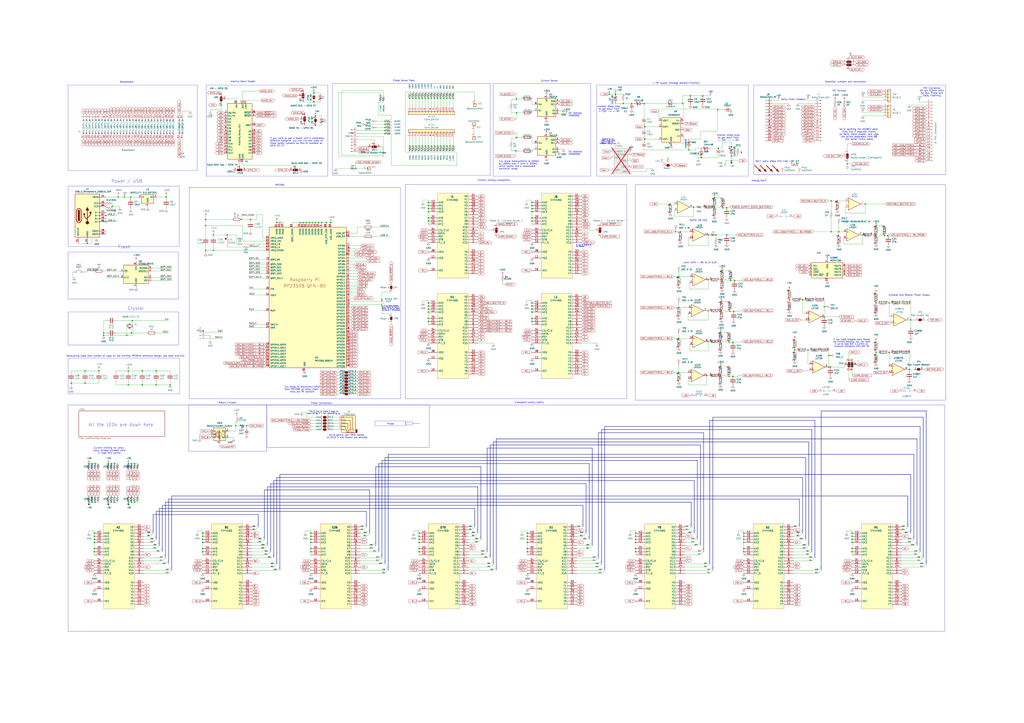
<source format=kicad_sch>
(kicad_sch (version 20250114) (generator "eeschema") (generator_version "9.0")
  (paper "A1")
  (title_block (title "Jumperless V5") (date "2024-06-15") (rev "5r2") (company "Architeuthis Flux") (comment 1 "Kevin Santo Cappuccio") (comment 2 "KevinC@ppucc.io"))
  (lib_symbols
    (symbol "+9V_4" (power) (pin_names (offset 0))
      (property "Value" "+9V_4" (at 0 3.556 0))
      (symbol "+9V_4_1_1"
        (pin power_in line (at 0 0 90) (length 0) (hide yes) (name "+9V") (number "1"))
      )
    )
    (symbol "-9V_6" (power) (pin_names (offset 0))
      (property "Value" "-9V_6" (at 0 3.81 0))
      (symbol "-9V_6_1_1"
        (pin power_in line (at 0 0 90) (length 0) (hide yes) (name "-9V") (number "1"))
      )
    )
    (symbol "Amplifier_Operational:L272D" (pin_names (offset 0.127))
      (property "Reference" "U" (at 0 5.08 0))
      (property "Value" "L272D" (at 0 -5.08 0))
      (symbol "L272D_1_1"
        (pin input line (at -7.62 2.54 0) (length 2.54) (name "+") (number "13"))
        (pin input line (at -7.62 -2.54 0) (length 2.54) (name "-") (number "14"))
        (pin no_connect line (at -2.54 2.54 90) (length 2.54) (hide yes) (name "NC") (number "7"))
        (pin no_connect line (at -2.54 -2.54 90) (length 2.54) (hide yes) (name "NC") (number "1"))
        (pin no_connect line (at 0 2.54 90) (length 2.54) (hide yes) (name "NC") (number "8"))
        (pin no_connect line (at 0 -2.54 90) (length 2.54) (hide yes) (name "NC") (number "2"))
        (pin output line (at 7.62 0 180) (length 2.54) (name "~") (number "3"))
      )
      (symbol "L272D_2_1"
        (pin input line (at -7.62 2.54 0) (length 2.54) (name "+") (number "12"))
        (pin input line (at -7.62 -2.54 0) (length 2.54) (name "-") (number "11"))
        (pin no_connect line (at -2.54 2.54 270) (length 2.54) (hide yes) (name "NC") (number "15"))
        (pin no_connect line (at -2.54 -2.54 270) (length 2.54) (hide yes) (name "NC") (number "9"))
        (pin no_connect line (at 0 2.54 270) (length 2.54) (hide yes) (name "NC") (number "16"))
        (pin no_connect line (at 0 -2.54 270) (length 2.54) (hide yes) (name "NC") (number "10"))
        (pin output line (at 7.62 0 180) (length 2.54) (name "~") (number "5"))
      )
      (symbol "L272D_3_1"
        (pin power_in line (at -2.54 7.62 270) (length 3.81) (name "V+") (number "4"))
        (pin power_in line (at -2.54 -7.62 90) (length 3.81) (name "V-") (number "6"))
      )
    )
    (symbol "Amplifier_Operational:LM324" (pin_names (offset 0.127))
      (property "Reference" "U" (at 0 5.08 0))
      (property "Value" "LM324" (at 0 -5.08 0))
      (symbol "LM324_1_1"
        (pin input line (at -7.62 2.54 0) (length 2.54) (name "+") (number "3"))
        (pin input line (at -7.62 -2.54 0) (length 2.54) (name "-") (number "2"))
        (pin output line (at 7.62 0 180) (length 2.54) (name "~") (number "1"))
      )
      (symbol "LM324_2_1"
        (pin input line (at -7.62 2.54 0) (length 2.54) (name "+") (number "5"))
        (pin input line (at -7.62 -2.54 0) (length 2.54) (name "-") (number "6"))
        (pin output line (at 7.62 0 180) (length 2.54) (name "~") (number "7"))
      )
      (symbol "LM324_3_1"
        (pin input line (at -7.62 2.54 0) (length 2.54) (name "+") (number "10"))
        (pin input line (at -7.62 -2.54 0) (length 2.54) (name "-") (number "9"))
        (pin output line (at 7.62 0 180) (length 2.54) (name "~") (number "8"))
      )
      (symbol "LM324_4_1"
        (pin input line (at -7.62 2.54 0) (length 2.54) (name "+") (number "12"))
        (pin input line (at -7.62 -2.54 0) (length 2.54) (name "-") (number "13"))
        (pin output line (at 7.62 0 180) (length 2.54) (name "~") (number "14"))
      )
      (symbol "LM324_5_1"
        (pin power_in line (at -2.54 7.62 270) (length 3.81) (name "V+") (number "4"))
        (pin power_in line (at -2.54 -7.62 90) (length 3.81) (name "V-") (number "11"))
      )
    )
    (symbol "Analog_DAC:MCP4725xxx-xCH"
      (property "Reference" "U" (at -6.35 6.35 0))
      (property "Value" "MCP4725xxx-xCH" (at 8.89 6.35 0))
      (symbol "MCP4725xxx-xCH_1_1"
        (pin input line (at -10.16 2.54 0) (length 2.54) (name "SCL") (number "5"))
        (pin bidirectional line (at -10.16 0 0) (length 2.54) (name "SDA") (number "4"))
        (pin input line (at -10.16 -2.54 0) (length 2.54) (name "A0") (number "6"))
        (pin power_in line (at 0 7.62 270) (length 2.54) (name "VDD") (number "3"))
        (pin power_in line (at 0 -7.62 90) (length 2.54) (name "VSS") (number "2"))
        (pin output line (at 10.16 0 180) (length 2.54) (name "VOUT") (number "1"))
      )
    )
    (symbol "Analog_DAC:MCP4728" (pin_names (offset 1.016))
      (property "Reference" "U" (at -12.7 6.35 0))
      (property "Value" "MCP4728" (at 12.7 6.35 0))
      (symbol "MCP4728_1_1"
        (pin input line (at -15.24 2.54 0) (length 2.54) (name "SCL") (number "2"))
        (pin bidirectional line (at -15.24 0 0) (length 2.54) (name "SDA") (number "3"))
        (pin input line (at -15.24 -2.54 0) (length 2.54) (name "~{LDAC}") (number "4"))
        (pin output line (at -15.24 -5.08 0) (length 2.54) (name "RDY/~{BSY}") (number "5"))
        (pin power_in line (at 0 7.62 270) (length 2.54) (name "VDD") (number "1"))
        (pin power_in line (at 0 -10.16 90) (length 2.54) (name "VSS") (number "10"))
        (pin output line (at 15.24 2.54 180) (length 2.54) (name "VOUTA") (number "6"))
        (pin output line (at 15.24 0 180) (length 2.54) (name "VOUTB") (number "7"))
        (pin output line (at 15.24 -2.54 180) (length 2.54) (name "VOUTC") (number "8"))
        (pin output line (at 15.24 -5.08 180) (length 2.54) (name "VOUTD") (number "9"))
      )
    )
    (symbol "Connector:Breadboard" (pin_names (offset 1.016) (hide yes))
      (property "Reference" "J" (at 0 43.18 0))
      (property "Value" "Connector_Breadboard" (at 0 -43.18 0))
      (symbol "Breadboard_1_1"
        (pin passive line (at -15.24 40.64 0) (length 3.81) (name "Pin_0") (number "32"))
        (pin passive line (at -15.24 38.1 0) (length 3.81) (name "Pin_1") (number "33"))
        (pin passive line (at -15.24 35.56 0) (length 3.81) (name "Pin_2") (number "34"))
        (pin passive line (at -15.24 33.02 0) (length 3.81) (name "Pin_3") (number "35"))
        (pin passive line (at -15.24 30.48 0) (length 3.81) (name "Pin_4") (number "36"))
        (pin passive line (at -15.24 27.94 0) (length 3.81) (name "Pin_5") (number "37"))
        (pin passive line (at -15.24 25.4 0) (length 3.81) (name "Pin_6") (number "38"))
        (pin passive line (at -15.24 22.86 0) (length 3.81) (name "Pin_7") (number "39"))
        (pin passive line (at -15.24 20.32 0) (length 3.81) (name "Pin_8") (number "40"))
        (pin passive line (at -15.24 17.78 0) (length 3.81) (name "Pin_9") (number "41"))
        (pin passive line (at -15.24 15.24 0) (length 3.81) (name "Pin_10") (number "42"))
        (pin passive line (at -15.24 12.7 0) (length 3.81) (name "Pin_11") (number "43"))
        (pin passive line (at -15.24 10.16 0) (length 3.81) (name "Pin_12") (number "44"))
        (pin passive line (at -15.24 7.62 0) (length 3.81) (name "Pin_13") (number "45"))
        (pin passive line (at -15.24 5.08 0) (length 3.81) (name "Pin_14") (number "46"))
        (pin passive line (at -15.24 2.54 0) (length 3.81) (name "Pin_15") (number "47"))
        (pin passive line (at -15.24 0 0) (length 3.81) (name "Pin_16") (number "48"))
        (pin passive line (at -15.24 -2.54 0) (length 3.81) (name "Pin_17") (number "49"))
        (pin passive line (at -15.24 -5.08 0) (length 3.81) (name "Pin_18") (number "50"))
        (pin passive line (at -15.24 -7.62 0) (length 3.81) (name "Pin_19") (number "51"))
        (pin passive line (at -15.24 -10.16 0) (length 3.81) (name "Pin_20") (number "52"))
        (pin passive line (at -15.24 -12.7 0) (length 3.81) (name "Pin_21") (number "53"))
        (pin passive line (at -15.24 -15.24 0) (length 3.81) (name "Pin_22") (number "54"))
        (pin passive line (at -15.24 -17.78 0) (length 3.81) (name "Pin_23") (number "55"))
        (pin passive line (at -15.24 -20.32 0) (length 3.81) (name "Pin_24") (number "56"))
        (pin passive line (at -15.24 -22.86 0) (length 3.81) (name "Pin_25") (number "57"))
        (pin passive line (at -15.24 -25.4 0) (length 3.81) (name "Pin_26") (number "58"))
        (pin passive line (at -15.24 -27.94 0) (length 3.81) (name "Pin_27") (number "59"))
        (pin passive line (at -15.24 -30.48 0) (length 3.81) (name "Pin_28") (number "60"))
        (pin passive line (at -15.24 -33.02 0) (length 3.81) (name "Pin_29") (number "61"))
        (pin passive line (at -15.24 -35.56 0) (length 3.81) (name "Pin_30") (number "62"))
        (pin passive line (at -15.24 -38.1 0) (length 3.81) (name "Pin_31") (number "63"))
        (pin passive line (at 5.08 40.64 180) (length 3.81) (name "Pin_0") (number "0"))
        (pin passive line (at 5.08 38.1 180) (length 3.81) (name "Pin_1") (number "1"))
        (pin passive line (at 5.08 35.56 180) (length 3.81) (name "Pin_2") (number "2"))
        (pin passive line (at 5.08 33.02 180) (length 3.81) (name "Pin_3") (number "3"))
        (pin passive line (at 5.08 30.48 180) (length 3.81) (name "Pin_4") (number "4"))
        (pin passive line (at 5.08 27.94 180) (length 3.81) (name "Pin_5") (number "5"))
        (pin passive line (at 5.08 25.4 180) (length 3.81) (name "Pin_6") (number "6"))
        (pin passive line (at 5.08 22.86 180) (length 3.81) (name "Pin_7") (number "7"))
        (pin passive line (at 5.08 20.32 180) (length 3.81) (name "Pin_8") (number "8"))
        (pin passive line (at 5.08 17.78 180) (length 3.81) (name "Pin_9") (number "9"))
        (pin passive line (at 5.08 15.24 180) (length 3.81) (name "Pin_10") (number "10"))
        (pin passive line (at 5.08 12.7 180) (length 3.81) (name "Pin_11") (number "11"))
        (pin passive line (at 5.08 10.16 180) (length 3.81) (name "Pin_12") (number "12"))
        (pin passive line (at 5.08 7.62 180) (length 3.81) (name "Pin_13") (number "13"))
        (pin passive line (at 5.08 5.08 180) (length 3.81) (name "Pin_14") (number "14"))
        (pin passive line (at 5.08 2.54 180) (length 3.81) (name "Pin_15") (number "15"))
        (pin passive line (at 5.08 0 180) (length 3.81) (name "Pin_16") (number "16"))
        (pin passive line (at 5.08 -2.54 180) (length 3.81) (name "Pin_17") (number "17"))
        (pin passive line (at 5.08 -5.08 180) (length 3.81) (name "Pin_18") (number "18"))
        (pin passive line (at 5.08 -7.62 180) (length 3.81) (name "Pin_19") (number "19"))
        (pin passive line (at 5.08 -10.16 180) (length 3.81) (name "Pin_20") (number "20"))
        (pin passive line (at 5.08 -12.7 180) (length 3.81) (name "Pin_21") (number "21"))
        (pin passive line (at 5.08 -15.24 180) (length 3.81) (name "Pin_22") (number "22"))
        (pin passive line (at 5.08 -17.78 180) (length 3.81) (name "Pin_23") (number "23"))
        (pin passive line (at 5.08 -20.32 180) (length 3.81) (name "Pin_24") (number "24"))
        (pin passive line (at 5.08 -22.86 180) (length 3.81) (name "Pin_25") (number "25"))
        (pin passive line (at 5.08 -25.4 180) (length 3.81) (name "Pin_26") (number "26"))
        (pin passive line (at 5.08 -27.94 180) (length 3.81) (name "Pin_27") (number "27"))
        (pin passive line (at 5.08 -30.48 180) (length 3.81) (name "Pin_28") (number "28"))
        (pin passive line (at 5.08 -33.02 180) (length 3.81) (name "Pin_29") (number "29"))
        (pin passive line (at 5.08 -35.56 180) (length 3.81) (name "Pin_30") (number "30"))
        (pin passive line (at 5.08 -38.1 180) (length 3.81) (name "Pin_31") (number "31"))
      )
    )
    (symbol "Connector:Conn_01x01_Pin" (pin_names (offset 1.016) (hide yes))
      (property "Reference" "J" (at 0 2.54 0))
      (property "Value" "Conn_01x01_Pin" (at 0 -2.54 0))
      (symbol "Conn_01x01_Pin_1_1"
        (pin passive line (at 5.08 0 180) (length 3.81) (name "Pin_1") (number "1"))
      )
    )
    (symbol "Connector:Conn_01x03_Socket" (pin_names (offset 1.016) (hide yes))
      (property "Reference" "J" (at 0 5.08 0))
      (property "Value" "Conn_01x03_Socket" (at 0 -5.08 0))
      (symbol "Conn_01x03_Socket_1_1"
        (pin passive line (at -5.08 2.54 0) (length 3.81) (name "Pin_1") (number "1"))
        (pin passive line (at -5.08 0 0) (length 3.81) (name "Pin_2") (number "2"))
        (pin passive line (at -5.08 -2.54 0) (length 3.81) (name "Pin_3") (number "3"))
      )
    )
    (symbol "Connector:Conn_01x08_Pin" (pin_names (offset 1.016) (hide yes))
      (property "Reference" "J" (at 0 10.16 0))
      (property "Value" "Conn_01x08_Pin" (at 0 -12.7 0))
      (symbol "Conn_01x08_Pin_1_1"
        (pin passive line (at 5.08 7.62 180) (length 3.81) (name "Pin_1") (number "1"))
        (pin passive line (at 5.08 5.08 180) (length 3.81) (name "Pin_2") (number "2"))
        (pin passive line (at 5.08 2.54 180) (length 3.81) (name "Pin_3") (number "3"))
        (pin passive line (at 5.08 0 180) (length 3.81) (name "Pin_4") (number "4"))
        (pin passive line (at 5.08 -2.54 180) (length 3.81) (name "Pin_5") (number "5"))
        (pin passive line (at 5.08 -5.08 180) (length 3.81) (name "Pin_6") (number "6"))
        (pin passive line (at 5.08 -7.62 180) (length 3.81) (name "Pin_7") (number "7"))
        (pin passive line (at 5.08 -10.16 180) (length 3.81) (name "Pin_8") (number "8"))
      )
    )
    (symbol "Connector:Conn_01x14_Pin" (pin_names (offset 1.016) (hide yes))
      (property "Reference" "J" (at 0 17.78 0))
      (property "Value" "Conn_01x14_Pin" (at 0 -20.32 0))
      (symbol "Conn_01x14_Pin_1_1"
        (pin passive line (at 5.08 15.24 180) (length 3.81) (name "Pin_1") (number "1"))
        (pin passive line (at 5.08 12.7 180) (length 3.81) (name "Pin_2") (number "2"))
        (pin passive line (at 5.08 10.16 180) (length 3.81) (name "Pin_3") (number "3"))
        (pin passive line (at 5.08 7.62 180) (length 3.81) (name "Pin_4") (number "4"))
        (pin passive line (at 5.08 5.08 180) (length 3.81) (name "Pin_5") (number "5"))
        (pin passive line (at 5.08 2.54 180) (length 3.81) (name "Pin_6") (number "6"))
        (pin passive line (at 5.08 0 180) (length 3.81) (name "Pin_7") (number "7"))
        (pin passive line (at 5.08 -2.54 180) (length 3.81) (name "Pin_8") (number "8"))
        (pin passive line (at 5.08 -5.08 180) (length 3.81) (name "Pin_9") (number "9"))
        (pin passive line (at 5.08 -7.62 180) (length 3.81) (name "Pin_10") (number "10"))
        (pin passive line (at 5.08 -10.16 180) (length 3.81) (name "Pin_11") (number "11"))
        (pin passive line (at 5.08 -12.7 180) (length 3.81) (name "Pin_12") (number "12"))
        (pin passive line (at 5.08 -15.24 180) (length 3.81) (name "Pin_13") (number "13"))
        (pin passive line (at 5.08 -17.78 180) (length 3.81) (name "Pin_14") (number "14"))
      )
    )
    (symbol "Connector:Conn_01x14_Socket" (pin_names (offset 1.016) (hide yes))
      (property "Reference" "J" (at 0 17.78 0))
      (property "Value" "Conn_01x14_Socket" (at 0 -20.32 0))
      (symbol "Conn_01x14_Socket_1_1"
        (pin passive line (at -5.08 15.24 0) (length 3.81) (name "Pin_1") (number "1"))
        (pin passive line (at -5.08 12.7 0) (length 3.81) (name "Pin_2") (number "2"))
        (pin passive line (at -5.08 10.16 0) (length 3.81) (name "Pin_3") (number "3"))
        (pin passive line (at -5.08 7.62 0) (length 3.81) (name "Pin_4") (number "4"))
        (pin passive line (at -5.08 5.08 0) (length 3.81) (name "Pin_5") (number "5"))
        (pin passive line (at -5.08 2.54 0) (length 3.81) (name "Pin_6") (number "6"))
        (pin passive line (at -5.08 0 0) (length 3.81) (name "Pin_7") (number "7"))
        (pin passive line (at -5.08 -2.54 0) (length 3.81) (name "Pin_8") (number "8"))
        (pin passive line (at -5.08 -5.08 0) (length 3.81) (name "Pin_9") (number "9"))
        (pin passive line (at -5.08 -7.62 0) (length 3.81) (name "Pin_10") (number "10"))
        (pin passive line (at -5.08 -10.16 0) (length 3.81) (name "Pin_11") (number "11"))
        (pin passive line (at -5.08 -12.7 0) (length 3.81) (name "Pin_12") (number "12"))
        (pin passive line (at -5.08 -15.24 0) (length 3.81) (name "Pin_13") (number "13"))
        (pin passive line (at -5.08 -17.78 0) (length 3.81) (name "Pin_14") (number "14"))
      )
    )
    (symbol "Connector:Conn_01x20_Socket" (pin_names (offset 1.016) (hide yes))
      (property "Reference" "J" (at 0 25.4 0))
      (property "Value" "Conn_01x20_Socket" (at 0 -27.94 0))
      (symbol "Conn_01x20_Socket_1_1"
        (pin passive line (at -5.08 22.86 0) (length 3.81) (name "Pin_1") (number "1"))
        (pin passive line (at -5.08 20.32 0) (length 3.81) (name "Pin_2") (number "2"))
        (pin passive line (at -5.08 17.78 0) (length 3.81) (name "Pin_3") (number "3"))
        (pin passive line (at -5.08 15.24 0) (length 3.81) (name "Pin_4") (number "4"))
        (pin passive line (at -5.08 12.7 0) (length 3.81) (name "Pin_5") (number "5"))
        (pin passive line (at -5.08 10.16 0) (length 3.81) (name "Pin_6") (number "6"))
        (pin passive line (at -5.08 7.62 0) (length 3.81) (name "Pin_7") (number "7"))
        (pin passive line (at -5.08 5.08 0) (length 3.81) (name "Pin_8") (number "8"))
        (pin passive line (at -5.08 2.54 0) (length 3.81) (name "Pin_9") (number "9"))
        (pin passive line (at -5.08 0 0) (length 3.81) (name "Pin_10") (number "10"))
        (pin passive line (at -5.08 -2.54 0) (length 3.81) (name "Pin_11") (number "11"))
        (pin passive line (at -5.08 -5.08 0) (length 3.81) (name "Pin_12") (number "12"))
        (pin passive line (at -5.08 -7.62 0) (length 3.81) (name "Pin_13") (number "13"))
        (pin passive line (at -5.08 -10.16 0) (length 3.81) (name "Pin_14") (number "14"))
        (pin passive line (at -5.08 -12.7 0) (length 3.81) (name "Pin_15") (number "15"))
        (pin passive line (at -5.08 -15.24 0) (length 3.81) (name "Pin_16") (number "16"))
        (pin passive line (at -5.08 -17.78 0) (length 3.81) (name "Pin_17") (number "17"))
        (pin passive line (at -5.08 -20.32 0) (length 3.81) (name "Pin_18") (number "18"))
        (pin passive line (at -5.08 -22.86 0) (length 3.81) (name "Pin_19") (number "19"))
        (pin passive line (at -5.08 -25.4 0) (length 3.81) (name "Pin_20") (number "20"))
      )
    )
    (symbol "Connector:TestPoint" (pin_numbers (hide yes)) (pin_names (offset 0.762) (hide yes))
      (property "Reference" "TP" (at 0 6.858 0))
      (property "Value" "TestPoint" (at 0 5.08 0))
      (symbol "TestPoint_1_1"
        (pin passive line (at 0 0 90) (length 2.54) (name "1") (number "1"))
      )
    )
    (symbol "Connector:USB_B_Micro" (pin_names (offset 1.016))
      (property "Reference" "J" (at -5.08 11.43 0))
      (property "Value" "USB_B_Micro" (at -5.08 8.89 0))
      (symbol "USB_B_Micro_1_1"
        (pin passive line (at -2.54 -10.16 90) (length 2.54) (name "Shield") (number "6"))
        (pin power_out line (at 0 -10.16 90) (length 2.54) (name "GND") (number "5"))
        (pin power_out line (at 7.62 5.08 180) (length 2.54) (name "VBUS") (number "1"))
        (pin bidirectional line (at 7.62 0 180) (length 2.54) (name "D+") (number "3"))
        (pin bidirectional line (at 7.62 -2.54 180) (length 2.54) (name "D-") (number "2"))
        (pin passive line (at 7.62 -5.08 180) (length 2.54) (name "ID") (number "4"))
      )
    )
    (symbol "Connector:USB_C_Receptacle_USB2.0_16P" (pin_names (offset 1.016))
      (property "Reference" "J" (at 0 22.225 0))
      (property "Value" "USB_C_Receptacle_USB2.0_16P" (at 0 19.685 0))
      (symbol "USB_C_Receptacle_USB2.0_16P_1_1"
        (pin passive line (at -7.62 -22.86 90) (length 5.08) (name "SHIELD") (number "S1"))
        (pin passive line (at 0 -22.86 90) (length 5.08) (name "GND") (number "A1"))
        (pin passive line (at 0 -22.86 90) (length 5.08) (hide yes) (name "GND") (number "A12"))
        (pin passive line (at 0 -22.86 90) (length 5.08) (hide yes) (name "GND") (number "B1"))
        (pin passive line (at 0 -22.86 90) (length 5.08) (hide yes) (name "GND") (number "B12"))
        (pin passive line (at 15.24 15.24 180) (length 5.08) (name "VBUS") (number "A4"))
        (pin passive line (at 15.24 15.24 180) (length 5.08) (hide yes) (name "VBUS") (number "A9"))
        (pin passive line (at 15.24 15.24 180) (length 5.08) (hide yes) (name "VBUS") (number "B4"))
        (pin passive line (at 15.24 15.24 180) (length 5.08) (hide yes) (name "VBUS") (number "B9"))
        (pin bidirectional line (at 15.24 10.16 180) (length 5.08) (name "CC1") (number "A5"))
        (pin bidirectional line (at 15.24 7.62 180) (length 5.08) (name "CC2") (number "B5"))
        (pin bidirectional line (at 15.24 2.54 180) (length 5.08) (name "D-") (number "A7"))
        (pin bidirectional line (at 15.24 0 180) (length 5.08) (name "D-") (number "B7"))
        (pin bidirectional line (at 15.24 -2.54 180) (length 5.08) (name "D+") (number "A6"))
        (pin bidirectional line (at 15.24 -5.08 180) (length 5.08) (name "D+") (number "B6"))
        (pin bidirectional line (at 15.24 -12.7 180) (length 5.08) (name "SBU1") (number "A8"))
        (pin bidirectional line (at 15.24 -15.24 180) (length 5.08) (name "SBU2") (number "B8"))
      )
    )
    (symbol "Connector_Generic:Conn_01x01" (pin_names (offset 1.016) (hide yes))
      (property "Reference" "J" (at 0 2.54 0))
      (property "Value" "Conn_01x01" (at 0 -2.54 0))
      (symbol "Conn_01x01_1_1"
        (pin passive line (at -5.08 0 0) (length 3.81) (name "Pin_1") (number "1"))
      )
    )
    (symbol "Connector_Generic:Conn_01x04" (pin_names (offset 1.016) (hide yes))
      (property "Reference" "J" (at 0 5.08 0))
      (property "Value" "Conn_01x04" (at 0 -7.62 0))
      (symbol "Conn_01x04_1_1"
        (pin passive line (at -5.08 2.54 0) (length 3.81) (name "Pin_1") (number "1"))
        (pin passive line (at -5.08 0 0) (length 3.81) (name "Pin_2") (number "2"))
        (pin passive line (at -5.08 -2.54 0) (length 3.81) (name "Pin_3") (number "3"))
        (pin passive line (at -5.08 -5.08 0) (length 3.81) (name "Pin_4") (number "4"))
      )
    )
    (symbol "Connector_Generic:Conn_01x15" (pin_names (offset 1.016) (hide yes))
      (property "Reference" "J" (at 0 20.32 0))
      (property "Value" "Conn_01x15" (at 0 -20.32 0))
      (symbol "Conn_01x15_1_1"
        (pin passive line (at -5.08 17.78 0) (length 3.81) (name "Pin_1") (number "1"))
        (pin passive line (at -5.08 15.24 0) (length 3.81) (name "Pin_2") (number "2"))
        (pin passive line (at -5.08 12.7 0) (length 3.81) (name "Pin_3") (number "3"))
        (pin passive line (at -5.08 10.16 0) (length 3.81) (name "Pin_4") (number "4"))
        (pin passive line (at -5.08 7.62 0) (length 3.81) (name "Pin_5") (number "5"))
        (pin passive line (at -5.08 5.08 0) (length 3.81) (name "Pin_6") (number "6"))
        (pin passive line (at -5.08 2.54 0) (length 3.81) (name "Pin_7") (number "7"))
        (pin passive line (at -5.08 0 0) (length 3.81) (name "Pin_8") (number "8"))
        (pin passive line (at -5.08 -2.54 0) (length 3.81) (name "Pin_9") (number "9"))
        (pin passive line (at -5.08 -5.08 0) (length 3.81) (name "Pin_10") (number "10"))
        (pin passive line (at -5.08 -7.62 0) (length 3.81) (name "Pin_11") (number "11"))
        (pin passive line (at -5.08 -10.16 0) (length 3.81) (name "Pin_12") (number "12"))
        (pin passive line (at -5.08 -12.7 0) (length 3.81) (name "Pin_13") (number "13"))
        (pin passive line (at -5.08 -15.24 0) (length 3.81) (name "Pin_14") (number "14"))
        (pin passive line (at -5.08 -17.78 0) (length 3.81) (name "Pin_15") (number "15"))
      )
    )
    (symbol "Converter_DCDC:TC7662Bx0A"
      (property "Reference" "U9" (at 2.1941 15.24 0))
      (property "Value" "TC7662Bx0A" (at 2.1941 12.7 0))
      (symbol "TC7662Bx0A_1_1"
        (pin power_out line (at -10.16 7.62 0) (length 2.54) (name "VOUT") (number "5"))
        (pin passive line (at -10.16 2.54 0) (length 2.54) (name "CAP+") (number "2"))
        (pin passive line (at -10.16 -7.62 0) (length 2.54) (name "CAP-") (number "4"))
        (pin power_in line (at 0 -12.7 90) (length 2.54) (name "GND") (number "3"))
        (pin power_in line (at 10.16 7.62 180) (length 2.54) (name "V+") (number "8"))
        (pin input line (at 10.16 5.08 180) (length 2.54) (name "BOOST") (number "1"))
        (pin passive line (at 10.16 0 180) (length 2.54) (name "OSC") (number "7"))
        (pin input line (at 10.16 -5.08 180) (length 2.54) (name "LV") (number "6"))
      )
    )
    (symbol "Device:C" (pin_numbers (hide yes)) (pin_names (offset 0.254))
      (property "Reference" "C" (at 0.635 2.54 0))
      (property "Value" "C" (at 0.635 -2.54 0))
      (symbol "C_1_1"
        (pin passive line (at 0 3.81 270) (length 2.794) (name "~") (number "1"))
        (pin passive line (at 0 -3.81 90) (length 2.794) (name "~") (number "2"))
      )
    )
    (symbol "Device:CP1_Small" (pin_numbers (hide yes)) (pin_names (offset 0.254) (hide yes))
      (property "Reference" "C" (at 0.254 1.778 0))
      (property "Value" "Device_CP1_Small" (at 0.254 -2.032 0))
      (symbol "CP1_Small_1_1"
        (pin passive line (at 0 2.54 270) (length 2.032) (name "~") (number "1"))
        (pin passive line (at 0 -2.54 90) (length 2.032) (name "~") (number "2"))
      )
    )
    (symbol "Device:C_Small" (pin_numbers (hide yes)) (pin_names (offset 0.254) (hide yes))
      (property "Reference" "C" (at 0.254 1.778 0))
      (property "Value" "Device_C_Small" (at 0.254 -2.032 0))
      (symbol "C_Small_1_1"
        (pin passive line (at 0 2.54 270) (length 2.032) (name "~") (number "1"))
        (pin passive line (at 0 -2.54 90) (length 2.032) (name "~") (number "2"))
      )
    )
    (symbol "Device:Crystal_GND24_Small" (pin_names (offset 1.016) (hide yes))
      (property "Reference" "Y" (at 1.27 4.445 0))
      (property "Value" "Crystal_GND24_Small" (at 1.27 2.54 0))
      (symbol "Crystal_GND24_Small_1_1"
        (pin passive line (at -2.54 0 0) (length 1.27) (name "1") (number "1"))
        (pin passive line (at 0 2.54 270) (length 0.635) (name "4") (number "4"))
        (pin passive line (at 0 -2.54 90) (length 0.635) (name "2") (number "2"))
        (pin passive line (at 2.54 0 180) (length 1.27) (name "3") (number "3"))
      )
    )
    (symbol "Device:L" (pin_numbers (hide yes)) (pin_names (offset 1.016) (hide yes))
      (property "Reference" "L" (at -1.27 0 90))
      (property "Value" "L" (at 1.905 0 90))
      (symbol "L_1_1"
        (pin passive line (at 0 3.81 270) (length 1.27) (name "1") (number "1"))
        (pin passive line (at 0 -3.81 90) (length 1.27) (name "2") (number "2"))
      )
    )
    (symbol "Device:LED" (pin_numbers (hide yes)) (pin_names (offset 1.016) (hide yes))
      (property "Reference" "D" (at 0 2.54 0))
      (property "Value" "LED" (at 0 -2.54 0))
      (symbol "LED_1_1"
        (pin passive line (at -3.81 0 0) (length 2.54) (name "K") (number "1"))
        (pin passive line (at 3.81 0 180) (length 2.54) (name "A") (number "2"))
      )
    )
    (symbol "Device:Polyfuse_Small" (pin_numbers (hide yes)) (pin_names (offset 0))
      (property "Reference" "F" (at -1.905 0 90))
      (property "Value" "Polyfuse_Small" (at 1.905 0 90))
      (symbol "Polyfuse_Small_1_1"
        (pin passive line (at 0 2.54 270) (length 0.635) (name "~") (number "1"))
        (pin passive line (at 0 -2.54 90) (length 0.635) (name "~") (number "2"))
      )
    )
    (symbol "Device:R" (pin_numbers (hide yes)) (pin_names (offset 0))
      (property "Reference" "R" (at 2.032 0 90))
      (property "Value" "R" (at 0 0 90))
      (symbol "R_1_1"
        (pin passive line (at 0 3.81 270) (length 1.27) (name "~") (number "1"))
        (pin passive line (at 0 -3.81 90) (length 1.27) (name "~") (number "2"))
      )
    )
    (symbol "Device:R_Pack04_Split" (pin_names (offset 0) (hide yes))
      (property "Reference" "RN" (at 2.032 0 90))
      (property "Value" "R_Pack04_Split" (at 0 0 90))
      (symbol "R_Pack04_Split_1_1"
        (pin passive line (at 0 3.81 270) (length 1.27) (name "R1.2") (number "8"))
        (pin passive line (at 0 -3.81 90) (length 1.27) (name "R1.1") (number "1"))
      )
      (symbol "R_Pack04_Split_2_1"
        (pin passive line (at 0 3.81 270) (length 1.27) (name "R2.2") (number "7"))
        (pin passive line (at 0 -3.81 90) (length 1.27) (name "R2.1") (number "2"))
      )
      (symbol "R_Pack04_Split_3_1"
        (pin passive line (at 0 3.81 270) (length 1.27) (name "R3.2") (number "6"))
        (pin passive line (at 0 -3.81 90) (length 1.27) (name "R3.1") (number "3"))
      )
      (symbol "R_Pack04_Split_4_1"
        (pin passive line (at 0 3.81 270) (length 1.27) (name "R4.2") (number "5"))
        (pin passive line (at 0 -3.81 90) (length 1.27) (name "R4.1") (number "4"))
      )
    )
    (symbol "Device:R_Small_US" (pin_numbers (hide yes)) (pin_names (offset 0.254) (hide yes))
      (property "Reference" "R" (at 0.762 0.508 0))
      (property "Value" "Device_R_Small_US" (at 0.762 -1.016 0))
      (symbol "R_Small_US_1_1"
        (pin passive line (at 0 2.54 270) (length 1.016) (name "~") (number "1"))
        (pin passive line (at 0 -2.54 90) (length 1.016) (name "~") (number "2"))
      )
    )
    (symbol "Diode:1N4148W" (pin_numbers (hide yes)) (pin_names (hide yes))
      (property "Reference" "D" (at 0 2.54 0))
      (property "Value" "1N4148W" (at 0 -2.54 0))
      (symbol "1N4148W_1_1"
        (pin passive line (at -3.81 0 0) (length 2.54) (name "K") (number "1"))
        (pin passive line (at 3.81 0 180) (length 2.54) (name "A") (number "2"))
      )
    )
    (symbol "Diode:1N5819" (pin_numbers (hide yes)) (pin_names (offset 1.016) (hide yes))
      (property "Reference" "D" (at 0 2.54 0))
      (property "Value" "1N5819" (at 0 -2.54 0))
      (symbol "1N5819_1_1"
        (pin passive line (at -3.81 0 0) (length 2.54) (name "K") (number "1"))
        (pin passive line (at 3.81 0 180) (length 2.54) (name "A") (number "2"))
      )
    )
    (symbol "GND_10" (power) (pin_names (offset 0))
      (property "Value" "GND_10" (at 0 -3.81 0))
      (symbol "GND_10_1_1"
        (pin power_in line (at 0 0 270) (length 0) (hide yes) (name "GND") (number "1"))
      )
    )
    (symbol "GND_11" (power) (pin_names (offset 0))
      (property "Value" "GND_11" (at 0 -3.81 0))
      (symbol "GND_11_1_1"
        (pin power_in line (at 0 0 270) (length 0) (hide yes) (name "GND") (number "1"))
      )
    )
    (symbol "GND_12" (power) (pin_names (offset 0))
      (property "Value" "GND_12" (at 0 -3.81 0))
      (symbol "GND_12_1_1"
        (pin power_in line (at 0 0 270) (length 0) (hide yes) (name "GND") (number "1"))
      )
    )
    (symbol "GND_13" (power) (pin_names (offset 0))
      (property "Value" "GND_13" (at 0 -3.81 0))
      (symbol "GND_13_1_1"
        (pin power_in line (at 0 0 270) (length 0) (hide yes) (name "GND") (number "1"))
      )
    )
    (symbol "GND_14" (power) (pin_names (offset 0))
      (property "Value" "GND_14" (at 0 -3.81 0))
      (symbol "GND_14_1_1"
        (pin power_in line (at 0 0 270) (length 0) (hide yes) (name "GND") (number "1"))
      )
    )
    (symbol "GND_16" (power) (pin_names (offset 0))
      (property "Value" "GND_16" (at 0 -3.81 0))
      (symbol "GND_16_1_1"
        (pin power_in line (at 0 0 270) (length 0) (hide yes) (name "GND") (number "1"))
      )
    )
    (symbol "GND_17" (power) (pin_names (offset 0))
      (property "Value" "GND_17" (at 0 -3.81 0))
      (symbol "GND_17_1_1"
        (pin power_in line (at 0 0 270) (length 0) (hide yes) (name "GND") (number "1"))
      )
    )
    (symbol "GND_18" (power) (pin_names (offset 0))
      (property "Value" "GND_18" (at 0 -3.81 0))
      (symbol "GND_18_1_1"
        (pin power_in line (at 0 0 270) (length 0) (hide yes) (name "GND") (number "1"))
      )
    )
    (symbol "GND_19" (power) (pin_names (offset 0))
      (property "Value" "GND_19" (at 0 -3.81 0))
      (symbol "GND_19_1_1"
        (pin power_in line (at 0 0 270) (length 0) (hide yes) (name "GND") (number "1"))
      )
    )
    (symbol "GND_20" (power) (pin_names (offset 0))
      (property "Value" "GND_20" (at 0 -3.81 0))
      (symbol "GND_20_1_1"
        (pin power_in line (at 0 0 270) (length 0) (hide yes) (name "GND") (number "1"))
      )
    )
    (symbol "GND_21" (power) (pin_names (offset 0))
      (property "Value" "GND_21" (at 0 -3.81 0))
      (symbol "GND_21_1_1"
        (pin power_in line (at 0 0 270) (length 0) (hide yes) (name "GND") (number "1"))
      )
    )
    (symbol "GND_22" (power) (pin_names (offset 0))
      (property "Value" "GND_22" (at 0 -3.81 0))
      (symbol "GND_22_1_1"
        (pin power_in line (at 0 0 270) (length 0) (hide yes) (name "GND") (number "1"))
      )
    )
    (symbol "GND_23" (power) (pin_names (offset 0))
      (property "Value" "GND_23" (at 0 -3.81 0))
      (symbol "GND_23_1_1"
        (pin power_in line (at 0 0 270) (length 0) (hide yes) (name "GND") (number "1"))
      )
    )
    (symbol "GND_29" (power) (pin_names (offset 0))
      (property "Value" "GND_29" (at 0 -3.81 0))
      (symbol "GND_29_1_1"
        (pin power_in line (at 0 0 270) (length 0) (hide yes) (name "GND") (number "1"))
      )
    )
    (symbol "GND_3" (power) (pin_names (offset 0))
      (property "Value" "GND_3" (at 0 -3.81 0))
      (symbol "GND_3_1_1"
        (pin power_in line (at 0 0 270) (length 0) (hide yes) (name "GND") (number "1"))
      )
    )
    (symbol "GND_30" (power) (pin_names (offset 0))
      (property "Value" "GND_30" (at 0 -3.81 0))
      (symbol "GND_30_1_1"
        (pin power_in line (at 0 0 270) (length 0) (hide yes) (name "GND") (number "1"))
      )
    )
    (symbol "GND_31" (power) (pin_names (offset 0))
      (property "Value" "GND_31" (at 0 -3.81 0))
      (symbol "GND_31_1_1"
        (pin power_in line (at 0 0 270) (length 0) (hide yes) (name "GND") (number "1"))
      )
    )
    (symbol "GND_32" (power) (pin_names (offset 0))
      (property "Value" "GND_32" (at 0 -3.81 0))
      (symbol "GND_32_1_1"
        (pin power_in line (at 0 0 270) (length 0) (hide yes) (name "GND") (number "1"))
      )
    )
    (symbol "GND_33" (power) (pin_names (offset 0))
      (property "Value" "GND_33" (at 0 -3.81 0))
      (symbol "GND_33_1_1"
        (pin power_in line (at 0 0 270) (length 0) (hide yes) (name "GND") (number "1"))
      )
    )
    (symbol "GND_35" (power) (pin_names (offset 0))
      (property "Value" "GND_35" (at 0 -3.81 0))
      (symbol "GND_35_1_1"
        (pin power_in line (at 0 0 270) (length 0) (hide yes) (name "GND") (number "1"))
      )
    )
    (symbol "GND_36" (power) (pin_names (offset 0))
      (property "Value" "GND_36" (at 0 -3.81 0))
      (symbol "GND_36_1_1"
        (pin power_in line (at 0 0 270) (length 0) (hide yes) (name "GND") (number "1"))
      )
    )
    (symbol "GND_37" (power) (pin_names (offset 0))
      (property "Value" "GND_37" (at 0 -3.81 0))
      (symbol "GND_37_1_1"
        (pin power_in line (at 0 0 270) (length 0) (hide yes) (name "GND") (number "1"))
      )
    )
    (symbol "GND_39" (power) (pin_names (offset 0))
      (property "Value" "GND_39" (at 0 -3.81 0))
      (symbol "GND_39_1_1"
        (pin power_in line (at 0 0 270) (length 0) (hide yes) (name "GND") (number "1"))
      )
    )
    (symbol "GND_40" (power) (pin_names (offset 0))
      (property "Value" "GND_40" (at 0 -3.81 0))
      (symbol "GND_40_1_1"
        (pin power_in line (at 0 0 270) (length 0) (hide yes) (name "GND") (number "1"))
      )
    )
    (symbol "GND_41" (power) (pin_names (offset 0))
      (property "Value" "GND_41" (at 0 -3.81 0))
      (symbol "GND_41_1_1"
        (pin power_in line (at 0 0 270) (length 0) (hide yes) (name "GND") (number "1"))
      )
    )
    (symbol "GND_42" (power) (pin_names (offset 0))
      (property "Value" "GND_42" (at 0 -3.81 0))
      (symbol "GND_42_1_1"
        (pin power_in line (at 0 0 270) (length 0) (hide yes) (name "GND") (number "1"))
      )
    )
    (symbol "GND_43" (power) (pin_names (offset 0))
      (property "Value" "GND_43" (at 0 -3.81 0))
      (symbol "GND_43_1_1"
        (pin power_in line (at 0 0 270) (length 0) (hide yes) (name "GND") (number "1"))
      )
    )
    (symbol "GND_44" (power) (pin_names (offset 0))
      (property "Value" "GND_44" (at 0 -3.81 0))
      (symbol "GND_44_1_1"
        (pin power_in line (at 0 0 270) (length 0) (hide yes) (name "GND") (number "1"))
      )
    )
    (symbol "GND_45" (power) (pin_names (offset 0))
      (property "Value" "GND_45" (at 0 -3.81 0))
      (symbol "GND_45_1_1"
        (pin power_in line (at 0 0 270) (length 0) (hide yes) (name "GND") (number "1"))
      )
    )
    (symbol "GND_46" (power) (pin_names (offset 0))
      (property "Value" "GND_46" (at 0 -3.81 0))
      (symbol "GND_46_1_1"
        (pin power_in line (at 0 0 270) (length 0) (hide yes) (name "GND") (number "1"))
      )
    )
    (symbol "GND_47" (power) (pin_names (offset 0))
      (property "Value" "GND_47" (at 0 -3.81 0))
      (symbol "GND_47_1_1"
        (pin power_in line (at 0 0 270) (length 0) (hide yes) (name "GND") (number "1"))
      )
    )
    (symbol "GND_48" (power) (pin_names (offset 0))
      (property "Value" "GND_48" (at 0 -3.81 0))
      (symbol "GND_48_1_1"
        (pin power_in line (at 0 0 270) (length 0) (hide yes) (name "GND") (number "1"))
      )
    )
    (symbol "GND_50" (power) (pin_names (offset 0))
      (property "Value" "GND_50" (at 0 -3.81 0))
      (symbol "GND_50_1_1"
        (pin power_in line (at 0 0 270) (length 0) (hide yes) (name "GND") (number "1"))
      )
    )
    (symbol "GND_51" (power) (pin_names (offset 0))
      (property "Value" "GND_51" (at 0 -3.81 0))
      (symbol "GND_51_1_1"
        (pin power_in line (at 0 0 270) (length 0) (hide yes) (name "GND") (number "1"))
      )
    )
    (symbol "GND_52" (power) (pin_names (offset 0))
      (property "Value" "GND_52" (at 0 -3.81 0))
      (symbol "GND_52_1_1"
        (pin power_in line (at 0 0 270) (length 0) (hide yes) (name "GND") (number "1"))
      )
    )
    (symbol "GND_53" (power) (pin_names (offset 0))
      (property "Value" "GND_53" (at 0 -3.81 0))
      (symbol "GND_53_1_1"
        (pin power_in line (at 0 0 270) (length 0) (hide yes) (name "GND") (number "1"))
      )
    )
    (symbol "GND_54" (power) (pin_names (offset 0))
      (property "Value" "GND_54" (at 0 -3.81 0))
      (symbol "GND_54_1_1"
        (pin power_in line (at 0 0 270) (length 0) (hide yes) (name "GND") (number "1"))
      )
    )
    (symbol "GND_55" (power) (pin_names (offset 0))
      (property "Value" "GND_55" (at 0 -3.81 0))
      (symbol "GND_55_1_1"
        (pin power_in line (at 0 0 270) (length 0) (hide yes) (name "GND") (number "1"))
      )
    )
    (symbol "GND_56" (power) (pin_names (offset 0))
      (property "Value" "GND_56" (at 0 -3.81 0))
      (symbol "GND_56_1_1"
        (pin power_in line (at 0 0 270) (length 0) (hide yes) (name "GND") (number "1"))
      )
    )
    (symbol "GND_57" (power) (pin_names (offset 0))
      (property "Value" "GND_57" (at 0 -3.81 0))
      (symbol "GND_57_1_1"
        (pin power_in line (at 0 0 270) (length 0) (hide yes) (name "GND") (number "1"))
      )
    )
    (symbol "GND_58" (power) (pin_names (offset 0))
      (property "Value" "GND_58" (at 0 -3.81 0))
      (symbol "GND_58_1_1"
        (pin power_in line (at 0 0 270) (length 0) (hide yes) (name "GND") (number "1"))
      )
    )
    (symbol "GND_59" (power) (pin_names (offset 0))
      (property "Value" "GND_59" (at 0 -3.81 0))
      (symbol "GND_59_1_1"
        (pin power_in line (at 0 0 270) (length 0) (hide yes) (name "GND") (number "1"))
      )
    )
    (symbol "GND_6" (power) (pin_names (offset 0))
      (property "Value" "GND_6" (at 0 -3.81 0))
      (symbol "GND_6_1_1"
        (pin power_in line (at 0 0 270) (length 0) (hide yes) (name "GND") (number "1"))
      )
    )
    (symbol "GND_60" (power) (pin_names (offset 0))
      (property "Value" "GND_60" (at 0 -3.81 0))
      (symbol "GND_60_1_1"
        (pin power_in line (at 0 0 270) (length 0) (hide yes) (name "GND") (number "1"))
      )
    )
    (symbol "GND_61" (power) (pin_names (offset 0))
      (property "Value" "GND_61" (at 0 -3.81 0))
      (symbol "GND_61_1_1"
        (pin power_in line (at 0 0 270) (length 0) (hide yes) (name "GND") (number "1"))
      )
    )
    (symbol "GND_62" (power) (pin_names (offset 0))
      (property "Value" "GND_62" (at 0 -3.81 0))
      (symbol "GND_62_1_1"
        (pin power_in line (at 0 0 270) (length 0) (hide yes) (name "GND") (number "1"))
      )
    )
    (symbol "GND_63" (power) (pin_names (offset 0))
      (property "Value" "GND_63" (at 0 -3.81 0))
      (symbol "GND_63_1_1"
        (pin power_in line (at 0 0 270) (length 0) (hide yes) (name "GND") (number "1"))
      )
    )
    (symbol "GND_64" (power) (pin_names (offset 0))
      (property "Value" "GND_64" (at 0 -3.81 0))
      (symbol "GND_64_1_1"
        (pin power_in line (at 0 0 270) (length 0) (hide yes) (name "GND") (number "1"))
      )
    )
    (symbol "GND_66" (power) (pin_names (offset 0))
      (property "Value" "GND_66" (at 0 -3.81 0))
      (symbol "GND_66_1_1"
        (pin power_in line (at 0 0 270) (length 0) (hide yes) (name "GND") (number "1"))
      )
    )
    (symbol "GND_67" (power) (pin_names (offset 0))
      (property "Value" "GND_67" (at 0 -3.81 0))
      (symbol "GND_67_1_1"
        (pin power_in line (at 0 0 270) (length 0) (hide yes) (name "GND") (number "1"))
      )
    )
    (symbol "GND_69" (power) (pin_names (offset 0))
      (property "Value" "GND_69" (at 0 -3.81 0))
      (symbol "GND_69_1_1"
        (pin power_in line (at 0 0 270) (length 0) (hide yes) (name "GND") (number "1"))
      )
    )
    (symbol "GND_71" (power) (pin_names (offset 0))
      (property "Value" "GND_71" (at 0 -3.81 0))
      (symbol "GND_71_1_1"
        (pin power_in line (at 0 0 270) (length 0) (hide yes) (name "GND") (number "1"))
      )
    )
    (symbol "GND_72" (power) (pin_names (offset 0))
      (property "Value" "GND_72" (at 0 -3.81 0))
      (symbol "GND_72_1_1"
        (pin power_in line (at 0 0 270) (length 0) (hide yes) (name "GND") (number "1"))
      )
    )
    (symbol "GND_73" (power) (pin_names (offset 0))
      (property "Value" "GND_73" (at 0 -3.81 0))
      (symbol "GND_73_1_1"
        (pin power_in line (at 0 0 270) (length 0) (hide yes) (name "GND") (number "1"))
      )
    )
    (symbol "GND_76" (power) (pin_names (offset 0))
      (property "Value" "GND_76" (at 0 -3.81 0))
      (symbol "GND_76_1_1"
        (pin power_in line (at 0 0 270) (length 0) (hide yes) (name "GND") (number "1"))
      )
    )
    (symbol "GND_77" (power) (pin_names (offset 0))
      (property "Value" "GND_77" (at 0 -3.81 0))
      (symbol "GND_77_1_1"
        (pin power_in line (at 0 0 270) (length 0) (hide yes) (name "GND") (number "1"))
      )
    )
    (symbol "GND_78" (power) (pin_names (offset 0))
      (property "Value" "GND_78" (at 0 -3.81 0))
      (symbol "GND_78_1_1"
        (pin power_in line (at 0 0 270) (length 0) (hide yes) (name "GND") (number "1"))
      )
    )
    (symbol "GND_8" (power) (pin_names (offset 0))
      (property "Value" "GND_8" (at 0 -3.81 0))
      (symbol "GND_8_1_1"
        (pin power_in line (at 0 0 270) (length 0) (hide yes) (name "GND") (number "1"))
      )
    )
    (symbol "GND_9" (power) (pin_names (offset 0))
      (property "Value" "GND_9" (at 0 -3.81 0))
      (symbol "GND_9_1_1"
        (pin power_in line (at 0 0 270) (length 0) (hide yes) (name "GND") (number "1"))
      )
    )
    (symbol "Graphic:SYM_Arrow45_Large" (in_bom no) (on_board no))
    (symbol "Jumper:Jumper_2_Bridged" (pin_names (offset 0) (hide yes))
      (property "Reference" "JP" (at 0 1.905 0))
      (property "Value" "Jumper_2_Bridged" (at 0 -2.54 0))
      (symbol "Jumper_2_Bridged_1_1"
        (pin passive line (at -5.08 0 0) (length 2.54) (name "A") (number "1"))
        (pin passive line (at 5.08 0 180) (length 2.54) (name "B") (number "2"))
      )
    )
    (symbol "Jumper:Jumper_2_Small_Open" (pin_numbers (hide yes)) (pin_names (offset 0) (hide yes))
      (property "Reference" "JP" (at 0 2.794 0))
      (property "Value" "Jumper_2_Small_Open" (at 0 -2.286 0))
      (symbol "Jumper_2_Small_Open_1_1"
        (pin passive line (at -2.54 0 0) (length 1.27) (name "A") (number "1"))
        (pin passive line (at 2.54 0 180) (length 1.27) (name "B") (number "2"))
      )
    )
    (symbol "Jumper:SolderJumper_2_Bridged" (pin_names (offset 0) (hide yes))
      (property "Reference" "JP" (at 0 2.032 0))
      (property "Value" "SolderJumper_2_Bridged" (at 0 -2.54 0))
      (symbol "SolderJumper_2_Bridged_1_1"
        (pin passive line (at -3.81 0 0) (length 2.54) (name "A") (number "1"))
        (pin passive line (at 3.81 0 180) (length 2.54) (name "B") (number "2"))
      )
    )
    (symbol "Jumper:SolderJumper_2_Open" (pin_names (offset 0) (hide yes))
      (property "Reference" "JP" (at 0 2.032 0))
      (property "Value" "SolderJumper_2_Open" (at 0 -2.54 0))
      (symbol "SolderJumper_2_Open_1_1"
        (pin passive line (at -3.81 0 0) (length 2.54) (name "A") (number "1"))
        (pin passive line (at 3.81 0 180) (length 2.54) (name "B") (number "2"))
      )
    )
    (symbol "Jumper:SolderJumper_3_Bridged12" (pin_names (offset 0) (hide yes)) (exclude_from_sim yes) (in_bom no)
      (property "Reference" "JP" (at -2.54 -2.54 0))
      (property "Value" "SolderJumper_3_Bridged12" (at 0 2.794 0))
      (symbol "SolderJumper_3_Bridged12_1_1"
        (pin passive line (at -5.08 0 0) (length 2.54) (name "A") (number "1"))
        (pin passive line (at 0 -3.81 90) (length 2.54) (name "C") (number "2"))
        (pin passive line (at 5.08 0 180) (length 2.54) (name "B") (number "3"))
      )
    )
    (symbol "Jumper:SolderJumper_3_Open" (pin_names (offset 0) (hide yes)) (exclude_from_sim yes) (in_bom no)
      (property "Reference" "JP" (at -2.54 -2.54 0))
      (property "Value" "SolderJumper_3_Open" (at 0 2.794 0))
      (symbol "SolderJumper_3_Open_1_1"
        (pin passive line (at -5.08 0 0) (length 2.54) (name "A") (number "1"))
        (pin passive line (at 0 -3.81 90) (length 2.54) (name "C") (number "2"))
        (pin passive line (at 5.08 0 180) (length 2.54) (name "B") (number "3"))
      )
    )
    (symbol "JumperlessSymbols:1N5819" (pin_numbers (hide yes)) (pin_names (offset 1.016) (hide yes))
      (property "Reference" "D" (at 0 2.54 0))
      (property "Value" "1N5819" (at 0 -2.54 0))
      (symbol "1N5819_1_1"
        (pin passive line (at -3.81 0 0) (length 2.54) (name "K") (number "1"))
        (pin passive line (at 3.81 0 180) (length 2.54) (name "A") (number "2"))
      )
    )
    (symbol "JumperlessSymbols:Arduino_Nano_v3.x"
      (property "Reference" "A" (at -10.16 23.495 0))
      (property "Value" "Arduino_Nano_v3.x" (at 5.08 -24.13 0))
      (symbol "Arduino_Nano_v3.x_1_1"
        (pin bidirectional line (at -12.7 15.24 0) (length 2.54) (name "D0/RX") (number "2"))
        (pin bidirectional line (at -12.7 12.7 0) (length 2.54) (name "D1/TX") (number "1"))
        (pin bidirectional line (at -12.7 10.16 0) (length 2.54) (name "D2") (number "5"))
        (pin bidirectional line (at -12.7 7.62 0) (length 2.54) (name "D3") (number "6"))
        (pin bidirectional line (at -12.7 5.08 0) (length 2.54) (name "D4") (number "7"))
        (pin bidirectional line (at -12.7 2.54 0) (length 2.54) (name "D5") (number "8"))
        (pin bidirectional line (at -12.7 0 0) (length 2.54) (name "D6") (number "9"))
        (pin bidirectional line (at -12.7 -2.54 0) (length 2.54) (name "D7") (number "10"))
        (pin bidirectional line (at -12.7 -5.08 0) (length 2.54) (name "D8") (number "11"))
        (pin bidirectional line (at -12.7 -7.62 0) (length 2.54) (name "D9") (number "12"))
        (pin bidirectional line (at -12.7 -10.16 0) (length 2.54) (name "D10") (number "13"))
        (pin bidirectional line (at -12.7 -12.7 0) (length 2.54) (name "D11") (number "14"))
        (pin bidirectional line (at -12.7 -15.24 0) (length 2.54) (name "D12") (number "15"))
        (pin bidirectional line (at -12.7 -17.78 0) (length 2.54) (name "D13") (number "16"))
        (pin power_in line (at -2.54 25.4 270) (length 2.54) (name "VIN") (number "30"))
        (pin power_in line (at 0 -25.4 90) (length 2.54) (name "GND") (number "4"))
        (pin power_out line (at 2.54 25.4 270) (length 2.54) (name "3V3") (number "17"))
        (pin power_in line (at 2.54 -25.4 90) (length 2.54) (name "GND") (number "29"))
        (pin power_out line (at 5.08 25.4 270) (length 2.54) (name "+5V") (number "27"))
        (pin input line (at 12.7 15.24 180) (length 2.54) (name "~{RESET}") (number "28"))
        (pin input line (at 12.7 12.7 180) (length 2.54) (name "~{RESET}") (number "3"))
        (pin input line (at 12.7 5.08 180) (length 2.54) (name "AREF") (number "18"))
        (pin bidirectional line (at 12.7 0 180) (length 2.54) (name "A0") (number "19"))
        (pin bidirectional line (at 12.7 -2.54 180) (length 2.54) (name "A1") (number "20"))
        (pin bidirectional line (at 12.7 -5.08 180) (length 2.54) (name "A2") (number "21"))
        (pin bidirectional line (at 12.7 -7.62 180) (length 2.54) (name "A3") (number "22"))
        (pin bidirectional line (at 12.7 -10.16 180) (length 2.54) (name "A4") (number "23"))
        (pin bidirectional line (at 12.7 -12.7 180) (length 2.54) (name "A5") (number "24"))
        (pin bidirectional line (at 12.7 -15.24 180) (length 2.54) (name "A6") (number "25"))
        (pin bidirectional line (at 12.7 -17.78 180) (length 2.54) (name "A7") (number "26"))
      )
    )
    (symbol "JumperlessSymbols:AudioJack5"
      (property "Reference" "U" (at -7.366 13.716 0))
      (symbol "AudioJack5_1_1"
        (text "Shorted" (at -10.922 -2.032 0) (effects (font (size 0.5 0.5))))
        (text "TRRS" (at -7.366 -2.032 0) (effects (font (size 0.5 0.5))))
        (pin passive line (at 0 10.16 180) (length 2.54) (name "S") (number "1"))
        (pin passive line (at 0 7.62 180) (length 2.54) (name "R3") (number "5"))
        (pin passive line (at 0 5.08 180) (length 2.54) (name "R2") (number "4"))
        (pin passive line (at 0 2.54 180) (length 2.54) (name "R1") (number "3"))
        (pin passive line (at 0 0 180) (length 2.54) (name "T") (number "2"))
      )
    )
    (symbol "JumperlessSymbols:Breadboard_CorrectPins"
      (property "Reference" "U" (at -1.524 -19.812 0))
      (symbol "Breadboard_CorrectPins_1_1"
        (pin passive line (at -10.16 39.37 0) (length 3.81) (name "Pin_31") (number "31"))
        (pin passive line (at -10.16 36.83 0) (length 3.81) (name "Pin_32") (number "32"))
        (pin passive line (at -10.16 34.29 0) (length 3.81) (name "Pin_33") (number "33"))
        (pin passive line (at -10.16 31.75 0) (length 3.81) (name "Pin_34") (number "34"))
        (pin passive line (at -10.16 29.21 0) (length 3.81) (name "Pin_35") (number "35"))
        (pin passive line (at -10.16 26.67 0) (length 3.81) (name "Pin_36") (number "36"))
        (pin passive line (at -10.16 24.13 0) (length 3.81) (name "Pin_37") (number "37"))
        (pin passive line (at -10.16 21.59 0) (length 3.81) (name "Pin_38") (number "38"))
        (pin passive line (at -10.16 19.05 0) (length 3.81) (name "Pin_39") (number "39"))
        (pin passive line (at -10.16 16.51 0) (length 3.81) (name "Pin_40") (number "40"))
        (pin passive line (at -10.16 13.97 0) (length 3.81) (name "Pin_41") (number "41"))
        (pin passive line (at -10.16 11.43 0) (length 3.81) (name "Pin_42") (number "42"))
        (pin passive line (at -10.16 8.89 0) (length 3.81) (name "Pin_43") (number "43"))
        (pin passive line (at -10.16 6.35 0) (length 3.81) (name "Pin_44") (number "44"))
        (pin passive line (at -10.16 3.81 0) (length 3.81) (name "Pin_45") (number "45"))
        (pin passive line (at -10.16 1.27 0) (length 3.81) (name "Pin_46") (number "46"))
        (pin passive line (at -10.16 -1.27 0) (length 3.81) (name "Pin_47") (number "47"))
        (pin passive line (at -10.16 -3.81 0) (length 3.81) (name "Pin_48") (number "48"))
        (pin passive line (at -10.16 -6.35 0) (length 3.81) (name "Pin_49") (number "49"))
        (pin passive line (at -10.16 -8.89 0) (length 3.81) (name "Pin_50") (number "50"))
        (pin passive line (at -10.16 -11.43 0) (length 3.81) (name "Pin_51") (number "51"))
        (pin passive line (at -10.16 -13.97 0) (length 3.81) (name "Pin_52") (number "52"))
        (pin passive line (at -10.16 -16.51 0) (length 3.81) (name "Pin_53") (number "53"))
        (pin passive line (at -10.16 -19.05 0) (length 3.81) (name "Pin_54") (number "54"))
        (pin passive line (at -10.16 -21.59 0) (length 3.81) (name "Pin_55") (number "55"))
        (pin passive line (at -10.16 -24.13 0) (length 3.81) (name "Pin_56") (number "56"))
        (pin passive line (at -10.16 -26.67 0) (length 3.81) (name "Pin_57") (number "57"))
        (pin passive line (at -10.16 -29.21 0) (length 3.81) (name "Pin_58") (number "58"))
        (pin passive line (at -10.16 -31.75 0) (length 3.81) (name "Pin_59") (number "59"))
        (pin passive line (at -10.16 -34.29 0) (length 3.81) (name "Pin_60") (number "60"))
        (pin power_in line (at -10.16 -39.37 0) (length 3.81) (name "BOT_POS") (number "63"))
        (pin power_in line (at -10.16 -41.91 0) (length 3.81) (name "BOT_NEG") (number "64"))
        (pin passive line (at 10.16 39.37 180) (length 3.81) (name "Pin_1") (number "1"))
        (pin passive line (at 10.16 36.83 180) (length 3.81) (name "Pin_2") (number "2"))
        (pin passive line (at 10.16 34.29 180) (length 3.81) (name "Pin_3") (number "3"))
        (pin passive line (at 10.16 31.75 180) (length 3.81) (name "Pin_4") (number "4"))
        (pin passive line (at 10.16 29.21 180) (length 3.81) (name "Pin_5") (number "5"))
        (pin passive line (at 10.16 26.67 180) (length 3.81) (name "Pin_6") (number "6"))
        (pin passive line (at 10.16 24.13 180) (length 3.81) (name "Pin_7") (number "7"))
        (pin passive line (at 10.16 21.59 180) (length 3.81) (name "Pin_8") (number "8"))
        (pin passive line (at 10.16 19.05 180) (length 3.81) (name "Pin_9") (number "9"))
        (pin passive line (at 10.16 16.51 180) (length 3.81) (name "Pin_10") (number "10"))
        (pin passive line (at 10.16 13.97 180) (length 3.81) (name "Pin_11") (number "11"))
        (pin passive line (at 10.16 11.43 180) (length 3.81) (name "Pin_12") (number "12"))
        (pin passive line (at 10.16 8.89 180) (length 3.81) (name "Pin_13") (number "13"))
        (pin passive line (at 10.16 6.35 180) (length 3.81) (name "Pin_14") (number "14"))
        (pin passive line (at 10.16 3.81 180) (length 3.81) (name "Pin_15") (number "15"))
        (pin passive line (at 10.16 1.27 180) (length 3.81) (name "Pin_16") (number "16"))
        (pin passive line (at 10.16 -1.27 180) (length 3.81) (name "Pin_17") (number "17"))
        (pin passive line (at 10.16 -3.81 180) (length 3.81) (name "Pin_18") (number "18"))
        (pin passive line (at 10.16 -6.35 180) (length 3.81) (name "Pin_19") (number "19"))
        (pin passive line (at 10.16 -8.89 180) (length 3.81) (name "Pin_20") (number "20"))
        (pin passive line (at 10.16 -11.43 180) (length 3.81) (name "Pin_21") (number "21"))
        (pin passive line (at 10.16 -13.97 180) (length 3.81) (name "Pin_22") (number "22"))
        (pin passive line (at 10.16 -16.51 180) (length 3.81) (name "Pin_23") (number "23"))
        (pin passive line (at 10.16 -19.05 180) (length 3.81) (name "Pin_24") (number "24"))
        (pin passive line (at 10.16 -21.59 180) (length 3.81) (name "Pin_25") (number "25"))
        (pin passive line (at 10.16 -24.13 180) (length 3.81) (name "Pin_26") (number "26"))
        (pin passive line (at 10.16 -26.67 180) (length 3.81) (name "Pin_27") (number "27"))
        (pin passive line (at 10.16 -29.21 180) (length 3.81) (name "Pin_28") (number "28"))
        (pin passive line (at 10.16 -31.75 180) (length 3.81) (name "Pin_29") (number "29"))
        (pin passive line (at 10.16 -34.29 180) (length 3.81) (name "Pin_30") (number "30"))
        (pin power_in line (at 10.16 -39.37 180) (length 3.81) (name "TOP_POS") (number "61"))
        (pin power_in line (at 10.16 -41.91 180) (length 3.81) (name "TOP_NEG") (number "62"))
      )
    )
    (symbol "JumperlessSymbols:C" (pin_numbers (hide yes)) (pin_names (offset 0.254))
      (property "Reference" "C" (at 0.635 2.54 0))
      (property "Value" "C" (at 0.635 -2.54 0))
      (symbol "C_1_1"
        (pin passive line (at 0 3.81 270) (length 2.794) (name "~") (number "1"))
        (pin passive line (at 0 -3.81 90) (length 2.794) (name "~") (number "2"))
      )
    )
    (symbol "JumperlessSymbols:CH446Q"
      (property "Reference" "U" (at 0 12.7 0))
      (symbol "CH446Q_1_1"
        (pin input line (at -19.685 27.94 0) (length 7.62) (name "AX0") (number "43"))
        (pin input line (at -19.685 25.4 0) (length 7.62) (name "AX1") (number "18"))
        (pin input line (at -19.685 22.86 0) (length 7.62) (name "AX2") (number "19"))
        (pin input line (at -19.685 20.32 0) (length 7.62) (name "AX3") (number "42"))
        (pin input line (at -19.685 15.24 0) (length 7.62) (name "AY0") (number "20"))
        (pin input line (at -19.685 12.7 0) (length 7.62) (name "AY1") (number "21"))
        (pin input line (at -19.685 10.16 0) (length 7.62) (name "AY2") (number "40"))
        (pin input line (at -19.685 5.08 0) (length 7.62) (name "CS/CLK") (number "34"))
        (pin input line (at -19.685 2.54 0) (length 7.62) (name "DATA") (number "36"))
        (pin input line (at -19.685 0 0) (length 7.62) (name "RST") (number "41"))
        (pin input line (at -19.685 -2.54 0) (length 7.62) (name "STB") (number "14"))
        (pin input line (at -19.685 -5.08 0) (length 7.62) (name "P/_S") (number "10"))
        (pin power_in line (at -19.685 -12.7 0) (length 7.62) (name "VDD") (number "38"))
        (pin power_in line (at -19.685 -17.78 0) (length 7.62) (name "VSS") (number "12"))
        (pin power_in line (at -19.685 -27.94 0) (length 7.62) (name "VEE") (number "16"))
        (pin bidirectional line (at 20.955 33.02 180) (length 7.62) (name "X0") (number "31"))
        (pin bidirectional line (at 20.955 30.48 180) (length 7.62) (name "X1") (number "30"))
        (pin bidirectional line (at 20.955 27.94 180) (length 7.62) (name "X2") (number "29"))
        (pin bidirectional line (at 20.955 25.4 180) (length 7.62) (name "X3") (number "28"))
        (pin bidirectional line (at 20.955 22.86 180) (length 7.62) (name "X4") (number "27"))
        (pin bidirectional line (at 20.955 20.32 180) (length 7.62) (name "X5") (number "26"))
        (pin bidirectional line (at 20.955 17.78 180) (length 7.62) (name "X6") (number "3"))
        (pin bidirectional line (at 20.955 15.24 180) (length 7.62) (name "X7") (number "4"))
        (pin bidirectional line (at 20.955 12.7 180) (length 7.62) (name "X8") (number "5"))
        (pin bidirectional line (at 20.955 10.16 180) (length 7.62) (name "X9") (number "6"))
        (pin bidirectional line (at 20.955 7.62 180) (length 7.62) (name "X10") (number "7"))
        (pin bidirectional line (at 20.955 5.08 180) (length 7.62) (name "X11") (number "8"))
        (pin bidirectional line (at 20.955 2.54 180) (length 7.62) (name "X12") (number "25"))
        (pin bidirectional line (at 20.955 0 180) (length 7.62) (name "X13") (number "24"))
        (pin bidirectional line (at 20.955 -2.54 180) (length 7.62) (name "X14") (number "1"))
        (pin bidirectional line (at 20.955 -5.08 180) (length 7.62) (name "X15") (number "2"))
        (pin bidirectional line (at 20.955 -12.7 180) (length 7.62) (name "Y0") (number "33"))
        (pin bidirectional line (at 20.955 -15.24 180) (length 7.62) (name "Y1") (number "35"))
        (pin bidirectional line (at 20.955 -17.78 180) (length 7.62) (name "Y2") (number "37"))
        (pin bidirectional line (at 20.955 -20.32 180) (length 7.62) (name "Y3") (number "39"))
        (pin bidirectional line (at 20.955 -22.86 180) (length 7.62) (name "Y4") (number "17"))
        (pin bidirectional line (at 20.955 -25.4 180) (length 7.62) (name "Y5") (number "15"))
        (pin bidirectional line (at 20.955 -27.94 180) (length 7.62) (name "Y6") (number "13"))
        (pin bidirectional line (at 20.955 -30.48 180) (length 7.62) (name "Y7") (number "11"))
      )
    )
    (symbol "JumperlessSymbols:CP1_Small" (pin_numbers (hide yes)) (pin_names (offset 0.254) (hide yes))
      (property "Reference" "C" (at 0.254 1.778 0))
      (property "Value" "Device_CP1_Small" (at 0.254 -2.032 0))
      (symbol "CP1_Small_1_1"
        (pin passive line (at 0 2.54 270) (length 2.032) (name "~") (number "1"))
        (pin passive line (at 0 -2.54 90) (length 2.032) (name "~") (number "2"))
      )
    )
    (symbol "JumperlessSymbols:C_Small" (pin_numbers (hide yes)) (pin_names (offset 0.254) (hide yes))
      (property "Reference" "C" (at 0.254 1.778 0))
      (property "Value" "Device_C_Small" (at 0.254 -2.032 0))
      (symbol "C_Small_1_1"
        (pin passive line (at 0 2.54 270) (length 2.032) (name "~") (number "1"))
        (pin passive line (at 0 -2.54 90) (length 2.032) (name "~") (number "2"))
      )
    )
    (symbol "JumperlessSymbols:Conn_01x03_Socket" (pin_names (offset 1.016) (hide yes))
      (property "Reference" "J" (at 0 5.08 0))
      (property "Value" "Conn_01x03_Socket" (at 0 -5.08 0))
      (symbol "Conn_01x03_Socket_1_1"
        (pin passive line (at -5.08 2.54 0) (length 3.81) (name "Pin_1") (number "1"))
        (pin passive line (at -5.08 0 0) (length 3.81) (name "Pin_2") (number "2"))
        (pin passive line (at -5.08 -2.54 0) (length 3.81) (name "Pin_3") (number "3"))
      )
    )
    (symbol "JumperlessSymbols:Crystal_GND24_Small" (pin_names (offset 1.016) (hide yes))
      (property "Reference" "Y" (at 1.27 4.445 0))
      (property "Value" "Crystal_GND24_Small" (at 1.27 2.54 0))
      (symbol "Crystal_GND24_Small_1_1"
        (pin passive line (at -2.54 0 0) (length 1.27) (name "1") (number "1"))
        (pin passive line (at 0 2.54 270) (length 0.635) (name "4") (number "4"))
        (pin passive line (at 0 -2.54 90) (length 0.635) (name "2") (number "2"))
        (pin passive line (at 2.54 0 180) (length 1.27) (name "3") (number "3"))
      )
    )
    (symbol "JumperlessSymbols:INA219AxD"
      (property "Reference" "U" (at -6.35 8.89 0))
      (property "Value" "INA219AxD" (at 5.08 8.89 0))
      (symbol "INA219AxD_1_1"
        (pin input line (at -10.16 2.54 0) (length 2.54) (name "IN+") (number "8"))
        (pin input line (at -10.16 -2.54 0) (length 2.54) (name "IN-") (number "7"))
        (pin power_in line (at 0 10.16 270) (length 2.54) (name "VS") (number "5"))
        (pin power_in line (at 0 -10.16 90) (length 2.54) (name "GND") (number "6"))
        (pin bidirectional line (at 10.16 5.08 180) (length 2.54) (name "SDA") (number "3"))
        (pin input line (at 10.16 2.54 180) (length 2.54) (name "SCL") (number "4"))
        (pin input line (at 10.16 -2.54 180) (length 2.54) (name "A1") (number "1"))
        (pin input line (at 10.16 -5.08 180) (length 2.54) (name "A0") (number "2"))
      )
    )
    (symbol "JumperlessSymbols:L272D" (pin_names (offset 0.127))
      (property "Reference" "U" (at 0 5.08 0))
      (property "Value" "L272D" (at 0 -5.08 0))
      (symbol "L272D_1_1"
        (pin input line (at -7.62 2.54 0) (length 2.54) (name "+") (number "13"))
        (pin input line (at -7.62 -2.54 0) (length 2.54) (name "-") (number "14"))
        (pin no_connect line (at -2.54 2.54 90) (length 2.54) (hide yes) (name "NC") (number "7"))
        (pin no_connect line (at -2.54 -2.54 90) (length 2.54) (hide yes) (name "NC") (number "1"))
        (pin no_connect line (at 0 2.54 90) (length 2.54) (hide yes) (name "NC") (number "8"))
        (pin no_connect line (at 0 -2.54 90) (length 2.54) (hide yes) (name "NC") (number "2"))
        (pin output line (at 7.62 0 180) (length 2.54) (name "~") (number "3"))
      )
      (symbol "L272D_2_1"
        (pin input line (at -7.62 2.54 0) (length 2.54) (name "+") (number "12"))
        (pin input line (at -7.62 -2.54 0) (length 2.54) (name "-") (number "11"))
        (pin no_connect line (at -2.54 2.54 270) (length 2.54) (hide yes) (name "NC") (number "15"))
        (pin no_connect line (at -2.54 -2.54 270) (length 2.54) (hide yes) (name "NC") (number "9"))
        (pin no_connect line (at 0 2.54 270) (length 2.54) (hide yes) (name "NC") (number "16"))
        (pin no_connect line (at 0 -2.54 270) (length 2.54) (hide yes) (name "NC") (number "10"))
        (pin output line (at 7.62 0 180) (length 2.54) (name "~") (number "5"))
      )
      (symbol "L272D_3_1"
        (pin power_in line (at -2.54 7.62 270) (length 3.81) (name "V+") (number "4"))
        (pin power_in line (at -2.54 -7.62 90) (length 3.81) (name "V-") (number "6"))
      )
    )
    (symbol "JumperlessSymbols:LM324" (pin_names (offset 0.127))
      (property "Reference" "U" (at 0 5.08 0))
      (property "Value" "LM324" (at 0 -5.08 0))
      (symbol "LM324_1_1"
        (pin input line (at -7.62 2.54 0) (length 2.54) (name "+") (number "3"))
        (pin input line (at -7.62 -2.54 0) (length 2.54) (name "-") (number "2"))
        (pin output line (at 7.62 0 180) (length 2.54) (name "~") (number "1"))
      )
      (symbol "LM324_2_1"
        (pin input line (at -7.62 2.54 0) (length 2.54) (name "+") (number "5"))
        (pin input line (at -7.62 -2.54 0) (length 2.54) (name "-") (number "6"))
        (pin output line (at 7.62 0 180) (length 2.54) (name "~") (number "7"))
      )
      (symbol "LM324_3_1"
        (pin input line (at -7.62 2.54 0) (length 2.54) (name "+") (number "10"))
        (pin input line (at -7.62 -2.54 0) (length 2.54) (name "-") (number "9"))
        (pin output line (at 7.62 0 180) (length 2.54) (name "~") (number "8"))
      )
      (symbol "LM324_4_1"
        (pin input line (at -7.62 2.54 0) (length 2.54) (name "+") (number "12"))
        (pin input line (at -7.62 -2.54 0) (length 2.54) (name "-") (number "13"))
        (pin output line (at 7.62 0 180) (length 2.54) (name "~") (number "14"))
      )
      (symbol "LM324_5_1"
        (pin power_in line (at -2.54 7.62 270) (length 3.81) (name "V+") (number "4"))
        (pin power_in line (at -2.54 -7.62 90) (length 3.81) (name "V-") (number "11"))
      )
    )
    (symbol "JumperlessSymbols:LT1054L"
      (property "Reference" "U1" (at 0 14.4018 0))
      (property "Value" "LT1054" (at 0 12.0904 0))
      (symbol "LT1054L_1_1"
        (pin power_in line (at -10.16 7.62 0) (length 2.54) (name "V+") (number "8"))
        (pin input line (at -10.16 5.08 0) (length 2.54) (name "FB/SHDN") (number "1"))
        (pin input line (at -10.16 0 0) (length 2.54) (name "OSC") (number "7"))
        (pin output line (at -10.16 -5.08 0) (length 2.54) (name "VREF") (number "6"))
        (pin power_in line (at -10.16 -8.89 0) (length 2.54) (name "GND") (number "3"))
        (pin power_out line (at 6.35 7.62 180) (length 2.54) (name "-VOUT") (number "5"))
        (pin input line (at 6.35 2.54 180) (length 2.54) (name "CAP+") (number "2"))
        (pin input line (at 6.35 -7.62 180) (length 2.54) (name "CAP-") (number "4"))
      )
    )
    (symbol "JumperlessSymbols:NCP1117-3.3_SOT223"
      (property "Reference" "U" (at -3.81 3.175 0))
      (property "Value" "NCP1117-3.3_SOT223" (at 0 3.175 0))
      (symbol "NCP1117-3.3_SOT223_1_1"
        (pin power_in line (at -7.62 0 0) (length 2.54) (name "VI") (number "3"))
        (pin power_in line (at 0 -7.62 90) (length 2.54) (name "GND") (number "1"))
        (pin power_out line (at 7.62 0 180) (length 2.54) (name "VO") (number "2"))
      )
    )
    (symbol "JumperlessSymbols:R" (pin_numbers (hide yes)) (pin_names (offset 0))
      (property "Reference" "R" (at 2.032 0 90))
      (property "Value" "R" (at 0 0 90))
      (symbol "R_1_1"
        (pin passive line (at 0 3.81 270) (length 1.27) (name "~") (number "1"))
        (pin passive line (at 0 -3.81 90) (length 1.27) (name "~") (number "2"))
      )
    )
    (symbol "JumperlessSymbols:R_Small_US_1" (pin_numbers (hide yes)) (pin_names (offset 0.254) (hide yes))
      (property "Reference" "R" (at 0.762 0.508 0))
      (property "Value" "R_Small_US" (at 0.762 -1.016 0))
      (symbol "R_Small_US_1_1_1"
        (pin passive line (at 0 2.54 270) (length 1.016) (name "~") (number "1"))
        (pin passive line (at 0 -2.54 90) (length 1.016) (name "~") (number "2"))
      )
    )
    (symbol "JumperlessSymbols:R_Small_US_2" (pin_numbers (hide yes)) (pin_names (offset 0.254) (hide yes))
      (property "Reference" "R" (at 0.762 0.508 0))
      (property "Value" "R_Small_US" (at 0.762 -1.016 0))
      (symbol "R_Small_US_2_1_1"
        (pin passive line (at 0 2.54 270) (length 1.016) (name "~") (number "1"))
        (pin passive line (at 0 -2.54 90) (length 1.016) (name "~") (number "2"))
      )
    )
    (symbol "JumperlessSymbols:SIQ-02FVS#"
      (property "Reference" "SW3" (at 0 9.2245 0))
      (property "Value" "RotaryEncoder_Switch" (at 0 6.8002 0))
      (symbol "SIQ-02FVS#_1_1"
        (pin passive line (at -7.62 2.54 0) (length 2.54) (name "A") (number "1"))
        (pin output line (at -7.62 0 0) (length 2.54) (name "C") (number "3"))
        (pin passive line (at -7.62 -2.54 0) (length 2.54) (name "B") (number "4"))
        (pin input line (at 0 -7.62 90) (length 2.54) (name "MP") (number "0"))
        (pin passive line (at 7.62 2.54 180) (length 2.54) (name "S1") (number "2"))
        (pin passive line (at 7.62 -2.54 180) (length 2.54) (name "S2") (number "3"))
      )
    )
    (symbol "JumperlessSymbols:SW_Push" (pin_numbers (hide yes)) (pin_names (offset 1.016) (hide yes))
      (property "Reference" "SW" (at 1.27 2.54 0))
      (property "Value" "SW_Push" (at 0 -1.524 0))
      (symbol "SW_Push_0_1"
        (pin passive line (at -5.08 0 0) (length 2.54) (name "1") (number "1"))
        (pin passive line (at 5.08 0 180) (length 2.54) (name "2") (number "2"))
      )
    )
    (symbol "JumperlessSymbols:SolderJumperDouble"
      (property "Reference" "U" (at 1.27 5.08 0))
      (symbol "SolderJumperDouble_1_1"
        (pin passive line (at -5.08 2.54 0) (length 2.54) (name "A") (number "1"))
        (pin passive line (at -5.08 0 0) (length 2.54) (name "A") (number "2"))
        (pin passive line (at 0 6.35 270) (length 2.54) (name "C") (number "6"))
        (pin passive line (at 0 -3.81 90) (length 2.54) (name "C") (number "3"))
        (pin passive line (at 5.08 2.54 180) (length 2.54) (name "B") (number "5"))
        (pin passive line (at 5.08 0 180) (length 2.54) (name "B") (number "4"))
      )
    )
    (symbol "JumperlessSymbols:SolderJumper_2_Bridged" (pin_names (offset 0) (hide yes))
      (property "Reference" "JP" (at 0 2.032 0))
      (property "Value" "SolderJumper_2_Bridged" (at 0 -2.54 0))
      (symbol "SolderJumper_2_Bridged_1_1"
        (pin passive line (at -3.81 0 0) (length 2.54) (name "A") (number "1"))
        (pin passive line (at 3.81 0 180) (length 2.54) (name "B") (number "2"))
      )
    )
    (symbol "JumperlessSymbols:SolderJumper_3_Bridged12" (pin_names (offset 0) (hide yes)) (exclude_from_sim yes) (in_bom no)
      (property "Reference" "JP" (at -2.54 -2.54 0))
      (property "Value" "SolderJumper_3_Bridged12" (at 0 2.794 0))
      (symbol "SolderJumper_3_Bridged12_1_1"
        (pin passive line (at -5.08 0 0) (length 2.54) (name "A") (number "1"))
        (pin passive line (at 0 -3.81 90) (length 2.54) (name "C") (number "2"))
        (pin passive line (at 5.08 0 180) (length 2.54) (name "B") (number "3"))
      )
    )
    (symbol "JumperlessSymbols:TestPoint" (pin_numbers (hide yes)) (pin_names (offset 0.762) (hide yes))
      (property "Reference" "TP" (at 0 6.858 0))
      (property "Value" "TestPoint" (at 0 5.08 0))
      (symbol "TestPoint_1_1"
        (pin passive line (at 0 0 90) (length 2.54) (name "1") (number "1"))
      )
    )
    (symbol "JumperlessSymbols:W25Q128JVS"
      (property "Reference" "U" (at -8.89 8.89 0))
      (property "Value" "W25Q128JVS" (at 7.62 8.89 0))
      (symbol "W25Q128JVS_1_1"
        (pin input line (at -12.7 2.54 0) (length 2.54) (name "~{CS}") (number "1"))
        (pin input line (at -12.7 -2.54 0) (length 2.54) (name "CLK") (number "6"))
        (pin power_in line (at 0 10.16 270) (length 2.54) (name "VCC") (number "8"))
        (pin power_in line (at 0 -10.16 90) (length 2.54) (name "GND") (number "4"))
        (pin bidirectional line (at 12.7 5.08 180) (length 2.54) (name "DI(IO0)") (number "5"))
        (pin bidirectional line (at 12.7 2.54 180) (length 2.54) (name "DO(IO1)") (number "2"))
        (pin bidirectional line (at 12.7 -2.54 180) (length 2.54) (name "IO2") (number "3"))
        (pin bidirectional line (at 12.7 -5.08 180) (length 2.54) (name "IO3") (number "7"))
      )
    )
    (symbol "LED:WS2812B" (pin_names (offset 0.254))
      (property "Reference" "D" (at 5.08 5.715 0))
      (property "Value" "WS2812B" (at 1.27 -5.715 0))
      (symbol "WS2812B_0_0"
        (text "RGB" (at 2.286 -4.191 0) (effects (font (size 0.762 0.762))))
      )
      (symbol "WS2812B_1_1"
        (pin input line (at -7.62 0 0) (length 2.54) (name "DIN") (number "3"))
        (pin power_in line (at 0 7.62 270) (length 2.54) (name "VDD") (number "4"))
        (pin power_in line (at 0 -7.62 90) (length 2.54) (name "VSS") (number "2"))
        (pin output line (at 7.62 0 180) (length 2.54) (name "DOUT") (number "1"))
      )
    )
    (symbol "MCU_Module:Arduino_Nano_v3.x"
      (property "Reference" "A" (at -10.16 23.495 0))
      (property "Value" "Arduino_Nano_v3.x" (at 5.08 -24.13 0))
      (symbol "Arduino_Nano_v3.x_1_1"
        (pin bidirectional line (at -12.7 15.24 0) (length 2.54) (name "D0/RX") (number "2"))
        (pin bidirectional line (at -12.7 12.7 0) (length 2.54) (name "D1/TX") (number "1"))
        (pin bidirectional line (at -12.7 10.16 0) (length 2.54) (name "D2") (number "5"))
        (pin bidirectional line (at -12.7 7.62 0) (length 2.54) (name "D3") (number "6"))
        (pin bidirectional line (at -12.7 5.08 0) (length 2.54) (name "D4") (number "7"))
        (pin bidirectional line (at -12.7 2.54 0) (length 2.54) (name "D5") (number "8"))
        (pin bidirectional line (at -12.7 0 0) (length 2.54) (name "D6") (number "9"))
        (pin bidirectional line (at -12.7 -2.54 0) (length 2.54) (name "D7") (number "10"))
        (pin bidirectional line (at -12.7 -5.08 0) (length 2.54) (name "D8") (number "11"))
        (pin bidirectional line (at -12.7 -7.62 0) (length 2.54) (name "D9") (number "12"))
        (pin bidirectional line (at -12.7 -10.16 0) (length 2.54) (name "D10") (number "13"))
        (pin bidirectional line (at -12.7 -12.7 0) (length 2.54) (name "D11") (number "14"))
        (pin bidirectional line (at -12.7 -15.24 0) (length 2.54) (name "D12") (number "15"))
        (pin bidirectional line (at -12.7 -17.78 0) (length 2.54) (name "D13") (number "16"))
        (pin power_in line (at -2.54 25.4 270) (length 2.54) (name "VIN") (number "30"))
        (pin power_in line (at 0 -25.4 90) (length 2.54) (name "GND") (number "4"))
        (pin power_out line (at 2.54 25.4 270) (length 2.54) (name "3V3") (number "17"))
        (pin power_in line (at 2.54 -25.4 90) (length 2.54) (name "GND") (number "29"))
        (pin power_out line (at 5.08 25.4 270) (length 2.54) (name "+5V") (number "27"))
        (pin input line (at 12.7 15.24 180) (length 2.54) (name "~{RESET}") (number "28"))
        (pin input line (at 12.7 12.7 180) (length 2.54) (name "~{RESET}") (number "3"))
        (pin input line (at 12.7 5.08 180) (length 2.54) (name "AREF") (number "18"))
        (pin bidirectional line (at 12.7 0 180) (length 2.54) (name "A0") (number "19"))
        (pin bidirectional line (at 12.7 -2.54 180) (length 2.54) (name "A1") (number "20"))
        (pin bidirectional line (at 12.7 -5.08 180) (length 2.54) (name "A2") (number "21"))
        (pin bidirectional line (at 12.7 -7.62 180) (length 2.54) (name "A3") (number "22"))
        (pin bidirectional line (at 12.7 -10.16 180) (length 2.54) (name "A4") (number "23"))
        (pin bidirectional line (at 12.7 -12.7 180) (length 2.54) (name "A5") (number "24"))
        (pin bidirectional line (at 12.7 -15.24 180) (length 2.54) (name "A6") (number "25"))
        (pin bidirectional line (at 12.7 -17.78 180) (length 2.54) (name "A7") (number "26"))
      )
    )
    (symbol "MCU_RaspberryPi_RP2040:RP2040" (pin_names (offset 1.016))
      (property "Reference" "U" (at -29.21 49.53 0))
      (property "Value" "RP2040" (at 24.13 -49.53 0))
      (symbol "RP2040_0_0"
        (text "Raspberry Pi" (at 0 5.08 0) (effects (font (size 2.54 2.54))))
        (text "RP2040" (at 0 0 0) (effects (font (size 2.54 2.54))))
      )
      (symbol "RP2040_1_1"
        (pin bidirectional line (at -31.75 31.75 0) (length 2.54) (name "QSPI_SS") (number "56"))
        (pin bidirectional line (at -31.75 27.94 0) (length 2.54) (name "QSPI_SD0") (number "53"))
        (pin bidirectional line (at -31.75 25.4 0) (length 2.54) (name "QSPI_SD1") (number "55"))
        (pin bidirectional line (at -31.75 22.86 0) (length 2.54) (name "QSPI_SD2") (number "54"))
        (pin bidirectional line (at -31.75 20.32 0) (length 2.54) (name "QSPI_SD3") (number "51"))
        (pin output line (at -31.75 16.51 0) (length 2.54) (name "QSPI_SCLK") (number "52"))
        (pin input line (at -31.75 -2.54 0) (length 2.54) (name "XIN") (number "20"))
        (pin passive line (at -31.75 -7.62 0) (length 2.54) (name "XOUT") (number "21"))
        (pin input line (at -31.75 -20.32 0) (length 2.54) (name "RUN") (number "26"))
        (pin output line (at -31.75 -31.75 0) (length 2.54) (name "SWCLK") (number "24"))
        (pin bidirectional line (at -31.75 -34.29 0) (length 2.54) (name "SWD") (number "25"))
        (pin power_in line (at -20.32 50.8 270) (length 2.54) (name "DVDD") (number "50"))
        (pin power_in line (at -17.78 50.8 270) (length 2.54) (name "DVDD") (number "23"))
        (pin power_out line (at -12.7 50.8 270) (length 2.54) (name "VREG_VOUT") (number "45"))
        (pin passive line (at -12.7 -50.8 90) (length 2.54) (name "TESTEN") (number "19"))
        (pin power_in line (at -8.89 50.8 270) (length 2.54) (name "VREG_IN") (number "44"))
        (pin power_in line (at -3.81 50.8 270) (length 2.54) (name "IOVDD") (number "49"))
        (pin power_in line (at -1.27 50.8 270) (length 2.54) (name "IOVDD") (number "42"))
        (pin power_in line (at 0 -50.8 90) (length 2.54) (name "GND") (number "57"))
        (pin power_in line (at 1.27 50.8 270) (length 2.54) (name "IOVDD") (number "33"))
        (pin power_in line (at 3.81 50.8 270) (length 2.54) (name "IOVDD") (number "22"))
        (pin power_in line (at 6.35 50.8 270) (length 2.54) (name "IOVDD") (number "10"))
        (pin power_in line (at 8.89 50.8 270) (length 2.54) (name "IOVDD") (number "1"))
        (pin power_in line (at 12.7 50.8 270) (length 2.54) (name "USB_VDD") (number "48"))
        (pin power_in line (at 16.51 50.8 270) (length 2.54) (name "ADC_AVDD") (number "43"))
        (pin bidirectional line (at 31.75 43.18 180) (length 2.54) (name "USB_DP") (number "47"))
        (pin bidirectional line (at 31.75 40.64 180) (length 2.54) (name "USB_DM") (number "46"))
        (pin bidirectional line (at 31.75 33.02 180) (length 2.54) (name "GPIO0") (number "2"))
        (pin bidirectional line (at 31.75 30.48 180) (length 2.54) (name "GPIO1") (number "3"))
        (pin bidirectional line (at 31.75 27.94 180) (length 2.54) (name "GPIO2") (number "4"))
        (pin bidirectional line (at 31.75 25.4 180) (length 2.54) (name "GPIO3") (number "5"))
        (pin bidirectional line (at 31.75 22.86 180) (length 2.54) (name "GPIO4") (number "6"))
        (pin bidirectional line (at 31.75 20.32 180) (length 2.54) (name "GPIO5") (number "7"))
        (pin bidirectional line (at 31.75 17.78 180) (length 2.54) (name "GPIO6") (number "8"))
        (pin bidirectional line (at 31.75 15.24 180) (length 2.54) (name "GPIO7") (number "9"))
        (pin bidirectional line (at 31.75 12.7 180) (length 2.54) (name "GPIO8") (number "11"))
        (pin bidirectional line (at 31.75 10.16 180) (length 2.54) (name "GPIO9") (number "12"))
        (pin bidirectional line (at 31.75 7.62 180) (length 2.54) (name "GPIO10") (number "13"))
        (pin bidirectional line (at 31.75 5.08 180) (length 2.54) (name "GPIO11") (number "14"))
        (pin bidirectional line (at 31.75 2.54 180) (length 2.54) (name "GPIO12") (number "15"))
        (pin bidirectional line (at 31.75 0 180) (length 2.54) (name "GPIO13") (number "16"))
        (pin bidirectional line (at 31.75 -2.54 180) (length 2.54) (name "GPIO14") (number "17"))
        (pin bidirectional line (at 31.75 -5.08 180) (length 2.54) (name "GPIO15") (number "18"))
        (pin bidirectional line (at 31.75 -7.62 180) (length 2.54) (name "GPIO16") (number "27"))
        (pin bidirectional line (at 31.75 -10.16 180) (length 2.54) (name "GPIO17") (number "28"))
        (pin bidirectional line (at 31.75 -12.7 180) (length 2.54) (name "GPIO18") (number "29"))
        (pin bidirectional line (at 31.75 -15.24 180) (length 2.54) (name "GPIO19") (number "30"))
        (pin bidirectional line (at 31.75 -17.78 180) (length 2.54) (name "GPIO20") (number "31"))
        (pin bidirectional line (at 31.75 -20.32 180) (length 2.54) (name "GPIO21") (number "32"))
        (pin bidirectional line (at 31.75 -22.86 180) (length 2.54) (name "GPIO22") (number "34"))
        (pin bidirectional line (at 31.75 -25.4 180) (length 2.54) (name "GPIO23") (number "35"))
        (pin bidirectional line (at 31.75 -27.94 180) (length 2.54) (name "GPIO24") (number "36"))
        (pin bidirectional line (at 31.75 -30.48 180) (length 2.54) (name "GPIO25") (number "37"))
        (pin bidirectional line (at 31.75 -35.56 180) (length 2.54) (name "GPIO26_ADC0") (number "38"))
        (pin bidirectional line (at 31.75 -38.1 180) (length 2.54) (name "GPIO27_ADC1") (number "39"))
        (pin bidirectional line (at 31.75 -40.64 180) (length 2.54) (name "GPIO28_ADC2") (number "40"))
        (pin bidirectional line (at 31.75 -43.18 180) (length 2.54) (name "GPIO29_ADC3") (number "41"))
      )
    )
    (symbol "MCU_RaspberryPi_RP2350:RP2350_80QFN" (pin_names (offset 1.016))
      (property "Reference" "U" (at -29.21 49.53 0))
      (property "Value" "RP2350_80QFN" (at 25.4 -69.85 0))
      (symbol "RP2350_80QFN_0_0"
        (text "Raspberry Pi" (at 0 5.08 0) (effects (font (size 2.54 2.54))))
      )
      (symbol "RP2350_80QFN_1_0"
        (text "RP2350B QFN-80" (at 0 0 0) (effects (font (size 2.54 2.54))))
      )
      (symbol "RP2350_80QFN_1_1"
        (pin power_in line (at -31.75 39.37 0) (length 2.54) (name "VREG_AVDD") (number "61"))
        (pin power_in line (at -31.75 36.83 0) (length 2.54) (name "VREG_VIN") (number "64"))
        (pin input line (at -31.75 34.29 0) (length 2.54) (name "VREG_FB") (number "65"))
        (pin power_out line (at -31.75 31.75 0) (length 2.54) (name "VREG_LX") (number "63"))
        (pin power_in line (at -31.75 29.21 0) (length 2.54) (name "VREG_PGND") (number "62"))
        (pin bidirectional line (at -31.75 21.59 0) (length 2.54) (name "QSPI_SS") (number "75"))
        (pin bidirectional line (at -31.75 17.78 0) (length 2.54) (name "QSPI_SD0") (number "72"))
        (pin bidirectional line (at -31.75 15.24 0) (length 2.54) (name "QSPI_SD1") (number "74"))
        (pin bidirectional line (at -31.75 12.7 0) (length 2.54) (name "QSPI_SD2") (number "73"))
        (pin bidirectional line (at -31.75 10.16 0) (length 2.54) (name "QSPI_SD3") (number "70"))
        (pin output line (at -31.75 6.35 0) (length 2.54) (name "QSPI_SCLK") (number "71"))
        (pin input line (at -31.75 -2.54 0) (length 2.54) (name "XIN") (number "30"))
        (pin passive line (at -31.75 -7.62 0) (length 2.54) (name "XOUT") (number "31"))
        (pin input line (at -31.75 -20.32 0) (length 2.54) (name "RUN") (number "35"))
        (pin output line (at -31.75 -31.75 0) (length 2.54) (name "SWCLK") (number "33"))
        (pin bidirectional line (at -31.75 -34.29 0) (length 2.54) (name "SWD") (number "34"))
        (pin bidirectional line (at -31.75 -48.26 0) (length 2.54) (name "GPIO40_ADC0") (number "49"))
        (pin bidirectional line (at -31.75 -50.8 0) (length 2.54) (name "GPIO41_ADC1") (number "52"))
        (pin bidirectional line (at -31.75 -53.34 0) (length 2.54) (name "GPIO42_ADC2") (number "53"))
        (pin bidirectional line (at -31.75 -55.88 0) (length 2.54) (name "GPIO43_ADC3") (number "54"))
        (pin bidirectional line (at -31.75 -58.42 0) (length 2.54) (name "GPIO44_ADC4") (number "55"))
        (pin bidirectional line (at -31.75 -60.96 0) (length 2.54) (name "GPIO45_ADC5") (number "56"))
        (pin bidirectional line (at -31.75 -63.5 0) (length 2.54) (name "GPIO46_ADC6") (number "57"))
        (pin bidirectional line (at -31.75 -66.04 0) (length 2.54) (name "GPIO47_ADC7") (number "58"))
        (pin power_in line (at -22.86 50.8 270) (length 2.54) (name "DVDD") (number "51"))
        (pin power_in line (at -20.32 50.8 270) (length 2.54) (name "DVDD") (number "32"))
        (pin power_in line (at -17.78 50.8 270) (length 2.54) (name "DVDD") (number "10"))
        (pin power_in line (at -10.16 50.8 270) (length 2.54) (name "QSPI_IOVDD") (number "69"))
        (pin power_in line (at -3.81 50.8 270) (length 2.54) (name "IOVDD") (number "76"))
        (pin power_in line (at -1.27 50.8 270) (length 2.54) (name "IOVDD") (number "60"))
        (pin power_in line (at 0 -69.85 90) (length 2.54) (name "GND") (number "81"))
        (pin power_in line (at 1.27 50.8 270) (length 2.54) (name "IOVDD") (number "50"))
        (pin power_in line (at 3.81 50.8 270) (length 2.54) (name "IOVDD") (number "41"))
        (pin power_in line (at 6.35 50.8 270) (length 2.54) (name "IOVDD") (number "24"))
        (pin power_in line (at 8.89 50.8 270) (length 2.54) (name "IOVDD") (number "15"))
        (pin power_in line (at 11.43 50.8 270) (length 2.54) (name "IOVDD") (number "29"))
        (pin power_in line (at 13.97 50.8 270) (length 2.54) (name "IOVDD") (number "5"))
        (pin power_in line (at 17.78 50.8 270) (length 2.54) (name "USB_OTP_VDD") (number "68"))
        (pin power_in line (at 21.59 50.8 270) (length 2.54) (name "ADC_AVDD") (number "59"))
        (pin bidirectional line (at 36.83 43.18 180) (length 2.54) (name "USB_DP") (number "67"))
        (pin bidirectional line (at 36.83 40.64 180) (length 2.54) (name "USB_DM") (number "66"))
        (pin bidirectional line (at 36.83 33.02 180) (length 2.54) (name "GPIO0") (number "77"))
        (pin bidirectional line (at 36.83 30.48 180) (length 2.54) (name "GPIO1") (number "78"))
        (pin bidirectional line (at 36.83 27.94 180) (length 2.54) (name "GPIO2") (number "79"))
        (pin bidirectional line (at 36.83 25.4 180) (length 2.54) (name "GPIO3") (number "80"))
        (pin bidirectional line (at 36.83 22.86 180) (length 2.54) (name "GPIO4") (number "1"))
        (pin bidirectional line (at 36.83 20.32 180) (length 2.54) (name "GPIO5") (number "2"))
        (pin bidirectional line (at 36.83 17.78 180) (length 2.54) (name "GPIO6") (number "3"))
        (pin bidirectional line (at 36.83 15.24 180) (length 2.54) (name "GPIO7") (number "4"))
        (pin bidirectional line (at 36.83 12.7 180) (length 2.54) (name "GPIO8") (number "6"))
        (pin bidirectional line (at 36.83 10.16 180) (length 2.54) (name "GPIO9") (number "7"))
        (pin bidirectional line (at 36.83 7.62 180) (length 2.54) (name "GPIO10") (number "8"))
        (pin bidirectional line (at 36.83 5.08 180) (length 2.54) (name "GPIO11") (number "9"))
        (pin bidirectional line (at 36.83 2.54 180) (length 2.54) (name "GPIO12") (number "11"))
        (pin bidirectional line (at 36.83 0 180) (length 2.54) (name "GPIO13") (number "12"))
        (pin bidirectional line (at 36.83 -2.54 180) (length 2.54) (name "GPIO14") (number "13"))
        (pin bidirectional line (at 36.83 -5.08 180) (length 2.54) (name "GPIO15") (number "14"))
        (pin bidirectional line (at 36.83 -7.62 180) (length 2.54) (name "GPIO16") (number "16"))
        (pin bidirectional line (at 36.83 -10.16 180) (length 2.54) (name "GPIO17") (number "17"))
        (pin bidirectional line (at 36.83 -12.7 180) (length 2.54) (name "GPIO18") (number "18"))
        (pin bidirectional line (at 36.83 -15.24 180) (length 2.54) (name "GPIO19") (number "19"))
        (pin bidirectional line (at 36.83 -17.78 180) (length 2.54) (name "GPIO20") (number "20"))
        (pin bidirectional line (at 36.83 -20.32 180) (length 2.54) (name "GPIO21") (number "21"))
        (pin bidirectional line (at 36.83 -22.86 180) (length 2.54) (name "GPIO22") (number "22"))
        (pin bidirectional line (at 36.83 -25.4 180) (length 2.54) (name "GPIO23") (number "23"))
        (pin bidirectional line (at 36.83 -27.94 180) (length 2.54) (name "GPIO24") (number "25"))
        (pin bidirectional line (at 36.83 -30.48 180) (length 2.54) (name "GPIO25") (number "26"))
        (pin bidirectional line (at 36.83 -33.02 180) (length 2.54) (name "GPIO26") (number "27"))
        (pin bidirectional line (at 36.83 -35.56 180) (length 2.54) (name "GPIO27") (number "28"))
        (pin bidirectional line (at 36.83 -38.1 180) (length 2.54) (name "GPIO28") (number "36"))
        (pin bidirectional line (at 36.83 -40.64 180) (length 2.54) (name "GPIO29") (number "37"))
        (pin bidirectional line (at 36.83 -43.18 180) (length 2.54) (name "GPIO30") (number "38"))
        (pin bidirectional line (at 36.83 -45.72 180) (length 2.54) (name "GPIO31") (number "39"))
        (pin bidirectional line (at 36.83 -48.26 180) (length 2.54) (name "GPIO32") (number "40"))
        (pin bidirectional line (at 36.83 -50.8 180) (length 2.54) (name "GPIO33") (number "42"))
        (pin bidirectional line (at 36.83 -53.34 180) (length 2.54) (name "GPIO34") (number "43"))
        (pin bidirectional line (at 36.83 -55.88 180) (length 2.54) (name "GPIO35") (number "44"))
        (pin bidirectional line (at 36.83 -58.42 180) (length 2.54) (name "GPIO36") (number "45"))
        (pin bidirectional line (at 36.83 -60.96 180) (length 2.54) (name "GPIO37") (number "46"))
        (pin bidirectional line (at 36.83 -63.5 180) (length 2.54) (name "GPIO38") (number "47"))
        (pin bidirectional line (at 36.83 -66.04 180) (length 2.54) (name "GPIO39") (number "48"))
      )
    )
    (symbol "Mechanical:Fiducial"
      (property "Reference" "FID" (at 0 5.08 0))
      (property "Value" "Fiducial" (at 0 3.175 0))
    )
    (symbol "RP2040_minimal-cache:W25Q128JVS"
      (property "Reference" "U" (at -8.89 8.89 0))
      (property "Value" "W25Q128JVS" (at 7.62 8.89 0))
      (symbol "W25Q128JVS_1_1"
        (pin input line (at -12.7 2.54 0) (length 2.54) (name "~{CS}") (number "1"))
        (pin input line (at -12.7 -2.54 0) (length 2.54) (name "CLK") (number "6"))
        (pin power_in line (at 0 10.16 270) (length 2.54) (name "VCC") (number "8"))
        (pin power_in line (at 0 -10.16 90) (length 2.54) (name "GND") (number "4"))
        (pin bidirectional line (at 12.7 5.08 180) (length 2.54) (name "DI(IO0)") (number "5"))
        (pin bidirectional line (at 12.7 2.54 180) (length 2.54) (name "DO(IO1)") (number "2"))
        (pin bidirectional line (at 12.7 -2.54 180) (length 2.54) (name "IO2") (number "3"))
        (pin bidirectional line (at 12.7 -5.08 180) (length 2.54) (name "IO3") (number "7"))
      )
    )
    (symbol "R_Pack04_Split_1" (pin_names (offset 0) (hide yes))
      (property "Reference" "RN" (at 2.032 0 90))
      (property "Value" "R_Pack04_Split" (at 0 0 90))
      (symbol "R_Pack04_Split_1_1_1"
        (pin passive line (at 0 3.81 270) (length 1.27) (name "R1.2") (number "8"))
        (pin passive line (at 0 -3.81 90) (length 1.27) (name "R1.1") (number "1"))
      )
      (symbol "R_Pack04_Split_1_2_1"
        (pin passive line (at 0 3.81 270) (length 1.27) (name "R2.2") (number "7"))
        (pin passive line (at 0 -3.81 90) (length 1.27) (name "R2.1") (number "2"))
      )
      (symbol "R_Pack04_Split_1_3_1"
        (pin passive line (at 0 3.81 270) (length 1.27) (name "R3.2") (number "6"))
        (pin passive line (at 0 -3.81 90) (length 1.27) (name "R3.1") (number "3"))
      )
      (symbol "R_Pack04_Split_1_4_1"
        (pin passive line (at 0 3.81 270) (length 1.27) (name "R4.2") (number "5"))
        (pin passive line (at 0 -3.81 90) (length 1.27) (name "R4.1") (number "4"))
      )
    )
    (symbol "R_Small_US_1" (pin_numbers (hide yes)) (pin_names (offset 0.254) (hide yes))
      (property "Reference" "R" (at 0.762 0.508 0))
      (property "Value" "R_Small_US" (at 0.762 -1.016 0))
      (symbol "R_Small_US_1_1_1"
        (pin passive line (at 0 2.54 270) (length 1.016) (name "~") (number "1"))
        (pin passive line (at 0 -2.54 90) (length 1.016) (name "~") (number "2"))
      )
    )
    (symbol "R_Small_US_2" (pin_numbers (hide yes)) (pin_names (offset 0.254) (hide yes))
      (property "Reference" "R" (at 0.762 0.508 0))
      (property "Value" "R_Small_US" (at 0.762 -1.016 0))
      (symbol "R_Small_US_2_1_1"
        (pin passive line (at 0 2.54 270) (length 1.016) (name "~") (number "1"))
        (pin passive line (at 0 -2.54 90) (length 1.016) (name "~") (number "2"))
      )
    )
    (symbol "Regulator_Linear:NCP1117-3.3_SOT223"
      (property "Reference" "U" (at -3.81 3.175 0))
      (property "Value" "NCP1117-3.3_SOT223" (at 0 3.175 0))
      (symbol "NCP1117-3.3_SOT223_1_1"
        (pin power_in line (at -7.62 0 0) (length 2.54) (name "VI") (number "3"))
        (pin power_in line (at 0 -7.62 90) (length 2.54) (name "GND") (number "1"))
        (pin power_out line (at 7.62 0 180) (length 2.54) (name "VO") (number "2"))
      )
    )
    (symbol "Regulator_SwitchedCapacitor:LT1054L"
      (property "Reference" "U" (at -6.604 11.176 0))
      (property "Value" "LT1054L" (at 4.318 11.176 0))
      (symbol "LT1054L_1_1"
        (pin power_in line (at -10.16 7.62 0) (length 2.54) (name "V+") (number "8"))
        (pin input line (at -10.16 5.08 0) (length 2.54) (name "FB/SHDN") (number "1"))
        (pin input line (at -10.16 0 0) (length 2.54) (name "OSC") (number "7"))
        (pin output line (at -10.16 -5.08 0) (length 2.54) (name "VREF") (number "6"))
        (pin power_in line (at 0 -12.7 90) (length 2.54) (name "GND") (number "3"))
        (pin power_out line (at 10.16 7.62 180) (length 2.54) (name "-VOUT") (number "5"))
        (pin input line (at 10.16 2.54 180) (length 2.54) (name "CAP+") (number "2"))
        (pin input line (at 10.16 -7.62 180) (length 2.54) (name "CAP-") (number "4"))
      )
    )
    (symbol "Sensor_Energy:INA219AxD"
      (property "Reference" "U" (at -6.35 8.89 0))
      (property "Value" "INA219AxD" (at 5.08 8.89 0))
      (symbol "INA219AxD_1_1"
        (pin input line (at -10.16 2.54 0) (length 2.54) (name "IN+") (number "8"))
        (pin input line (at -10.16 -2.54 0) (length 2.54) (name "IN-") (number "7"))
        (pin power_in line (at 0 10.16 270) (length 2.54) (name "VS") (number "5"))
        (pin power_in line (at 0 -10.16 90) (length 2.54) (name "GND") (number "6"))
        (pin bidirectional line (at 10.16 5.08 180) (length 2.54) (name "SDA") (number "3"))
        (pin input line (at 10.16 2.54 180) (length 2.54) (name "SCL") (number "4"))
        (pin input line (at 10.16 -2.54 180) (length 2.54) (name "A1") (number "1"))
        (pin input line (at 10.16 -5.08 180) (length 2.54) (name "A0") (number "2"))
      )
    )
    (symbol "SolderJumper_2_Bridged_1" (pin_numbers (hide yes)) (pin_names (offset 0) (hide yes)) (exclude_from_sim yes) (in_bom no)
      (property "Reference" "JP" (at 0 2.032 0))
      (property "Value" "SolderJumper_2_Bridged" (at 0 -2.54 0))
      (symbol "SolderJumper_2_Bridged_1_1_1"
        (pin passive line (at -3.81 0 0) (length 2.54) (name "A") (number "1"))
        (pin passive line (at 3.81 0 180) (length 2.54) (name "B") (number "2"))
      )
    )
    (symbol "SolderJumper_2_Open_1" (pin_numbers (hide yes)) (pin_names (offset 0) (hide yes)) (exclude_from_sim yes) (in_bom no)
      (property "Reference" "JP" (at 0 2.032 0))
      (property "Value" "SolderJumper_2_Open" (at 0 -2.54 0))
      (symbol "SolderJumper_2_Open_1_1_1"
        (pin passive line (at -3.81 0 0) (length 2.54) (name "A") (number "1"))
        (pin passive line (at 3.81 0 180) (length 2.54) (name "B") (number "2"))
      )
    )
    (symbol "Switch:SW_DP3T" (pin_names (offset 0) (hide yes))
      (property "Reference" "SW" (at 0 5.08 0))
      (property "Value" "SW_DP3T" (at 0 -5.08 0))
      (symbol "SW_DP3T_1_1"
        (pin passive line (at -5.08 0 0) (length 2.54) (name "3") (number "3"))
        (pin passive line (at 5.08 2.54 180) (length 2.54) (name "1") (number "1"))
        (pin passive line (at 5.08 0 180) (length 2.54) (name "2") (number "2"))
        (pin passive line (at 5.08 -2.54 180) (length 2.54) (name "4") (number "4"))
      )
      (symbol "SW_DP3T_2_1"
        (pin passive line (at -5.08 0 0) (length 2.54) (name "7") (number "7"))
        (pin passive line (at 5.08 2.54 180) (length 2.54) (name "5") (number "5"))
        (pin passive line (at 5.08 0 180) (length 2.54) (name "6") (number "6"))
        (pin passive line (at 5.08 -2.54 180) (length 2.54) (name "8") (number "8"))
      )
    )
    (symbol "mt8816ap:CH446Q"
      (property "Reference" "U" (at 0 12.7 0))
      (symbol "CH446Q_1_1"
        (pin input line (at -19.685 27.94 0) (length 7.62) (name "AX0") (number "43"))
        (pin input line (at -19.685 25.4 0) (length 7.62) (name "AX1") (number "18"))
        (pin input line (at -19.685 22.86 0) (length 7.62) (name "AX2") (number "19"))
        (pin input line (at -19.685 20.32 0) (length 7.62) (name "AX3") (number "42"))
        (pin input line (at -19.685 15.24 0) (length 7.62) (name "AY0") (number "20"))
        (pin input line (at -19.685 12.7 0) (length 7.62) (name "AY1") (number "21"))
        (pin input line (at -19.685 10.16 0) (length 7.62) (name "AY2") (number "40"))
        (pin input line (at -19.685 5.08 0) (length 7.62) (name "CS/CLK") (number "34"))
        (pin input line (at -19.685 2.54 0) (length 7.62) (name "DATA") (number "36"))
        (pin input line (at -19.685 0 0) (length 7.62) (name "RST") (number "41"))
        (pin input line (at -19.685 -2.54 0) (length 7.62) (name "STB") (number "14"))
        (pin input line (at -19.685 -5.08 0) (length 7.62) (name "P/_S") (number "10"))
        (pin power_in line (at -19.685 -12.7 0) (length 7.62) (name "VDD") (number "38"))
        (pin power_in line (at -19.685 -17.78 0) (length 7.62) (name "VSS") (number "12"))
        (pin power_in line (at -19.685 -27.94 0) (length 7.62) (name "VEE") (number "16"))
        (pin bidirectional line (at 20.955 33.02 180) (length 7.62) (name "X0") (number "31"))
        (pin bidirectional line (at 20.955 30.48 180) (length 7.62) (name "X1") (number "30"))
        (pin bidirectional line (at 20.955 27.94 180) (length 7.62) (name "X2") (number "29"))
        (pin bidirectional line (at 20.955 25.4 180) (length 7.62) (name "X3") (number "28"))
        (pin bidirectional line (at 20.955 22.86 180) (length 7.62) (name "X4") (number "27"))
        (pin bidirectional line (at 20.955 20.32 180) (length 7.62) (name "X5") (number "26"))
        (pin bidirectional line (at 20.955 17.78 180) (length 7.62) (name "X6") (number "3"))
        (pin bidirectional line (at 20.955 15.24 180) (length 7.62) (name "X7") (number "4"))
        (pin bidirectional line (at 20.955 12.7 180) (length 7.62) (name "X8") (number "5"))
        (pin bidirectional line (at 20.955 10.16 180) (length 7.62) (name "X9") (number "6"))
        (pin bidirectional line (at 20.955 7.62 180) (length 7.62) (name "X10") (number "7"))
        (pin bidirectional line (at 20.955 5.08 180) (length 7.62) (name "X11") (number "8"))
        (pin bidirectional line (at 20.955 2.54 180) (length 7.62) (name "X12") (number "25"))
        (pin bidirectional line (at 20.955 0 180) (length 7.62) (name "X13") (number "24"))
        (pin bidirectional line (at 20.955 -2.54 180) (length 7.62) (name "X14") (number "1"))
        (pin bidirectional line (at 20.955 -5.08 180) (length 7.62) (name "X15") (number "2"))
        (pin bidirectional line (at 20.955 -12.7 180) (length 7.62) (name "Y0") (number "33"))
        (pin bidirectional line (at 20.955 -15.24 180) (length 7.62) (name "Y1") (number "35"))
        (pin bidirectional line (at 20.955 -17.78 180) (length 7.62) (name "Y2") (number "37"))
        (pin bidirectional line (at 20.955 -20.32 180) (length 7.62) (name "Y3") (number "39"))
        (pin bidirectional line (at 20.955 -22.86 180) (length 7.62) (name "Y4") (number "17"))
        (pin bidirectional line (at 20.955 -25.4 180) (length 7.62) (name "Y5") (number "15"))
        (pin bidirectional line (at 20.955 -27.94 180) (length 7.62) (name "Y6") (number "13"))
        (pin bidirectional line (at 20.955 -30.48 180) (length 7.62) (name "Y7") (number "11"))
      )
    )
    (symbol "power:+1V1" (power) (pin_names (offset 0))
      (property "Value" "+1V1" (at 0 3.556 0))
      (symbol "+1V1_1_1"
        (pin power_in line (at 0 0 90) (length 0) (hide yes) (name "+1V1") (number "1"))
      )
    )
    (symbol "power:+3V3" (power) (pin_names (offset 0))
      (property "Value" "+3V3" (at 0 3.556 0))
      (symbol "+3V3_1_1"
        (pin power_in line (at 0 0 90) (length 0) (hide yes) (name "+3V3") (number "1"))
      )
    )
    (symbol "power:+5V" (power) (pin_names (offset 0))
      (property "Value" "+5V" (at 0 3.556 0))
      (symbol "+5V_1_1"
        (pin power_in line (at 0 0 90) (length 0) (hide yes) (name "+5V") (number "1"))
      )
    )
    (symbol "power:GND" (power) (pin_names (offset 0))
      (property "Value" "GND" (at 0 -3.81 0))
      (symbol "GND_1_1"
        (pin power_in line (at 0 0 270) (length 0) (hide yes) (name "GND") (number "1"))
      )
    )
    (symbol "power:VBUS" (power) (pin_names (offset 0))
      (property "Value" "VBUS" (at 0 3.81 0))
      (symbol "VBUS_1_1"
        (pin power_in line (at 0 0 90) (length 0) (hide yes) (name "VBUS") (number "1"))
      )
    )
  )
  (circle (center 185.42 196.215) (radius 0.635) (stroke (width 0) (color 132 0 0 1)) (fill (type color) (color 132 0 0 1)))
  (rectangle (start 154.94 332.74) (end 219.075 370.84))
  (rectangle (start 405.13 68.58) (end 485.14 144.78))
  (rectangle (start 55.88 69.85) (end 162.052 140.208))
  (rectangle (start 169.291 69.85) (end 269.24 144.78))
  (rectangle (start 55.88 256.286) (end 146.685 283.591))
  (rectangle (start 521.716 151.765) (end 776.605 328.93))
  (rectangle (start 55.88 332.867) (end 775.97 518.922))
  (rectangle (start 490.22 69.85) (end 614.68 144.78))
  (rectangle (start 55.88 294.386) (end 147.447 323.596))
  (rectangle (start 155.321 154.178) (end 328.93 327.66))
  (rectangle (start 219.075 332.74) (end 352.425 367.665))
  (rectangle (start 619.125 69.85) (end 776.605 143.51))
  (rectangle (start 273.05 68.58) (end 402.59 144.145))
  (rectangle (start 332.74 151.765) (end 514.731 327.66))
  (rectangle (start 307.975 346.075) (end 333.375 349.885))
  (rectangle (start 55.88 207.137) (end 146.431 245.872))
  (rectangle (start 333.375 346.71) (end 338.455 349.25))
  (rectangle (start 55.88 153.035) (end 147.066 202.565))
  (text "Daisy Chain Headers" (at 641.604 82.55 0) (effects (font (size 1.27 1.27)) (justify left bottom)))
  (text "Probe Connectors" (at 255.27 332.232 0) (effects (font (size 1.27 1.27)) (justify left bottom)))
  (text "Current Sense" (at 444.246 67.31 0) (effects (font (size 1.27 1.27)) (justify left bottom)))
  (text "Rotary Encoder" (at 179.451 331.851 0) (effects (font (size 1.27 1.27)) (justify left bottom)))
  (text "If you want to use a board with a completely\ndifferent footprint, you can cut and swap all\nthese solder jumpers so they're routable as \nGPIO 23-27" (at 221.742 116.84 0) (effects (font (size 1.27 1.27)) (justify left)))
  (text "Unipolar and Bipolar Power Supply" (at 729.742 243.332 0) (effects (font (size 1.27 1.27)) (justify left bottom)))
  (text "Arduino Nano Header" (at 189.23 67.818 0) (effects (font (size 1.27 1.27)) (justify left bottom)))
  (text "Probe Sense Pads" (at 322.834 67.056 0) (effects (font (size 1.27 1.27)) (justify left bottom)))
  (text "I2C Pullups" (at 683.514 75.438 0) (effects (font (size 1.27 1.27)) (justify left bottom)))
  (text "RP2350" (at 226.06 152.908 0) (effects (font (size 1.27 1.27)) (justify left bottom)))
  (text "Crosspoint switch matrix" (at 422.656 331.597 0) (effects (font (size 1.27 1.27)) (justify left bottom)))
  (text "Footprint for old\nLT1054 charge pump\n(just in case the \nLM2660MX betrays me)" (at 499.11 116.332 0) (effects (font (size 0.762 0.762))))
  (text "220" (at 591.82 276.86 0) (effects (font (size 1.27 1.27))))
  (text "i2c Address\n10000000" (at 466.725 127.635 0) (effects (font (size 1.27 1.27)) (justify left bottom)))
  (text "Probe" (at 320.802 348.488 0) (effects (font (size 1.27 1.27))))
  (text "If we trade routable\nNano Resets for Current \nSense, we can cut these \nso they're +-9V tolerant" (at 321.31 253.238 0) (effects (font (size 0.762 0.762))))
  (text "Breadboard" (at 98.552 68.199 0) (effects (font (size 1.27 1.27)) (justify left bottom)))
  (text "Flash" (at 96.901 204.597 0) (effects (font (size 2.54 2.54)) (justify left bottom)))
  (text "Current limiting for when \ninput voltage exceeds rails\n(I hope this works)" (at 89.789 370.332 0) (effects (font (size 1.27 1.27))))
  (text "+-9V supply (Voltage doubler/inverter)" (at 535.686 69.088 0) (effects (font (size 1.27 1.27)) (justify left bottom)))
  (text "Control routing crosspoints" (at 392.303 148.971 0) (effects (font (size 1.27 1.27)) (justify left bottom)))
  (text "Crystal" (at 104.775 255.016 0) (effects (font (size 2.54 2.54)) (justify left bottom)))
  (text "Analog Stuff" (at 617.22 149.352 0) (effects (font (size 1.27 1.27)) (justify left bottom)))
  (text "220" (at 105.41 383.54 0) (effects (font (size 1.27 1.27))))
  (text "We're gonna use TRRS cables,\nso GPIO 2 and Button are shorted" (at 284.988 358.648 0) (effects (font (size 1.27 1.27))))
  (text "Buffer Op Amp" (at 566.674 181.864 0) (effects (font (size 1.27 1.27)) (justify left bottom)))
  (text "Power / USB" (at 91.313 150.495 0) (effects (font (size 2.54 2.54)) (justify left bottom)))
  (text "i2c Address\n10000001" (at 466.725 95.885 0) (effects (font (size 1.27 1.27)) (justify left bottom)))
  (text "All the LEDs are down here" (at 99.314 349.25 0) (effects (font (size 2.54 2.54))))
  (text "DAC" (at 670.687 208.788 0) (effects (font (size 1.27 1.27)) (justify left bottom)))
  (text "FPC Connector\n20-pin 0.5mm pitch\nfor Bus Pirate and\nDaisy Chaining" (at 765.302 75.692 0) (effects (font (size 1.27 1.27))))
  (text "Rx and Tx relative to\nthe RP2350" (at 473.075 203.2 0) (effects (font (size 0.762 0.762)) (justify left bottom)))
  (text "Another diode drop\nto get down from\n+-10V -> +-9V" (at 500.126 89.662 0) (effects (font (size 1.27 1.27))))
  (text "Decoupling Caps (the number of caps on the minimal RP2040 reference design was total overkill)" (at 54.61 293.37 0) (effects (font (size 1.27 1.27)) (justify left bottom)))
  (text "Cut these to disconnect GPIO\nfrom RP2350 so daisy chain \nlines are 9V tolerant" (at 248.158 320.04 0) (effects (font (size 1.27 1.27))))
  (text "Level shift +-8V to 0-3.3V" (at 561.34 216.662 0) (effects (font (size 1.27 1.27)) (justify left bottom)))
  (text "Selection Jumpers and connectors" (at 677.672 68.072 0) (effects (font (size 1.27 1.27)) (justify left bottom)))
  (text "We're splitting the WS2812 data \nlines into 2 separate chains,\nso Rails, Nano Header, and Logo\nare driven separately from BB\n(for better frame rates)" (at 705.612 110.49 0) (effects (font (size 1.27 1.27))))
  (text "If you trade routable Nano Resets\nfor Current Sensing, you can hook\nit up to read DAC 1 current to \nmeasure resistance (like DAC 0)" (at 699.516 281.94 0) (effects (font (size 1.143 1.143))))
  (text "Don't worry about this crap" (at 620.268 133.35 0) (effects (font (size 1.27 1.27)) (justify left bottom)))
  (text "This is just to make it easy to\nswap things if I fuck something up" (at 265.684 339.09 0) (effects (font (size 1.016 1.016))))
  (text "Full scale measurement is 320mV\nso 160mA over 2 ohm is 320mV\nwhich seems like a reasonable \nmaximum range" (at 409.575 139.573 0) (effects (font (size 1.27 1.27)) (justify left bottom)))
  (text "Another diode drop\nto get down from\n+-10V -> +-9V" (at 598.17 113.284 0) (effects (font (size 1.27 1.27))))
  (junction (at 600.71 120.65))
  (junction (at 107.315 161.925))
  (junction (at 346.71 120.015))
  (junction (at 166.37 450.85))
  (junction (at 255.27 440.69))
  (junction (at 97.155 161.925))
  (junction (at 349.25 80.645))
  (junction (at 567.055 78.74))
  (junction (at 116.84 316.23))
  (junction (at 663.575 287.655))
  (junction (at 586.74 162.56))
  (junction (at 354.33 120.015))
  (junction (at 336.55 80.645))
  (junction (at 75.565 412.75))
  (junction (at 367.03 80.645))
  (junction (at 610.87 450.85))
  (junction (at 71.755 200.025))
  (junction (at 186.69 193.04))
  (junction (at 554.99 190.5))
  (junction (at 351.79 120.015))
  (junction (at 746.76 303.53))
  (junction (at 372.11 80.645))
  (junction (at 255.27 443.23))
  (junction (at 166.37 453.39))
  (junction (at 202.565 349.885))
  (junction (at 351.79 166.37))
  (junction (at 351.79 254))
  (junction (at 436.88 171.45))
  (junction (at 433.07 440.69))
  (junction (at 588.01 193.04))
  (junction (at 436.88 181.61))
  (junction (at 351.79 168.91))
  (junction (at 81.28 304.8))
  (junction (at 254 182.88))
  (junction (at 316.23 107.315))
  (junction (at 596.9 193.04))
  (junction (at 433.07 443.23))
  (junction (at 69.85 304.8))
  (junction (at 75.565 381))
  (junction (at 591.82 300.99))
  (junction (at 77.47 453.39))
  (junction (at 93.98 381))
  (junction (at 681.99 301.625))
  (junction (at 569.595 170.18))
  (junction (at 719.455 289.56))
  (junction (at 593.09 222.25))
  (junction (at 128.27 304.8))
  (junction (at 361.95 80.645))
  (junction (at 433.07 450.85))
  (junction (at 351.79 181.61))
  (junction (at 193.675 349.885))
  (junction (at 356.87 80.645))
  (junction (at 505.46 77.47))
  (junction (at 591.82 280.67))
  (junction (at 699.77 438.15))
  (junction (at 316.23 109.855))
  (junction (at 107.95 412.75))
  (junction (at 257.81 76.2))
  (junction (at 575.945 129.54))
  (junction (at 91.44 381))
  (junction (at 351.79 256.54))
  (junction (at 351.79 261.62))
  (junction (at 361.95 120.015))
  (junction (at 436.88 261.62))
  (junction (at 557.53 227.33))
  (junction (at 259.08 95.25))
  (junction (at 339.09 80.645))
  (junction (at 557.53 252.73))
  (junction (at 316.23 99.695))
  (junction (at 580.39 308.61))
  (junction (at 680.72 292.1))
  (junction (at 688.975 190.5))
  (junction (at 710.565 167.64))
  (junction (at 610.87 438.15))
  (junction (at 600.71 128.27))
  (junction (at 521.97 450.85))
  (junction (at 560.705 85.09))
  (junction (at 166.37 443.23))
  (junction (at 648.335 246.38))
  (junction (at 601.98 309.245))
  (junction (at 364.49 120.015))
  (junction (at 511.81 85.09))
  (junction (at 58.42 314.96))
  (junction (at 369.57 80.645))
  (junction (at 257.81 83.82))
  (junction (at 78.105 412.75))
  (junction (at 351.79 171.45))
  (junction (at 271.78 182.88))
  (junction (at 344.17 453.39))
  (junction (at 316.23 102.235))
  (junction (at 313.69 251.46))
  (junction (at 521.97 440.69))
  (junction (at 728.98 193.675))
  (junction (at 229.87 182.88))
  (junction (at 610.87 440.69))
  (junction (at 78.105 381))
  (junction (at 77.47 445.77))
  (junction (at 344.17 450.85))
  (junction (at 436.88 251.46))
  (junction (at 600.71 132.08))
  (junction (at 261.62 182.88))
  (junction (at 351.79 179.07))
  (junction (at 168.91 205.74))
  (junction (at 436.88 168.91))
  (junction (at 77.47 450.85))
  (junction (at 77.47 440.69))
  (junction (at 529.59 114.3))
  (junction (at 602.615 255.905))
  (junction (at 346.71 80.645))
  (junction (at 91.44 412.75))
  (junction (at 267.97 182.88))
  (junction (at 610.87 453.39))
  (junction (at 349.25 120.015))
  (junction (at 500.38 77.47))
  (junction (at 110.49 412.75))
  (junction (at 726.44 193.675))
  (junction (at 69.85 314.96))
  (junction (at 259.08 102.87))
  (junction (at 603.25 230.505))
  (junction (at 104.14 275.59))
  (junction (at 77.47 443.23))
  (junction (at 105.41 412.75))
  (junction (at 351.79 264.16))
  (junction (at 699.77 440.69))
  (junction (at 351.79 80.645))
  (junction (at 589.915 121.92))
  (junction (at 676.91 260.35))
  (junction (at 699.77 453.39))
  (junction (at 359.41 80.645))
  (junction (at 369.57 120.015))
  (junction (at 264.16 182.88))
  (junction (at 659.13 246.38))
  (junction (at 316.23 104.775))
  (junction (at 528.955 85.09))
  (junction (at 436.88 264.16))
  (junction (at 601.98 281.305))
  (junction (at 521.97 453.39))
  (junction (at 248.92 182.88))
  (junction (at 85.09 275.59))
  (junction (at 351.79 248.92))
  (junction (at 557.53 278.13))
  (junction (at 344.17 440.69))
  (junction (at 166.37 445.77))
  (junction (at 680.72 301.625))
  (junction (at 436.88 179.07))
  (junction (at 356.87 120.015))
  (junction (at 577.215 78.74))
  (junction (at 676.91 252.095))
  (junction (at 246.38 182.88))
  (junction (at 719.455 248.92))
  (junction (at 592.455 247.65))
  (junction (at 423.545 123.825))
  (junction (at 128.27 316.23))
  (junction (at 719.455 185.42))
  (junction (at 92.075 169.545))
  (junction (at 591.82 308.61))
  (junction (at 730.25 289.56))
  (junction (at 565.785 123.19))
  (junction (at 351.79 251.46))
  (junction (at 166.37 438.15))
  (junction (at 719.455 193.04))
  (junction (at 521.97 438.15))
  (junction (at 312.42 78.74))
  (junction (at 586.74 170.18))
  (junction (at 102.235 161.925))
  (junction (at 424.18 113.03))
  (junction (at 85.09 273.685))
  (junction (at 255.27 438.15))
  (junction (at 341.63 80.645))
  (junction (at 518.795 85.09))
  (junction (at 351.79 173.99))
  (junction (at 88.9 381))
  (junction (at 748.03 262.89))
  (junction (at 436.88 166.37))
  (junction (at 364.49 80.645))
  (junction (at 139.7 316.23))
  (junction (at 259.08 182.88))
  (junction (at 581.66 280.67))
  (junction (at 550.545 167.64))
  (junction (at 557.53 306.07))
  (junction (at 436.88 254))
  (junction (at 699.77 450.85))
  (junction (at 610.87 443.23))
  (junction (at 529.59 104.14))
  (junction (at 107.95 381))
  (junction (at 596.9 170.815))
  (junction (at 341.63 120.015))
  (junction (at 313.69 246.38))
  (junction (at 105.41 381))
  (junction (at 175.26 205.74))
  (junction (at 593.725 170.815))
  (junction (at 344.17 438.15))
  (junction (at 168.91 185.42))
  (junction (at 73.025 412.75))
  (junction (at 344.17 445.77))
  (junction (at 695.96 134.62))
  (junction (at 591.82 273.05))
  (junction (at 730.25 248.92))
  (junction (at 599.44 255.905))
  (junction (at 589.28 90.17))
  (junction (at 175.26 193.04))
  (junction (at 336.55 120.015))
  (junction (at 292.1 138.43))
  (junction (at 682.625 190.5))
  (junction (at 598.805 281.305))
  (junction (at 682.625 165.1))
  (junction (at 108.585 263.525))
  (junction (at 652.78 287.655))
  (junction (at 558.8 190.5))
  (junction (at 344.17 443.23))
  (junction (at 251.46 182.88))
  (junction (at 198.12 180.34))
  (junction (at 168.91 180.34))
  (junction (at 433.07 453.39))
  (junction (at 136.525 161.925))
  (junction (at 116.84 304.8))
  (junction (at 581.66 255.27))
  (junction (at 227.33 182.88))
  (junction (at 372.11 120.015))
  (junction (at 86.995 182.245))
  (junction (at 521.97 443.23))
  (junction (at 610.87 445.77))
  (junction (at 436.88 256.54))
  (junction (at 339.09 120.015))
  (junction (at 86.995 177.165))
  (junction (at 105.41 304.8))
  (junction (at 77.47 438.15))
  (junction (at 551.18 119.38))
  (junction (at 593.09 229.87))
  (junction (at 433.07 445.77))
  (junction (at 344.17 80.645))
  (junction (at 436.88 248.92))
  (junction (at 598.805 309.245))
  (junction (at 73.025 381))
  (junction (at 592.455 255.27))
  (junction (at 110.49 381))
  (junction (at 255.27 450.85))
  (junction (at 424.18 92.71))
  (junction (at 344.17 120.015))
  (junction (at 354.33 80.645))
  (junction (at 521.97 445.77))
  (junction (at 433.07 438.15))
  (junction (at 181.61 86.36))
  (junction (at 359.41 120.015))
  (junction (at 600.075 230.505))
  (junction (at 205.74 180.34))
  (junction (at 107.95 273.685))
  (junction (at 256.54 182.88))
  (junction (at 436.88 173.99))
  (junction (at 255.27 453.39))
  (junction (at 367.03 120.015))
  (junction (at 93.98 412.75))
  (junction (at 581.66 229.87))
  (junction (at 699.77 445.77))
  (junction (at 255.27 445.77))
  (junction (at 581.66 193.04))
  (junction (at 105.41 316.23))
  (junction (at 708.66 193.04))
  (junction (at 699.77 443.23))
  (junction (at 166.37 440.69))
  (junction (at 687.705 165.1))
  (junction (at 424.18 81.28))
  (junction (at 88.9 412.75))
  (bus_entry (at 227.33 463.55) (size -2.54 2.54))
  (bus_entry (at 661.67 440.69) (size -2.54 2.54))
  (bus_entry (at 494.03 463.55) (size -2.54 2.54))
  (bus_entry (at 212.09 430.53) (size -2.54 2.54))
  (bus_entry (at 405.13 461.01) (size -2.54 2.54))
  (bus_entry (at 491.49 458.47) (size -2.54 2.54))
  (bus_entry (at 217.17 443.23) (size -2.54 2.54))
  (bus_entry (at 669.29 455.93) (size -2.54 2.54))
  (bus_entry (at 219.71 445.77) (size -2.54 2.54))
  (bus_entry (at 750.57 443.23) (size -2.54 2.54))
  (bus_entry (at 496.57 466.09) (size -2.54 2.54))
  (bus_entry (at 481.33 435.61) (size -2.54 2.54))
  (bus_entry (at 582.93 461.01) (size -2.54 2.54))
  (bus_entry (at 582.93 463.55) (size -2.54 2.54))
  (bus_entry (at 313.69 455.93) (size -2.54 2.54))
  (bus_entry (at 219.71 448.31) (size -2.54 2.54))
  (bus_entry (at 222.25 450.85) (size -2.54 2.54))
  (bus_entry (at 392.43 438.15) (size -2.54 2.54))
  (bus_entry (at 313.69 458.47) (size -2.54 2.54))
  (bus_entry (at 300.99 430.53) (size -2.54 2.54))
  (bus_entry (at 400.05 453.39) (size -2.54 2.54))
  (bus_entry (at 402.59 455.93) (size -2.54 2.54))
  (bus_entry (at 669.29 458.47) (size -2.54 2.54))
  (bus_entry (at 133.35 450.85) (size -2.54 2.54))
  (bus_entry (at 308.61 448.31) (size -2.54 2.54))
  (bus_entry (at 392.43 435.61) (size -2.54 2.54))
  (bus_entry (at 389.89 433.07) (size -2.54 2.54))
  (bus_entry (at 125.73 435.61) (size -2.54 2.54))
  (bus_entry (at 227.33 461.01) (size -2.54 2.54))
  (bus_entry (at 575.31 445.77) (size -2.54 2.54))
  (bus_entry (at 755.65 450.85) (size -2.54 2.54))
  (bus_entry (at 130.81 445.77) (size -2.54 2.54))
  (bus_entry (at 308.61 445.77) (size -2.54 2.54))
  (bus_entry (at 585.47 468.63) (size -2.54 2.54))
  (bus_entry (at 481.33 438.15) (size -2.54 2.54))
  (bus_entry (at 674.37 468.63) (size -2.54 2.54))
  (bus_entry (at 486.41 448.31) (size -2.54 2.54))
  (bus_entry (at 659.13 435.61) (size -2.54 2.54))
  (bus_entry (at 229.87 466.09) (size -2.54 2.54))
  (bus_entry (at 656.59 430.53) (size -2.54 2.54))
  (bus_entry (at 491.49 455.93) (size -2.54 2.54))
  (bus_entry (at 753.11 445.77) (size -2.54 2.54))
  (bus_entry (at 135.89 458.47) (size -2.54 2.54))
  (bus_entry (at 664.21 448.31) (size -2.54 2.54))
  (bus_entry (at 758.19 458.47) (size -2.54 2.54))
  (bus_entry (at 585.47 466.09) (size -2.54 2.54))
  (bus_entry (at 567.69 430.53) (size -2.54 2.54))
  (bus_entry (at 318.77 468.63) (size -2.54 2.54))
  (bus_entry (at 135.89 455.93) (size -2.54 2.54))
  (bus_entry (at 303.53 435.61) (size -2.54 2.54))
  (bus_entry (at 750.57 440.69) (size -2.54 2.54))
  (bus_entry (at 483.87 440.69) (size -2.54 2.54))
  (bus_entry (at 128.27 440.69) (size -2.54 2.54))
  (bus_entry (at 572.77 443.23) (size -2.54 2.54))
  (bus_entry (at 760.73 463.55) (size -2.54 2.54))
  (bus_entry (at 389.89 430.53) (size -2.54 2.54))
  (bus_entry (at 572.77 440.69) (size -2.54 2.54))
  (bus_entry (at 405.13 463.55) (size -2.54 2.54))
  (bus_entry (at 478.79 430.53) (size -2.54 2.54))
  (bus_entry (at 664.21 445.77) (size -2.54 2.54))
  (bus_entry (at 217.17 440.69) (size -2.54 2.54))
  (bus_entry (at 138.43 461.01) (size -2.54 2.54))
  (bus_entry (at 496.57 468.63) (size -2.54 2.54))
  (bus_entry (at 140.97 468.63) (size -2.54 2.54))
  (bus_entry (at 745.49 430.53) (size -2.54 2.54))
  (bus_entry (at 318.77 466.09) (size -2.54 2.54))
  (bus_entry (at 760.73 461.01) (size -2.54 2.54))
  (bus_entry (at 577.85 453.39) (size -2.54 2.54))
  (bus_entry (at 567.69 433.07) (size -2.54 2.54))
  (bus_entry (at 748.03 435.61) (size -2.54 2.54))
  (bus_entry (at 577.85 450.85) (size -2.54 2.54))
  (bus_entry (at 212.09 433.07) (size -2.54 2.54))
  (bus_entry (at 407.67 466.09) (size -2.54 2.54))
  (bus_entry (at 224.79 455.93) (size -2.54 2.54))
  (bus_entry (at 311.15 450.85) (size -2.54 2.54))
  (bus_entry (at 394.97 440.69) (size -2.54 2.54))
  (bus_entry (at 303.53 438.15) (size -2.54 2.54))
  (bus_entry (at 674.37 466.09) (size -2.54 2.54))
  (bus_entry (at 222.25 453.39) (size -2.54 2.54))
  (bus_entry (at 758.19 455.93) (size -2.54 2.54))
  (bus_entry (at 300.99 433.07) (size -2.54 2.54))
  (bus_entry (at 486.41 445.77) (size -2.54 2.54))
  (bus_entry (at 666.75 453.39) (size -2.54 2.54))
  (bus_entry (at 394.97 443.23) (size -2.54 2.54))
  (bus_entry (at 130.81 448.31) (size -2.54 2.54))
  (bus_entry (at 755.65 453.39) (size -2.54 2.54))
  (bus_entry (at 745.49 433.07) (size -2.54 2.54))
  (bus_entry (at 659.13 438.15) (size -2.54 2.54))
  (bus_entry (at 494.03 461.01) (size -2.54 2.54))
  (bus_entry (at 400.05 450.85) (size -2.54 2.54))
  (bus_entry (at 570.23 435.61) (size -2.54 2.54))
  (bus_entry (at 316.23 461.01) (size -2.54 2.54))
  (bus_entry (at 140.97 466.09) (size -2.54 2.54))
  (bus_entry (at 128.27 443.23) (size -2.54 2.54))
  (bus_entry (at 125.73 438.15) (size -2.54 2.54))
  (bus_entry (at 666.75 450.85) (size -2.54 2.54))
  (wire (pts (xy 360.68 80.645) (xy 360.68 75.565)))
  (wire (pts (xy 462.28 90.805) (xy 459.105 90.805)))
  (wire (pts (xy 276.86 313.69) (xy 280.67 313.69)))
  (wire (pts (xy 346.71 80.645) (xy 346.71 87.63)))
  (wire (pts (xy 341.63 120.015) (xy 342.9 120.015)))
  (wire (pts (xy 73.025 436.245) (xy 73.025 438.15)))
  (wire (pts (xy 105.41 304.165) (xy 105.41 304.8)))
  (bus (pts (xy 570.23 394.97) (xy 570.23 435.61)))
  (wire (pts (xy 106.68 265.43) (xy 108.585 265.43)))
  (wire (pts (xy 562.61 433.07) (xy 565.15 433.07)))
  (wire (pts (xy 361.95 120.015) (xy 361.95 113.03)))
  (wire (pts (xy 368.3 120.015) (xy 368.3 125.095)))
  (wire (pts (xy 436.88 113.03) (xy 436.88 117.475)))
  (wire (pts (xy 609.6 229.87) (xy 609.6 230.505)))
  (wire (pts (xy 199.39 185.42) (xy 199.39 198.12)))
  (wire (pts (xy 581.66 193.04) (xy 582.93 193.04)))
  (wire (pts (xy 105.41 313.69) (xy 105.41 316.23)))
  (bus (pts (xy 478.79 415.29) (xy 478.79 430.53)))
  (wire (pts (xy 436.88 85.725) (xy 438.785 85.725)))
  (wire (pts (xy 608.33 281.305) (xy 601.98 281.305)))
  (bus (pts (xy 481.33 397.51) (xy 481.33 435.61)))
  (wire (pts (xy 581.66 288.29) (xy 581.66 280.67)))
  (wire (pts (xy 316.23 103.505) (xy 321.31 103.505)))
  (wire (pts (xy 659.13 246.38) (xy 657.86 246.38)))
  (wire (pts (xy 554.355 85.09) (xy 560.705 85.09)))
  (bus (pts (xy 402.59 365.76) (xy 402.59 455.93)))
  (wire (pts (xy 384.81 438.15) (xy 389.89 438.15)))
  (wire (pts (xy 521.97 436.245) (xy 521.97 438.15)))
  (wire (pts (xy 136.525 163.195) (xy 136.525 161.925)))
  (wire (pts (xy 278.13 350.52) (xy 270.51 350.52)))
  (wire (pts (xy 255.27 440.69) (xy 255.27 443.23)))
  (wire (pts (xy 229.87 184.15) (xy 229.87 182.88)))
  (wire (pts (xy 608.965 308.61) (xy 606.425 308.61)))
  (bus (pts (xy 125.73 422.91) (xy 212.09 422.91)))
  (bus (pts (xy 311.15 381) (xy 483.87 381)))
  (wire (pts (xy 168.91 201.93) (xy 168.91 205.74)))
  (wire (pts (xy 116.84 316.23) (xy 105.41 316.23)))
  (wire (pts (xy 81.28 306.07) (xy 81.28 304.8)))
  (wire (pts (xy 557.53 274.32) (xy 557.53 278.13)))
  (wire (pts (xy 719.455 289.56) (xy 721.36 289.56)))
  (wire (pts (xy 373.38 120.015) (xy 373.38 125.095)))
  (wire (pts (xy 369.57 80.645) (xy 369.57 87.63)))
  (wire (pts (xy 688.975 190.5) (xy 692.785 190.5)))
  (bus (pts (xy 392.43 435.61) (xy 392.43 438.15)))
  (wire (pts (xy 215.9 195.58) (xy 218.44 195.58)))
  (bus (pts (xy 389.89 430.53) (xy 389.89 433.07)))
  (wire (pts (xy 575.31 114.3) (xy 565.785 114.3)))
  (wire (pts (xy 719.455 288.29) (xy 719.455 289.56)))
  (polyline (pts (xy 338.455 347.98) (xy 344.805 347.98)))
  (bus (pts (xy 308.61 383.54) (xy 394.97 383.54)))
  (wire (pts (xy 719.455 289.56) (xy 719.455 290.83)))
  (wire (pts (xy 730.25 289.56) (xy 732.155 289.56)))
  (wire (pts (xy 287.02 209.55) (xy 290.83 209.55)))
  (wire (pts (xy 347.98 125.095) (xy 349.25 125.095)))
  (bus (pts (xy 316.23 375.92) (xy 661.67 375.92)))
  (wire (pts (xy 107.95 273.685) (xy 120.65 273.685)))
  (wire (pts (xy 419.735 121.285) (xy 419.735 123.825)))
  (wire (pts (xy 345.44 125.095) (xy 346.71 125.095)))
  (wire (pts (xy 108.585 263.525) (xy 138.43 263.525)))
  (wire (pts (xy 729.615 193.675) (xy 728.98 193.675)))
  (wire (pts (xy 316.23 102.235) (xy 316.23 100.965)))
  (wire (pts (xy 473.71 471.17) (xy 494.03 471.17)))
  (wire (pts (xy 368.3 75.565) (xy 367.03 75.565)))
  (wire (pts (xy 335.28 80.645) (xy 335.28 75.565)))
  (wire (pts (xy 351.79 181.61) (xy 351.79 184.15)))
  (wire (pts (xy 358.14 120.015) (xy 358.14 125.095)))
  (bus (pts (xy 125.73 422.91) (xy 125.73 435.61)))
  (wire (pts (xy 726.44 193.675) (xy 723.265 193.675)))
  (wire (pts (xy 86.995 179.705) (xy 86.995 182.245)))
  (wire (pts (xy 346.71 120.015) (xy 346.71 113.03)))
  (wire (pts (xy 321.31 106.045) (xy 321.31 104.775)))
  (wire (pts (xy 185.42 81.28) (xy 194.31 81.28)))
  (wire (pts (xy 422.91 97.79) (xy 424.18 97.79)))
  (wire (pts (xy 314.325 120.65) (xy 312.42 120.65)))
  (bus (pts (xy 750.57 440.69) (xy 750.57 443.23)))
  (wire (pts (xy 240.03 184.15) (xy 240.03 182.88)))
  (bus (pts (xy 577.85 450.85) (xy 577.85 453.39)))
  (wire (pts (xy 740.41 433.07) (xy 742.95 433.07)))
  (wire (pts (xy 521.97 450.85) (xy 521.97 453.39)))
  (wire (pts (xy 85.09 273.685) (xy 85.09 275.59)))
  (wire (pts (xy 251.46 342.9) (xy 262.89 342.9)))
  (wire (pts (xy 168.91 180.34) (xy 168.91 185.42)))
  (wire (pts (xy 259.08 182.88) (xy 259.08 184.15)))
  (wire (pts (xy 91.44 412.75) (xy 93.98 412.75)))
  (wire (pts (xy 58.42 304.8) (xy 69.85 304.8)))
  (wire (pts (xy 699.77 450.85) (xy 699.77 453.39)))
  (bus (pts (xy 300.99 430.53) (xy 300.99 433.07)))
  (wire (pts (xy 680.72 287.655) (xy 680.72 292.1)))
  (wire (pts (xy 424.18 109.22) (xy 424.18 113.03)))
  (wire (pts (xy 755.015 83.82) (xy 755.015 83.185)))
  (wire (pts (xy 740.41 443.23) (xy 748.03 443.23)))
  (bus (pts (xy 313.69 378.46) (xy 572.77 378.46)))
  (wire (pts (xy 436.88 247.015) (xy 432.435 247.015)))
  (wire (pts (xy 344.17 443.23) (xy 344.17 445.77)))
  (wire (pts (xy 336.55 120.015) (xy 337.82 120.015)))
  (bus (pts (xy 486.41 368.3) (xy 486.41 445.77)))
  (wire (pts (xy 346.71 80.645) (xy 345.44 80.645)))
  (wire (pts (xy 87.63 227.965) (xy 99.06 227.965)))
  (wire (pts (xy 204.47 203.2) (xy 218.44 203.2)))
  (bus (pts (xy 405.13 363.22) (xy 664.21 363.22)))
  (wire (pts (xy 293.37 237.49) (xy 287.02 237.49)))
  (wire (pts (xy 218.44 242.57) (xy 204.47 242.57)))
  (wire (pts (xy 295.91 433.07) (xy 298.45 433.07)))
  (wire (pts (xy 728.98 193.04) (xy 728.98 193.675)))
  (wire (pts (xy 607.06 255.27) (xy 607.06 255.905)))
  (bus (pts (xy 138.43 410.21) (xy 138.43 461.01)))
  (wire (pts (xy 740.41 453.39) (xy 753.11 453.39)))
  (wire (pts (xy 287.02 222.25) (xy 293.37 222.25)))
  (wire (pts (xy 351.79 166.37) (xy 351.79 168.91)))
  (wire (pts (xy 306.07 194.31) (xy 320.04 194.31)))
  (wire (pts (xy 745.49 303.53) (xy 746.76 303.53)))
  (bus (pts (xy 582.93 345.44) (xy 669.29 345.44)))
  (wire (pts (xy 610.87 436.245) (xy 610.87 438.15)))
  (wire (pts (xy 576.58 170.18) (xy 577.85 170.18)))
  (wire (pts (xy 168.91 177.8) (xy 168.91 180.34)))
  (wire (pts (xy 97.155 161.925) (xy 102.235 161.925)))
  (wire (pts (xy 351.79 261.62) (xy 351.79 264.16)))
  (wire (pts (xy 581.66 229.87) (xy 582.93 229.87)))
  (wire (pts (xy 349.25 80.645) (xy 347.98 80.645)))
  (wire (pts (xy 436.88 247.015) (xy 436.88 248.92)))
  (wire (pts (xy 687.705 165.1) (xy 694.055 165.1)))
  (wire (pts (xy 569.595 170.18) (xy 571.5 170.18)))
  (wire (pts (xy 321.31 135.89) (xy 321.31 109.855)))
  (wire (pts (xy 596.9 193.04) (xy 604.52 193.04)))
  (wire (pts (xy 350.52 80.645) (xy 350.52 75.565)))
  (wire (pts (xy 477.52 189.23) (xy 488.95 189.23)))
  (wire (pts (xy 694.055 175.26) (xy 710.565 175.26)))
  (wire (pts (xy 436.88 124.46) (xy 437.515 124.46)))
  (wire (pts (xy 595.63 309.245) (xy 595.63 308.61)))
  (wire (pts (xy 529.59 116.84) (xy 528.955 116.84)))
  (wire (pts (xy 529.59 104.14) (xy 529.59 101.6)))
  (wire (pts (xy 218.44 228.6) (xy 204.47 228.6)))
  (wire (pts (xy 746.76 304.8) (xy 746.76 303.53)))
  (wire (pts (xy 726.44 193.04) (xy 726.44 193.675)))
  (wire (pts (xy 128.27 306.07) (xy 128.27 304.8)))
  (wire (pts (xy 708.66 200.66) (xy 708.66 193.04)))
  (wire (pts (xy 278.13 345.44) (xy 270.51 345.44)))
  (wire (pts (xy 663.575 287.655) (xy 663.575 299.085)))
  (wire (pts (xy 75.565 200.025) (xy 71.755 200.025)))
  (bus (pts (xy 661.67 375.92) (xy 661.67 440.69)))
  (wire (pts (xy 759.46 262.89) (xy 762 262.89)))
  (wire (pts (xy 313.69 240.03) (xy 313.69 246.38)))
  (wire (pts (xy 314.96 74.295) (xy 280.67 74.295)))
  (wire (pts (xy 166.37 453.39) (xy 166.37 455.93)))
  (wire (pts (xy 659.13 246.38) (xy 661.035 246.38)))
  (wire (pts (xy 663.575 287.655) (xy 662.305 287.655)))
  (wire (pts (xy 562.61 463.55) (xy 580.39 463.55)))
  (wire (pts (xy 128.27 313.69) (xy 128.27 316.23)))
  (wire (pts (xy 462.28 90.17) (xy 462.28 90.805)))
  (bus (pts (xy 674.37 337.82) (xy 674.37 466.09)))
  (wire (pts (xy 351.79 80.645) (xy 351.79 87.63)))
  (wire (pts (xy 95.25 263.525) (xy 108.585 263.525)))
  (wire (pts (xy 246.38 182.88) (xy 248.92 182.88)))
  (wire (pts (xy 360.68 75.565) (xy 359.41 75.565)))
  (wire (pts (xy 478.79 440.69) (xy 473.71 440.69)))
  (bus (pts (xy 656.59 430.53) (xy 656.59 433.07)))
  (wire (pts (xy 168.91 275.59) (xy 172.72 275.59)))
  (wire (pts (xy 193.675 347.345) (xy 194.945 347.345)))
  (wire (pts (xy 424.18 123.825) (xy 423.545 123.825)))
  (wire (pts (xy 207.01 450.85) (xy 217.17 450.85)))
  (wire (pts (xy 419.735 81.915) (xy 419.735 84.455)))
  (wire (pts (xy 561.34 111.76) (xy 561.34 118.11)))
  (wire (pts (xy 369.57 80.645) (xy 368.3 80.645)))
  (wire (pts (xy 321.31 108.585) (xy 321.31 107.315)))
  (wire (pts (xy 365.76 120.015) (xy 365.76 125.095)))
  (wire (pts (xy 287.02 242.57) (xy 293.37 242.57)))
  (wire (pts (xy 168.91 185.42) (xy 168.91 194.31)))
  (wire (pts (xy 105.41 412.75) (xy 107.95 412.75)))
  (wire (pts (xy 93.98 412.75) (xy 96.52 412.75)))
  (wire (pts (xy 648.335 246.38) (xy 650.24 246.38)))
  (wire (pts (xy 662.94 304.165) (xy 664.845 304.165)))
  (wire (pts (xy 210.82 176.53) (xy 210.82 180.34)))
  (wire (pts (xy 205.74 190.5) (xy 205.74 189.23)))
  (wire (pts (xy 651.51 448.31) (xy 661.67 448.31)))
  (wire (pts (xy 436.88 264.16) (xy 436.88 266.7)))
  (wire (pts (xy 428.625 436.245) (xy 428.625 438.15)))
  (wire (pts (xy 557.53 299.72) (xy 557.53 306.07)))
  (wire (pts (xy 342.9 75.565) (xy 341.63 75.565)))
  (wire (pts (xy 307.34 116.84) (xy 307.34 114.935)))
  (wire (pts (xy 610.87 453.39) (xy 610.87 455.93)))
  (wire (pts (xy 436.88 173.99) (xy 436.88 179.07)))
  (wire (pts (xy 106.68 270.51) (xy 107.95 270.51)))
  (wire (pts (xy 511.81 85.09) (xy 518.795 85.09)))
  (wire (pts (xy 648.335 246.38) (xy 648.335 247.65)))
  (wire (pts (xy 108.585 265.43) (xy 108.585 263.525)))
  (wire (pts (xy 561.34 85.09) (xy 560.705 85.09)))
  (wire (pts (xy 254 182.88) (xy 256.54 182.88)))
  (wire (pts (xy 473.71 443.23) (xy 481.33 443.23)))
  (wire (pts (xy 58.42 313.69) (xy 58.42 314.96)))
  (wire (pts (xy 384.81 443.23) (xy 392.43 443.23)))
  (bus (pts (xy 570.23 435.61) (xy 570.23 438.15)))
  (wire (pts (xy 172.72 90.17) (xy 181.61 90.17)))
  (wire (pts (xy 332.74 125.095) (xy 336.55 125.095)))
  (wire (pts (xy 565.785 123.19) (xy 571.5 123.19)))
  (wire (pts (xy 69.85 304.8) (xy 81.28 304.8)))
  (wire (pts (xy 557.53 252.73) (xy 565.15 252.73)))
  (wire (pts (xy 419.735 113.665) (xy 424.18 113.665)))
  (wire (pts (xy 116.84 304.8) (xy 128.27 304.8)))
  (wire (pts (xy 608.33 280.67) (xy 609.6 280.67)))
  (wire (pts (xy 580.39 308.61) (xy 580.39 316.23)))
  (wire (pts (xy 128.27 316.23) (xy 116.84 316.23)))
  (wire (pts (xy 591.82 273.05) (xy 598.805 273.05)))
  (wire (pts (xy 565.15 435.61) (xy 562.61 435.61)))
  (wire (pts (xy 557.53 223.52) (xy 557.53 227.33)))
  (wire (pts (xy 719.455 248.285) (xy 719.455 248.92)))
  (wire (pts (xy 350.52 75.565) (xy 349.25 75.565)))
  (wire (pts (xy 186.69 203.2) (xy 186.69 201.93)))
  (wire (pts (xy 356.87 80.645) (xy 355.6 80.645)))
  (wire (pts (xy 437.515 122.555) (xy 438.785 122.555)))
  (wire (pts (xy 719.455 248.92) (xy 721.36 248.92)))
  (bus (pts (xy 659.13 392.43) (xy 659.13 435.61)))
  (wire (pts (xy 692.785 200.66) (xy 708.66 200.66)))
  (wire (pts (xy 676.91 252.095) (xy 676.91 260.35)))
  (wire (pts (xy 344.17 436.245) (xy 339.725 436.245)))
  (wire (pts (xy 351.79 120.015) (xy 351.79 113.03)))
  (wire (pts (xy 118.11 448.31) (xy 128.27 448.31)))
  (wire (pts (xy 598.805 280.67) (xy 598.805 281.305)))
  (bus (pts (xy 572.77 440.69) (xy 572.77 443.23)))
  (wire (pts (xy 166.37 450.85) (xy 166.37 453.39)))
  (wire (pts (xy 359.41 80.645) (xy 359.41 87.63)))
  (wire (pts (xy 424.18 92.71) (xy 429.26 92.71)))
  (wire (pts (xy 187.96 354.33) (xy 193.675 354.33)))
  (wire (pts (xy 245.11 78.74) (xy 243.84 78.74)))
  (wire (pts (xy 336.55 120.015) (xy 336.55 113.03)))
  (wire (pts (xy 389.89 75.565) (xy 389.89 81.28)))
  (bus (pts (xy 128.27 420.37) (xy 300.99 420.37)))
  (wire (pts (xy 280.67 127.635) (xy 314.325 127.635)))
  (wire (pts (xy 384.81 455.93) (xy 397.51 455.93)))
  (bus (pts (xy 745.49 430.53) (xy 745.49 433.07)))
  (wire (pts (xy 193.675 349.885) (xy 196.215 349.885)))
  (wire (pts (xy 351.79 168.91) (xy 351.79 171.45)))
  (wire (pts (xy 599.44 255.27) (xy 599.44 255.905)))
  (wire (pts (xy 205.74 180.34) (xy 205.74 181.61)))
  (wire (pts (xy 116.84 306.07) (xy 116.84 304.8)))
  (wire (pts (xy 351.79 254) (xy 351.79 256.54)))
  (wire (pts (xy 730.25 260.35) (xy 731.52 260.35)))
  (wire (pts (xy 288.29 270.51) (xy 287.02 270.51)))
  (wire (pts (xy 168.91 273.05) (xy 182.88 273.05)))
  (wire (pts (xy 760.73 83.82) (xy 755.015 83.82)))
  (wire (pts (xy 77.47 436.245) (xy 73.025 436.245)))
  (wire (pts (xy 87.63 263.525) (xy 85.09 263.525)))
  (wire (pts (xy 473.71 448.31) (xy 483.87 448.31)))
  (wire (pts (xy 740.41 455.93) (xy 753.11 455.93)))
  (wire (pts (xy 364.49 120.015) (xy 364.49 113.03)))
  (wire (pts (xy 313.69 246.38) (xy 313.69 247.65)))
  (wire (pts (xy 657.86 262.89) (xy 661.67 262.89)))
  (wire (pts (xy 593.725 170.18) (xy 593.725 170.815)))
  (wire (pts (xy 356.87 80.645) (xy 356.87 87.63)))
  (bus (pts (xy 567.69 430.53) (xy 567.69 433.07)))
  (wire (pts (xy 586.74 162.56) (xy 593.725 162.56)))
  (wire (pts (xy 312.42 78.74) (xy 313.69 78.74)))
  (wire (pts (xy 647.7 85.09) (xy 633.73 85.09)))
  (wire (pts (xy 708.66 80.01) (xy 725.17 80.01)))
  (wire (pts (xy 436.88 164.465) (xy 436.88 166.37)))
  (wire (pts (xy 336.55 80.645) (xy 336.55 87.63)))
  (bus (pts (xy 491.49 455.93) (xy 491.49 458.47)))
  (wire (pts (xy 569.595 170.18) (xy 569.595 177.8)))
  (wire (pts (xy 287.02 207.01) (xy 290.83 207.01)))
  (wire (pts (xy 719.455 248.92) (xy 719.455 250.19)))
  (wire (pts (xy 593.09 116.84) (xy 593.09 121.92)))
  (wire (pts (xy 668.02 190.5) (xy 682.625 190.5)))
  (wire (pts (xy 229.87 182.88) (xy 232.41 182.88)))
  (wire (pts (xy 716.28 193.04) (xy 719.455 193.04)))
  (wire (pts (xy 353.06 80.645) (xy 353.06 75.565)))
  (wire (pts (xy 139.7 313.69) (xy 139.7 316.23)))
  (wire (pts (xy 314.96 128.905) (xy 314.96 112.395)))
  (wire (pts (xy 351.79 248.92) (xy 351.79 251.46)))
  (bus (pts (xy 481.33 435.61) (xy 481.33 438.15)))
  (wire (pts (xy 340.36 80.645) (xy 340.36 75.565)))
  (wire (pts (xy 364.49 80.645) (xy 364.49 87.63)))
  (wire (pts (xy 85.09 275.59) (xy 85.09 276.225)))
  (wire (pts (xy 77.47 453.39) (xy 77.47 455.93)))
  (wire (pts (xy 565.15 257.81) (xy 565.15 262.89)))
  (wire (pts (xy 118.11 471.17) (xy 138.43 471.17)))
  (wire (pts (xy 592.455 255.27) (xy 596.265 255.27)))
  (bus (pts (xy 669.29 345.44) (xy 669.29 455.93)))
  (wire (pts (xy 156.21 91.44) (xy 149.86 91.44)))
  (wire (pts (xy 161.925 436.245) (xy 161.925 438.15)))
  (wire (pts (xy 708.66 82.55) (xy 725.17 82.55)))
  (wire (pts (xy 337.82 120.015) (xy 337.82 125.095)))
  (wire (pts (xy 740.41 448.31) (xy 750.57 448.31)))
  (bus (pts (xy 229.87 466.09) (xy 229.87 468.63)))
  (wire (pts (xy 384.81 463.55) (xy 402.59 463.55)))
  (wire (pts (xy 166.37 440.69) (xy 166.37 443.23)))
  (wire (pts (xy 227.33 181.61) (xy 227.33 182.88)))
  (wire (pts (xy 575.945 121.92) (xy 571.5 121.92)))
  (wire (pts (xy 261.62 182.88) (xy 264.16 182.88)))
  (wire (pts (xy 424.18 124.46) (xy 424.18 123.825)))
  (wire (pts (xy 347.98 80.645) (xy 347.98 75.565)))
  (wire (pts (xy 87.63 273.685) (xy 85.09 273.685)))
  (wire (pts (xy 350.52 125.095) (xy 351.79 125.095)))
  (wire (pts (xy 198.12 177.8) (xy 198.12 180.34)))
  (wire (pts (xy 86.995 161.925) (xy 97.155 161.925)))
  (wire (pts (xy 293.37 111.76) (xy 293.37 112.395)))
  (wire (pts (xy 730.25 248.92) (xy 730.25 260.35)))
  (wire (pts (xy 351.79 173.99) (xy 351.79 179.07)))
  (wire (pts (xy 118.11 450.85) (xy 128.27 450.85)))
  (bus (pts (xy 758.19 342.9) (xy 758.19 455.93)))
  (wire (pts (xy 610.87 443.23) (xy 610.87 445.77)))
  (wire (pts (xy 600.075 230.505) (xy 596.9 230.505)))
  (wire (pts (xy 562.61 468.63) (xy 582.93 468.63)))
  (wire (pts (xy 295.91 450.85) (xy 306.07 450.85)))
  (wire (pts (xy 218.44 269.24) (xy 204.47 269.24)))
  (wire (pts (xy 419.735 81.915) (xy 424.18 81.915)))
  (wire (pts (xy 166.37 436.245) (xy 161.925 436.245)))
  (wire (pts (xy 345.44 80.645) (xy 345.44 75.565)))
  (wire (pts (xy 75.565 412.75) (xy 78.105 412.75)))
  (wire (pts (xy 462.28 90.17) (xy 462.915 90.17)))
  (wire (pts (xy 118.11 443.23) (xy 125.73 443.23)))
  (wire (pts (xy 659.13 246.38) (xy 659.13 257.81)))
  (wire (pts (xy 596.9 178.435) (xy 596.9 179.07)))
  (wire (pts (xy 367.03 80.645) (xy 367.03 87.63)))
  (wire (pts (xy 607.06 255.905) (xy 602.615 255.905)))
  (wire (pts (xy 369.57 120.015) (xy 369.57 113.03)))
  (wire (pts (xy 565.15 195.58) (xy 565.15 201.93)))
  (wire (pts (xy 592.455 247.65) (xy 599.44 247.65)))
  (wire (pts (xy 107.315 170.815) (xy 107.315 172.085)))
  (wire (pts (xy 95.25 316.23) (xy 105.41 316.23)))
  (wire (pts (xy 257.81 83.82) (xy 262.89 83.82)))
  (wire (pts (xy 88.9 381) (xy 91.44 381)))
  (wire (pts (xy 316.23 104.775) (xy 316.23 103.505)))
  (bus (pts (xy 567.69 412.75) (xy 567.69 430.53)))
  (wire (pts (xy 530.86 140.97) (xy 530.86 138.43)))
  (wire (pts (xy 256.54 184.15) (xy 256.54 182.88)))
  (wire (pts (xy 276.86 311.15) (xy 280.67 311.15)))
  (wire (pts (xy 424.18 124.46) (xy 429.26 124.46)))
  (wire (pts (xy 136.525 170.815) (xy 136.525 172.085)))
  (wire (pts (xy 392.43 189.23) (xy 403.86 189.23)))
  (wire (pts (xy 77.47 438.15) (xy 77.47 440.69)))
  (wire (pts (xy 590.55 280.67) (xy 591.82 280.67)))
  (wire (pts (xy 433.07 453.39) (xy 433.07 455.93)))
  (wire (pts (xy 300.99 440.69) (xy 295.91 440.69)))
  (wire (pts (xy 262.89 345.44) (xy 255.27 345.44)))
  (bus (pts (xy 219.71 400.05) (xy 392.43 400.05)))
  (wire (pts (xy 293.37 229.87) (xy 287.02 229.87)))
  (wire (pts (xy 71.12 223.52) (xy 71.12 222.885)))
  (wire (pts (xy 580.39 308.61) (xy 582.93 308.61)))
  (wire (pts (xy 590.55 170.815) (xy 590.55 170.18)))
  (bus (pts (xy 585.47 342.9) (xy 758.19 342.9)))
  (wire (pts (xy 436.88 248.92) (xy 436.88 251.46)))
  (wire (pts (xy 433.07 443.23) (xy 433.07 445.77)))
  (bus (pts (xy 318.77 373.38) (xy 750.57 373.38)))
  (wire (pts (xy 293.37 107.315) (xy 316.23 107.315)))
  (wire (pts (xy 436.88 166.37) (xy 436.88 168.91)))
  (wire (pts (xy 295.91 201.93) (xy 287.02 201.93)))
  (wire (pts (xy 596.9 170.815) (xy 593.725 170.815)))
  (bus (pts (xy 303.53 402.59) (xy 303.53 435.61)))
  (wire (pts (xy 259.08 95.25) (xy 264.16 95.25)))
  (wire (pts (xy 81.28 303.53) (xy 81.28 304.8)))
  (wire (pts (xy 359.41 120.015) (xy 360.68 120.015)))
  (bus (pts (xy 494.03 353.06) (xy 494.03 461.01)))
  (bus (pts (xy 407.67 360.68) (xy 407.67 466.09)))
  (wire (pts (xy 370.84 75.565) (xy 369.57 75.565)))
  (wire (pts (xy 436.88 181.61) (xy 436.88 184.15)))
  (bus (pts (xy 125.73 435.61) (xy 125.73 438.15)))
  (wire (pts (xy 595.63 281.305) (xy 595.63 280.67)))
  (wire (pts (xy 599.44 255.905) (xy 596.265 255.905)))
  (wire (pts (xy 73.025 412.75) (xy 75.565 412.75)))
  (wire (pts (xy 682.625 190.5) (xy 688.975 190.5)))
  (wire (pts (xy 521.97 438.15) (xy 521.97 440.69)))
  (wire (pts (xy 199.39 135.89) (xy 199.39 133.35)))
  (wire (pts (xy 194.31 193.04) (xy 186.69 193.04)))
  (bus (pts (xy 313.69 455.93) (xy 313.69 458.47)))
  (wire (pts (xy 204.47 217.17) (xy 218.44 217.17)))
  (wire (pts (xy 116.84 313.69) (xy 116.84 316.23)))
  (wire (pts (xy 342.9 80.645) (xy 342.9 75.565)))
  (wire (pts (xy 589.28 89.535) (xy 589.28 90.17)))
  (wire (pts (xy 560.705 78.74) (xy 560.705 85.09)))
  (wire (pts (xy 651.51 438.15) (xy 656.59 438.15)))
  (wire (pts (xy 280.67 74.295) (xy 280.67 127.635)))
  (wire (pts (xy 585.47 170.18) (xy 586.74 170.18)))
  (wire (pts (xy 300.99 214.63) (xy 287.02 214.63)))
  (wire (pts (xy 210.82 180.34) (xy 205.74 180.34)))
  (wire (pts (xy 124.46 222.885) (xy 140.97 222.885)))
  (wire (pts (xy 680.72 301.625) (xy 681.99 301.625)))
  (wire (pts (xy 529.59 106.68) (xy 528.955 106.68)))
  (wire (pts (xy 121.285 169.545) (xy 121.285 170.815)))
  (wire (pts (xy 392.43 281.94) (xy 405.13 281.94)))
  (wire (pts (xy 240.03 182.88) (xy 246.38 182.88)))
  (wire (pts (xy 358.14 80.645) (xy 358.14 75.565)))
  (wire (pts (xy 365.76 125.095) (xy 367.03 125.095)))
  (bus (pts (xy 755.65 450.85) (xy 755.65 453.39)))
  (wire (pts (xy 288.29 311.15) (xy 293.37 311.15)))
  (wire (pts (xy 113.665 161.925) (xy 107.315 161.925)))
  (wire (pts (xy 553.72 177.8) (xy 553.72 172.72)))
  (wire (pts (xy 344.17 440.69) (xy 344.17 443.23)))
  (bus (pts (xy 666.75 353.06) (xy 666.75 450.85)))
  (wire (pts (xy 293.37 240.03) (xy 287.02 240.03)))
  (wire (pts (xy 591.82 300.99) (xy 598.805 300.99)))
  (wire (pts (xy 175.26 201.93) (xy 175.26 205.74)))
  (bus (pts (xy 219.71 400.05) (xy 219.71 445.77)))
  (bus (pts (xy 135.89 412.75) (xy 135.89 455.93)))
  (bus (pts (xy 389.89 417.83) (xy 389.89 430.53)))
  (wire (pts (xy 287.02 227.33) (xy 293.37 227.33)))
  (wire (pts (xy 166.37 438.15) (xy 166.37 440.69)))
  (wire (pts (xy 573.405 129.54) (xy 573.405 130.81)))
  (wire (pts (xy 593.09 116.84) (xy 600.71 116.84)))
  (wire (pts (xy 351.79 164.465) (xy 347.345 164.465)))
  (wire (pts (xy 364.49 120.015) (xy 365.76 120.015)))
  (wire (pts (xy 293.37 186.69) (xy 298.45 186.69)))
  (wire (pts (xy 351.79 247.015) (xy 351.79 248.92)))
  (wire (pts (xy 699.77 443.23) (xy 699.77 445.77)))
  (wire (pts (xy 314.96 74.295) (xy 314.96 78.74)))
  (wire (pts (xy 368.3 80.645) (xy 368.3 75.565)))
  (wire (pts (xy 251.46 339.09) (xy 251.46 342.9)))
  (wire (pts (xy 351.79 80.645) (xy 350.52 80.645)))
  (wire (pts (xy 728.98 193.675) (xy 726.44 193.675)))
  (wire (pts (xy 600.71 128.27) (xy 600.71 132.08)))
  (wire (pts (xy 372.11 120.015) (xy 372.11 113.03)))
  (wire (pts (xy 436.88 251.46) (xy 436.88 254)))
  (bus (pts (xy 575.31 445.77) (xy 575.31 448.31)))
  (wire (pts (xy 95.25 304.8) (xy 95.25 306.07)))
  (wire (pts (xy 384.81 468.63) (xy 405.13 468.63)))
  (wire (pts (xy 529.59 101.6) (xy 528.955 101.6)))
  (wire (pts (xy 118.11 461.01) (xy 133.35 461.01)))
  (wire (pts (xy 271.78 182.88) (xy 271.78 184.15)))
  (wire (pts (xy 588.01 193.04) (xy 596.9 193.04)))
  (wire (pts (xy 651.51 468.63) (xy 671.83 468.63)))
  (wire (pts (xy 128.905 161.925) (xy 136.525 161.925)))
  (wire (pts (xy 149.86 91.44) (xy 149.86 93.98)))
  (bus (pts (xy 311.15 450.85) (xy 311.15 453.39)))
  (wire (pts (xy 332.74 75.565) (xy 332.74 125.095)))
  (wire (pts (xy 95.25 273.685) (xy 107.95 273.685)))
  (wire (pts (xy 321.31 103.505) (xy 321.31 102.235)))
  (wire (pts (xy 86.995 182.245) (xy 95.885 182.245)))
  (bus (pts (xy 585.47 466.09) (xy 585.47 468.63)))
  (wire (pts (xy 259.08 102.87) (xy 250.19 102.87)))
  (wire (pts (xy 605.79 121.92) (xy 605.79 120.65)))
  (bus (pts (xy 664.21 445.77) (xy 664.21 448.31)))
  (bus (pts (xy 128.27 440.69) (xy 128.27 443.23)))
  (bus (pts (xy 222.25 397.51) (xy 481.33 397.51)))
  (wire (pts (xy 373.38 125.095) (xy 375.285 125.095)))
  (bus (pts (xy 478.79 430.53) (xy 478.79 433.07)))
  (wire (pts (xy 316.23 100.965) (xy 321.31 100.965)))
  (bus (pts (xy 212.09 422.91) (xy 212.09 430.53)))
  (bus (pts (xy 138.43 410.21) (xy 656.59 410.21)))
  (wire (pts (xy 387.35 435.61) (xy 384.81 435.61)))
  (wire (pts (xy 600.71 128.27) (xy 605.79 128.27)))
  (wire (pts (xy 259.08 182.88) (xy 261.62 182.88)))
  (wire (pts (xy 71.755 200.025) (xy 64.135 200.025)))
  (wire (pts (xy 610.87 440.69) (xy 610.87 443.23)))
  (wire (pts (xy 175.26 205.74) (xy 218.44 205.74)))
  (wire (pts (xy 432.435 247.015) (xy 432.435 248.92)))
  (wire (pts (xy 351.79 251.46) (xy 351.79 254)))
  (wire (pts (xy 202.565 352.425) (xy 202.565 349.885)))
  (wire (pts (xy 582.93 255.27) (xy 581.66 255.27)))
  (wire (pts (xy 294.005 114.935) (xy 294.005 114.3)))
  (bus (pts (xy 407.67 466.09) (xy 407.67 468.63)))
  (wire (pts (xy 363.22 120.015) (xy 363.22 125.095)))
  (wire (pts (xy 372.11 75.565) (xy 389.89 75.565)))
  (wire (pts (xy 59.69 223.52) (xy 59.69 227.965)))
  (wire (pts (xy 316.23 109.855) (xy 316.23 108.585)))
  (bus (pts (xy 222.25 397.51) (xy 222.25 450.85)))
  (wire (pts (xy 168.91 278.13) (xy 182.88 278.13)))
  (wire (pts (xy 419.735 92.71) (xy 424.18 92.71)))
  (wire (pts (xy 669.29 82.55) (xy 663.575 82.55)))
  (wire (pts (xy 207.01 443.23) (xy 214.63 443.23)))
  (wire (pts (xy 695.96 134.62) (xy 695.96 133.35)))
  (wire (pts (xy 351.79 247.015) (xy 347.345 247.015)))
  (wire (pts (xy 557.53 248.92) (xy 557.53 252.73)))
  (wire (pts (xy 659.13 304.8) (xy 662.94 304.8)))
  (wire (pts (xy 529.59 106.68) (xy 529.59 104.14)))
  (wire (pts (xy 708.66 92.71) (xy 725.17 92.71)))
  (bus (pts (xy 130.81 445.77) (xy 130.81 448.31)))
  (wire (pts (xy 575.31 107.95) (xy 589.28 107.95)))
  (wire (pts (xy 341.63 80.645) (xy 341.63 87.63)))
  (wire (pts (xy 295.91 448.31) (xy 306.07 448.31)))
  (wire (pts (xy 92.075 169.545) (xy 98.425 169.545)))
  (wire (pts (xy 316.23 107.315) (xy 316.23 106.045)))
  (wire (pts (xy 541.02 114.3) (xy 529.59 114.3)))
  (wire (pts (xy 581.66 255.27) (xy 581.66 262.89)))
  (wire (pts (xy 339.09 80.645) (xy 339.09 87.63)))
  (wire (pts (xy 372.11 80.645) (xy 372.11 87.63)))
  (wire (pts (xy 177.8 86.36) (xy 181.61 86.36)))
  (wire (pts (xy 424.18 97.79) (xy 424.18 92.71)))
  (bus (pts (xy 212.09 430.53) (xy 212.09 433.07)))
  (wire (pts (xy 424.18 81.28) (xy 424.18 81.915)))
  (bus (pts (xy 760.73 337.82) (xy 760.73 461.01)))
  (bus (pts (xy 405.13 363.22) (xy 405.13 461.01)))
  (wire (pts (xy 699.77 445.77) (xy 699.77 450.85)))
  (wire (pts (xy 332.74 75.565) (xy 335.28 75.565)))
  (wire (pts (xy 424.18 77.47) (xy 424.18 81.28)))
  (wire (pts (xy 500.38 77.47) (xy 505.46 77.47)))
  (wire (pts (xy 369.57 120.015) (xy 370.84 120.015)))
  (wire (pts (xy 424.18 113.03) (xy 424.18 113.665)))
  (wire (pts (xy 405.13 281.94) (xy 405.13 282.575)))
  (wire (pts (xy 699.77 308.61) (xy 699.77 304.8)))
  (wire (pts (xy 92.075 169.545) (xy 92.075 170.815)))
  (wire (pts (xy 554.99 190.5) (xy 558.8 190.5)))
  (wire (pts (xy 255.27 453.39) (xy 255.27 455.93)))
  (wire (pts (xy 577.215 78.74) (xy 583.565 78.74)))
  (wire (pts (xy 255.27 436.245) (xy 255.27 438.15)))
  (wire (pts (xy 746.76 303.53) (xy 750.57 303.53)))
  (wire (pts (xy 518.16 140.97) (xy 530.86 140.97)))
  (wire (pts (xy 562.61 471.17) (xy 582.93 471.17)))
  (wire (pts (xy 336.55 80.645) (xy 335.28 80.645)))
  (wire (pts (xy 316.23 99.695) (xy 309.245 99.695)))
  (wire (pts (xy 710.565 175.26) (xy 710.565 167.64)))
  (wire (pts (xy 651.51 433.07) (xy 654.05 433.07)))
  (wire (pts (xy 255.27 445.77) (xy 255.27 450.85)))
  (wire (pts (xy 246.38 184.15) (xy 246.38 182.88)))
  (wire (pts (xy 682.625 165.1) (xy 687.705 165.1)))
  (wire (pts (xy 742.95 435.61) (xy 740.41 435.61)))
  (wire (pts (xy 566.42 232.41) (xy 566.42 237.49)))
  (wire (pts (xy 341.63 80.645) (xy 340.36 80.645)))
  (wire (pts (xy 600.075 229.87) (xy 600.075 230.505)))
  (wire (pts (xy 81.28 314.96) (xy 81.28 313.69)))
  (wire (pts (xy 436.88 179.07) (xy 436.88 181.61)))
  (wire (pts (xy 349.25 120.015) (xy 349.25 113.03)))
  (wire (pts (xy 254 184.15) (xy 254 182.88)))
  (wire (pts (xy 316.23 102.235) (xy 301.625 102.235)))
  (wire (pts (xy 500.38 139.7) (xy 501.65 139.7)))
  (wire (pts (xy 294.005 114.3) (xy 293.37 114.3)))
  (wire (pts (xy 566.42 283.21) (xy 566.42 288.29)))
  (wire (pts (xy 591.82 280.67) (xy 595.63 280.67)))
  (wire (pts (xy 473.71 450.85) (xy 483.87 450.85)))
  (wire (pts (xy 257.81 83.82) (xy 248.92 83.82)))
  (wire (pts (xy 339.09 120.015) (xy 340.36 120.015)))
  (wire (pts (xy 288.29 321.31) (xy 293.37 321.31)))
  (wire (pts (xy 77.47 440.69) (xy 77.47 443.23)))
  (wire (pts (xy 79.375 196.215) (xy 75.565 196.215)))
  (wire (pts (xy 270.51 342.9) (xy 278.13 342.9)))
  (wire (pts (xy 610.87 445.77) (xy 610.87 450.85)))
  (bus (pts (xy 300.99 420.37) (xy 300.99 430.53)))
  (wire (pts (xy 316.23 106.045) (xy 321.31 106.045)))
  (wire (pts (xy 659.13 257.81) (xy 661.67 257.81)))
  (wire (pts (xy 93.98 381) (xy 96.52 381)))
  (wire (pts (xy 118.11 468.63) (xy 138.43 468.63)))
  (wire (pts (xy 292.1 138.43) (xy 297.815 138.43)))
  (wire (pts (xy 589.28 89.535) (xy 541.02 89.535)))
  (wire (pts (xy 339.725 436.245) (xy 339.725 438.15)))
  (wire (pts (xy 276.86 316.23) (xy 280.67 316.23)))
  (wire (pts (xy 340.36 75.565) (xy 339.09 75.565)))
  (bus (pts (xy 575.31 365.76) (xy 575.31 445.77)))
  (wire (pts (xy 204.47 213.36) (xy 218.44 213.36)))
  (wire (pts (xy 695.325 436.245) (xy 695.325 438.15)))
  (wire (pts (xy 194.945 341.63) (xy 194.31 341.63)))
  (wire (pts (xy 699.77 436.245) (xy 699.77 438.15)))
  (wire (pts (xy 59.69 227.965) (xy 60.96 227.965)))
  (wire (pts (xy 293.37 224.79) (xy 287.02 224.79)))
  (wire (pts (xy 276.86 321.31) (xy 280.67 321.31)))
  (wire (pts (xy 419.735 123.825) (xy 423.545 123.825)))
  (wire (pts (xy 345.44 75.565) (xy 344.17 75.565)))
  (bus (pts (xy 140.97 407.67) (xy 140.97 466.09)))
  (wire (pts (xy 557.53 306.07) (xy 565.15 306.07)))
  (wire (pts (xy 105.41 381) (xy 107.95 381)))
  (bus (pts (xy 405.13 461.01) (xy 405.13 463.55)))
  (wire (pts (xy 375.285 135.89) (xy 321.31 135.89)))
  (wire (pts (xy 250.825 436.245) (xy 250.825 438.15)))
  (bus (pts (xy 750.57 373.38) (xy 750.57 440.69)))
  (bus (pts (xy 486.41 445.77) (xy 486.41 448.31)))
  (wire (pts (xy 748.03 262.89) (xy 751.84 262.89)))
  (wire (pts (xy 358.14 75.565) (xy 356.87 75.565)))
  (wire (pts (xy 517.525 436.245) (xy 517.525 438.15)))
  (wire (pts (xy 389.89 440.69) (xy 384.81 440.69)))
  (wire (pts (xy 58.42 306.07) (xy 58.42 304.8)))
  (wire (pts (xy 168.91 180.34) (xy 190.5 180.34)))
  (wire (pts (xy 313.69 250.19) (xy 313.69 251.46)))
  (wire (pts (xy 583.565 121.92) (xy 589.915 121.92)))
  (wire (pts (xy 295.91 468.63) (xy 316.23 468.63)))
  (wire (pts (xy 278.13 353.06) (xy 270.51 353.06)))
  (wire (pts (xy 363.22 80.645) (xy 363.22 75.565)))
  (wire (pts (xy 589.28 90.17) (xy 589.28 107.95)))
  (wire (pts (xy 351.79 164.465) (xy 351.79 166.37)))
  (wire (pts (xy 360.68 125.095) (xy 361.95 125.095)))
  (wire (pts (xy 600.71 120.65) (xy 600.71 116.84)))
  (wire (pts (xy 85.09 222.885) (xy 99.06 222.885)))
  (wire (pts (xy 528.955 85.09) (xy 546.735 85.09)))
  (bus (pts (xy 572.77 378.46) (xy 572.77 440.69)))
  (wire (pts (xy 490.22 281.94) (xy 490.22 282.575)))
  (wire (pts (xy 561.34 85.09) (xy 561.34 99.06)))
  (wire (pts (xy 207.01 455.93) (xy 219.71 455.93)))
  (wire (pts (xy 86.995 177.165) (xy 95.885 177.165)))
  (wire (pts (xy 344.17 450.85) (xy 344.17 453.39)))
  (wire (pts (xy 562.61 443.23) (xy 570.23 443.23)))
  (wire (pts (xy 118.11 445.77) (xy 125.73 445.77)))
  (bus (pts (xy 656.59 410.21) (xy 656.59 430.53)))
  (wire (pts (xy 207.01 445.77) (xy 214.63 445.77)))
  (wire (pts (xy 436.88 171.45) (xy 436.88 173.99)))
  (wire (pts (xy 110.49 412.75) (xy 113.03 412.75)))
  (wire (pts (xy 521.97 445.77) (xy 521.97 450.85)))
  (bus (pts (xy 133.35 415.29) (xy 478.79 415.29)))
  (wire (pts (xy 730.25 289.56) (xy 728.98 289.56)))
  (wire (pts (xy 389.255 108.585) (xy 389.255 107.315)))
  (wire (pts (xy 295.91 461.01) (xy 311.15 461.01)))
  (wire (pts (xy 477.52 281.94) (xy 490.22 281.94)))
  (wire (pts (xy 111.76 213.995) (xy 111.76 215.265)))
  (wire (pts (xy 728.98 193.04) (xy 730.25 193.04)))
  (wire (pts (xy 473.71 461.01) (xy 488.95 461.01)))
  (wire (pts (xy 344.17 438.15) (xy 344.17 440.69)))
  (wire (pts (xy 436.88 254) (xy 436.88 256.54)))
  (wire (pts (xy 168.91 205.74) (xy 168.91 208.28)))
  (wire (pts (xy 97.155 160.655) (xy 97.155 161.925)))
  (wire (pts (xy 191.77 359.41) (xy 191.77 360.68)))
  (wire (pts (xy 692.785 195.58) (xy 692.785 200.66)))
  (wire (pts (xy 218.44 200.66) (xy 199.39 200.66)))
  (wire (pts (xy 651.51 450.85) (xy 661.67 450.85)))
  (wire (pts (xy 312.42 76.2) (xy 278.13 76.2)))
  (wire (pts (xy 276.86 323.85) (xy 280.67 323.85)))
  (wire (pts (xy 295.91 458.47) (xy 311.15 458.47)))
  (wire (pts (xy 246.38 97.79) (xy 245.11 97.79)))
  (wire (pts (xy 71.12 223.52) (xy 69.85 223.52)))
  (bus (pts (xy 394.97 383.54) (xy 394.97 440.69)))
  (wire (pts (xy 565.15 201.93) (xy 581.66 201.93)))
  (bus (pts (xy 138.43 461.01) (xy 138.43 463.55)))
  (bus (pts (xy 229.87 389.89) (xy 748.03 389.89)))
  (wire (pts (xy 581.66 255.27) (xy 580.39 255.27)))
  (wire (pts (xy 459.105 93.345) (xy 465.455 93.345)))
  (wire (pts (xy 287.02 194.31) (xy 298.45 194.31)))
  (wire (pts (xy 344.17 120.015) (xy 345.44 120.015)))
  (wire (pts (xy 264.16 182.88) (xy 267.97 182.88)))
  (wire (pts (xy 91.44 381) (xy 93.98 381)))
  (wire (pts (xy 207.01 466.09) (xy 224.79 466.09)))
  (wire (pts (xy 340.36 125.095) (xy 341.63 125.095)))
  (wire (pts (xy 344.17 80.645) (xy 344.17 87.63)))
  (wire (pts (xy 424.18 113.03) (xy 429.26 113.03)))
  (wire (pts (xy 75.565 196.215) (xy 75.565 200.025)))
  (bus (pts (xy 227.33 461.01) (xy 227.33 463.55)))
  (wire (pts (xy 344.17 120.015) (xy 344.17 113.03)))
  (wire (pts (xy 601.98 281.305) (xy 598.805 281.305)))
  (wire (pts (xy 186.69 193.04) (xy 186.69 194.31)))
  (wire (pts (xy 85.09 263.525) (xy 85.09 273.685)))
  (wire (pts (xy 591.82 308.61) (xy 595.63 308.61)))
  (wire (pts (xy 313.69 257.81) (xy 321.31 257.81)))
  (wire (pts (xy 603.25 230.505) (xy 600.075 230.505)))
  (wire (pts (xy 521.97 453.39) (xy 521.97 455.93)))
  (wire (pts (xy 758.19 303.53) (xy 759.46 303.53)))
  (wire (pts (xy 339.09 80.645) (xy 337.82 80.645)))
  (wire (pts (xy 719.455 193.04) (xy 723.265 193.04)))
  (bus (pts (xy 402.59 455.93) (xy 402.59 458.47)))
  (wire (pts (xy 313.69 78.74) (xy 313.69 83.82)))
  (wire (pts (xy 590.55 308.61) (xy 591.82 308.61)))
  (wire (pts (xy 356.87 120.015) (xy 356.87 113.03)))
  (wire (pts (xy 294.005 109.855) (xy 294.005 109.22)))
  (wire (pts (xy 218.44 266.7) (xy 204.47 266.7)))
  (wire (pts (xy 690.88 302.26) (xy 693.42 302.26)))
  (wire (pts (xy 651.51 471.17) (xy 671.83 471.17)))
  (wire (pts (xy 351.79 179.07) (xy 351.79 181.61)))
  (wire (pts (xy 433.07 445.77) (xy 433.07 450.85)))
  (wire (pts (xy 436.88 90.805) (xy 438.785 90.805)))
  (wire (pts (xy 288.29 306.07) (xy 293.37 306.07)))
  (bus (pts (xy 130.81 417.83) (xy 389.89 417.83)))
  (wire (pts (xy 110.49 381) (xy 113.03 381)))
  (bus (pts (xy 128.27 420.37) (xy 128.27 440.69)))
  (wire (pts (xy 688.975 184.15) (xy 688.975 190.5)))
  (wire (pts (xy 232.41 182.88) (xy 232.41 184.15)))
  (wire (pts (xy 257.81 76.2) (xy 262.89 76.2)))
  (wire (pts (xy 300.99 212.09) (xy 287.02 212.09)))
  (bus (pts (xy 494.03 353.06) (xy 666.75 353.06)))
  (wire (pts (xy 118.11 453.39) (xy 130.81 453.39)))
  (wire (pts (xy 288.29 260.35) (xy 287.02 260.35)))
  (wire (pts (xy 680.72 301.625) (xy 680.085 301.625)))
  (wire (pts (xy 288.29 252.73) (xy 287.02 252.73)))
  (wire (pts (xy 747.395 294.005) (xy 746.76 294.005)))
  (wire (pts (xy 363.22 125.095) (xy 364.49 125.095)))
  (bus (pts (xy 674.37 337.82) (xy 760.73 337.82)))
  (bus (pts (xy 308.61 383.54) (xy 308.61 445.77)))
  (wire (pts (xy 361.95 80.645) (xy 360.68 80.645)))
  (wire (pts (xy 606.425 436.245) (xy 606.425 438.15)))
  (wire (pts (xy 608.33 280.67) (xy 608.33 281.305)))
  (wire (pts (xy 166.37 445.77) (xy 166.37 450.85)))
  (bus (pts (xy 140.97 407.67) (xy 745.49 407.67)))
  (wire (pts (xy 370.84 125.095) (xy 372.11 125.095)))
  (bus (pts (xy 496.57 466.09) (xy 496.57 468.63)))
  (wire (pts (xy 361.95 120.015) (xy 363.22 120.015)))
  (wire (pts (xy 321.31 100.965) (xy 321.31 99.695)))
  (wire (pts (xy 710.565 167.64) (xy 727.075 167.64)))
  (wire (pts (xy 419.735 89.535) (xy 419.735 92.71)))
  (wire (pts (xy 69.85 314.96) (xy 81.28 314.96)))
  (wire (pts (xy 73.025 381) (xy 75.565 381)))
  (bus (pts (xy 585.47 342.9) (xy 585.47 466.09)))
  (wire (pts (xy 105.41 304.8) (xy 116.84 304.8)))
  (bus (pts (xy 582.93 461.01) (xy 582.93 463.55)))
  (wire (pts (xy 375.285 125.095) (xy 375.285 135.89)))
  (wire (pts (xy 748.03 269.24) (xy 748.03 262.89)))
  (wire (pts (xy 436.88 90.805) (xy 436.88 92.71)))
  (wire (pts (xy 363.22 75.565) (xy 361.95 75.565)))
  (wire (pts (xy 95.25 304.8) (xy 105.41 304.8)))
  (wire (pts (xy 695.96 118.11) (xy 695.96 123.19)))
  (wire (pts (xy 748.03 248.92) (xy 748.03 262.89)))
  (wire (pts (xy 341.63 120.015) (xy 341.63 113.03)))
  (wire (pts (xy 202.565 349.885) (xy 203.835 349.885)))
  (wire (pts (xy 163.83 356.87) (xy 163.83 360.68)))
  (wire (pts (xy 347.345 164.465) (xy 347.345 166.37)))
  (wire (pts (xy 702.31 263.525) (xy 703.58 263.525)))
  (wire (pts (xy 575.31 107.95) (xy 575.31 114.3)))
  (wire (pts (xy 310.515 94.615) (xy 321.31 94.615)))
  (wire (pts (xy 746.76 262.89) (xy 748.03 262.89)))
  (wire (pts (xy 278.13 347.98) (xy 270.51 347.98)))
  (wire (pts (xy 663.575 287.655) (xy 665.48 287.655)))
  (wire (pts (xy 194.945 342.265) (xy 194.945 341.63)))
  (wire (pts (xy 69.85 313.69) (xy 69.85 314.96)))
  (wire (pts (xy 473.71 458.47) (xy 488.95 458.47)))
  (wire (pts (xy 384.81 458.47) (xy 400.05 458.47)))
  (wire (pts (xy 77.47 443.23) (xy 77.47 445.77)))
  (wire (pts (xy 682.625 179.07) (xy 682.625 190.5)))
  (bus (pts (xy 224.79 394.97) (xy 224.79 455.93)))
  (wire (pts (xy 353.06 75.565) (xy 351.79 75.565)))
  (bus (pts (xy 483.87 440.69) (xy 483.87 443.23)))
  (wire (pts (xy 651.51 461.01) (xy 666.75 461.01)))
  (wire (pts (xy 78.105 412.75) (xy 80.645 412.75)))
  (wire (pts (xy 560.705 78.74) (xy 567.055 78.74)))
  (wire (pts (xy 529.59 114.3) (xy 529.59 116.84)))
  (wire (pts (xy 109.22 275.59) (xy 104.14 275.59)))
  (wire (pts (xy 433.07 440.69) (xy 433.07 443.23)))
  (wire (pts (xy 276.86 318.77) (xy 280.67 318.77)))
  (wire (pts (xy 312.42 78.74) (xy 312.42 76.2)))
  (wire (pts (xy 589.915 121.92) (xy 593.09 121.92)))
  (wire (pts (xy 663.575 82.55) (xy 663.575 81.915)))
  (wire (pts (xy 699.77 438.15) (xy 699.77 440.69)))
  (bus (pts (xy 224.79 455.93) (xy 224.79 458.47)))
  (wire (pts (xy 78.105 381) (xy 80.645 381)))
  (wire (pts (xy 433.07 436.245) (xy 433.07 438.15)))
  (wire (pts (xy 204.47 237.49) (xy 218.44 237.49)))
  (bus (pts (xy 745.49 407.67) (xy 745.49 430.53)))
  (wire (pts (xy 313.69 251.46) (xy 313.69 257.81)))
  (bus (pts (xy 316.23 461.01) (xy 316.23 463.55)))
  (wire (pts (xy 676.91 246.38) (xy 676.91 252.095)))
  (wire (pts (xy 652.78 286.385) (xy 652.78 287.655)))
  (wire (pts (xy 124.46 227.965) (xy 140.97 227.965)))
  (wire (pts (xy 163.83 356.87) (xy 172.72 356.87)))
  (bus (pts (xy 308.61 445.77) (xy 308.61 448.31)))
  (bus (pts (xy 748.03 435.61) (xy 748.03 438.15)))
  (wire (pts (xy 598.805 308.61) (xy 598.805 309.245)))
  (bus (pts (xy 755.65 350.52) (xy 755.65 450.85)))
  (wire (pts (xy 565.15 311.15) (xy 565.15 316.23)))
  (wire (pts (xy 58.42 314.96) (xy 69.85 314.96)))
  (wire (pts (xy 168.91 205.74) (xy 175.26 205.74)))
  (wire (pts (xy 204.47 219.71) (xy 218.44 219.71)))
  (wire (pts (xy 136.525 161.925) (xy 136.525 160.655)))
  (wire (pts (xy 746.76 294.005) (xy 746.76 303.53)))
  (wire (pts (xy 606.425 308.61) (xy 606.425 309.245)))
  (wire (pts (xy 353.06 125.095) (xy 354.33 125.095)))
  (wire (pts (xy 118.11 458.47) (xy 133.35 458.47)))
  (wire (pts (xy 610.87 436.245) (xy 606.425 436.245)))
  (wire (pts (xy 639.445 82.55) (xy 639.445 81.915)))
  (wire (pts (xy 314.325 127.635) (xy 314.325 120.65)))
  (wire (pts (xy 186.69 203.2) (xy 199.39 203.2)))
  (wire (pts (xy 267.97 182.88) (xy 271.78 182.88)))
  (bus (pts (xy 313.69 378.46) (xy 313.69 455.93)))
  (wire (pts (xy 562.61 466.09) (xy 580.39 466.09)))
  (wire (pts (xy 593.09 222.25) (xy 600.075 222.25)))
  (wire (pts (xy 355.6 125.095) (xy 356.87 125.095)))
  (wire (pts (xy 595.63 132.08) (xy 600.71 132.08)))
  (wire (pts (xy 194.31 81.28) (xy 194.31 82.55)))
  (wire (pts (xy 365.76 75.565) (xy 364.49 75.565)))
  (bus (pts (xy 219.71 445.77) (xy 219.71 448.31)))
  (wire (pts (xy 652.78 287.655) (xy 652.78 288.925)))
  (wire (pts (xy 339.09 120.015) (xy 339.09 113.03)))
  (wire (pts (xy 118.11 438.15) (xy 123.19 438.15)))
  (wire (pts (xy 588.01 195.58) (xy 588.01 193.04)))
  (wire (pts (xy 288.29 323.85) (xy 293.37 323.85)))
  (wire (pts (xy 473.71 466.09) (xy 491.49 466.09)))
  (bus (pts (xy 130.81 417.83) (xy 130.81 445.77)))
  (wire (pts (xy 313.69 83.82) (xy 314.96 83.82)))
  (wire (pts (xy 355.6 80.645) (xy 355.6 75.565)))
  (wire (pts (xy 747.395 289.56) (xy 747.395 294.005)))
  (wire (pts (xy 521.97 436.245) (xy 517.525 436.245)))
  (wire (pts (xy 412.75 233.68) (xy 412.75 231.14)))
  (wire (pts (xy 565.15 195.58) (xy 566.42 195.58)))
  (wire (pts (xy 355.6 75.565) (xy 354.33 75.565)))
  (wire (pts (xy 264.16 182.88) (xy 264.16 184.15)))
  (wire (pts (xy 214.63 82.55) (xy 201.93 82.55)))
  (wire (pts (xy 313.69 247.65) (xy 287.02 247.65)))
  (wire (pts (xy 256.54 182.88) (xy 259.08 182.88)))
  (wire (pts (xy 505.46 77.47) (xy 511.81 77.47)))
  (wire (pts (xy 544.83 133.35) (xy 543.56 133.35)))
  (wire (pts (xy 354.33 80.645) (xy 354.33 87.63)))
  (wire (pts (xy 354.33 120.015) (xy 354.33 113.03)))
  (wire (pts (xy 104.14 267.97) (xy 104.14 275.59)))
  (bus (pts (xy 496.57 350.52) (xy 755.65 350.52)))
  (wire (pts (xy 544.83 135.89) (xy 544.83 133.35)))
  (wire (pts (xy 557.53 227.33) (xy 566.42 227.33)))
  (wire (pts (xy 295.91 463.55) (xy 313.69 463.55)))
  (wire (pts (xy 593.725 170.815) (xy 590.55 170.815)))
  (wire (pts (xy 610.87 438.15) (xy 610.87 440.69)))
  (wire (pts (xy 609.6 230.505) (xy 603.25 230.505)))
  (wire (pts (xy 71.12 222.885) (xy 77.47 222.885)))
  (wire (pts (xy 553.72 278.13) (xy 557.53 278.13)))
  (wire (pts (xy 596.9 230.505) (xy 596.9 229.87)))
  (wire (pts (xy 316.23 104.775) (xy 309.245 104.775)))
  (wire (pts (xy 740.41 248.92) (xy 739.775 248.92)))
  (wire (pts (xy 207.01 453.39) (xy 219.71 453.39)))
  (wire (pts (xy 423.545 128.27) (xy 423.545 123.825)))
  (wire (pts (xy 346.71 120.015) (xy 347.98 120.015)))
  (wire (pts (xy 288.29 262.89) (xy 287.02 262.89)))
  (wire (pts (xy 740.41 445.77) (xy 748.03 445.77)))
  (wire (pts (xy 358.14 125.095) (xy 359.41 125.095)))
  (wire (pts (xy 180.34 367.03) (xy 180.34 364.49)))
  (wire (pts (xy 529.59 111.76) (xy 528.955 111.76)))
  (bus (pts (xy 400.05 368.3) (xy 486.41 368.3)))
  (wire (pts (xy 511.81 82.55) (xy 511.81 85.09)))
  (wire (pts (xy 551.18 118.11) (xy 551.18 119.38)))
  (wire (pts (xy 124.46 230.505) (xy 140.97 230.505)))
  (wire (pts (xy 384.81 445.77) (xy 392.43 445.77)))
  (wire (pts (xy 199.39 74.93) (xy 199.39 82.55)))
  (wire (pts (xy 128.27 304.8) (xy 139.7 304.8)))
  (wire (pts (xy 351.79 120.015) (xy 353.06 120.015)))
  (wire (pts (xy 372.11 80.645) (xy 370.84 80.645)))
  (wire (pts (xy 473.71 433.07) (xy 476.25 433.07)))
  (wire (pts (xy 337.82 125.095) (xy 339.09 125.095)))
  (wire (pts (xy 337.82 80.645) (xy 337.82 75.565)))
  (bus (pts (xy 753.11 445.77) (xy 753.11 448.31)))
  (wire (pts (xy 598.805 309.245) (xy 595.63 309.245)))
  (wire (pts (xy 259.08 102.87) (xy 264.16 102.87)))
  (wire (pts (xy 207.01 448.31) (xy 217.17 448.31)))
  (wire (pts (xy 553.72 227.33) (xy 557.53 227.33)))
  (wire (pts (xy 693.42 299.72) (xy 693.42 302.26)))
  (wire (pts (xy 355.6 120.015) (xy 355.6 125.095)))
  (wire (pts (xy 262.89 350.52) (xy 255.27 350.52)))
  (wire (pts (xy 262.89 353.06) (xy 255.27 353.06)))
  (wire (pts (xy 199.39 135.89) (xy 242.57 135.89)))
  (wire (pts (xy 298.45 435.61) (xy 295.91 435.61)))
  (bus (pts (xy 661.67 440.69) (xy 661.67 443.23)))
  (bus (pts (xy 400.05 450.85) (xy 400.05 453.39)))
  (wire (pts (xy 740.41 461.01) (xy 755.65 461.01)))
  (wire (pts (xy 288.29 255.27) (xy 287.02 255.27)))
  (wire (pts (xy 528.955 123.19) (xy 528.955 121.92)))
  (wire (pts (xy 276.86 306.07) (xy 280.67 306.07)))
  (wire (pts (xy 361.95 80.645) (xy 361.95 87.63)))
  (wire (pts (xy 295.91 471.17) (xy 316.23 471.17)))
  (wire (pts (xy 287.02 191.77) (xy 293.37 191.77)))
  (wire (pts (xy 166.37 436.245) (xy 166.37 438.15)))
  (wire (pts (xy 530.86 138.43) (xy 535.94 138.43)))
  (wire (pts (xy 562.61 438.15) (xy 567.69 438.15)))
  (wire (pts (xy 663.575 299.085) (xy 664.845 299.085)))
  (bus (pts (xy 567.69 412.75) (xy 135.89 412.75)))
  (wire (pts (xy 342.9 125.095) (xy 344.17 125.095)))
  (wire (pts (xy 307.34 114.935) (xy 294.005 114.935)))
  (wire (pts (xy 248.92 182.88) (xy 251.46 182.88)))
  (wire (pts (xy 251.46 184.15) (xy 251.46 182.88)))
  (wire (pts (xy 344.17 445.77) (xy 344.17 450.85)))
  (wire (pts (xy 633.73 82.55) (xy 639.445 82.55)))
  (wire (pts (xy 553.72 306.07) (xy 557.53 306.07)))
  (wire (pts (xy 316.23 108.585) (xy 321.31 108.585)))
  (wire (pts (xy 550.545 167.64) (xy 553.72 167.64)))
  (wire (pts (xy 107.95 270.51) (xy 107.95 273.685)))
  (wire (pts (xy 278.13 128.905) (xy 314.96 128.905)))
  (wire (pts (xy 596.9 170.18) (xy 599.44 170.18)))
  (wire (pts (xy 340.36 120.015) (xy 340.36 125.095)))
  (wire (pts (xy 436.88 164.465) (xy 432.435 164.465)))
  (wire (pts (xy 86.995 170.815) (xy 86.995 169.545)))
  (wire (pts (xy 596.265 255.905) (xy 596.265 255.27)))
  (wire (pts (xy 573.405 129.54) (xy 575.945 129.54)))
  (wire (pts (xy 723.265 193.675) (xy 723.265 193.04)))
  (wire (pts (xy 215.9 176.53) (xy 215.9 195.58)))
  (wire (pts (xy 209.55 435.61) (xy 207.01 435.61)))
  (wire (pts (xy 293.37 112.395) (xy 314.96 112.395)))
  (wire (pts (xy 128.27 273.685) (xy 138.43 273.685)))
  (wire (pts (xy 680.085 165.1) (xy 682.625 165.1)))
  (bus (pts (xy 227.33 392.43) (xy 659.13 392.43)))
  (wire (pts (xy 345.44 120.015) (xy 345.44 125.095)))
  (wire (pts (xy 344.17 436.245) (xy 344.17 438.15)))
  (wire (pts (xy 354.33 80.645) (xy 353.06 80.645)))
  (wire (pts (xy 295.91 438.15) (xy 300.99 438.15)))
  (wire (pts (xy 356.87 120.015) (xy 358.14 120.015)))
  (wire (pts (xy 293.37 107.315) (xy 293.37 106.68)))
  (wire (pts (xy 372.11 120.015) (xy 373.38 120.015)))
  (bus (pts (xy 494.03 461.01) (xy 494.03 463.55)))
  (wire (pts (xy 344.17 80.645) (xy 342.9 80.645)))
  (wire (pts (xy 255.27 436.245) (xy 250.825 436.245)))
  (wire (pts (xy 562.61 448.31) (xy 572.77 448.31)))
  (bus (pts (xy 402.59 365.76) (xy 575.31 365.76)))
  (wire (pts (xy 353.06 120.015) (xy 353.06 125.095)))
  (wire (pts (xy 553.72 252.73) (xy 557.53 252.73)))
  (wire (pts (xy 690.88 302.26) (xy 690.88 301.625)))
  (bus (pts (xy 318.77 373.38) (xy 318.77 466.09)))
  (wire (pts (xy 601.98 309.245) (xy 598.805 309.245)))
  (bus (pts (xy 753.11 360.68) (xy 753.11 445.77)))
  (wire (pts (xy 347.98 120.015) (xy 347.98 125.095)))
  (wire (pts (xy 730.25 248.92) (xy 728.98 248.92)))
  (bus (pts (xy 491.49 355.6) (xy 577.85 355.6)))
  (wire (pts (xy 651.51 458.47) (xy 666.75 458.47)))
  (wire (pts (xy 347.98 75.565) (xy 346.71 75.565)))
  (bus (pts (xy 496.57 350.52) (xy 496.57 466.09)))
  (wire (pts (xy 58.42 314.96) (xy 58.42 317.5)))
  (wire (pts (xy 436.88 168.91) (xy 436.88 171.45)))
  (wire (pts (xy 359.41 120.015) (xy 359.41 113.03)))
  (wire (pts (xy 201.295 349.885) (xy 202.565 349.885)))
  (wire (pts (xy 433.07 450.85) (xy 433.07 453.39)))
  (wire (pts (xy 518.795 85.09) (xy 520.7 85.09)))
  (wire (pts (xy 204.47 224.79) (xy 218.44 224.79)))
  (wire (pts (xy 593.09 229.87) (xy 596.9 229.87)))
  (bus (pts (xy 748.03 389.89) (xy 748.03 435.61)))
  (wire (pts (xy 730.25 289.56) (xy 730.25 300.99)))
  (wire (pts (xy 166.37 443.23) (xy 166.37 445.77)))
  (wire (pts (xy 302.26 120.65) (xy 302.26 123.825)))
  (wire (pts (xy 605.79 120.65) (xy 600.71 120.65)))
  (wire (pts (xy 292.1 133.35) (xy 292.1 138.43)))
  (wire (pts (xy 86.995 174.625) (xy 86.995 177.165)))
  (wire (pts (xy 198.12 180.34) (xy 205.74 180.34)))
  (wire (pts (xy 581.66 201.93) (xy 581.66 193.04)))
  (wire (pts (xy 295.91 204.47) (xy 287.02 204.47)))
  (wire (pts (xy 562.61 453.39) (xy 575.31 453.39)))
  (wire (pts (xy 210.82 176.53) (xy 215.9 176.53)))
  (wire (pts (xy 248.92 184.15) (xy 248.92 182.88)))
  (bus (pts (xy 582.93 345.44) (xy 582.93 461.01)))
  (wire (pts (xy 562.61 455.93) (xy 575.31 455.93)))
  (wire (pts (xy 310.515 83.82) (xy 310.515 94.615)))
  (wire (pts (xy 436.88 256.54) (xy 436.88 261.62)))
  (wire (pts (xy 571.5 121.92) (xy 571.5 123.19)))
  (wire (pts (xy 294.005 109.22) (xy 293.37 109.22)))
  (wire (pts (xy 688.975 193.04) (xy 688.975 190.5)))
  (wire (pts (xy 384.81 466.09) (xy 402.59 466.09)))
  (wire (pts (xy 541.02 89.535) (xy 541.02 99.06)))
  (bus (pts (xy 666.75 450.85) (xy 666.75 453.39)))
  (wire (pts (xy 207.01 458.47) (xy 222.25 458.47)))
  (wire (pts (xy 590.55 255.27) (xy 592.455 255.27)))
  (wire (pts (xy 370.84 120.015) (xy 370.84 125.095)))
  (wire (pts (xy 697.23 312.42) (xy 697.23 304.8)))
  (wire (pts (xy 676.91 260.35) (xy 688.975 260.35)))
  (wire (pts (xy 473.71 438.15) (xy 478.79 438.15)))
  (wire (pts (xy 367.03 80.645) (xy 365.76 80.645)))
  (wire (pts (xy 88.9 412.75) (xy 91.44 412.75)))
  (wire (pts (xy 699.77 118.11) (xy 695.96 118.11)))
  (wire (pts (xy 699.77 134.62) (xy 695.96 134.62)))
  (wire (pts (xy 95.25 313.69) (xy 95.25 316.23)))
  (wire (pts (xy 251.46 182.88) (xy 254 182.88)))
  (wire (pts (xy 473.71 468.63) (xy 494.03 468.63)))
  (wire (pts (xy 275.59 138.43) (xy 287.02 138.43)))
  (wire (pts (xy 708.66 95.25) (xy 725.17 95.25)))
  (wire (pts (xy 694.055 170.18) (xy 694.055 175.26)))
  (bus (pts (xy 224.79 394.97) (xy 570.23 394.97)))
  (wire (pts (xy 521.97 443.23) (xy 521.97 445.77)))
  (wire (pts (xy 85.09 275.59) (xy 104.14 275.59)))
  (wire (pts (xy 207.01 463.55) (xy 224.79 463.55)))
  (wire (pts (xy 558.8 190.5) (xy 566.42 190.5)))
  (wire (pts (xy 111.76 235.585) (xy 111.76 236.855)))
  (wire (pts (xy 433.07 438.15) (xy 433.07 440.69)))
  (wire (pts (xy 354.33 120.015) (xy 355.6 120.015)))
  (wire (pts (xy 194.31 200.66) (xy 194.31 193.04)))
  (wire (pts (xy 293.37 232.41) (xy 287.02 232.41)))
  (wire (pts (xy 92.075 167.005) (xy 92.075 169.545)))
  (wire (pts (xy 321.31 265.43) (xy 321.31 266.7)))
  (wire (pts (xy 562.61 445.77) (xy 570.23 445.77)))
  (bus (pts (xy 407.67 360.68) (xy 753.11 360.68)))
  (wire (pts (xy 312.42 83.82) (xy 310.515 83.82)))
  (wire (pts (xy 730.25 248.92) (xy 732.155 248.92)))
  (wire (pts (xy 107.95 412.75) (xy 110.49 412.75)))
  (wire (pts (xy 708.025 193.04) (xy 708.66 193.04)))
  (wire (pts (xy 606.425 309.245) (xy 601.98 309.245)))
  (bus (pts (xy 133.35 415.29) (xy 133.35 450.85)))
  (wire (pts (xy 436.88 261.62) (xy 436.88 264.16)))
  (wire (pts (xy 288.29 308.61) (xy 293.37 308.61)))
  (wire (pts (xy 412.75 233.68) (xy 415.29 233.68)))
  (wire (pts (xy 342.9 120.015) (xy 342.9 125.095)))
  (wire (pts (xy 288.29 257.81) (xy 287.02 257.81)))
  (wire (pts (xy 347.345 247.015) (xy 347.345 248.92)))
  (wire (pts (xy 370.84 80.645) (xy 370.84 75.565)))
  (wire (pts (xy 367.03 120.015) (xy 368.3 120.015)))
  (wire (pts (xy 566.42 288.29) (xy 581.66 288.29)))
  (wire (pts (xy 422.91 77.47) (xy 424.18 77.47)))
  (wire (pts (xy 204.47 255.27) (xy 218.44 255.27)))
  (wire (pts (xy 652.78 287.655) (xy 654.685 287.655)))
  (wire (pts (xy 554.99 189.23) (xy 554.99 190.5)))
  (bus (pts (xy 303.53 435.61) (xy 303.53 438.15)))
  (wire (pts (xy 567.055 78.74) (xy 577.215 78.74)))
  (wire (pts (xy 680.72 292.1) (xy 680.72 301.625)))
  (wire (pts (xy 589.28 90.17) (xy 594.995 90.17)))
  (wire (pts (xy 473.71 463.55) (xy 491.49 463.55)))
  (wire (pts (xy 437.515 124.46) (xy 437.515 122.555)))
  (wire (pts (xy 107.95 381) (xy 110.49 381)))
  (wire (pts (xy 175.26 191.77) (xy 175.26 193.04)))
  (wire (pts (xy 605.79 127) (xy 605.79 128.27)))
  (wire (pts (xy 306.07 186.69) (xy 320.04 186.69)))
  (wire (pts (xy 351.79 264.16) (xy 351.79 266.7)))
  (wire (pts (xy 295.91 453.39) (xy 308.61 453.39)))
  (wire (pts (xy 168.91 185.42) (xy 199.39 185.42)))
  (wire (pts (xy 709.295 167.64) (xy 710.565 167.64)))
  (wire (pts (xy 278.13 76.2) (xy 278.13 128.905)))
  (wire (pts (xy 528.32 85.09) (xy 528.955 85.09)))
  (wire (pts (xy 109.22 267.97) (xy 109.22 275.59)))
  (wire (pts (xy 349.25 120.015) (xy 350.52 120.015)))
  (wire (pts (xy 690.88 301.625) (xy 681.99 301.625)))
  (wire (pts (xy 213.36 74.93) (xy 199.39 74.93)))
  (wire (pts (xy 569.595 177.8) (xy 553.72 177.8)))
  (wire (pts (xy 149.86 114.3) (xy 149.86 124.46)))
  (bus (pts (xy 669.29 455.93) (xy 669.29 458.47)))
  (bus (pts (xy 217.17 440.69) (xy 217.17 443.23)))
  (bus (pts (xy 659.13 435.61) (xy 659.13 438.15)))
  (wire (pts (xy 316.23 99.695) (xy 316.23 98.425)))
  (wire (pts (xy 436.88 81.28) (xy 436.88 85.725)))
  (wire (pts (xy 740.41 463.55) (xy 758.19 463.55)))
  (wire (pts (xy 344.17 453.39) (xy 344.17 455.93)))
  (bus (pts (xy 217.17 402.59) (xy 217.17 440.69)))
  (wire (pts (xy 105.41 304.8) (xy 105.41 306.07)))
  (bus (pts (xy 664.21 363.22) (xy 664.21 445.77)))
  (bus (pts (xy 491.49 355.6) (xy 491.49 455.93)))
  (bus (pts (xy 222.25 450.85) (xy 222.25 453.39)))
  (wire (pts (xy 288.29 313.69) (xy 293.37 313.69)))
  (wire (pts (xy 321.31 94.615) (xy 321.31 98.425)))
  (wire (pts (xy 740.41 438.15) (xy 745.49 438.15)))
  (wire (pts (xy 586.74 170.18) (xy 590.55 170.18)))
  (wire (pts (xy 565.15 316.23) (xy 580.39 316.23)))
  (wire (pts (xy 651.51 453.39) (xy 664.21 453.39)))
  (bus (pts (xy 758.19 455.93) (xy 758.19 458.47)))
  (wire (pts (xy 193.675 349.885) (xy 193.675 354.33)))
  (wire (pts (xy 247.65 339.09) (xy 251.46 339.09)))
  (wire (pts (xy 368.3 125.095) (xy 369.57 125.095)))
  (bus (pts (xy 577.85 355.6) (xy 577.85 450.85)))
  (wire (pts (xy 196.85 135.89) (xy 196.85 133.35)))
  (bus (pts (xy 217.17 402.59) (xy 303.53 402.59)))
  (wire (pts (xy 293.37 234.95) (xy 287.02 234.95)))
  (wire (pts (xy 199.39 198.12) (xy 218.44 198.12)))
  (wire (pts (xy 294.005 109.855) (xy 316.23 109.855)))
  (wire (pts (xy 699.77 453.39) (xy 699.77 455.93)))
  (wire (pts (xy 505.46 85.09) (xy 511.81 85.09)))
  (wire (pts (xy 181.61 90.17) (xy 181.61 86.36)))
  (wire (pts (xy 255.27 450.85) (xy 255.27 453.39)))
  (wire (pts (xy 316.23 98.425) (xy 321.31 98.425)))
  (wire (pts (xy 656.59 440.69) (xy 651.51 440.69)))
  (wire (pts (xy 565.15 262.89) (xy 581.66 262.89)))
  (wire (pts (xy 528.955 123.19) (xy 565.785 123.19)))
  (wire (pts (xy 262.89 347.98) (xy 255.27 347.98)))
  (bus (pts (xy 760.73 461.01) (xy 760.73 463.55)))
  (wire (pts (xy 419.735 113.665) (xy 419.735 116.205)))
  (bus (pts (xy 140.97 466.09) (xy 140.97 468.63)))
  (wire (pts (xy 365.76 80.645) (xy 365.76 75.565)))
  (wire (pts (xy 565.785 123.19) (xy 565.785 121.92)))
  (wire (pts (xy 287.02 217.17) (xy 290.83 217.17)))
  (bus (pts (xy 483.87 381) (xy 483.87 440.69)))
  (wire (pts (xy 575.945 129.54) (xy 589.915 129.54)))
  (wire (pts (xy 118.11 463.55) (xy 135.89 463.55)))
  (wire (pts (xy 288.29 265.43) (xy 287.02 265.43)))
  (bus (pts (xy 135.89 455.93) (xy 135.89 458.47)))
  (wire (pts (xy 384.81 433.07) (xy 387.35 433.07)))
  (wire (pts (xy 175.26 193.04) (xy 186.69 193.04)))
  (wire (pts (xy 287.02 250.19) (xy 313.69 250.19)))
  (bus (pts (xy 318.77 466.09) (xy 318.77 468.63)))
  (wire (pts (xy 436.88 117.475) (xy 438.785 117.475)))
  (wire (pts (xy 102.235 161.925) (xy 107.315 161.925)))
  (wire (pts (xy 98.425 169.545) (xy 98.425 170.815)))
  (wire (pts (xy 359.41 80.645) (xy 358.14 80.645)))
  (wire (pts (xy 293.37 186.69) (xy 293.37 191.77)))
  (wire (pts (xy 77.47 445.77) (xy 77.47 450.85)))
  (wire (pts (xy 229.87 182.88) (xy 227.33 182.88)))
  (wire (pts (xy 261.62 184.15) (xy 261.62 182.88)))
  (wire (pts (xy 432.435 164.465) (xy 432.435 166.37)))
  (bus (pts (xy 394.97 440.69) (xy 394.97 443.23)))
  (wire (pts (xy 699.77 436.245) (xy 695.325 436.245)))
  (wire (pts (xy 561.34 118.11) (xy 551.18 118.11)))
  (wire (pts (xy 288.29 316.23) (xy 293.37 316.23)))
  (wire (pts (xy 609.6 255.27) (xy 607.06 255.27)))
  (wire (pts (xy 69.85 304.8) (xy 69.85 306.07)))
  (wire (pts (xy 602.615 255.905) (xy 599.44 255.905)))
  (wire (pts (xy 77.47 436.245) (xy 77.47 438.15)))
  (wire (pts (xy 255.27 438.15) (xy 255.27 440.69)))
  (wire (pts (xy 669.29 246.38) (xy 668.655 246.38)))
  (wire (pts (xy 610.87 450.85) (xy 610.87 453.39)))
  (wire (pts (xy 740.41 458.47) (xy 755.65 458.47)))
  (wire (pts (xy 566.42 237.49) (xy 581.66 237.49)))
  (wire (pts (xy 662.94 304.8) (xy 662.94 304.165)))
  (bus (pts (xy 400.05 368.3) (xy 400.05 450.85)))
  (wire (pts (xy 655.32 85.09) (xy 669.29 85.09)))
  (wire (pts (xy 349.25 80.645) (xy 349.25 87.63)))
  (wire (pts (xy 124.46 220.345) (xy 140.97 220.345)))
  (wire (pts (xy 77.47 450.85) (xy 77.47 453.39)))
  (wire (pts (xy 651.51 443.23) (xy 659.13 443.23)))
  (bus (pts (xy 316.23 375.92) (xy 316.23 461.01)))
  (wire (pts (xy 287.02 219.71) (xy 290.83 219.71)))
  (wire (pts (xy 384.81 453.39) (xy 397.51 453.39)))
  (bus (pts (xy 229.87 389.89) (xy 229.87 466.09)))
  (wire (pts (xy 227.33 182.88) (xy 227.33 184.15)))
  (wire (pts (xy 255.27 443.23) (xy 255.27 445.77)))
  (wire (pts (xy 600.71 132.08) (xy 607.06 132.08)))
  (wire (pts (xy 499.11 77.47) (xy 500.38 77.47)))
  (wire (pts (xy 75.565 381) (xy 78.105 381)))
  (bus (pts (xy 227.33 392.43) (xy 227.33 461.01)))
  (wire (pts (xy 582.93 280.67) (xy 581.66 280.67)))
  (wire (pts (xy 276.86 308.61) (xy 280.67 308.61)))
  (bus (pts (xy 674.37 466.09) (xy 674.37 468.63)))
  (wire (pts (xy 529.59 111.76) (xy 529.59 114.3)))
  (wire (pts (xy 204.47 222.25) (xy 218.44 222.25)))
  (wire (pts (xy 589.915 127) (xy 589.915 129.54)))
  (wire (pts (xy 596.9 170.18) (xy 596.9 170.815)))
  (wire (pts (xy 107.315 163.195) (xy 107.315 161.925)))
  (wire (pts (xy 568.96 170.18) (xy 569.595 170.18)))
  (wire (pts (xy 139.7 306.07) (xy 139.7 304.8)))
  (wire (pts (xy 459.105 122.555) (xy 462.915 122.555)))
  (wire (pts (xy 746.76 86.36) (xy 760.73 86.36)))
  (wire (pts (xy 288.29 267.97) (xy 287.02 267.97)))
  (wire (pts (xy 598.805 281.305) (xy 595.63 281.305)))
  (wire (pts (xy 287.02 245.11) (xy 290.83 245.11)))
  (bus (pts (xy 311.15 381) (xy 311.15 450.85)))
  (wire (pts (xy 557.53 278.13) (xy 566.42 278.13)))
  (wire (pts (xy 123.19 440.69) (xy 118.11 440.69)))
  (wire (pts (xy 267.97 184.15) (xy 267.97 182.88)))
  (wire (pts (xy 139.7 316.23) (xy 128.27 316.23)))
  (wire (pts (xy 682.625 165.1) (xy 682.625 173.99)))
  (wire (pts (xy 364.49 80.645) (xy 363.22 80.645)))
  (wire (pts (xy 351.79 256.54) (xy 351.79 261.62)))
  (wire (pts (xy 648.335 245.745) (xy 648.335 246.38)))
  (wire (pts (xy 351.79 171.45) (xy 351.79 173.99)))
  (wire (pts (xy 740.41 466.09) (xy 758.19 466.09)))
  (wire (pts (xy 367.03 120.015) (xy 367.03 113.03)))
  (wire (pts (xy 581.66 237.49) (xy 581.66 229.87)))
  (wire (pts (xy 350.52 120.015) (xy 350.52 125.095)))
  (wire (pts (xy 699.77 440.69) (xy 699.77 443.23)))
  (wire (pts (xy 337.82 75.565) (xy 336.55 75.565)))
  (wire (pts (xy 207.01 468.63) (xy 227.33 468.63)))
  (wire (pts (xy 521.97 440.69) (xy 521.97 443.23)))
  (wire (pts (xy 288.29 318.77) (xy 293.37 318.77)))
  (wire (pts (xy 422.91 109.22) (xy 424.18 109.22)))
  (wire (pts (xy 313.69 240.03) (xy 321.31 240.03)))
  (wire (pts (xy 541.02 104.14) (xy 529.59 104.14)))
  (wire (pts (xy 360.68 120.015) (xy 360.68 125.095)))
  (wire (pts (xy 539.75 167.64) (xy 550.545 167.64)))
  (wire (pts (xy 424.18 81.28) (xy 429.26 81.28)))
  (wire (pts (xy 697.23 289.56) (xy 697.23 294.64)))
  (wire (pts (xy 172.72 275.59) (xy 172.72 280.035)))
  (wire (pts (xy 651.51 455.93) (xy 664.21 455.93)))
  (wire (pts (xy 590.55 229.87) (xy 593.09 229.87)))
  (wire (pts (xy 433.07 436.245) (xy 428.625 436.245)))
  (bus (pts (xy 392.43 400.05) (xy 392.43 435.61)))
  (wire (pts (xy 193.675 347.345) (xy 193.675 349.885)))
  (bus (pts (xy 133.35 450.85) (xy 133.35 453.39)))
  (wire (pts (xy 553.72 190.5) (xy 554.99 190.5)))
  (wire (pts (xy 207.01 433.07) (xy 209.55 433.07)))
  (wire (pts (xy 422.91 128.27) (xy 423.545 128.27)))
  (wire (pts (xy 719.455 185.42) (xy 726.44 185.42)))
  (wire (pts (xy 175.26 194.31) (xy 175.26 193.04)))
  (wire (pts (xy 191.77 359.41) (xy 187.96 359.41)))
  (wire (pts (xy 528.955 96.52) (xy 528.955 85.09)))
  (label "BG1" (at 656.59 440.69 180) (effects (font (size 0.762 0.762))))
  (label "QSPI_SD0" (at 140.97 220.345 180))
  (label "DG0" (at 402.59 463.55 180) (effects (font (size 0.762 0.762))))
  (label "XIN" (at 204.47 237.49 0))
  (label "QSPI_SS" (at 87.63 222.885 0))
  (label "GH0" (at 758.19 463.55 180) (effects (font (size 0.762 0.762))))
  (label "BF0" (at 567.69 438.15 180) (effects (font (size 0.762 0.762))))
  (label "AH1" (at 742.95 435.61 180) (effects (font (size 0.762 0.762))))
  (label "EG1" (at 491.49 466.09 180) (effects (font (size 0.762 0.762))))
  (label "BE1" (at 478.79 440.69 180) (effects (font (size 0.762 0.762))))
  (label "DG1" (at 402.59 466.09 180) (effects (font (size 0.762 0.762))))
  (label "DF0" (at 400.05 458.47 180) (effects (font (size 0.762 0.762))))
  (label "BH0" (at 745.49 438.15 180) (effects (font (size 0.762 0.762))))
  (label "QSPI_SCLK" (at 204.47 228.6 0))
  (label "USB_D+" (at 95.885 182.245 180))
  (label "QSPI_SD0" (at 204.47 217.17 0))
  (label "AC1" (at 125.73 445.77 180) (effects (font (size 0.762 0.762))))
  (label "FG1" (at 580.39 466.09 180) (effects (font (size 0.762 0.762))))
  (label "GH0" (at 671.83 468.63 180) (effects (font (size 0.762 0.762))))
  (label "DE0" (at 483.87 448.31 180) (effects (font (size 0.762 0.762))))
  (label "CH1" (at 316.23 471.17 180) (effects (font (size 0.762 0.762))))
  (label "EG0" (at 491.49 463.55 180) (effects (font (size 0.762 0.762))))
  (label "SWD" (at 182.88 273.05 180))
  (label "QSPI_SCLK" (at 87.63 227.965 0))
  (label "QSPI_SD3" (at 204.47 224.79 0))
  (label "SWD" (at 204.47 269.24 0))
  (label "SWCLK" (at 182.88 278.13 180))
  (label "BC1" (at 300.99 440.69 180) (effects (font (size 0.762 0.762))))
  (label "DH0" (at 405.13 468.63 180) (effects (font (size 0.762 0.762))))
  (label "USB_D+" (at 320.04 186.69 180))
  (label "AF1" (at 133.35 461.01 180) (effects (font (size 0.762 0.762))))
  (label "USB_D-" (at 95.885 177.165 180))
  (label "DE1" (at 483.87 450.85 180) (effects (font (size 0.762 0.762))))
  (label "EG0" (at 664.21 453.39 180) (effects (font (size 0.762 0.762))))
  (label "BG0" (at 656.59 438.15 180) (effects (font (size 0.762 0.762))))
  (label "XOUT" (at 204.47 242.57 0))
  (label "CD1" (at 392.43 445.77 180) (effects (font (size 0.762 0.762))))
  (label "USB_D-" (at 320.04 194.31 180))
  (label "AE0" (at 130.81 453.39 180) (effects (font (size 0.762 0.762))))
  (label "QSPI_SD2" (at 204.47 222.25 0))
  (label "EF0" (at 575.31 453.39 180) (effects (font (size 0.762 0.762))))
  (label "BD1" (at 217.17 450.85 180) (effects (font (size 0.762 0.762))))
  (label "BG0" (at 224.79 463.55 180) (effects (font (size 0.762 0.762))))
  (label "QSPI_SS" (at 204.47 213.36 0))
  (label "EF1" (at 575.31 455.93 180) (effects (font (size 0.762 0.762))))
  (label "FH0" (at 582.93 468.63 180) (effects (font (size 0.762 0.762))))
  (label "BE1" (at 219.71 455.93 180) (effects (font (size 0.762 0.762))))
  (label "BC0" (at 214.63 443.23 180) (effects (font (size 0.762 0.762))))
  (label "BH0" (at 227.33 468.63 180) (effects (font (size 0.762 0.762))))
  (label "BG1" (at 224.79 466.09 180) (effects (font (size 0.762 0.762))))
  (label "CH0" (at 316.23 468.63 180) (effects (font (size 0.762 0.762))))
  (label "AD1" (at 128.27 450.85 180) (effects (font (size 0.762 0.762))))
  (label "CD0" (at 306.07 448.31 180) (effects (font (size 0.762 0.762))))
  (label "FH1" (at 582.93 471.17 180) (effects (font (size 0.762 0.762))))
  (label "CF1" (at 311.15 461.01 180) (effects (font (size 0.762 0.762))))
  (label "EF0" (at 488.95 458.47 180) (effects (font (size 0.762 0.762))))
  (label "FG1" (at 666.75 461.01 180) (effects (font (size 0.762 0.762))))
  (label "VREG_AVDD" (at 198.12 177.8 0))
  (label "CF0" (at 311.15 458.47 180) (effects (font (size 0.762 0.762))))
  (label "AG0" (at 135.89 463.55 180) (effects (font (size 0.762 0.762))))
  (label "XIN" (at 138.43 263.525 180))
  (label "AH0" (at 742.95 433.07 180) (effects (font (size 0.762 0.762))))
  (label "AB1" (at 209.55 435.61 180) (effects (font (size 0.762 0.762))))
  (label "~{USB_BOOT}" (at 71.12 222.885 0))
  (label "AC1" (at 298.45 435.61 180) (effects (font (size 0.762 0.762))))
  (label "AH1" (at 138.43 471.17 180) (effects (font (size 0.762 0.762))))
  (label "EH1" (at 494.03 471.17 180) (effects (font (size 0.762 0.762))))
  (label "CD1" (at 306.07 450.85 180) (effects (font (size 0.762 0.762))))
  (label "EH0" (at 753.11 453.39 180) (effects (font (size 0.762 0.762))))
  (label "AF0" (at 565.15 433.07 180) (effects (font (size 0.762 0.762))))
  (label "SWCLK" (at 204.47 266.7 0))
  (label "FH0" (at 755.65 458.47 180) (effects (font (size 0.762 0.762))))
  (label "BE0" (at 478.79 438.15 180) (effects (font (size 0.762 0.762))))
  (label "EH1" (at 753.11 455.93 180) (effects (font (size 0.762 0.762))))
  (label "DH0" (at 750.57 448.31 180) (effects (font (size 0.762 0.762))))
  (label "FH1" (at 755.65 461.01 180) (effects (font (size 0.762 0.762))))
  (label "AF0" (at 133.35 458.47 180) (effects (font (size 0.762 0.762))))
  (label "AB1" (at 123.19 440.69 180) (effects (font (size 0.762 0.762))))
  (label "FG0" (at 580.39 463.55 180) (effects (font (size 0.762 0.762))))
  (label "BD0" (at 389.89 438.15 180) (effects (font (size 0.762 0.762))))
  (label "BC0" (at 300.99 438.15 180) (effects (font (size 0.762 0.762))))
  (label "CG0" (at 313.69 463.55 180) (effects (font (size 0.762 0.762))))
  (label "FG0" (at 666.75 458.47 180) (effects (font (size 0.762 0.762))))
  (label "RUN" (at 204.47 255.27 0))
  (label "EG1" (at 664.21 455.93 180) (effects (font (size 0.762 0.762))))
  (label "DG1" (at 661.67 450.85 180) (effects (font (size 0.762 0.762))))
  (label "AD0" (at 128.27 448.31 180) (effects (font (size 0.762 0.762))))
  (label "DG0" (at 661.67 448.31 180) (effects (font (size 0.762 0.762))))
  (label "CH0" (at 748.03 443.23 180) (effects (font (size 0.762 0.762))))
  (label "CG0" (at 659.13 443.23 180) (effects (font (size 0.762 0.762))))
  (label "QSPI_SD3" (at 140.97 230.505 180))
  (label "CH1" (at 748.03 445.77 180) (effects (font (size 0.762 0.762))))
  (label "BC1" (at 214.63 445.77 180) (effects (font (size 0.762 0.762))))
  (label "EH0" (at 494.03 468.63 180) (effects (font (size 0.762 0.762))))
  (label "QSPI_SD2" (at 140.97 227.965 180))
  (label "EF1" (at 488.95 461.01 180) (effects (font (size 0.762 0.762))))
  (label "BD1" (at 389.89 440.69 180) (effects (font (size 0.762 0.762))))
  (label "BF0" (at 222.25 458.47 180) (effects (font (size 0.762 0.762))))
  (label "AH0" (at 138.43 468.63 180) (effects (font (size 0.762 0.762))))
  (label "VREG_LX" (at 204.47 203.2 0))
  (label "AE0" (at 476.25 433.07 180) (effects (font (size 0.762 0.762))))
  (label "AG0" (at 654.05 433.07 180) (effects (font (size 0.762 0.762))))
  (label "CE0" (at 481.33 443.23 180) (effects (font (size 0.762 0.762))))
  (label "DE0" (at 397.51 453.39 180) (effects (font (size 0.762 0.762))))
  (label "GH1" (at 758.19 466.09 180) (effects (font (size 0.762 0.762))))
  (label "CE0" (at 308.61 453.39 180) (effects (font (size 0.762 0.762))))
  (label "AB0" (at 209.55 433.07 180) (effects (font (size 0.762 0.762))))
  (label "CF0" (at 570.23 443.23 180) (effects (font (size 0.762 0.762))))
  (label "AB0" (at 123.19 438.15 180) (effects (font (size 0.762 0.762))))
  (label "QSPI_SD1" (at 204.47 219.71 0))
  (label "CF1" (at 570.23 445.77 180) (effects (font (size 0.762 0.762))))
  (label "AC0" (at 125.73 443.23 180) (effects (font (size 0.762 0.762))))
  (label "QSPI_SD1" (at 140.97 222.885 180))
  (label "AF1" (at 565.15 435.61 180) (effects (font (size 0.762 0.762))))
  (label "XOUT" (at 138.43 273.685 180))
  (label "AC0" (at 298.45 433.07 180) (effects (font (size 0.762 0.762))))
  (label "DF0" (at 572.77 448.31 180) (effects (font (size 0.762 0.762))))
  (label "DE1" (at 397.51 455.93 180) (effects (font (size 0.762 0.762))))
  (label "CD0" (at 392.43 443.23 180) (effects (font (size 0.762 0.762))))
  (label "GH1" (at 671.83 471.17 180) (effects (font (size 0.762 0.762))))
  (label "BE0" (at 219.71 453.39 180) (effects (font (size 0.762 0.762))))
  (label "AD1" (at 387.35 435.61 180) (effects (font (size 0.762 0.762))))
  (label "AD0" (at 387.35 433.07 180) (effects (font (size 0.762 0.762))))
  (label "BD0" (at 217.17 448.31 180) (effects (font (size 0.762 0.762))))
  (global_label "14" (shape bidirectional) (at 207.01 496.57 0) (property "Intersheetrefs" "${INTERSHEET_REFS}" (effects (hide yes))))
  (global_label "BJ" (shape bidirectional) (at 477.52 209.55 0) (property "Intersheetrefs" "${INTERSHEET_REFS}" (effects (hide yes))))
  (global_label "CI" (shape bidirectional) (at 392.43 212.09 0) (property "Intersheetrefs" "${INTERSHEET_REFS}" (effects (hide yes))))
  (global_label "CS_F" (shape output) (at 287.02 285.75 0) (property "Intersheetrefs" "${INTERSHEET_REFS}" (effects (hide yes))))
  (global_label "OLED_SCL" (shape bidirectional) (at 725.17 77.47 180) (property "Intersheetrefs" "${INTERSHEET_REFS}" (effects (hide yes))))
  (global_label "FP{slash}Boost" (shape input) (at 518.16 127 0) (property "Intersheetrefs" "${INTERSHEET_REFS}" (effects (hide yes))))
  (global_label "5" (shape bidirectional) (at 118.11 491.49 0) (property "Intersheetrefs" "${INTERSHEET_REFS}" (effects (hide yes))))
  (global_label "+9V_A" (shape input) (at 73.025 386.08 270) (property "Intersheetrefs" "${INTERSHEET_REFS}" (effects (hide yes))))
  (global_label "ENC_A" (shape input) (at 172.72 354.33 180) (property "Intersheetrefs" "${INTERSHEET_REFS}" (effects (hide yes))))
  (global_label "ADC_BUFFERED_+-8V_PROBE" (shape input) (at 730.25 193.04 0) (property "Intersheetrefs" "${INTERSHEET_REFS}" (effects (hide yes))))
  (global_label "DAC_0_OUT" (shape input) (at 657.86 262.89 180) (property "Intersheetrefs" "${INTERSHEET_REFS}" (effects (hide yes))))
  (global_label "+9V_K" (shape input) (at 110.49 386.08 270) (property "Intersheetrefs" "${INTERSHEET_REFS}" (effects (hide yes))))
  (global_label "D11" (shape bidirectional) (at 184.15 120.65 180) (property "Intersheetrefs" "${INTERSHEET_REFS}" (effects (hide yes))))
  (global_label "CS_H" (shape output) (at 287.02 290.83 0) (property "Intersheetrefs" "${INTERSHEET_REFS}" (effects (hide yes))))
  (global_label "ENC_PUSH" (shape input) (at 203.835 349.885 0) (property "Intersheetrefs" "${INTERSHEET_REFS}" (effects (hide yes))))
  (global_label "5" (shape bidirectional) (at 78.74 93.98 90) (property "Intersheetrefs" "${INTERSHEET_REFS}" (effects (hide yes))))
  (global_label "JK" (shape bidirectional) (at 392.43 279.4 0) (property "Intersheetrefs" "${INTERSHEET_REFS}" (effects (hide yes))))
  (global_label "29" (shape bidirectional) (at 392.43 243.84 0) (property "Intersheetrefs" "${INTERSHEET_REFS}" (effects (hide yes))))
  (global_label "GK" (shape bidirectional) (at 651.51 445.77 0) (property "Intersheetrefs" "${INTERSHEET_REFS}" (effects (hide yes))))
  (global_label "LED_60_OUT" (shape input) (at 699.77 134.62 0) (property "Intersheetrefs" "${INTERSHEET_REFS}" (effects (hide yes))))
  (global_label "-9V_A" (shape input) (at 73.025 407.67 90) (property "Intersheetrefs" "${INTERSHEET_REFS}" (effects (hide yes))))
  (global_label "+9V" (shape input) (at 566.42 325.12 180) (property "Intersheetrefs" "${INTERSHEET_REFS}" (effects (hide yes))))
  (global_label "DATA" (shape input) (at 610.87 463.55 180) (property "Intersheetrefs" "${INTERSHEET_REFS}" (effects (hide yes))))
  (global_label "D4" (shape bidirectional) (at 184.15 102.87 180) (property "Intersheetrefs" "${INTERSHEET_REFS}" (effects (hide yes))))
  (global_label "UART_Tx" (shape bidirectional) (at 669.29 107.95 180) (property "Intersheetrefs" "${INTERSHEET_REFS}" (effects (hide yes))))
  (global_label "GPIO_21" (shape bidirectional) (at 293.37 308.61 0) (property "Intersheetrefs" "${INTERSHEET_REFS}" (effects (hide yes))))
  (global_label "DAC_1_OUT" (shape input) (at 694.69 220.98 0) (property "Intersheetrefs" "${INTERSHEET_REFS}" (effects (hide yes))))
  (global_label "LED_OUT_PROBE" (shape bidirectional) (at 290.83 207.01 0) (property "Intersheetrefs" "${INTERSHEET_REFS}" (effects (hide yes))))
  (global_label "GPIO_7" (shape bidirectional) (at 293.37 124.46 0) (property "Intersheetrefs" "${INTERSHEET_REFS}" (effects (hide yes))))
  (global_label "OSC" (shape input) (at 561.34 106.68 0) (property "Intersheetrefs" "${INTERSHEET_REFS}" (effects (hide yes))))
  (global_label "ADC_UNBUFFERED_+-8V_1" (shape input) (at 392.43 266.7 0) (property "Intersheetrefs" "${INTERSHEET_REFS}" (effects (hide yes))))
  (global_label "DJ" (shape bidirectional) (at 477.52 214.63 0) (property "Intersheetrefs" "${INTERSHEET_REFS}" (effects (hide yes))))
  (global_label "RP_GPIO_22" (shape input) (at 276.86 311.15 180) (property "Intersheetrefs" "${INTERSHEET_REFS}" (effects (hide yes))))
  (global_label "+9V_C" (shape input) (at 78.105 386.08 270) (property "Intersheetrefs" "${INTERSHEET_REFS}" (effects (hide yes))))
  (global_label "I2C_SCL" (shape bidirectional) (at 702.31 53.34 0) (property "Intersheetrefs" "${INTERSHEET_REFS}" (effects (hide yes))))
  (global_label "-9V_B" (shape input) (at 75.565 407.67 90) (property "Intersheetrefs" "${INTERSHEET_REFS}" (effects (hide yes))))
  (global_label "R_SENSE+" (shape input) (at 422.91 77.47 180) (property "Intersheetrefs" "${INTERSHEET_REFS}" (effects (hide yes))))
  (global_label "RESET" (shape output) (at 415.29 233.68 0) (property "Intersheetrefs" "${INTERSHEET_REFS}" (effects (hide yes))))
  (global_label "+9V_F" (shape input) (at 91.44 386.08 270) (property "Intersheetrefs" "${INTERSHEET_REFS}" (effects (hide yes))))
  (global_label "GJ" (shape bidirectional) (at 477.52 222.25 0) (property "Intersheetrefs" "${INTERSHEET_REFS}" (effects (hide yes))))
  (global_label "-9V_L" (shape input) (at 436.88 304.8 180) (property "Intersheetrefs" "${INTERSHEET_REFS}" (effects (hide yes))))
  (global_label "ADC_BUFFERED_+-8V_2" (shape input) (at 218.44 288.29 180) (property "Intersheetrefs" "${INTERSHEET_REFS}" (effects (hide yes))))
  (global_label "NANO_5V" (shape output) (at 245.11 97.79 180) (property "Intersheetrefs" "${INTERSHEET_REFS}" (effects (hide yes))))
  (global_label "GJ" (shape bidirectional) (at 651.51 466.09 0) (property "Intersheetrefs" "${INTERSHEET_REFS}" (effects (hide yes))))
  (global_label "CS_E" (shape input) (at 433.07 468.63 180) (property "Intersheetrefs" "${INTERSHEET_REFS}" (effects (hide yes))))
  (global_label "31" (shape bidirectional) (at 473.71 481.33 0) (property "Intersheetrefs" "${INTERSHEET_REFS}" (effects (hide yes))))
  (global_label "CS_C" (shape output) (at 287.02 278.13 0) (property "Intersheetrefs" "${INTERSHEET_REFS}" (effects (hide yes))))
  (global_label "CLK" (shape input) (at 433.07 461.01 180) (property "Intersheetrefs" "${INTERSHEET_REFS}" (effects (hide yes))))
  (global_label "6" (shape bidirectional) (at 81.28 93.98 90) (property "Intersheetrefs" "${INTERSHEET_REFS}" (effects (hide yes))))
  (global_label "BI" (shape bidirectional) (at 207.01 438.15 0) (property "Intersheetrefs" "${INTERSHEET_REFS}" (effects (hide yes))))
  (global_label "IK" (shape bidirectional) (at 392.43 276.86 0) (property "Intersheetrefs" "${INTERSHEET_REFS}" (effects (hide yes))))
  (global_label "59" (shape bidirectional) (at 392.43 246.38 0) (property "Intersheetrefs" "${INTERSHEET_REFS}" (effects (hide yes))))
  (global_label "GPIO_24" (shape bidirectional) (at 633.73 97.79 0) (property "Intersheetrefs" "${INTERSHEET_REFS}" (effects (hide yes))))
  (global_label "GPIO_27" (shape bidirectional) (at 248.92 73.66 180) (property "Intersheetrefs" "${INTERSHEET_REFS}" (effects (hide yes))))
  (global_label "13" (shape bidirectional) (at 207.01 494.03 0) (property "Intersheetrefs" "${INTERSHEET_REFS}" (effects (hide yes))))
  (global_label "-9V_C" (shape input) (at 78.105 407.67 90) (property "Intersheetrefs" "${INTERSHEET_REFS}" (effects (hide yes))))
  (global_label "47" (shape bidirectional) (at 651.51 486.41 0) (property "Intersheetrefs" "${INTERSHEET_REFS}" (effects (hide yes))))
  (global_label "RP_GPIO_27" (shape input) (at 276.86 323.85 180) (property "Intersheetrefs" "${INTERSHEET_REFS}" (effects (hide yes))))
  (global_label "+9V_F" (shape input) (at 521.97 478.79 180) (property "Intersheetrefs" "${INTERSHEET_REFS}" (effects (hide yes))))
  (global_label "GPIO_25" (shape bidirectional) (at 760.73 101.6 180) (property "Intersheetrefs" "${INTERSHEET_REFS}" (effects (hide yes))))
  (global_label "Probe_Probe" (shape input) (at 255.27 353.06 180) (property "Intersheetrefs" "${INTERSHEET_REFS}" (effects (hide yes))))
  (global_label "4" (shape bidirectional) (at 118.11 488.95 0) (property "Intersheetrefs" "${INTERSHEET_REFS}" (effects (hide yes))))
  (global_label "HK" (shape bidirectional) (at 740.41 450.85 0) (property "Intersheetrefs" "${INTERSHEET_REFS}" (effects (hide yes))))
  (global_label "58" (shape bidirectional) (at 137.16 114.3 270) (property "Intersheetrefs" "${INTERSHEET_REFS}" (effects (hide yes))))
  (global_label "42" (shape bidirectional) (at 562.61 491.49 0) (property "Intersheetrefs" "${INTERSHEET_REFS}" (effects (hide yes))))
  (global_label "37" (shape bidirectional) (at 83.82 114.3 270) (property "Intersheetrefs" "${INTERSHEET_REFS}" (effects (hide yes))))
  (global_label "GI" (shape bidirectional) (at 392.43 222.25 0) (property "Intersheetrefs" "${INTERSHEET_REFS}" (effects (hide yes))))
  (global_label "HJ" (shape bidirectional) (at 477.52 224.79 0) (property "Intersheetrefs" "${INTERSHEET_REFS}" (effects (hide yes))))
  (global_label "32" (shape bidirectional) (at 71.12 114.3 270) (property "Intersheetrefs" "${INTERSHEET_REFS}" (effects (hide yes))))
  (global_label "CLK" (shape input) (at 436.88 189.23 180) (property "Intersheetrefs" "${INTERSHEET_REFS}" (effects (hide yes))))
  (global_label "GPIO_26" (shape bidirectional) (at 293.37 321.31 0) (property "Intersheetrefs" "${INTERSHEET_REFS}" (effects (hide yes))))
  (global_label "D0" (shape bidirectional) (at 477.52 161.29 0) (property "Intersheetrefs" "${INTERSHEET_REFS}" (effects (hide yes))))
  (global_label "GPIO_25" (shape bidirectional) (at 633.73 100.33 0) (property "Intersheetrefs" "${INTERSHEET_REFS}" (effects (hide yes))))
  (global_label "-9V_D" (shape input) (at 344.17 494.03 180) (property "Intersheetrefs" "${INTERSHEET_REFS}" (effects (hide yes))))
  (global_label "DAC_2_OUT" (shape input) (at 694.69 223.52 0) (property "Intersheetrefs" "${INTERSHEET_REFS}" (effects (hide yes))))
  (global_label "ADC_UNBUFFERED_+-8V_2" (shape input) (at 392.43 269.24 0) (property "Intersheetrefs" "${INTERSHEET_REFS}" (effects (hide yes))))
  (global_label "45" (shape bidirectional) (at 104.14 114.3 270) (property "Intersheetrefs" "${INTERSHEET_REFS}" (effects (hide yes))))
  (global_label "-9V" (shape input) (at 687.07 321.31 0) (property "Intersheetrefs" "${INTERSHEET_REFS}" (effects (hide yes))))
  (global_label "CS_C" (shape input) (at 255.27 468.63 180) (property "Intersheetrefs" "${INTERSHEET_REFS}" (effects (hide yes))))
  (global_label "I2C_SCL" (shape bidirectional) (at 459.105 85.725 0) (property "Intersheetrefs" "${INTERSHEET_REFS}" (effects (hide yes))))
  (global_label "ADC_UNBUFFERED_+-8V_PROBE" (shape input) (at 668.02 190.5 180) (property "Intersheetrefs" "${INTERSHEET_REFS}" (effects (hide yes))))
  (global_label "ADC_BUFFERED_+-8V_3" (shape input) (at 608.965 308.61 0) (property "Intersheetrefs" "${INTERSHEET_REFS}" (effects (hide yes))))
  (global_label "RP_GPIO_23" (shape input) (at 276.86 313.69 180) (property "Intersheetrefs" "${INTERSHEET_REFS}" (effects (hide yes))))
  (global_label "A2" (shape bidirectional) (at 392.43 166.37 0) (property "Intersheetrefs" "${INTERSHEET_REFS}" (effects (hide yes))))
  (global_label "+9V_C" (shape input) (at 255.27 478.79 180) (property "Intersheetrefs" "${INTERSHEET_REFS}" (effects (hide yes))))
  (global_label "RP_GPIO_23" (shape input) (at 288.29 260.35 0) (property "Intersheetrefs" "${INTERSHEET_REFS}" (effects (hide yes))))
  (global_label "LDAC" (shape bidirectional) (at 664.21 223.52 180) (property "Intersheetrefs" "${INTERSHEET_REFS}" (effects (hide yes))))
  (global_label "ADC_BUFFERED_+-8V_0" (shape input) (at 218.44 283.21 180) (property "Intersheetrefs" "${INTERSHEET_REFS}" (effects (hide yes))))
  (global_label "-9V_J" (shape input) (at 107.95 407.67 90) (property "Intersheetrefs" "${INTERSHEET_REFS}" (effects (hide yes))))
  (global_label "19" (shape bidirectional) (at 114.3 93.98 90) (property "Intersheetrefs" "${INTERSHEET_REFS}" (effects (hide yes))))
  (global_label "GPIO_22" (shape bidirectional) (at 293.37 311.15 0) (property "Intersheetrefs" "${INTERSHEET_REFS}" (effects (hide yes))))
  (global_label "FP{slash}Boost" (shape input) (at 561.34 101.6 0) (property "Intersheetrefs" "${INTERSHEET_REFS}" (effects (hide yes))))
  (global_label "CL" (shape bidirectional) (at 477.52 294.64 0) (property "Intersheetrefs" "${INTERSHEET_REFS}" (effects (hide yes))))
  (global_label "43" (shape bidirectional) (at 562.61 494.03 0) (property "Intersheetrefs" "${INTERSHEET_REFS}" (effects (hide yes))))
  (global_label "GPIO_6" (shape bidirectional) (at 290.83 217.17 0) (property "Intersheetrefs" "${INTERSHEET_REFS}" (effects (hide yes))))
  (global_label "DAC_1" (shape bidirectional) (at 703.58 299.72 0) (property "Intersheetrefs" "${INTERSHEET_REFS}" (effects (hide yes))))
  (global_label "D5" (shape bidirectional) (at 392.43 173.99 0) (property "Intersheetrefs" "${INTERSHEET_REFS}" (effects (hide yes))))
  (global_label "ADC_PROBE_SENSE" (shape input) (at 292.1 133.35 0) (property "Intersheetrefs" "${INTERSHEET_REFS}" (effects (hide yes))))
  (global_label "I2C_SCL" (shape bidirectional) (at 685.8 87.63 270) (property "Intersheetrefs" "${INTERSHEET_REFS}" (effects (hide yes))))
  (global_label "GPIO_26" (shape bidirectional) (at 669.29 102.87 180) (property "Intersheetrefs" "${INTERSHEET_REFS}" (effects (hide yes))))
  (global_label "DAC_0_OUT" (shape input) (at 694.69 218.44 0) (property "Intersheetrefs" "${INTERSHEET_REFS}" (effects (hide yes))))
  (global_label "ADC_UNBUFFERED_+-8V_2" (shape input) (at 760.73 124.46 180) (property "Intersheetrefs" "${INTERSHEET_REFS}" (effects (hide yes))))
  (global_label "21" (shape bidirectional) (at 119.38 93.98 90) (property "Intersheetrefs" "${INTERSHEET_REFS}" (effects (hide yes))))
  (global_label "+9V_L" (shape input) (at 113.03 386.08 270) (property "Intersheetrefs" "${INTERSHEET_REFS}" (effects (hide yes))))
  (global_label "LED_OUT_PROBE" (shape bidirectional) (at 255.27 347.98 180) (property "Intersheetrefs" "${INTERSHEET_REFS}" (effects (hide yes))))
  (global_label "Cap+" (shape input) (at 501.65 129.54 180) (property "Intersheetrefs" "${INTERSHEET_REFS}" (effects (hide yes))))
  (global_label "ENC_A" (shape input) (at 293.37 232.41 0) (property "Intersheetrefs" "${INTERSHEET_REFS}" (effects (hide yes))))
  (global_label "LED_OUT_TOP" (shape bidirectional) (at 692.15 128.27 180) (property "Intersheetrefs" "${INTERSHEET_REFS}" (effects (hide yes))))
  (global_label "FI" (shape bidirectional) (at 392.43 219.71 0) (property "Intersheetrefs" "${INTERSHEET_REFS}" (effects (hide yes))))
  (global_label "15" (shape bidirectional) (at 295.91 481.33 0) (property "Intersheetrefs" "${INTERSHEET_REFS}" (effects (hide yes))))
  (global_label "GPIO_20" (shape bidirectional) (at 760.73 88.9 180) (property "Intersheetrefs" "${INTERSHEET_REFS}" (effects (hide yes))))
  (global_label "CS_J" (shape output) (at 287.02 295.91 0) (property "Intersheetrefs" "${INTERSHEET_REFS}" (effects (hide yes))))
  (global_label "OLED_SDA" (shape bidirectional) (at 697.23 46.99 0) (property "Intersheetrefs" "${INTERSHEET_REFS}" (effects (hide yes))))
  (global_label "1" (shape bidirectional) (at 118.11 481.33 0) (property "Intersheetrefs" "${INTERSHEET_REFS}" (effects (hide yes))))
  (global_label "IL" (shape bidirectional) (at 477.52 274.32 0) (property "Intersheetrefs" "${INTERSHEET_REFS}" (effects (hide yes))))
  (global_label "20" (shape bidirectional) (at 116.84 93.98 90) (property "Intersheetrefs" "${INTERSHEET_REFS}" (effects (hide yes))))
  (global_label "GPIO_23" (shape bidirectional) (at 293.37 313.69 0) (property "Intersheetrefs" "${INTERSHEET_REFS}" (effects (hide yes))))
  (global_label "FK" (shape bidirectional) (at 562.61 440.69 0) (property "Intersheetrefs" "${INTERSHEET_REFS}" (effects (hide yes))))
  (global_label "FL" (shape bidirectional) (at 477.52 302.26 0) (property "Intersheetrefs" "${INTERSHEET_REFS}" (effects (hide yes))))
  (global_label "15" (shape bidirectional) (at 104.14 93.98 90) (property "Intersheetrefs" "${INTERSHEET_REFS}" (effects (hide yes))))
  (global_label "CS_G" (shape input) (at 610.87 468.63 180) (property "Intersheetrefs" "${INTERSHEET_REFS}" (effects (hide yes))))
  (global_label "DAC_0" (shape bidirectional) (at 760.73 129.54 180) (property "Intersheetrefs" "${INTERSHEET_REFS}" (effects (hide yes))))
  (global_label "56" (shape bidirectional) (at 132.08 114.3 270) (property "Intersheetrefs" "${INTERSHEET_REFS}" (effects (hide yes))))
  (global_label "12" (shape bidirectional) (at 207.01 491.49 0) (property "Intersheetrefs" "${INTERSHEET_REFS}" (effects (hide yes))))
  (global_label "-9V_K" (shape input) (at 110.49 407.67 90) (property "Intersheetrefs" "${INTERSHEET_REFS}" (effects (hide yes))))
  (global_label "GPIO_24" (shape bidirectional) (at 201.93 139.7 0) (property "Intersheetrefs" "${INTERSHEET_REFS}" (effects (hide yes))))
  (global_label "GPIO_22" (shape bidirectional) (at 669.29 92.71 180) (property "Intersheetrefs" "${INTERSHEET_REFS}" (effects (hide yes))))
  (global_label "FI" (shape bidirectional) (at 562.61 458.47 0) (property "Intersheetrefs" "${INTERSHEET_REFS}" (effects (hide yes))))
  (global_label "-9V_F" (shape input) (at 91.44 407.67 90) (property "Intersheetrefs" "${INTERSHEET_REFS}" (effects (hide yes))))
  (global_label "-9V_C" (shape input) (at 255.27 494.03 180) (property "Intersheetrefs" "${INTERSHEET_REFS}" (effects (hide yes))))
  (global_label "ADC_UNBUFFERED_+-8V_3" (shape input) (at 553.72 306.07 180) (property "Intersheetrefs" "${INTERSHEET_REFS}" (effects (hide yes))))
  (global_label "-9V_D" (shape input) (at 80.645 407.67 90) (property "Intersheetrefs" "${INTERSHEET_REFS}" (effects (hide yes))))
  (global_label "DAC_1" (shape bidirectional) (at 392.43 259.08 0) (property "Intersheetrefs" "${INTERSHEET_REFS}" (effects (hide yes))))
  (global_label "51" (shape bidirectional) (at 651.51 496.57 0) (property "Intersheetrefs" "${INTERSHEET_REFS}" (effects (hide yes))))
  (global_label "GPIO_27" (shape bidirectional) (at 293.37 323.85 0) (property "Intersheetrefs" "${INTERSHEET_REFS}" (effects (hide yes))))
  (global_label "54" (shape bidirectional) (at 740.41 486.41 0) (property "Intersheetrefs" "${INTERSHEET_REFS}" (effects (hide yes))))
  (global_label "DATA" (shape input) (at 521.97 463.55 180) (property "Intersheetrefs" "${INTERSHEET_REFS}" (effects (hide yes))))
  (global_label "48" (shape bidirectional) (at 111.76 114.3 270) (property "Intersheetrefs" "${INTERSHEET_REFS}" (effects (hide yes))))
  (global_label "38" (shape bidirectional) (at 562.61 481.33 0) (property "Intersheetrefs" "${INTERSHEET_REFS}" (effects (hide yes))))
  (global_label "A7" (shape bidirectional) (at 209.55 125.73 0) (property "Intersheetrefs" "${INTERSHEET_REFS}" (effects (hide yes))))
  (global_label "25" (shape bidirectional) (at 129.54 93.98 90) (property "Intersheetrefs" "${INTERSHEET_REFS}" (effects (hide yes))))
  (global_label "CL" (shape bidirectional) (at 295.91 455.93 0) (property "Intersheetrefs" "${INTERSHEET_REFS}" (effects (hide yes))))
  (global_label "GK" (shape bidirectional) (at 392.43 304.8 0) (property "Intersheetrefs" "${INTERSHEET_REFS}" (effects (hide yes))))
  (global_label "GPIO_27" (shape bidirectional) (at 760.73 106.68 180) (property "Intersheetrefs" "${INTERSHEET_REFS}" (effects (hide yes))))
  (global_label "17" (shape bidirectional) (at 109.22 93.98 90) (property "Intersheetrefs" "${INTERSHEET_REFS}" (effects (hide yes))))
  (global_label "27" (shape bidirectional) (at 134.62 93.98 90) (property "Intersheetrefs" "${INTERSHEET_REFS}" (effects (hide yes))))
  (global_label "D9" (shape bidirectional) (at 392.43 184.15 0) (property "Intersheetrefs" "${INTERSHEET_REFS}" (effects (hide yes))))
  (global_label "A3" (shape bidirectional) (at 209.55 115.57 0) (property "Intersheetrefs" "${INTERSHEET_REFS}" (effects (hide yes))))
  (global_label "GPIO_26" (shape bidirectional) (at 760.73 104.14 180) (property "Intersheetrefs" "${INTERSHEET_REFS}" (effects (hide yes))))
  (global_label "49" (shape bidirectional) (at 114.3 114.3 270) (property "Intersheetrefs" "${INTERSHEET_REFS}" (effects (hide yes))))
  (global_label "RP_GPIO_21" (shape input) (at 288.29 255.27 0) (property "Intersheetrefs" "${INTERSHEET_REFS}" (effects (hide yes))))
  (global_label "36" (shape bidirectional) (at 473.71 494.03 0) (property "Intersheetrefs" "${INTERSHEET_REFS}" (effects (hide yes))))
  (global_label "22" (shape bidirectional) (at 121.92 93.98 90) (property "Intersheetrefs" "${INTERSHEET_REFS}" (effects (hide yes))))
  (global_label "DAC_1" (shape bidirectional) (at 697.23 289.56 0) (property "Intersheetrefs" "${INTERSHEET_REFS}" (effects (hide yes))))
  (global_label "+9V_L" (shape input) (at 436.88 289.56 180) (property "Intersheetrefs" "${INTERSHEET_REFS}" (effects (hide yes))))
  (global_label "11" (shape bidirectional) (at 93.98 93.98 90) (property "Intersheetrefs" "${INTERSHEET_REFS}" (effects (hide yes))))
  (global_label "IL" (shape bidirectional) (at 392.43 191.77 0) (property "Intersheetrefs" "${INTERSHEET_REFS}" (effects (hide yes))))
  (global_label "CLK" (shape input) (at 610.87 461.01 180) (property "Intersheetrefs" "${INTERSHEET_REFS}" (effects (hide yes))))
  (global_label "60" (shape bidirectional) (at 142.24 114.3 270) (property "Intersheetrefs" "${INTERSHEET_REFS}" (effects (hide yes))))
  (global_label "EL" (shape bidirectional) (at 477.52 299.72 0) (property "Intersheetrefs" "${INTERSHEET_REFS}" (effects (hide yes))))
  (global_label "ADC_UNBUFFERED_+-8V_1" (shape input) (at 760.73 121.92 180) (property "Intersheetrefs" "${INTERSHEET_REFS}" (effects (hide yes))))
  (global_label "KL" (shape bidirectional) (at 477.52 279.4 0) (property "Intersheetrefs" "${INTERSHEET_REFS}" (effects (hide yes))))
  (global_label "+9V_I" (shape input) (at 351.79 207.01 180) (property "Intersheetrefs" "${INTERSHEET_REFS}" (effects (hide yes))))
  (global_label "+9V_J" (shape input) (at 107.95 386.08 270) (property "Intersheetrefs" "${INTERSHEET_REFS}" (effects (hide yes))))
  (global_label "40" (shape bidirectional) (at 562.61 486.41 0) (property "Intersheetrefs" "${INTERSHEET_REFS}" (effects (hide yes))))
  (global_label "10" (shape bidirectional) (at 91.44 93.98 90) (property "Intersheetrefs" "${INTERSHEET_REFS}" (effects (hide yes))))
  (global_label "DATA" (shape input) (at 255.27 463.55 180) (property "Intersheetrefs" "${INTERSHEET_REFS}" (effects (hide yes))))
  (global_label "HK" (shape bidirectional) (at 392.43 307.34 0) (property "Intersheetrefs" "${INTERSHEET_REFS}" (effects (hide yes))))
  (global_label "RP_GPIO_21" (shape input) (at 276.86 308.61 180) (property "Intersheetrefs" "${INTERSHEET_REFS}" (effects (hide yes))))
  (global_label "30" (shape bidirectional) (at 477.52 243.84 0) (property "Intersheetrefs" "${INTERSHEET_REFS}" (effects (hide yes))))
  (global_label "HL" (shape bidirectional) (at 740.41 440.69 0) (property "Intersheetrefs" "${INTERSHEET_REFS}" (effects (hide yes))))
  (global_label "VIN" (shape bidirectional) (at 177.8 86.36 180) (property "Intersheetrefs" "${INTERSHEET_REFS}" (effects (hide yes))))
  (global_label "17" (shape bidirectional) (at 295.91 486.41 0) (property "Intersheetrefs" "${INTERSHEET_REFS}" (effects (hide yes))))
  (global_label "VREF{slash}LV" (shape input) (at 518.16 137.16 0) (property "Intersheetrefs" "${INTERSHEET_REFS}" (effects (hide yes))))
  (global_label "D2" (shape bidirectional) (at 477.52 166.37 0) (property "Intersheetrefs" "${INTERSHEET_REFS}" (effects (hide yes))))
  (global_label "GPIO_6" (shape bidirectional) (at 692.15 50.8 180) (property "Intersheetrefs" "${INTERSHEET_REFS}" (effects (hide yes))))
  (global_label "GPIO_7" (shape bidirectional) (at 669.29 115.57 180) (property "Intersheetrefs" "${INTERSHEET_REFS}" (effects (hide yes))))
  (global_label "DAC_0" (shape bidirectional) (at 392.43 261.62 0) (property "Intersheetrefs" "${INTERSHEET_REFS}" (effects (hide yes))))
  (global_label "35" (shape bidirectional) (at 78.74 114.3 270) (property "Intersheetrefs" "${INTERSHEET_REFS}" (effects (hide yes))))
  (global_label "CS_K" (shape output) (at 287.02 298.45 0) (property "Intersheetrefs" "${INTERSHEET_REFS}" (effects (hide yes))))
  (global_label "ADC_UNBUFFERED_+-8V_1" (shape input) (at 553.72 252.73 180) (property "Intersheetrefs" "${INTERSHEET_REFS}" (effects (hide yes))))
  (global_label "A5" (shape bidirectional) (at 477.52 173.99 0) (property "Intersheetrefs" "${INTERSHEET_REFS}" (effects (hide yes))))
  (global_label "60" (shape bidirectional) (at 477.52 246.38 0) (property "Intersheetrefs" "${INTERSHEET_REFS}" (effects (hide yes))))
  (global_label "42" (shape bidirectional) (at 96.52 114.3 270) (property "Intersheetrefs" "${INTERSHEET_REFS}" (effects (hide yes))))
  (global_label "39" (shape bidirectional) (at 88.9 114.3 270) (property "Intersheetrefs" "${INTERSHEET_REFS}" (effects (hide yes))))
  (global_label "UART_Tx" (shape bidirectional) (at 295.91 201.93 0) (property "Intersheetrefs" "${INTERSHEET_REFS}" (effects (hide yes))))
  (global_label "57" (shape bidirectional) (at 740.41 494.03 0) (property "Intersheetrefs" "${INTERSHEET_REFS}" (effects (hide yes))))
  (global_label "GPIO_22" (shape bidirectional) (at 633.73 92.71 0) (property "Intersheetrefs" "${INTERSHEET_REFS}" (effects (hide yes))))
  (global_label "I2C_SCL" (shape bidirectional) (at 300.99 214.63 0) (property "Intersheetrefs" "${INTERSHEET_REFS}" (effects (hide yes))))
  (global_label "-9V_H" (shape input) (at 699.77 494.03 180) (property "Intersheetrefs" "${INTERSHEET_REFS}" (effects (hide yes))))
  (global_label "JL" (shape bidirectional) (at 477.52 276.86 0) (property "Intersheetrefs" "${INTERSHEET_REFS}" (effects (hide yes))))
  (global_label "45" (shape bidirectional) (at 651.51 481.33 0) (property "Intersheetrefs" "${INTERSHEET_REFS}" (effects (hide yes))))
  (global_label "Probe_Button" (shape input) (at 255.27 350.52 180) (property "Intersheetrefs" "${INTERSHEET_REFS}" (effects (hide yes))))
  (global_label "AI" (shape bidirectional) (at 392.43 207.01 0) (property "Intersheetrefs" "${INTERSHEET_REFS}" (effects (hide yes))))
  (global_label "+9V_K" (shape input) (at 351.79 289.56 180) (property "Intersheetrefs" "${INTERSHEET_REFS}" (effects (hide yes))))
  (global_label "48" (shape bidirectional) (at 651.51 488.95 0) (property "Intersheetrefs" "${INTERSHEET_REFS}" (effects (hide yes))))
  (global_label "POWER_SUPPLY_SENSE_BUFFERED" (shape input) (at 599.44 170.18 0) (property "Intersheetrefs" "${INTERSHEET_REFS}" (effects (hide yes))))
  (global_label "-9V_B" (shape input) (at 166.37 494.03 180) (property "Intersheetrefs" "${INTERSHEET_REFS}" (effects (hide yes))))
  (global_label "EK" (shape bidirectional) (at 473.71 435.61 0) (property "Intersheetrefs" "${INTERSHEET_REFS}" (effects (hide yes))))
  (global_label "39" (shape bidirectional) (at 562.61 483.87 0) (property "Intersheetrefs" "${INTERSHEET_REFS}" (effects (hide yes))))
  (global_label "CS_D" (shape input) (at 344.17 468.63 180) (property "Intersheetrefs" "${INTERSHEET_REFS}" (effects (hide yes))))
  (global_label "DATA" (shape input) (at 351.79 191.77 180) (property "Intersheetrefs" "${INTERSHEET_REFS}" (effects (hide yes))))
  (global_label "CK" (shape bidirectional) (at 392.43 294.64 0) (property "Intersheetrefs" "${INTERSHEET_REFS}" (effects (hide yes))))
  (global_label "54" (shape bidirectional) (at 127 114.3 270) (property "Intersheetrefs" "${INTERSHEET_REFS}" (effects (hide yes))))
  (global_label "DATA" (shape input) (at 166.37 463.55 180) (property "Intersheetrefs" "${INTERSHEET_REFS}" (effects (hide yes))))
  (global_label "AK" (shape bidirectional) (at 392.43 289.56 0) (property "Intersheetrefs" "${INTERSHEET_REFS}" (effects (hide yes))))
  (global_label "10" (shape bidirectional) (at 207.01 486.41 0) (property "Intersheetrefs" "${INTERSHEET_REFS}" (effects (hide yes))))
  (global_label "-9V_E" (shape input) (at 433.07 494.03 180) (property "Intersheetrefs" "${INTERSHEET_REFS}" (effects (hide yes))))
  (global_label "DATA" (shape input) (at 436.88 191.77 180) (property "Intersheetrefs" "${INTERSHEET_REFS}" (effects (hide yes))))
  (global_label "RP_GPIO_24" (shape input) (at 288.29 262.89 0) (property "Intersheetrefs" "${INTERSHEET_REFS}" (effects (hide yes))))
  (global_label "RESET" (shape input) (at 436.88 194.31 180) (property "Intersheetrefs" "${INTERSHEET_REFS}" (effects (hide yes))))
  (global_label "EncoderMP" (shape input) (at 180.34 367.03 0) (property "Intersheetrefs" "${INTERSHEET_REFS}" (effects (hide yes))))
  (global_label "+9V_G" (shape input) (at 610.87 478.79 180) (property "Intersheetrefs" "${INTERSHEET_REFS}" (effects (hide yes))))
  (global_label "7" (shape bidirectional) (at 83.82 93.98 90) (property "Intersheetrefs" "${INTERSHEET_REFS}" (effects (hide yes))))
  (global_label "FJ" (shape bidirectional) (at 562.61 461.01 0) (property "Intersheetrefs" "${INTERSHEET_REFS}" (effects (hide yes))))
  (global_label "29" (shape bidirectional) (at 139.7 93.98 90) (property "Intersheetrefs" "${INTERSHEET_REFS}" (effects (hide yes))))
  (global_label "RESET" (shape input) (at 351.79 276.86 180) (property "Intersheetrefs" "${INTERSHEET_REFS}" (effects (hide yes))))
  (global_label "TOP_RAIL" (shape bidirectional) (at 762 262.89 0) (property "Intersheetrefs" "${INTERSHEET_REFS}" (effects (hide yes))))
  (global_label "NANO_~{RESET}_0" (shape bidirectional) (at 209.55 92.71 0) (property "Intersheetrefs" "${INTERSHEET_REFS}" (effects (hide yes))))
  (global_label "I2C_SCL" (shape bidirectional) (at 664.21 218.44 180) (property "Intersheetrefs" "${INTERSHEET_REFS}" (effects (hide yes))))
  (global_label "GPIO_27" (shape bidirectional) (at 633.73 105.41 0) (property "Intersheetrefs" "${INTERSHEET_REFS}" (effects (hide yes))))
  (global_label "A1" (shape bidirectional) (at 209.55 110.49 0) (property "Intersheetrefs" "${INTERSHEET_REFS}" (effects (hide yes))))
  (global_label "JL" (shape bidirectional) (at 477.52 191.77 0) (property "Intersheetrefs" "${INTERSHEET_REFS}" (effects (hide yes))))
  (global_label "RP_GPIO_26" (shape input) (at 288.29 267.97 0) (property "Intersheetrefs" "${INTERSHEET_REFS}" (effects (hide yes))))
  (global_label "23" (shape bidirectional) (at 124.46 93.98 90) (property "Intersheetrefs" "${INTERSHEET_REFS}" (effects (hide yes))))
  (global_label "CLK" (shape input) (at 255.27 461.01 180) (property "Intersheetrefs" "${INTERSHEET_REFS}" (effects (hide yes))))
  (global_label "LED_OUT_TOP" (shape bidirectional) (at 290.83 209.55 0) (property "Intersheetrefs" "${INTERSHEET_REFS}" (effects (hide yes))))
  (global_label "D1" (shape bidirectional) (at 184.15 95.25 180) (property "Intersheetrefs" "${INTERSHEET_REFS}" (effects (hide yes))))
  (global_label "EK" (shape bidirectional) (at 392.43 299.72 0) (property "Intersheetrefs" "${INTERSHEET_REFS}" (effects (hide yes))))
  (global_label "A4" (shape bidirectional) (at 392.43 171.45 0) (property "Intersheetrefs" "${INTERSHEET_REFS}" (effects (hide yes))))
  (global_label "GPIO_25" (shape bidirectional) (at 181.61 76.2 180) (property "Intersheetrefs" "${INTERSHEET_REFS}" (effects (hide yes))))
  (global_label "BK" (shape bidirectional) (at 392.43 292.1 0) (property "Intersheetrefs" "${INTERSHEET_REFS}" (effects (hide yes))))
  (global_label "32" (shape bidirectional) (at 473.71 483.87 0) (property "Intersheetrefs" "${INTERSHEET_REFS}" (effects (hide yes))))
  (global_label "D5" (shape bidirectional) (at 184.15 105.41 180) (property "Intersheetrefs" "${INTERSHEET_REFS}" (effects (hide yes))))
  (global_label "56" (shape bidirectional) (at 740.41 491.49 0) (property "Intersheetrefs" "${INTERSHEET_REFS}" (effects (hide yes))))
  (global_label "CURR_SENSE-" (shape input) (at 422.91 128.27 180) (property "Intersheetrefs" "${INTERSHEET_REFS}" (effects (hide yes))))
  (global_label "DATA" (shape input) (at 344.17 463.55 180) (property "Intersheetrefs" "${INTERSHEET_REFS}" (effects (hide yes))))
  (global_label "3" (shape bidirectional) (at 118.11 486.41 0) (property "Intersheetrefs" "${INTERSHEET_REFS}" (effects (hide yes))))
  (global_label "52" (shape bidirectional) (at 121.92 114.3 270) (property "Intersheetrefs" "${INTERSHEET_REFS}" (effects (hide yes))))
  (global_label "CS_J" (shape input) (at 436.88 196.85 180) (property "Intersheetrefs" "${INTERSHEET_REFS}" (effects (hide yes))))
  (global_label "GL" (shape bidirectional) (at 651.51 435.61 0) (property "Intersheetrefs" "${INTERSHEET_REFS}" (effects (hide yes))))
  (global_label "ROUTABLE_BUFFER_IN" (shape input) (at 392.43 248.92 0) (property "Intersheetrefs" "${INTERSHEET_REFS}" (effects (hide yes))))
  (global_label "23" (shape bidirectional) (at 384.81 483.87 0) (property "Intersheetrefs" "${INTERSHEET_REFS}" (effects (hide yes))))
  (global_label "EL" (shape bidirectional) (at 473.71 445.77 0) (property "Intersheetrefs" "${INTERSHEET_REFS}" (effects (hide yes))))
  (global_label "36" (shape bidirectional) (at 81.28 114.3 270) (property "Intersheetrefs" "${INTERSHEET_REFS}" (effects (hide yes))))
  (global_label "D8" (shape bidirectional) (at 477.52 181.61 0) (property "Intersheetrefs" "${INTERSHEET_REFS}" (effects (hide yes))))
  (global_label "I2C_SDA" (shape bidirectional) (at 664.21 220.98 180) (property "Intersheetrefs" "${INTERSHEET_REFS}" (effects (hide yes))))
  (global_label "AJ" (shape bidirectional) (at 477.52 207.01 0) (property "Intersheetrefs" "${INTERSHEET_REFS}" (effects (hide yes))))
  (global_label "18" (shape bidirectional) (at 295.91 488.95 0) (property "Intersheetrefs" "${INTERSHEET_REFS}" (effects (hide yes))))
  (global_label "BL" (shape bidirectional) (at 207.01 471.17 0) (property "Intersheetrefs" "${INTERSHEET_REFS}" (effects (hide yes))))
  (global_label "GPIO_23" (shape bidirectional) (at 477.52 261.62 0) (property "Intersheetrefs" "${INTERSHEET_REFS}" (effects (hide yes))))
  (global_label "RESET" (shape input) (at 77.47 466.09 180) (property "Intersheetrefs" "${INTERSHEET_REFS}" (effects (hide yes))))
  (global_label "GPIO_7" (shape bidirectional) (at 290.83 219.71 0) (property "Intersheetrefs" "${INTERSHEET_REFS}" (effects (hide yes))))
  (global_label "DAC_0" (shape bidirectional) (at 703.58 263.525 0) (property "Intersheetrefs" "${INTERSHEET_REFS}" (effects (hide yes))))
  (global_label "GPIO_22" (shape bidirectional) (at 477.52 259.08 0) (property "Intersheetrefs" "${INTERSHEET_REFS}" (effects (hide yes))))
  (global_label "+9V" (shape output) (at 539.75 167.64 180) (property "Intersheetrefs" "${INTERSHEET_REFS}" (effects (hide yes))))
  (global_label "GPIO_24" (shape bidirectional) (at 477.52 264.16 0) (property "Intersheetrefs" "${INTERSHEET_REFS}" (effects (hide yes))))
  (global_label "+9V_D" (shape input) (at 344.17 478.79 180) (property "Intersheetrefs" "${INTERSHEET_REFS}" (effects (hide yes))))
  (global_label "-9V_G" (shape input) (at 93.98 407.67 90) (property "Intersheetrefs" "${INTERSHEET_REFS}" (effects (hide yes))))
  (global_label "CS_B" (shape input) (at 166.37 468.63 180) (property "Intersheetrefs" "${INTERSHEET_REFS}" (effects (hide yes))))
  (global_label "I2C_SDA" (shape bidirectional) (at 702.31 50.8 0) (property "Intersheetrefs" "${INTERSHEET_REFS}" (effects (hide yes))))
  (global_label "2" (shape bidirectional) (at 118.11 483.87 0) (property "Intersheetrefs" "${INTERSHEET_REFS}" (effects (hide yes))))
  (global_label "22" (shape bidirectional) (at 384.81 481.33 0) (property "Intersheetrefs" "${INTERSHEET_REFS}" (effects (hide yes))))
  (global_label "NANO_3V3" (shape output) (at 213.36 74.93 0) (property "Intersheetrefs" "${INTERSHEET_REFS}" (effects (hide yes))))
  (global_label "FJ" (shape bidirectional) (at 477.52 219.71 0) (property "Intersheetrefs" "${INTERSHEET_REFS}" (effects (hide yes))))
  (global_label "KL" (shape bidirectional) (at 392.43 274.32 0) (property "Intersheetrefs" "${INTERSHEET_REFS}" (effects (hide yes))))
  (global_label "ADC_BUFFERED_+-8V_3" (shape input) (at 218.44 290.83 180) (property "Intersheetrefs" "${INTERSHEET_REFS}" (effects (hide yes))))
  (global_label "CURR_SENSE-" (shape input) (at 699.77 308.61 0) (property "Intersheetrefs" "${INTERSHEET_REFS}" (effects (hide yes))))
  (global_label "UART_Tx" (shape bidirectional) (at 477.52 199.39 0) (property "Intersheetrefs" "${INTERSHEET_REFS}" (effects (hide yes))))
  (global_label "Cap-" (shape input) (at 529.59 114.3 180) (property "Intersheetrefs" "${INTERSHEET_REFS}" (effects (hide yes))))
  (global_label "UART_Rx" (shape bidirectional) (at 633.73 110.49 0) (property "Intersheetrefs" "${INTERSHEET_REFS}" (effects (hide yes))))
  (global_label "-9V_K" (shape input) (at 351.79 304.8 180) (property "Intersheetrefs" "${INTERSHEET_REFS}" (effects (hide yes))))
  (global_label "DATA" (shape input) (at 436.88 274.32 180) (property "Intersheetrefs" "${INTERSHEET_REFS}" (effects (hide yes))))
  (global_label "ADC_UNBUFFERED_5V_4" (shape input) (at 477.52 251.46 0) (property "Intersheetrefs" "${INTERSHEET_REFS}" (effects (hide yes))))
  (global_label "RESET" (shape input) (at 521.97 466.09 180) (property "Intersheetrefs" "${INTERSHEET_REFS}" (effects (hide yes))))
  (global_label "59" (shape bidirectional) (at 139.7 114.3 270) (property "Intersheetrefs" "${INTERSHEET_REFS}" (effects (hide yes))))
  (global_label "GPIO_6" (shape bidirectional) (at 669.29 113.03 180) (property "Intersheetrefs" "${INTERSHEET_REFS}" (effects (hide yes))))
  (global_label "DL" (shape bidirectional) (at 477.52 297.18 0) (property "Intersheetrefs" "${INTERSHEET_REFS}" (effects (hide yes))))
  (global_label "GPIO_27" (shape bidirectional) (at 669.29 105.41 180) (property "Intersheetrefs" "${INTERSHEET_REFS}" (effects (hide yes))))
  (global_label "CK" (shape bidirectional) (at 295.91 466.09 0) (property "Intersheetrefs" "${INTERSHEET_REFS}" (effects (hide yes))))
  (global_label "D11" (shape bidirectional) (at 392.43 181.61 0) (property "Intersheetrefs" "${INTERSHEET_REFS}" (effects (hide yes))))
  (global_label "57" (shape bidirectional) (at 134.62 114.3 270) (property "Intersheetrefs" "${INTERSHEET_REFS}" (effects (hide yes))))
  (global_label "ADC_BUFFERED_5V_4" (shape input) (at 218.44 293.37 180) (property "Intersheetrefs" "${INTERSHEET_REFS}" (effects (hide yes))))
  (global_label "ADC_BUFFERED_+-8V_1" (shape input) (at 218.44 285.75 180) (property "Intersheetrefs" "${INTERSHEET_REFS}" (effects (hide yes))))
  (global_label "ROUTABLE_BUFFER_IN" (shape input) (at 680.085 165.1 180) (property "Intersheetrefs" "${INTERSHEET_REFS}" (effects (hide yes))))
  (global_label "R_SENSE-" (shape input) (at 702.31 263.525 180) (property "Intersheetrefs" "${INTERSHEET_REFS}" (effects (hide yes))))
  (global_label "ADC_UNBUFFERED_+-8V_0" (shape input) (at 760.73 119.38 180) (property "Intersheetrefs" "${INTERSHEET_REFS}" (effects (hide yes))))
  (global_label "GPIO_21" (shape bidirectional) (at 760.73 91.44 180) (property "Intersheetrefs" "${INTERSHEET_REFS}" (effects (hide yes))))
  (global_label "DAC_3_OUT" (shape input) (at 694.69 226.06 0) (property "Intersheetrefs" "${INTERSHEET_REFS}" (effects (hide yes))))
  (global_label "HL" (shape bidirectional) (at 477.52 307.34 0) (property "Intersheetrefs" "${INTERSHEET_REFS}" (effects (hide yes))))
  (global_label "CS_E" (shape output) (at 287.02 283.21 0) (property "Intersheetrefs" "${INTERSHEET_REFS}" (effects (hide yes))))
  (global_label "CLK" (shape input) (at 344.17 461.01 180) (property "Intersheetrefs" "${INTERSHEET_REFS}" (effects (hide yes))))
  (global_label "ADC_UNBUFFERED_+-8V_2" (shape input) (at 553.72 278.13 180) (property "Intersheetrefs" "${INTERSHEET_REFS}" (effects (hide yes))))
  (global_label "31" (shape bidirectional) (at 68.58 114.3 270) (property "Intersheetrefs" "${INTERSHEET_REFS}" (effects (hide yes))))
  (global_label "D1" (shape bidirectional) (at 392.43 163.83 0) (property "Intersheetrefs" "${INTERSHEET_REFS}" (effects (hide yes))))
  (global_label "A2" (shape bidirectional) (at 209.55 113.03 0) (property "Intersheetrefs" "${INTERSHEET_REFS}" (effects (hide yes))))
  (global_label "+9V_A" (shape input) (at 77.47 478.79 180) (property "Intersheetrefs" "${INTERSHEET_REFS}" (effects (hide yes))))
  (global_label "AK" (shape bidirectional) (at 118.11 455.93 0) (property "Intersheetrefs" "${INTERSHEET_REFS}" (effects (hide yes))))
  (global_label "ADC_UNBUFFERED_+-8V_PROBE" (shape input) (at 255.27 345.44 180) (property "Intersheetrefs" "${INTERSHEET_REFS}" (effects (hide yes))))
  (global_label "35" (shape bidirectional) (at 473.71 491.49 0) (property "Intersheetrefs" "${INTERSHEET_REFS}" (effects (hide yes))))
  (global_label "46" (shape bidirectional) (at 651.51 483.87 0) (property "Intersheetrefs" "${INTERSHEET_REFS}" (effects (hide yes))))
  (global_label "BOTTOM_RAIL" (shape bidirectional) (at 392.43 256.54 0) (property "Intersheetrefs" "${INTERSHEET_REFS}" (effects (hide yes))))
  (global_label "38" (shape bidirectional) (at 86.36 114.3 270) (property "Intersheetrefs" "${INTERSHEET_REFS}" (effects (hide yes))))
  (global_label "BK" (shape bidirectional) (at 207.01 461.01 0) (property "Intersheetrefs" "${INTERSHEET_REFS}" (effects (hide yes))))
  (global_label "CS_D" (shape output) (at 287.02 280.67 0) (property "Intersheetrefs" "${INTERSHEET_REFS}" (effects (hide yes))))
  (global_label "UART_Rx" (shape bidirectional) (at 669.29 110.49 180) (property "Intersheetrefs" "${INTERSHEET_REFS}" (effects (hide yes))))
  (global_label "RESET" (shape input) (at 610.87 466.09 180) (property "Intersheetrefs" "${INTERSHEET_REFS}" (effects (hide yes))))
  (global_label "OLED_SCL" (shape bidirectional) (at 697.23 57.15 0) (property "Intersheetrefs" "${INTERSHEET_REFS}" (effects (hide yes))))
  (global_label "NANO_5V" (shape output) (at 214.63 82.55 0) (property "Intersheetrefs" "${INTERSHEET_REFS}" (effects (hide yes))))
  (global_label "51" (shape bidirectional) (at 119.38 114.3 270) (property "Intersheetrefs" "${INTERSHEET_REFS}" (effects (hide yes))))
  (global_label "41" (shape bidirectional) (at 562.61 488.95 0) (property "Intersheetrefs" "${INTERSHEET_REFS}" (effects (hide yes))))
  (global_label "+9V_I" (shape input) (at 105.41 386.08 270) (property "Intersheetrefs" "${INTERSHEET_REFS}" (effects (hide yes))))
  (global_label "BOTTOM_RAIL" (shape bidirectional) (at 147.32 114.3 270) (property "Intersheetrefs" "${INTERSHEET_REFS}" (effects (hide yes))))
  (global_label "30" (shape bidirectional) (at 142.24 93.98 90) (property "Intersheetrefs" "${INTERSHEET_REFS}" (effects (hide yes))))
  (global_label "16" (shape bidirectional) (at 106.68 93.98 90) (property "Intersheetrefs" "${INTERSHEET_REFS}" (effects (hide yes))))
  (global_label "34" (shape bidirectional) (at 76.2 114.3 270) (property "Intersheetrefs" "${INTERSHEET_REFS}" (effects (hide yes))))
  (global_label "EJ" (shape bidirectional) (at 473.71 455.93 0) (property "Intersheetrefs" "${INTERSHEET_REFS}" (effects (hide yes))))
  (global_label "CLK" (shape input) (at 521.97 461.01 180) (property "Intersheetrefs" "${INTERSHEET_REFS}" (effects (hide yes))))
  (global_label "CS_I" (shape output) (at 287.02 293.37 0) (property "Intersheetrefs" "${INTERSHEET_REFS}" (effects (hide yes))))
  (global_label "CS_G" (shape output) (at 287.02 288.29 0) (property "Intersheetrefs" "${INTERSHEET_REFS}" (effects (hide yes))))
  (global_label "POWER_SUPPLY_SENSE_BUFFERED" (shape input) (at 218.44 298.45 180) (property "Intersheetrefs" "${INTERSHEET_REFS}" (effects (hide yes))))
  (global_label "-9V" (shape input) (at 753.11 321.31 0) (property "Intersheetrefs" "${INTERSHEET_REFS}" (effects (hide yes))))
  (global_label "GPIO_20" (shape bidirectional) (at 669.29 87.63 180) (property "Intersheetrefs" "${INTERSHEET_REFS}" (effects (hide yes))))
  (global_label "A7" (shape bidirectional) (at 477.52 179.07 0) (property "Intersheetrefs" "${INTERSHEET_REFS}" (effects (hide yes))))
  (global_label "43" (shape bidirectional) (at 99.06 114.3 270) (property "Intersheetrefs" "${INTERSHEET_REFS}" (effects (hide yes))))
  (global_label "A4" (shape bidirectional) (at 209.55 118.11 0) (property "Intersheetrefs" "${INTERSHEET_REFS}" (effects (hide yes))))
  (global_label "CS_B" (shape output) (at 287.02 275.59 0) (property "Intersheetrefs" "${INTERSHEET_REFS}" (effects (hide yes))))
  (global_label "GPIO_24" (shape bidirectional) (at 293.37 316.23 0) (property "Intersheetrefs" "${INTERSHEET_REFS}" (effects (hide yes))))
  (global_label "GPIO_20" (shape bidirectional) (at 293.37 306.07 0) (property "Intersheetrefs" "${INTERSHEET_REFS}" (effects (hide yes))))
  (global_label "-9V_F" (shape input) (at 521.97 494.03 180) (property "Intersheetrefs" "${INTERSHEET_REFS}" (effects (hide yes))))
  (global_label "TOP_RAIL" (shape bidirectional) (at 147.32 93.98 90) (property "Intersheetrefs" "${INTERSHEET_REFS}" (effects (hide yes))))
  (global_label "A6" (shape bidirectional) (at 209.55 123.19 0) (property "Intersheetrefs" "${INTERSHEET_REFS}" (effects (hide yes))))
  (global_label "A3" (shape bidirectional) (at 477.52 168.91 0) (property "Intersheetrefs" "${INTERSHEET_REFS}" (effects (hide yes))))
  (global_label "-9V" (shape output) (at 607.06 132.08 0) (property "Intersheetrefs" "${INTERSHEET_REFS}" (effects (hide yes))))
  (global_label "DATA" (shape input) (at 699.77 463.55 180) (property "Intersheetrefs" "${INTERSHEET_REFS}" (effects (hide yes))))
  (global_label "CS_A" (shape output) (at 287.02 273.05 0) (property "Intersheetrefs" "${INTERSHEET_REFS}" (effects (hide yes))))
  (global_label "BL" (shape bidirectional) (at 477.52 292.1 0) (property "Intersheetrefs" "${INTERSHEET_REFS}" (effects (hide yes))))
  (global_label "+9V_J" (shape input) (at 436.88 207.01 180) (property "Intersheetrefs" "${INTERSHEET_REFS}" (effects (hide yes))))
  (global_label "CLK" (shape input) (at 699.77 461.01 180) (property "Intersheetrefs" "${INTERSHEET_REFS}" (effects (hide yes))))
  (global_label "50" (shape bidirectional) (at 116.84 114.3 270) (property "Intersheetrefs" "${INTERSHEET_REFS}" (effects (hide yes))))
  (global_label "GPIO_26" (shape bidirectional) (at 250.19 92.71 180) (property "Intersheetrefs" "${INTERSHEET_REFS}" (effects (hide yes))))
  (global_label "53" (shape bidirectional) (at 124.46 114.3 270) (property "Intersheetrefs" "${INTERSHEET_REFS}" (effects (hide yes))))
  (global_label "I2C_SDA" (shape bidirectional) (at 459.105 114.935 0) (property "Intersheetrefs" "${INTERSHEET_REFS}" (effects (hide yes))))
  (global_label "GPIO_24" (shape bidirectional) (at 760.73 99.06 180) (property "Intersheetrefs" "${INTERSHEET_REFS}" (effects (hide yes))))
  (global_label "53" (shape bidirectional) (at 740.41 483.87 0) (property "Intersheetrefs" "${INTERSHEET_REFS}" (effects (hide yes))))
  (global_label "+9V_H" (shape input) (at 699.77 478.79 180) (property "Intersheetrefs" "${INTERSHEET_REFS}" (effects (hide yes))))
  (global_label "DL" (shape bidirectional) (at 384.81 461.01 0) (property "Intersheetrefs" "${INTERSHEET_REFS}" (effects (hide yes))))
  (global_label "D6" (shape bidirectional) (at 477.52 176.53 0) (property "Intersheetrefs" "${INTERSHEET_REFS}" (effects (hide yes))))
  (global_label "RESET" (shape input) (at 166.37 466.09 180) (property "Intersheetrefs" "${INTERSHEET_REFS}" (effects (hide yes))))
  (global_label "RP_GPIO_24" (shape input) (at 276.86 316.23 180) (property "Intersheetrefs" "${INTERSHEET_REFS}" (effects (hide yes))))
  (global_label "CLK" (shape input) (at 351.79 271.78 180) (property "Intersheetrefs" "${INTERSHEET_REFS}" (effects (hide yes))))
  (global_label "CLK" (shape input) (at 77.47 461.01 180) (property "Intersheetrefs" "${INTERSHEET_REFS}" (effects (hide yes))))
  (global_label "ENC_B" (shape input) (at 172.72 359.41 180) (property "Intersheetrefs" "${INTERSHEET_REFS}" (effects (hide yes))))
  (global_label "DATA" (shape input) (at 77.47 463.55 180) (property "Intersheetrefs" "${INTERSHEET_REFS}" (effects (hide yes))))
  (global_label "HJ" (shape bidirectional) (at 740.41 471.17 0) (property "Intersheetrefs" "${INTERSHEET_REFS}" (effects (hide yes))))
  (global_label "NANO_~{RESET}_1" (shape bidirectional) (at 321.31 266.7 270) (property "Intersheetrefs" "${INTERSHEET_REFS}" (effects (hide yes))))
  (global_label "11" (shape bidirectional) (at 207.01 488.95 0) (property "Intersheetrefs" "${INTERSHEET_REFS}" (effects (hide yes))))
  (global_label "D10" (shape bidirectional) (at 477.52 184.15 0) (property "Intersheetrefs" "${INTERSHEET_REFS}" (effects (hide yes))))
  (global_label "CURR_SENSE+" (shape input) (at 422.91 109.22 180) (property "Intersheetrefs" "${INTERSHEET_REFS}" (effects (hide yes))))
  (global_label "HI" (shape bidirectional) (at 392.43 224.79 0) (property "Intersheetrefs" "${INTERSHEET_REFS}" (effects (hide yes))))
  (global_label "RESET" (shape input) (at 433.07 466.09 180) (property "Intersheetrefs" "${INTERSHEET_REFS}" (effects (hide yes))))
  (global_label "GPIO_25" (shape bidirectional) (at 293.37 318.77 0) (property "Intersheetrefs" "${INTERSHEET_REFS}" (effects (hide yes))))
  (global_label "50" (shape bidirectional) (at 651.51 494.03 0) (property "Intersheetrefs" "${INTERSHEET_REFS}" (effects (hide yes))))
  (global_label "4" (shape bidirectional) (at 76.2 93.98 90) (property "Intersheetrefs" "${INTERSHEET_REFS}" (effects (hide yes))))
  (global_label "55" (shape bidirectional) (at 740.41 488.95 0) (property "Intersheetrefs" "${INTERSHEET_REFS}" (effects (hide yes))))
  (global_label "NANO_~{RESET}_1" (shape bidirectional) (at 492.76 184.15 0) (property "Intersheetrefs" "${INTERSHEET_REFS}" (effects (hide yes))))
  (global_label "21" (shape bidirectional) (at 295.91 496.57 0) (property "Intersheetrefs" "${INTERSHEET_REFS}" (effects (hide yes))))
  (global_label "EI" (shape bidirectional) (at 473.71 453.39 0) (property "Intersheetrefs" "${INTERSHEET_REFS}" (effects (hide yes))))
  (global_label "AREF" (shape bidirectional) (at 392.43 251.46 0) (property "Intersheetrefs" "${INTERSHEET_REFS}" (effects (hide yes))))
  (global_label "33" (shape bidirectional) (at 473.71 486.41 0) (property "Intersheetrefs" "${INTERSHEET_REFS}" (effects (hide yes))))
  (global_label "+9V_B" (shape input) (at 166.37 478.79 180) (property "Intersheetrefs" "${INTERSHEET_REFS}" (effects (hide yes))))
  (global_label "16" (shape bidirectional) (at 295.91 483.87 0) (property "Intersheetrefs" "${INTERSHEET_REFS}" (effects (hide yes))))
  (global_label "DI" (shape bidirectional) (at 392.43 214.63 0) (property "Intersheetrefs" "${INTERSHEET_REFS}" (effects (hide yes))))
  (global_label "AL" (shape bidirectional) (at 477.52 289.56 0) (property "Intersheetrefs" "${INTERSHEET_REFS}" (effects (hide yes))))
  (global_label "24" (shape bidirectional) (at 127 93.98 90) (property "Intersheetrefs" "${INTERSHEET_REFS}" (effects (hide yes))))
  (global_label "-9V_I" (shape input) (at 105.41 407.67 90) (property "Intersheetrefs" "${INTERSHEET_REFS}" (effects (hide yes))))
  (global_label "D3" (shape bidirectional) (at 184.15 100.33 180) (property "Intersheetrefs" "${INTERSHEET_REFS}" (effects (hide yes))))
  (global_label "ADC_BUFFERED_5V_4" (shape input) (at 604.52 193.04 0) (property "Intersheetrefs" "${INTERSHEET_REFS}" (effects (hide yes))))
  (global_label "GPIO_25" (shape bidirectional) (at 669.29 100.33 180) (property "Intersheetrefs" "${INTERSHEET_REFS}" (effects (hide yes))))
  (global_label "GPIO_25" (shape bidirectional) (at 477.52 266.7 0) (property "Intersheetrefs" "${INTERSHEET_REFS}" (effects (hide yes))))
  (global_label "ROUTABLE_BUFFER_OUT" (shape input) (at 727.075 167.64 0) (property "Intersheetrefs" "${INTERSHEET_REFS}" (effects (hide yes))))
  (global_label "D2" (shape bidirectional) (at 184.15 97.79 180) (property "Intersheetrefs" "${INTERSHEET_REFS}" (effects (hide yes))))
  (global_label "NANO_~{RESET}_0" (shape bidirectional) (at 321.31 232.41 90) (property "Intersheetrefs" "${INTERSHEET_REFS}" (effects (hide yes))))
  (global_label "RESET" (shape input) (at 351.79 194.31 180) (property "Intersheetrefs" "${INTERSHEET_REFS}" (effects (hide yes))))
  (global_label "ADC_UNBUFFERED_+-8V_0" (shape input) (at 553.72 227.33 180) (property "Intersheetrefs" "${INTERSHEET_REFS}" (effects (hide yes))))
  (global_label "CURR_SENSE+" (shape input) (at 407.67 194.31 0) (property "Intersheetrefs" "${INTERSHEET_REFS}" (effects (hide yes))))
  (global_label "AJ" (shape bidirectional) (at 118.11 435.61 0) (property "Intersheetrefs" "${INTERSHEET_REFS}" (effects (hide yes))))
  (global_label "ADC_PROBE_SENSE" (shape input) (at 218.44 295.91 180) (property "Intersheetrefs" "${INTERSHEET_REFS}" (effects (hide yes))))
  (global_label "44" (shape bidirectional) (at 101.6 114.3 270) (property "Intersheetrefs" "${INTERSHEET_REFS}" (effects (hide yes))))
  (global_label "D7" (shape bidirectional) (at 184.15 110.49 180) (property "Intersheetrefs" "${INTERSHEET_REFS}" (effects (hide yes))))
  (global_label "CI" (shape bidirectional) (at 295.91 443.23 0) (property "Intersheetrefs" "${INTERSHEET_REFS}" (effects (hide yes))))
  (global_label "GPIO_27" (shape bidirectional) (at 477.52 271.78 0) (property "Intersheetrefs" "${INTERSHEET_REFS}" (effects (hide yes))))
  (global_label "RP_GPIO_22" (shape input) (at 288.29 257.81 0) (property "Intersheetrefs" "${INTERSHEET_REFS}" (effects (hide yes))))
  (global_label "CJ" (shape bidirectional) (at 295.91 445.77 0) (property "Intersheetrefs" "${INTERSHEET_REFS}" (effects (hide yes))))
  (global_label "13" (shape bidirectional) (at 99.06 93.98 90) (property "Intersheetrefs" "${INTERSHEET_REFS}" (effects (hide yes))))
  (global_label "14" (shape bidirectional) (at 101.6 93.98 90) (property "Intersheetrefs" "${INTERSHEET_REFS}" (effects (hide yes))))
  (global_label "TOP_RAIL" (shape bidirectional) (at 392.43 254 0) (property "Intersheetrefs" "${INTERSHEET_REFS}" (effects (hide yes))))
  (global_label "3" (shape bidirectional) (at 73.66 93.98 90) (property "Intersheetrefs" "${INTERSHEET_REFS}" (effects (hide yes))))
  (global_label "ADC_UNBUFFERED_+-8V_0" (shape input) (at 392.43 264.16 0) (property "Intersheetrefs" "${INTERSHEET_REFS}" (effects (hide yes))))
  (global_label "LED_DATA_OUT" (shape output) (at 290.83 245.11 0) (property "Intersheetrefs" "${INTERSHEET_REFS}" (effects (hide yes))))
  (global_label "DAC_1" (shape bidirectional) (at 760.73 132.08 180) (property "Intersheetrefs" "${INTERSHEET_REFS}" (effects (hide yes))))
  (global_label "-9V_L" (shape input) (at 113.03 407.67 90) (property "Intersheetrefs" "${INTERSHEET_REFS}" (effects (hide yes))))
  (global_label "DAC_1_OUT" (shape input) (at 659.13 304.8 180) (property "Intersheetrefs" "${INTERSHEET_REFS}" (effects (hide yes))))
  (global_label "CS_A" (shape input) (at 77.47 468.63 180) (property "Intersheetrefs" "${INTERSHEET_REFS}" (effects (hide yes))))
  (global_label "RESET" (shape input) (at 344.17 466.09 180) (property "Intersheetrefs" "${INTERSHEET_REFS}" (effects (hide yes))))
  (global_label "2" (shape bidirectional) (at 71.12 93.98 90) (property "Intersheetrefs" "${INTERSHEET_REFS}" (effects (hide yes))))
  (global_label "7" (shape bidirectional) (at 118.11 496.57 0) (property "Intersheetrefs" "${INTERSHEET_REFS}" (effects (hide yes))))
  (global_label "RESET" (shape output) (at 293.37 242.57 0) (property "Intersheetrefs" "${INTERSHEET_REFS}" (effects (hide yes))))
  (global_label "+9V_G" (shape input) (at 93.98 386.08 270) (property "Intersheetrefs" "${INTERSHEET_REFS}" (effects (hide yes))))
  (global_label "BI" (shape bidirectional) (at 392.43 209.55 0) (property "Intersheetrefs" "${INTERSHEET_REFS}" (effects (hide yes))))
  (global_label "RESET" (shape input) (at 699.77 466.09 180) (property "Intersheetrefs" "${INTERSHEET_REFS}" (effects (hide yes))))
  (global_label "44" (shape bidirectional) (at 562.61 496.57 0) (property "Intersheetrefs" "${INTERSHEET_REFS}" (effects (hide yes))))
  (global_label "FL" (shape bidirectional) (at 562.61 450.85 0) (property "Intersheetrefs" "${INTERSHEET_REFS}" (effects (hide yes))))
  (global_label "Probe_Probe" (shape input) (at 293.37 227.33 0) (property "Intersheetrefs" "${INTERSHEET_REFS}" (effects (hide yes))))
  (global_label "ADC_BUFFERED_+-8V_2" (shape input) (at 609.6 280.67 0) (property "Intersheetrefs" "${INTERSHEET_REFS}" (effects (hide yes))))
  (global_label "-9V" (shape input) (at 581.66 325.12 0) (property "Intersheetrefs" "${INTERSHEET_REFS}" (effects (hide yes))))
  (global_label "D13" (shape bidirectional) (at 392.43 186.69 0) (property "Intersheetrefs" "${INTERSHEET_REFS}" (effects (hide yes))))
  (global_label "40" (shape bidirectional) (at 91.44 114.3 270) (property "Intersheetrefs" "${INTERSHEET_REFS}" (effects (hide yes))))
  (global_label "NANO_~{RESET}_0" (shape bidirectional) (at 407.67 184.15 0) (property "Intersheetrefs" "${INTERSHEET_REFS}" (effects (hide yes))))
  (global_label "34" (shape bidirectional) (at 473.71 488.95 0) (property "Intersheetrefs" "${INTERSHEET_REFS}" (effects (hide yes))))
  (global_label "41" (shape bidirectional) (at 93.98 114.3 270) (property "Intersheetrefs" "${INTERSHEET_REFS}" (effects (hide yes))))
  (global_label "GPIO_21" (shape bidirectional) (at 477.52 256.54 0) (property "Intersheetrefs" "${INTERSHEET_REFS}" (effects (hide yes))))
  (global_label "GPIO_24" (shape bidirectional) (at 669.29 97.79 180) (property "Intersheetrefs" "${INTERSHEET_REFS}" (effects (hide yes))))
  (global_label "D10" (shape bidirectional) (at 184.15 118.11 180) (property "Intersheetrefs" "${INTERSHEET_REFS}" (effects (hide yes))))
  (global_label "D12" (shape bidirectional) (at 477.52 186.69 0) (property "Intersheetrefs" "${INTERSHEET_REFS}" (effects (hide yes))))
  (global_label "R_SENSE+" (shape input) (at 688.975 260.35 0) (property "Intersheetrefs" "${INTERSHEET_REFS}" (effects (hide yes))))
  (global_label "GI" (shape bidirectional) (at 651.51 463.55 0) (property "Intersheetrefs" "${INTERSHEET_REFS}" (effects (hide yes))))
  (global_label "A0" (shape bidirectional) (at 209.55 107.95 0) (property "Intersheetrefs" "${INTERSHEET_REFS}" (effects (hide yes))))
  (global_label "28" (shape bidirectional) (at 137.16 93.98 90) (property "Intersheetrefs" "${INTERSHEET_REFS}" (effects (hide yes))))
  (global_label "+9V" (shape input) (at 737.87 321.31 180) (property "Intersheetrefs" "${INTERSHEET_REFS}" (effects (hide yes))))
  (global_label "Cap+" (shape input) (at 529.59 104.14 180) (property "Intersheetrefs" "${INTERSHEET_REFS}" (effects (hide yes))))
  (global_label "DATA" (shape output) (at 293.37 237.49 0) (property "Intersheetrefs" "${INTERSHEET_REFS}" (effects (hide yes))))
  (global_label "25" (shape bidirectional) (at 384.81 488.95 0) (property "Intersheetrefs" "${INTERSHEET_REFS}" (effects (hide yes))))
  (global_label "LDAC" (shape bidirectional) (at 293.37 222.25 0) (property "Intersheetrefs" "${INTERSHEET_REFS}" (effects (hide yes))))
  (global_label "27" (shape bidirectional) (at 384.81 494.03 0) (property "Intersheetrefs" "${INTERSHEET_REFS}" (effects (hide yes))))
  (global_label "RP_GPIO_26" (shape input) (at 276.86 321.31 180) (property "Intersheetrefs" "${INTERSHEET_REFS}" (effects (hide yes))))
  (global_label "Vout" (shape input) (at 501.65 124.46 180) (property "Intersheetrefs" "${INTERSHEET_REFS}" (effects (hide yes))))
  (global_label "RP_GPIO_25" (shape input) (at 276.86 318.77 180) (property "Intersheetrefs" "${INTERSHEET_REFS}" (effects (hide yes))))
  (global_label "RP_GPIO_25" (shape input) (at 288.29 265.43 0) (property "Intersheetrefs" "${INTERSHEET_REFS}" (effects (hide yes))))
  (global_label "I2C_SDA" (shape bidirectional) (at 300.99 212.09 0) (property "Intersheetrefs" "${INTERSHEET_REFS}" (effects (hide yes))))
  (global_label "DAC_2_OUT" (shape input) (at 731.52 265.43 180) (property "Intersheetrefs" "${INTERSHEET_REFS}" (effects (hide yes))))
  (global_label "HI" (shape bidirectional) (at 740.41 468.63 0) (property "Intersheetrefs" "${INTERSHEET_REFS}" (effects (hide yes))))
  (global_label "-9V_E" (shape input) (at 88.9 407.67 90) (property "Intersheetrefs" "${INTERSHEET_REFS}" (effects (hide yes))))
  (global_label "+9V_H" (shape input) (at 96.52 386.08 270) (property "Intersheetrefs" "${INTERSHEET_REFS}" (effects (hide yes))))
  (global_label "NANO_3V3" (shape output) (at 243.84 78.74 180) (property "Intersheetrefs" "${INTERSHEET_REFS}" (effects (hide yes))))
  (global_label "GPIO_21" (shape bidirectional) (at 633.73 90.17 0) (property "Intersheetrefs" "${INTERSHEET_REFS}" (effects (hide yes))))
  (global_label "58" (shape bidirectional) (at 740.41 496.57 0) (property "Intersheetrefs" "${INTERSHEET_REFS}" (effects (hide yes))))
  (global_label "D4" (shape bidirectional) (at 477.52 171.45 0) (property "Intersheetrefs" "${INTERSHEET_REFS}" (effects (hide yes))))
  (global_label "8" (shape bidirectional) (at 207.01 481.33 0) (property "Intersheetrefs" "${INTERSHEET_REFS}" (effects (hide yes))))
  (global_label "UART_Tx" (shape bidirectional) (at 760.73 109.22 180) (property "Intersheetrefs" "${INTERSHEET_REFS}" (effects (hide yes))))
  (global_label "A5" (shape bidirectional) (at 209.55 120.65 0) (property "Intersheetrefs" "${INTERSHEET_REFS}" (effects (hide yes))))
  (global_label "AL" (shape bidirectional) (at 118.11 466.09 0) (property "Intersheetrefs" "${INTERSHEET_REFS}" (effects (hide yes))))
  (global_label "GPIO_26" (shape bidirectional) (at 477.52 269.24 0) (property "Intersheetrefs" "${INTERSHEET_REFS}" (effects (hide yes))))
  (global_label "D13" (shape bidirectional) (at 184.15 125.73 180) (property "Intersheetrefs" "${INTERSHEET_REFS}" (effects (hide yes))))
  (global_label "UART_Tx" (shape bidirectional) (at 633.73 107.95 0) (property "Intersheetrefs" "${INTERSHEET_REFS}" (effects (hide yes))))
  (global_label "ADC_UNBUFFERED_5V_4" (shape input) (at 553.72 190.5 180) (property "Intersheetrefs" "${INTERSHEET_REFS}" (effects (hide yes))))
  (global_label "33" (shape bidirectional) (at 73.66 114.3 270) (property "Intersheetrefs" "${INTERSHEET_REFS}" (effects (hide yes))))
  (global_label "D3" (shape bidirectional) (at 392.43 168.91 0) (property "Intersheetrefs" "${INTERSHEET_REFS}" (effects (hide yes))))
  (global_label "+9V" (shape input) (at 671.83 321.31 180) (property "Intersheetrefs" "${INTERSHEET_REFS}" (effects (hide yes))))
  (global_label "BJ" (shape bidirectional) (at 207.01 440.69 0) (property "Intersheetrefs" "${INTERSHEET_REFS}" (effects (hide yes))))
  (global_label "-9V_I" (shape input) (at 351.79 222.25 180) (property "Intersheetrefs" "${INTERSHEET_REFS}" (effects (hide yes))))
  (global_label "D7" (shape bidirectional) (at 392.43 179.07 0) (property "Intersheetrefs" "${INTERSHEET_REFS}" (effects (hide yes))))
  (global_label "CS_F" (shape input) (at 521.97 468.63 180) (property "Intersheetrefs" "${INTERSHEET_REFS}" (effects (hide yes))))
  (global_label "GPIO_20" (shape bidirectional) (at 633.73 87.63 0) (property "Intersheetrefs" "${INTERSHEET_REFS}" (effects (hide yes))))
  (global_label "D0" (shape bidirectional) (at 184.15 92.71 180) (property "Intersheetrefs" "${INTERSHEET_REFS}" (effects (hide yes))))
  (global_label "EJ" (shape bidirectional) (at 477.52 217.17 0) (property "Intersheetrefs" "${INTERSHEET_REFS}" (effects (hide yes))))
  (global_label "RP_GPIO_27" (shape input) (at 288.29 270.51 0) (property "Intersheetrefs" "${INTERSHEET_REFS}" (effects (hide yes))))
  (global_label "28" (shape bidirectional) (at 384.81 496.57 0) (property "Intersheetrefs" "${INTERSHEET_REFS}" (effects (hide yes))))
  (global_label "+9V_E" (shape input) (at 433.07 478.79 180) (property "Intersheetrefs" "${INTERSHEET_REFS}" (effects (hide yes))))
  (global_label "D6" (shape bidirectional) (at 184.15 107.95 180) (property "Intersheetrefs" "${INTERSHEET_REFS}" (effects (hide yes))))
  (global_label "NANO_~{RESET}_1" (shape bidirectional) (at 209.55 95.25 0) (property "Intersheetrefs" "${INTERSHEET_REFS}" (effects (hide yes))))
  (global_label "-9V_A" (shape input) (at 77.47 494.03 180) (property "Intersheetrefs" "${INTERSHEET_REFS}" (effects (hide yes))))
  (global_label "CJ" (shape bidirectional) (at 477.52 212.09 0) (property "Intersheetrefs" "${INTERSHEET_REFS}" (effects (hide yes))))
  (global_label "55" (shape bidirectional) (at 129.54 114.3 270) (property "Intersheetrefs" "${INTERSHEET_REFS}" (effects (hide yes))))
  (global_label "I2C_SDA" (shape bidirectional) (at 459.105 83.185 0) (property "Intersheetrefs" "${INTERSHEET_REFS}" (effects (hide yes))))
  (global_label "I2C_SCL" (shape bidirectional) (at 459.105 117.475 0) (property "Intersheetrefs" "${INTERSHEET_REFS}" (effects (hide yes))))
  (global_label "GPIO_7" (shape bidirectional) (at 692.15 53.34 180) (property "Intersheetrefs" "${INTERSHEET_REFS}" (effects (hide yes))))
  (global_label "GPIO_6" (shape bidirectional) (at 633.73 113.03 0) (property "Intersheetrefs" "${INTERSHEET_REFS}" (effects (hide yes))))
  (global_label "AREF" (shape bidirectional) (at 209.55 102.87 0) (property "Intersheetrefs" "${INTERSHEET_REFS}" (effects (hide yes))))
  (global_label "Probe_Button" (shape input) (at 293.37 224.79 0) (property "Intersheetrefs" "${INTERSHEET_REFS}" (effects (hide yes))))
  (global_label "+9V" (shape output) (at 499.11 77.47 180) (property "Intersheetrefs" "${INTERSHEET_REFS}" (effects (hide yes))))
  (global_label "BOTTOM_RAIL" (shape bidirectional) (at 759.46 303.53 0) (property "Intersheetrefs" "${INTERSHEET_REFS}" (effects (hide yes))))
  (global_label "9" (shape bidirectional) (at 88.9 93.98 90) (property "Intersheetrefs" "${INTERSHEET_REFS}" (effects (hide yes))))
  (global_label "CS_H" (shape input) (at 699.77 468.63 180) (property "Intersheetrefs" "${INTERSHEET_REFS}" (effects (hide yes))))
  (global_label "Cap-" (shape input) (at 500.38 139.7 180) (property "Intersheetrefs" "${INTERSHEET_REFS}" (effects (hide yes))))
  (global_label "CLK" (shape output) (at 293.37 240.03 0) (property "Intersheetrefs" "${INTERSHEET_REFS}" (effects (hide yes))))
  (global_label "GPIO_23" (shape bidirectional) (at 760.73 96.52 180) (property "Intersheetrefs" "${INTERSHEET_REFS}" (effects (hide yes))))
  (global_label "18" (shape bidirectional) (at 111.76 93.98 90) (property "Intersheetrefs" "${INTERSHEET_REFS}" (effects (hide yes))))
  (global_label "GPIO_6" (shape bidirectional) (at 293.37 121.92 0) (property "Intersheetrefs" "${INTERSHEET_REFS}" (effects (hide yes))))
  (global_label "GPIO_20" (shape bidirectional) (at 477.52 254 0) (property "Intersheetrefs" "${INTERSHEET_REFS}" (effects (hide yes))))
  (global_label "+9V" (shape input) (at 636.27 177.8 180) (property "Intersheetrefs" "${INTERSHEET_REFS}" (effects (hide yes))))
  (global_label "DAC_3_OUT" (shape input) (at 730.25 306.07 180) (property "Intersheetrefs" "${INTERSHEET_REFS}" (effects (hide yes))))
  (global_label "EI" (shape bidirectional) (at 392.43 217.17 0) (property "Intersheetrefs" "${INTERSHEET_REFS}" (effects (hide yes))))
  (global_label "CURR_SENSE-" (shape input) (at 492.76 194.31 0) (property "Intersheetrefs" "${INTERSHEET_REFS}" (effects (hide yes))))
  (global_label "CS_L" (shape output) (at 287.02 300.99 0) (property "Intersheetrefs" "${INTERSHEET_REFS}" (effects (hide yes))))
  (global_label "GPIO_23" (shape bidirectional) (at 669.29 95.25 180) (property "Intersheetrefs" "${INTERSHEET_REFS}" (effects (hide yes))))
  (global_label "RP_GPIO_20" (shape input) (at 276.86 306.07 180) (property "Intersheetrefs" "${INTERSHEET_REFS}" (effects (hide yes))))
  (global_label "52" (shape bidirectional) (at 740.41 481.33 0) (property "Intersheetrefs" "${INTERSHEET_REFS}" (effects (hide yes))))
  (global_label "A1" (shape bidirectional) (at 477.52 163.83 0) (property "Intersheetrefs" "${INTERSHEET_REFS}" (effects (hide yes))))
  (global_label "IJ" (shape bidirectional) (at 477.52 194.31 0) (property "Intersheetrefs" "${INTERSHEET_REFS}" (effects (hide yes))))
  (global_label "6" (shape bidirectional) (at 118.11 494.03 0) (property "Intersheetrefs" "${INTERSHEET_REFS}" (effects (hide yes))))
  (global_label "OSC" (shape input) (at 518.16 132.08 0) (property "Intersheetrefs" "${INTERSHEET_REFS}" (effects (hide yes))))
  (global_label "D9" (shape bidirectional) (at 184.15 115.57 180) (property "Intersheetrefs" "${INTERSHEET_REFS}" (effects (hide yes))))
  (global_label "-9V_G" (shape input) (at 610.87 494.03 180) (property "Intersheetrefs" "${INTERSHEET_REFS}" (effects (hide yes))))
  (global_label "D8" (shape bidirectional) (at 184.15 113.03 180) (property "Intersheetrefs" "${INTERSHEET_REFS}" (effects (hide yes))))
  (global_label "19" (shape bidirectional) (at 295.91 491.49 0) (property "Intersheetrefs" "${INTERSHEET_REFS}" (effects (hide yes))))
  (global_label "ADC_UNBUFFERED_+-8V_3" (shape input) (at 392.43 271.78 0) (property "Intersheetrefs" "${INTERSHEET_REFS}" (effects (hide yes))))
  (global_label "CLK" (shape input) (at 436.88 271.78 180) (property "Intersheetrefs" "${INTERSHEET_REFS}" (effects (hide yes))))
  (global_label "ENC_PUSH" (shape input) (at 293.37 229.87 0) (property "Intersheetrefs" "${INTERSHEET_REFS}" (effects (hide yes))))
  (global_label "DATA" (shape input) (at 433.07 463.55 180) (property "Intersheetrefs" "${INTERSHEET_REFS}" (effects (hide yes))))
  (global_label "12" (shape bidirectional) (at 96.52 93.98 90) (property "Intersheetrefs" "${INTERSHEET_REFS}" (effects (hide yes))))
  (global_label "CS_I" (shape input) (at 351.79 196.85 180) (property "Intersheetrefs" "${INTERSHEET_REFS}" (effects (hide yes))))
  (global_label "ENC_B" (shape input) (at 293.37 234.95 0) (property "Intersheetrefs" "${INTERSHEET_REFS}" (effects (hide yes))))
  (global_label "CS_L" (shape input) (at 436.88 279.4 180) (property "Intersheetrefs" "${INTERSHEET_REFS}" (effects (hide yes))))
  (global_label "GPIO_21" (shape bidirectional) (at 669.29 90.17 180) (property "Intersheetrefs" "${INTERSHEET_REFS}" (effects (hide yes))))
  (global_label "ADC_BUFFERED_+-8V_1" (shape input) (at 609.6 255.27 0) (property "Intersheetrefs" "${INTERSHEET_REFS}" (effects (hide yes))))
  (global_label "-9V" (shape input) (at 651.51 177.8 0) (property "Intersheetrefs" "${INTERSHEET_REFS}" (effects (hide yes))))
  (global_label "CLK" (shape input) (at 351.79 189.23 180) (property "Intersheetrefs" "${INTERSHEET_REFS}" (effects (hide yes))))
  (global_label "CLK" (shape input) (at 166.37 461.01 180) (property "Intersheetrefs" "${INTERSHEET_REFS}" (effects (hide yes))))
  (global_label "37" (shape bidirectional) (at 473.71 496.57 0) (property "Intersheetrefs" "${INTERSHEET_REFS}" (effects (hide yes))))
  (global_label "LED_RAILS_IN" (shape output) (at 699.77 118.11 0) (property "Intersheetrefs" "${INTERSHEET_REFS}" (effects (hide yes))))
  (global_label "26" (shape bidirectional) (at 132.08 93.98 90) (property "Intersheetrefs" "${INTERSHEET_REFS}" (effects (hide yes))))
  (global_label "GPIO_6" (shape bidirectional) (at 760.73 114.3 180) (property "Intersheetrefs" "${INTERSHEET_REFS}" (effects (hide yes))))
  (global_label "GPIO_23" (shape bidirectional) (at 633.73 95.25 0) (property "Intersheetrefs" "${INTERSHEET_REFS}" (effects (hide yes))))
  (global_label "CS_K" (shape input) (at 351.79 279.4 180) (property "Intersheetrefs" "${INTERSHEET_REFS}" (effects (hide yes))))
  (global_label "FP{slash}Boost" (shape input) (at 552.45 135.89 0) (property "Intersheetrefs" "${INTERSHEET_REFS}" (effects (hide yes))))
  (global_label "GPIO_26" (shape bidirectional) (at 633.73 102.87 0) (property "Intersheetrefs" "${INTERSHEET_REFS}" (effects (hide yes))))
  (global_label "46" (shape bidirectional) (at 106.68 114.3 270) (property "Intersheetrefs" "${INTERSHEET_REFS}" (effects (hide yes))))
  (global_label "8" (shape bidirectional) (at 86.36 93.98 90) (property "Intersheetrefs" "${INTERSHEET_REFS}" (effects (hide yes))))
  (global_label "GL" (shape bidirectional) (at 477.52 304.8 0) (property "Intersheetrefs" "${INTERSHEET_REFS}" (effects (hide yes))))
  (global_label "JK" (shape bidirectional) (at 477.52 196.85 0) (property "Intersheetrefs" "${INTERSHEET_REFS}" (effects (hide yes))))
  (global_label "DI" (shape bidirectional) (at 384.81 448.31 0) (property "Intersheetrefs" "${INTERSHEET_REFS}" (effects (hide yes))))
  (global_label "-9V_J" (shape input) (at 436.88 222.25 180) (property "Intersheetrefs" "${INTERSHEET_REFS}" (effects (hide yes))))
  (global_label "Vout" (shape input) (at 541.02 91.44 180) (property "Intersheetrefs" "${INTERSHEET_REFS}" (effects (hide yes))))
  (global_label "-9V_H" (shape input) (at 96.52 407.67 90) (property "Intersheetrefs" "${INTERSHEET_REFS}" (effects (hide yes))))
  (global_label "A0" (shape bidirectional) (at 392.43 161.29 0) (property "Intersheetrefs" "${INTERSHEET_REFS}" (effects (hide yes))))
  (global_label "DK" (shape bidirectional) (at 392.43 297.18 0) (property "Intersheetrefs" "${INTERSHEET_REFS}" (effects (hide yes))))
  (global_label "ADC_UNBUFFERED_+-8V_3" (shape input) (at 760.73 127 180) (property "Intersheetrefs" "${INTERSHEET_REFS}" (effects (hide yes))))
  (global_label "OLED_SDA" (shape bidirectional) (at 725.17 74.93 180) (property "Intersheetrefs" "${INTERSHEET_REFS}" (effects (hide yes))))
  (global_label "R_SENSE-" (shape input) (at 422.91 97.79 180) (property "Intersheetrefs" "${INTERSHEET_REFS}" (effects (hide yes))))
  (global_label "RP_GPIO_20" (shape input) (at 288.29 252.73 0) (property "Intersheetrefs" "${INTERSHEET_REFS}" (effects (hide yes))))
  (global_label "FK" (shape bidirectional) (at 392.43 302.26 0) (property "Intersheetrefs" "${INTERSHEET_REFS}" (effects (hide yes))))
  (global_label "AI" (shape bidirectional) (at 118.11 433.07 0) (property "Intersheetrefs" "${INTERSHEET_REFS}" (effects (hide yes))))
  (global_label "ROUTABLE_BUFFER_OUT" (shape input) (at 477.52 248.92 0) (property "Intersheetrefs" "${INTERSHEET_REFS}" (effects (hide yes))))
  (global_label "DK" (shape bidirectional) (at 384.81 471.17 0) (property "Intersheetrefs" "${INTERSHEET_REFS}" (effects (hide yes))))
  (global_label "+9V_B" (shape input) (at 75.565 386.08 270) (property "Intersheetrefs" "${INTERSHEET_REFS}" (effects (hide yes))))
  (global_label "GPIO_7" (shape bidirectional) (at 760.73 116.84 180) (property "Intersheetrefs" "${INTERSHEET_REFS}" (effects (hide yes))))
  (global_label "OLED_SCL" (shape bidirectional) (at 725.17 90.17 180) (property "Intersheetrefs" "${INTERSHEET_REFS}" (effects (hide yes))))
  (global_label "A6" (shape bidirectional) (at 392.43 176.53 0) (property "Intersheetrefs" "${INTERSHEET_REFS}" (effects (hide yes))))
  (global_label "+9V_E" (shape input) (at 88.9 386.08 270) (property "Intersheetrefs" "${INTERSHEET_REFS}" (effects (hide yes))))
  (global_label "9" (shape bidirectional) (at 207.01 483.87 0) (property "Intersheetrefs" "${INTERSHEET_REFS}" (effects (hide yes))))
  (global_label "CURR_SENSE+" (shape input) (at 697.23 312.42 0) (property "Intersheetrefs" "${INTERSHEET_REFS}" (effects (hide yes))))
  (global_label "RESET" (shape input) (at 436.88 276.86 180) (property "Intersheetrefs" "${INTERSHEET_REFS}" (effects (hide yes))))
  (global_label "GPIO_22" (shape bidirectional) (at 760.73 93.98 180) (property "Intersheetrefs" "${INTERSHEET_REFS}" (effects (hide yes))))
  (global_label "IK" (shape bidirectional) (at 392.43 196.85 0) (property "Intersheetrefs" "${INTERSHEET_REFS}" (effects (hide yes))))
  (global_label "49" (shape bidirectional) (at 651.51 491.49 0) (property "Intersheetrefs" "${INTERSHEET_REFS}" (effects (hide yes))))
  (global_label "RESET" (shape input) (at 255.27 466.09 180) (property "Intersheetrefs" "${INTERSHEET_REFS}" (effects (hide yes))))
  (global_label "D12" (shape bidirectional) (at 184.15 123.19 180) (property "Intersheetrefs" "${INTERSHEET_REFS}" (effects (hide yes))))
  (global_label "DATA" (shape input) (at 351.79 274.32 180) (property "Intersheetrefs" "${INTERSHEET_REFS}" (effects (hide yes))))
  (global_label "DJ" (shape bidirectional) (at 384.81 450.85 0) (property "Intersheetrefs" "${INTERSHEET_REFS}" (effects (hide yes))))
  (global_label "UART_Rx" (shape bidirectional) (at 392.43 199.39 0) (property "Intersheetrefs" "${INTERSHEET_REFS}" (effects (hide yes))))
  (global_label "UART_Rx" (shape bidirectional) (at 760.73 111.76 180) (property "Intersheetrefs" "${INTERSHEET_REFS}" (effects (hide yes))))
  (global_label "47" (shape bidirectional) (at 109.22 114.3 270) (property "Intersheetrefs" "${INTERSHEET_REFS}" (effects (hide yes))))
  (global_label "UART_Rx" (shape bidirectional) (at 295.91 204.47 0) (property "Intersheetrefs" "${INTERSHEET_REFS}" (effects (hide yes))))
  (global_label "+9V_D" (shape input) (at 80.645 386.08 270) (property "Intersheetrefs" "${INTERSHEET_REFS}" (effects (hide yes))))
  (global_label "OLED_SDA" (shape bidirectional) (at 725.17 87.63 180) (property "Intersheetrefs" "${INTERSHEET_REFS}" (effects (hide yes))))
  (global_label "24" (shape bidirectional) (at 384.81 486.41 0) (property "Intersheetrefs" "${INTERSHEET_REFS}" (effects (hide yes))))
  (global_label "GPIO_7" (shape bidirectional) (at 633.73 115.57 0) (property "Intersheetrefs" "${INTERSHEET_REFS}" (effects (hide yes))))
  (global_label "GPIO_23" (shape bidirectional) (at 237.49 139.7 180) (property "Intersheetrefs" "${INTERSHEET_REFS}" (effects (hide yes))))
  (global_label "20" (shape bidirectional) (at 295.91 494.03 0) (property "Intersheetrefs" "${INTERSHEET_REFS}" (effects (hide yes))))
  (global_label "IJ" (shape bidirectional) (at 392.43 194.31 0) (property "Intersheetrefs" "${INTERSHEET_REFS}" (effects (hide yes))))
  (global_label "I2C_SDA" (shape bidirectional) (at 693.42 87.63 270) (property "Intersheetrefs" "${INTERSHEET_REFS}" (effects (hide yes))))
  (global_label "1" (shape bidirectional) (at 68.58 93.98 90) (property "Intersheetrefs" "${INTERSHEET_REFS}" (effects (hide yes))))
  (global_label "ADC_BUFFERED_+-8V_PROBE" (shape input) (at 218.44 300.99 180) (property "Intersheetrefs" "${INTERSHEET_REFS}" (effects (hide yes))))
  (global_label "26" (shape bidirectional) (at 384.81 491.49 0) (property "Intersheetrefs" "${INTERSHEET_REFS}" (effects (hide yes))))
  (global_label "ADC_BUFFERED_+-8V_0" (shape input) (at 609.6 229.87 0) (property "Intersheetrefs" "${INTERSHEET_REFS}" (effects (hide yes))))
  (symbol (lib_id "Converter_DCDC:TC7662Bx0A") (at 551.18 106.68 0) (unit 1)
    (property "Reference" "U9" (at 553.3741 91.44 0) (effects (justify left)))
    (property "Value" "LM2660MX" (at 548.386 94.488 0) (effects (justify left)))
    (property "Footprint" "JumperlessFootprints:SOIC8" (effects (hide yes)))
    (property "Datasheet" "http://ww1.microchip.com/downloads/en/DeviceDoc/21469a.pdf" (effects (hide yes)))
    (property "Description" "Charge Pump DC-to-DC Converter, 1.5 - 15V, 100mA, SOIC-8" (effects (hide yes)))
    (property "LCSC" "C183083" (effects (hide yes)))
    (property "LCSC Part #" "C183083" (effects (hide yes)))
  )
  (symbol (lib_id "JumperlessSymbols:W25Q128JVS") (at 111.76 225.425 0) (unit 1)
    (property "Reference" "U8" (at 113.7159 214.7951 0) (effects (justify left)))
    (property "Value" "W25Q128JVS" (at 113.7159 216.7161 0) (effects (justify left)))
    (property "Footprint" "Package_SO:SOIC-8_5.23x5.23mm_P1.27mm" (effects (hide yes)))
    (property "LCSC" "C97521" (effects (hide yes)))
    (property "LCSC Part #" "C97521" (effects (hide yes)))
  )
  (symbol (lib_name "GND_21") (lib_id "power:GND") (at 161.925 438.15 0) (unit 1)
    (property "Reference" "#PWR074" (effects (hide yes)))
    (property "Value" "GND" (at 162.052 442.5442 0))
  )
  (symbol (lib_id "Device:R_Pack04_Split") (at 591.82 276.86 0) (unit 1)
    (property "Reference" "RN17" (effects (hide yes)))
    (property "Value" "4.7K" (at 591.82 278.765 90) (effects (justify left)))
    (property "Footprint" "Resistor_SMD:R_Array_Convex_4x0402" (effects (hide yes)))
    (property "Datasheet" "+-1%" (effects (hide yes)))
    (property "Description" "4 resistor network, parallel topology, split" (effects (hide yes)))
    (property "LCSC" "C620895" (effects (hide yes)))
    (property "LCSC Part #" "C620895" (effects (hide yes)))
  )
  (symbol (lib_id "Device:R_Small_US") (at 341.63 122.555 180) (unit 1)
    (property "Reference" "R41" (at 341.63 121.031 90) (effects (font (size 1.016 1.016)) (justify left)))
    (property "Value" "2400" (at 341.757 127.635 90) (effects (font (size 1.016 1.016)) (justify left)))
    (property "Footprint" "Resistor_SMD:R_0402_1005Metric" (effects (hide yes)))
    (property "Datasheet" "+-0.1%" (effects (hide yes)))
    (property "Description" "C852701" (effects (hide yes)))
    (property "LCSC" "C852701" (effects (hide yes)))
    (property "LCSC Part #" "C852701" (effects (hide yes)))
  )
  (symbol (lib_id "Device:R_Pack04_Split") (at 593.725 166.37 0) (unit 2)
    (property "Reference" "RN7" (effects (hide yes)))
    (property "Value" "8.2K" (at 593.725 168.275 90) (effects (justify left)))
    (property "Footprint" "Resistor_SMD:R_Array_Convex_4x0402" (effects (hide yes)))
    (property "Datasheet" "+-1%" (effects (hide yes)))
    (property "Description" "4 resistor network, parallel topology, split" (effects (hide yes)))
    (property "LCSC" "C728757" (effects (hide yes)))
    (property "LCSC Part #" "C728757" (effects (hide yes)))
  )
  (symbol (lib_id "power:+5V") (at 719.455 240.665 0) (unit 1)
    (property "Reference" "#PWR0103" (effects (hide yes)))
    (property "Value" "+5V" (at 719.328 235.077 0))
  )
  (symbol (lib_id "JumperlessSymbols:R_Small_US_2") (at 412.75 228.6 0) (unit 1)
    (property "Reference" "R3" (at 414.401 227.576 0) (effects (justify left)))
    (property "Value" "51100" (at 413.766 229.108 0) (effects (justify left)))
    (property "Footprint" "Resistor_SMD:R_0402_1005Metric" (effects (hide yes)))
    (property "Datasheet" "+-0.1%" (effects (hide yes)))
    (property "LCSC" "C852827" (effects (hide yes)))
    (property "LCSC Part #" "C852827" (effects (hide yes)))
  )
  (symbol (lib_id "Connector_Generic:Conn_01x01") (at 389.255 102.235 90) (unit 1)
    (property "Reference" "J12" (at 394.716 104.521 90) (effects (justify left)))
    (property "Value" "TopInMAIN" (at 393.827 99.441 90) (effects (justify left)))
    (property "Footprint" "JumperlessFootprints:PinHeader_1x1_Smallest" (effects (hide yes)))
    (property "Description" "Generic connector, single row, 01x01, script generated (kicad-library-utils/schlib/autogen/connector/)" (effects (hide yes)))
  )
  (symbol (lib_name "GND_35") (lib_id "power:GND") (at 351.79 212.09 0) (unit 1)
    (property "Reference" "#PWR092" (effects (hide yes)))
    (property "Value" "GND" (at 351.917 216.4842 0))
  )
  (symbol (lib_name "GND_6") (lib_id "power:GND") (at 591.82 316.23 0) (unit 1)
    (property "Reference" "#PWR0282" (effects (hide yes)))
    (property "Value" "GND" (at 591.82 320.3655 0))
  )
  (symbol (lib_id "power:+3V3") (at 591.82 300.99 0) (unit 1)
    (property "Reference" "#PWR0145" (effects (hide yes)))
    (property "Value" "+3V3" (at 591.82 297.4881 0))
  )
  (symbol (lib_id "JumperlessSymbols:C") (at 128.27 309.88 0) (unit 1)
    (property "Reference" "C20" (at 131.191 308.7116 0) (effects (justify left)))
    (property "Value" "1uF" (at 131.191 311.023 0) (effects (justify left)))
    (property "Footprint" "Capacitor_SMD:C_0402_1005Metric" (effects (hide yes)))
  )
  (symbol (lib_id "JumperlessSymbols:1N5819") (at 575.945 125.73 90) (unit 1)
    (property "Reference" "D68" (at 577.9516 124.5616 90) (effects (justify right)))
    (property "Value" "1N5819" (at 570.484 126.238 90))
    (property "Footprint" "JumperlessFootprints:D_SOD-323" (effects (hide yes)))
    (property "Datasheet" "http://www.vishay.com/docs/88525/1n5817.pdf" (effects (hide yes)))
    (property "Description" "30V 220mV@10mA 800mA SC-76(SOD-323) Schottky Diodes ROHS" (effects (hide yes)))
    (property "LCSC" "C150183" (effects (hide yes)))
    (property "LCSC Part #" "C150183" (effects (hide yes)))
  )
  (symbol (lib_id "Device:R_Small_US") (at 349.25 122.555 180) (unit 1)
    (property "Reference" "R44" (at 349.25 121.031 90) (effects (font (size 1.016 1.016)) (justify left)))
    (property "Value" "3300" (at 349.377 127.635 90) (effects (font (size 1.016 1.016)) (justify left)))
    (property "Footprint" "Resistor_SMD:R_0402_1005Metric" (effects (hide yes)))
    (property "Datasheet" "+-0.1%" (effects (hide yes)))
    (property "Description" "C850993" (effects (hide yes)))
    (property "LCSC" "C853256" (effects (hide yes)))
    (property "LCSC Part #" "C853256" (effects (hide yes)))
  )
  (symbol (lib_id "Device:R_Pack04_Split") (at 712.47 193.04 90) (unit 3)
    (property "Reference" "RN7" (effects (hide yes)))
    (property "Value" "8.2K" (at 714.375 193.04 90) (effects (justify left)))
    (property "Footprint" "Resistor_SMD:R_Array_Convex_4x0402" (effects (hide yes)))
    (property "Datasheet" "+-1%" (effects (hide yes)))
    (property "Description" "4 resistor network, parallel topology, split" (effects (hide yes)))
    (property "LCSC" "C728757" (effects (hide yes)))
    (property "LCSC Part #" "C728757" (effects (hide yes)))
  )
  (symbol (lib_id "JumperlessSymbols:LM324") (at 701.675 167.64 0) (unit 1)
    (property "Reference" "U7" (at 701.675 159.5501 0))
    (property "Value" "LM324" (at 701.675 161.4711 0))
    (property "Footprint" "Package_SO:SOIC-14_3.9x8.7mm_P1.27mm" (effects (hide yes)))
    (property "Datasheet" "http://www.ti.com/lit/ds/symlink/lm2902-n.pdf" (effects (hide yes)))
    (property "LCSC" "C71035" (effects (hide yes)))
    (property "LCSC Part #" "C71035" (effects (hide yes)))
  )
  (symbol (lib_id "Device:R_Pack04_Split") (at 719.455 284.48 0) (unit 3)
    (property "Reference" "RN4" (effects (hide yes)))
    (property "Value" "47K" (at 719.455 286.385 90) (effects (justify left)))
    (property "Footprint" "Resistor_SMD:R_Array_Convex_4x0402" (effects (hide yes)))
    (property "Datasheet" "+-1%" (effects (hide yes)))
    (property "Description" "4 resistor network, parallel topology, split" (effects (hide yes)))
    (property "LCSC" "C2769517" (effects (hide yes)))
    (property "LCSC Part #" "C2769517" (effects (hide yes)))
  )
  (symbol (lib_name "GND_14") (lib_id "power:GND") (at 139.7 316.23 0) (unit 1)
    (property "Reference" "#PWR045" (effects (hide yes)))
    (property "Value" "GND" (at 139.827 320.6242 0))
  )
  (symbol (lib_id "JumperlessSymbols:C") (at 748.03 273.05 0) (unit 1)
    (property "Reference" "C1806" (at 750.951 271.8816 0) (effects (justify left)))
    (property "Value" "1uF" (at 750.951 274.193 0) (effects (justify left)))
    (property "Footprint" "Capacitor_SMD:C_0402_1005Metric" (effects (hide yes)))
    (property "Datasheet" ">10V" (effects (hide yes)))
  )
  (symbol (lib_id "power:+1V1") (at 81.28 303.53 0) (unit 1)
    (property "Reference" "#PWR088" (effects (hide yes)))
    (property "Value" "+1V1" (at 81.661 299.1358 0))
  )
  (symbol (lib_id "power:+5V") (at 652.78 278.765 0) (unit 1)
    (property "Reference" "#PWR0117" (effects (hide yes)))
    (property "Value" "+5V" (at 652.653 273.177 0))
  )
  (symbol (lib_id "JumperlessSymbols:R_Small_US_2") (at 113.03 410.21 0) (unit 1)
    (property "Reference" "R78" (at 112.903 412.115 90) (effects (justify left)))
    (property "Value" "220" (effects (hide yes)))
    (property "Footprint" "Resistor_SMD:R_0402_1005Metric" (effects (hide yes)))
    (property "LCSC" "C25091" (effects (hide yes)))
    (property "LCSC Part #" "C25091" (effects (hide yes)))
  )
  (symbol (lib_id "JumperlessSymbols:TestPoint") (at 676.91 252.095 270) (unit 1)
    (property "Reference" "TP7" (at 681.99 250.8249 90) (effects (justify left)))
    (property "Value" "DAC_0" (at 681.99 253.3649 90) (effects (justify left)))
    (property "Footprint" "JumperlessFootprints:TestPoint_D0.75mm" (effects (hide yes)))
  )
  (symbol (lib_id "JumperlessSymbols:C") (at 105.41 309.88 0) (unit 1)
    (property "Reference" "C18" (at 108.331 308.7116 0) (effects (justify left)))
    (property "Value" "1uF" (at 108.331 311.023 0) (effects (justify left)))
    (property "Footprint" "Capacitor_SMD:C_0402_1005Metric" (effects (hide yes)))
  )
  (symbol (lib_id "Jumper:Jumper_2_Small_Open") (at 313.69 248.92 270) (unit 1)
    (property "Reference" "JP33" (at 316.23 247.6499 90) (effects (justify left)))
    (property "Value" "Bridge RST" (at 315.976 245.618 90) (effects (justify left)))
    (property "Footprint" "JumperlessFootprints:SolderJumper_2_Open_Small" (effects (hide yes)))
    (property "Description" "Jumper, 2-pole, small symbol, open" (effects (hide yes)))
  )
  (symbol (lib_id "JumperlessSymbols:R_Small_US_2") (at 73.025 383.54 0) (unit 1)
    (property "Reference" "R21" (at 72.898 385.445 90) (effects (justify left)))
    (property "Value" "220" (at 68.834 383.413 0) (effects (justify left)))
    (property "Footprint" "Resistor_SMD:R_0402_1005Metric" (effects (hide yes)))
    (property "LCSC" "C25091" (effects (hide yes)))
    (property "LCSC Part #" "C25091" (effects (hide yes)))
  )
  (symbol (lib_id "Device:R_Pack04_Split") (at 586.74 166.37 0) (unit 1)
    (property "Reference" "RN6" (effects (hide yes)))
    (property "Value" "4.7K" (at 586.74 168.275 90) (effects (justify left)))
    (property "Footprint" "Resistor_SMD:R_Array_Convex_4x0402" (effects (hide yes)))
    (property "Datasheet" "+-1%" (effects (hide yes)))
    (property "Description" "4 resistor network, parallel topology, split" (effects (hide yes)))
    (property "LCSC" "C620895" (effects (hide yes)))
    (property "LCSC Part #" "C620895" (effects (hide yes)))
  )
  (symbol (lib_name "GND_66") (lib_id "power:GND") (at 573.405 130.81 0) (unit 1)
    (property "Reference" "#PWR0123" (effects (hide yes)))
    (property "Value" "GND" (at 573.532 135.2042 0))
  )
  (symbol (lib_name "GND_37") (lib_id "power:GND") (at 247.65 139.7 0) (unit 1)
    (property "Reference" "#PWR098" (effects (hide yes)))
    (property "Value" "GND" (at 251.206 140.97 0))
  )
  (symbol (lib_id "JumperlessSymbols:R_Small_US_2") (at 75.565 383.54 0) (unit 1)
    (property "Reference" "R55" (at 75.438 385.445 90) (effects (justify left)))
    (property "Value" "220" (effects (hide yes)))
    (property "Footprint" "Resistor_SMD:R_0402_1005Metric" (effects (hide yes)))
    (property "LCSC" "C25091" (effects (hide yes)))
    (property "LCSC Part #" "C25091" (effects (hide yes)))
  )
  (symbol (lib_name "GND_8") (lib_id "power:GND") (at 172.72 280.035 0) (unit 1)
    (property "Reference" "#PWR057" (effects (hide yes)))
    (property "Value" "GND" (at 172.72 284.1705 0))
  )
  (symbol (lib_name "GND_77") (lib_id "power:GND") (at 517.525 438.15 0) (unit 1)
    (property "Reference" "#PWR065" (effects (hide yes)))
    (property "Value" "GND" (at 517.652 442.5442 0))
  )
  (symbol (lib_name "GND_69") (lib_id "power:GND") (at 557.53 260.35 0) (unit 1)
    (property "Reference" "#PWR0133" (effects (hide yes)))
    (property "Value" "GND" (at 557.657 264.7442 0))
  )
  (symbol (lib_name "GND_48") (lib_id "power:GND") (at 436.88 294.64 0) (unit 1)
    (property "Reference" "#PWR0111" (effects (hide yes)))
    (property "Value" "GND" (at 437.007 299.0342 0))
  )
  (symbol (lib_name "GND_12") (lib_id "power:GND") (at 250.825 438.15 0) (unit 1)
    (property "Reference" "#PWR071" (effects (hide yes)))
    (property "Value" "GND" (at 250.952 442.5442 0))
  )
  (symbol (lib_id "JumperlessSymbols:AudioJack5") (at 278.13 353.06 0) (mirror y) (unit 1)
    (property "Reference" "J3" (at 286.258 338.328 0))
    (property "Value" "ProbeJack" (at 287.02 340.36 0))
    (property "Footprint" "JumperlessFootprints:STX_3452_TRRRS_Audio_Jack" (effects (hide yes)))
    (property "Description" "Audio Jack, 5 Poles (TRRRS)" (effects (hide yes)))
  )
  (symbol (lib_id "Connector_Generic:Conn_01x01") (at 389.255 113.665 270) (unit 1)
    (property "Reference" "J15" (at 391.287 112.4528 90) (effects (justify left)))
    (property "Value" "BottomOutMAIN" (at 382.143 116.713 90) (effects (justify left)))
    (property "Footprint" "JumperlessFootprints:PinHeader_1x1_Smallest" (effects (hide yes)))
    (property "Description" "Generic connector, single row, 01x01, script generated (kicad-library-utils/schlib/autogen/connector/)" (effects (hide yes)))
  )
  (symbol (lib_id "JumperlessSymbols:R_Small_US_1") (at 419.735 118.745 0) (unit 1)
    (property "Reference" "R1" (at 421.386 118.1013 0) (effects (justify left)))
    (property "Value" "2Ω" (at 421.386 120.0223 0) (effects (justify left)))
    (property "Footprint" "Resistor_SMD:R_0603_1608Metric" (effects (hide yes)))
    (property "LCSC" "C445777" (effects (hide yes)))
    (property "LCSC Part #" "C445777" (effects (hide yes)))
  )
  (symbol (lib_name "GND_69") (lib_id "power:GND") (at 719.455 298.45 0) (unit 1)
    (property "Reference" "#PWR0129" (effects (hide yes)))
    (property "Value" "GND" (at 719.582 302.8442 0))
  )
  (symbol (lib_id "power:+3V3") (at 685.8 82.55 0) (unit 1)
    (property "Reference" "#PWR0118" (effects (hide yes)))
    (property "Value" "+3V3" (at 686.181 78.1558 0))
  )
  (symbol (lib_id "Device:R_Pack04_Split") (at 591.82 312.42 0) (unit 4)
    (property "Reference" "RN17" (effects (hide yes)))
    (property "Value" "4.7K" (at 591.82 314.325 90) (effects (justify left)))
    (property "Footprint" "Resistor_SMD:R_Array_Convex_4x0402" (effects (hide yes)))
    (property "Datasheet" "+-1%" (effects (hide yes)))
    (property "Description" "4 resistor network, parallel topology, split" (effects (hide yes)))
    (property "LCSC" "C620895" (effects (hide yes)))
    (property "LCSC Part #" "C620895" (effects (hide yes)))
  )
  (symbol (lib_id "power:+5V") (at 648.335 238.125 0) (unit 1)
    (property "Reference" "#PWR01812" (effects (hide yes)))
    (property "Value" "+5V" (at 648.208 232.537 0))
  )
  (symbol (lib_name "GND_69") (lib_id "power:GND") (at 687.705 172.72 0) (unit 1)
    (property "Reference" "#PWR018" (effects (hide yes)))
    (property "Value" "GND" (at 687.832 177.1142 0))
  )
  (symbol (lib_id "JumperlessSymbols:C_Small") (at 202.565 354.965 0) (mirror y) (unit 1)
    (property "Reference" "C27" (at 200.2409 353.7591 0) (effects (justify left)))
    (property "Value" ".1uF" (at 200.2409 356.1834 0) (effects (justify left)))
    (property "Footprint" "Capacitor_SMD:C_0402_1005Metric_Pad0.74x0.62mm_HandSolder" (effects (hide yes)))
  )
  (symbol (lib_id "JumperlessSymbols:SolderJumper_3_Bridged12") (at 196.85 139.7 0) (mirror x) (unit 1) (exclude_from_sim yes) (in_bom no)
    (property "Reference" "JP10" (at 194.564 142.24 0) (effects (justify left)))
    (property "Value" "Nano GND Top - GPIO 24" (at 169.926 135.382 0) (effects (justify left)))
    (property "Footprint" "JumperlessFootprints:SolderJumper-3_P1.3mm_Bridged12_Pad1.0x1.5mm" (effects (hide yes)))
    (property "Description" "3-pole Solder Jumper, pins 1+2 closed/bridged" (effects (hide yes)))
  )
  (symbol (lib_id "JumperlessSymbols:R_Small_US_2") (at 96.52 383.54 0) (unit 1)
    (property "Reference" "R62" (at 96.393 385.445 90) (effects (justify left)))
    (property "Value" "220" (effects (hide yes)))
    (property "Footprint" "Resistor_SMD:R_0402_1005Metric" (effects (hide yes)))
    (property "LCSC" "C25091" (effects (hide yes)))
    (property "LCSC Part #" "C25091" (effects (hide yes)))
  )
  (symbol (lib_id "JumperlessSymbols:R") (at 302.26 194.31 270) (unit 1)
    (property "Reference" "R86" (at 302.26 189.0522 90))
    (property "Value" "22R" (at 302.26 191.3636 90))
    (property "Footprint" "Resistor_SMD:R_0402_1005Metric" (effects (hide yes)))
    (property "LCSC" "C852651" (effects (hide yes)))
    (property "LCSC Part #" "C852651" (effects (hide yes)))
  )
  (symbol (lib_name "GND_19") (lib_id "power:GND") (at 428.625 438.15 0) (unit 1)
    (property "Reference" "#PWR066" (effects (hide yes)))
    (property "Value" "GND" (at 428.752 442.5442 0))
  )
  (symbol (lib_name "GND_58") (lib_id "power:GND") (at 521.97 483.87 0) (unit 1)
    (property "Reference" "#PWR022" (effects (hide yes)))
    (property "Value" "GND" (at 522.097 488.2642 0))
  )
  (symbol (lib_id "power:+3V3") (at 448.945 109.855 0) (unit 1)
    (property "Reference" "#PWR041" (effects (hide yes)))
    (property "Value" "+3V3" (at 448.945 106.3531 0))
  )
  (symbol (lib_name "GND_73") (lib_id "power:GND") (at 448.945 98.425 0) (unit 1)
    (property "Reference" "#PWR0138" (effects (hide yes)))
    (property "Value" "GND" (at 448.945 102.5605 0))
  )
  (symbol (lib_id "JumperlessSymbols:R_Small_US_2") (at 693.42 85.09 0) (unit 1)
    (property "Reference" "R27" (at 695.071 84.066 0) (effects (justify left)))
    (property "Value" "2K" (at 695.071 86.114 0) (effects (justify left)))
    (property "Footprint" "Resistor_SMD:R_0402_1005Metric" (effects (hide yes)))
    (property "Datasheet" "+-0.1%" (effects (hide yes)))
    (property "Description" "C852711" (effects (hide yes)))
    (property "LCSC" "C852711" (effects (hide yes)))
    (property "LCSC Part #" "C852711" (effects (hide yes)))
  )
  (symbol (lib_id "Device:R_Small_US") (at 318.77 102.235 270) (unit 1)
    (property "Reference" "R35" (at 317.246 102.235 90) (effects (font (size 1.016 1.016)) (justify left)))
    (property "Value" "51100" (at 323.85 102.108 90) (effects (font (size 1.016 1.016)) (justify left)))
    (property "Footprint" "Resistor_SMD:R_0402_1005Metric" (effects (hide yes)))
    (property "Datasheet" "+-0.1%" (effects (hide yes)))
    (property "Description" "C852827" (effects (hide yes)))
    (property "LCSC" "C852827" (effects (hide yes)))
    (property "LCSC Part #" "C852827" (effects (hide yes)))
  )
  (symbol (lib_id "Device:R_Pack04_Split") (at 648.335 251.46 0) (unit 2)
    (property "Reference" "RN10" (effects (hide yes)))
    (property "Value" "56K" (at 648.335 253.365 90) (effects (justify left)))
    (property "Footprint" "Resistor_SMD:R_Array_Convex_4x0402" (effects (hide yes)))
    (property "Datasheet" "+-1%" (effects (hide yes)))
    (property "Description" "4 resistor network, parallel topology, split" (effects (hide yes)))
    (property "LCSC" "C728748" (effects (hide yes)))
    (property "LCSC Part #" "C728748" (effects (hide yes)))
  )
  (symbol (lib_name "GND_37") (lib_id "power:GND") (at 191.77 139.7 0) (unit 1)
    (property "Reference" "#PWR044" (effects (hide yes)))
    (property "Value" "GND" (at 188.595 140.97 0))
  )
  (symbol (lib_name "GND_45") (lib_id "power:GND") (at 610.87 471.17 0) (unit 1)
    (property "Reference" "#PWR081" (effects (hide yes)))
    (property "Value" "GND" (at 610.997 475.5642 0))
  )
  (symbol (lib_id "JumperlessSymbols:R_Small_US_2") (at 73.025 410.21 0) (unit 1)
    (property "Reference" "R67" (at 72.898 412.115 90) (effects (justify left)))
    (property "Value" "220" (at 68.834 410.083 0) (effects (justify left)))
    (property "Footprint" "Resistor_SMD:R_0402_1005Metric" (effects (hide yes)))
    (property "LCSC" "C25091" (effects (hide yes)))
    (property "LCSC Part #" "C25091" (effects (hide yes)))
  )
  (symbol (lib_id "power:+3V3") (at 194.31 341.63 0) (mirror y) (unit 1)
    (property "Reference" "#PWR056" (effects (hide yes)))
    (property "Value" "+3V3" (at 193.929 337.2358 0))
  )
  (symbol (lib_id "JumperlessSymbols:R_Small_US_2") (at 113.03 383.54 0) (unit 1)
    (property "Reference" "R66" (at 112.903 385.445 90) (effects (justify left)))
    (property "Value" "220" (effects (hide yes)))
    (property "Footprint" "Resistor_SMD:R_0402_1005Metric" (effects (hide yes)))
    (property "LCSC" "C25091" (effects (hide yes)))
    (property "LCSC Part #" "C25091" (effects (hide yes)))
  )
  (symbol (lib_id "JumperlessSymbols:TestPoint") (at 172.72 90.17 180) (unit 1)
    (property "Reference" "TP10" (at 174.371 96.012 0) (effects (justify left)))
    (property "Value" "VIN" (at 174.625 94.742 0) (effects (justify left)))
    (property "Footprint" "JumperlessFootprints:TestPoint_D0.75mm" (effects (hide yes)))
  )
  (symbol (lib_name "GND_71") (lib_id "power:GND") (at 459.105 125.095 0) (unit 1)
    (property "Reference" "#PWR032" (effects (hide yes)))
    (property "Value" "GND" (at 459.105 129.2305 0))
  )
  (symbol (lib_name "GND_30") (lib_id "power:GND") (at 351.79 294.64 0) (unit 1)
    (property "Reference" "#PWR087" (effects (hide yes)))
    (property "Value" "GND" (at 351.917 299.0342 0))
  )
  (symbol (lib_id "Analog_DAC:MCP4728") (at 679.45 220.98 0) (unit 1)
    (property "Reference" "U1806" (at 681.6441 211.7555 0) (effects (justify left)))
    (property "Value" "MCP4728" (at 681.6441 214.1798 0) (effects (justify left)))
    (property "Footprint" "Package_SO:MSOP-10_3x3mm_P0.5mm" (effects (hide yes)))
    (property "Datasheet" "http://ww1.microchip.com/downloads/en/DeviceDoc/22187E.pdf" (effects (hide yes)))
    (property "Description" "12-bit digital to analog converter, quad output, 2.048V internal reference, integrated EEPROM, I2C interface" (effects (hide yes)))
    (property "LCSC" "C108207" (effects (hide yes)))
    (property "LCSC Part #" "C108207" (effects (hide yes)))
  )
  (symbol (lib_name "GND_3") (lib_id "power:GND") (at 679.45 231.14 0) (unit 1)
    (property "Reference" "#PWR03" (effects (hide yes)))
    (property "Value" "GND" (at 679.45 235.2755 0))
  )
  (symbol (lib_id "Device:R_Small_US") (at 346.71 78.105 0) (unit 1)
    (property "Reference" "R15" (at 346.71 79.629 90) (effects (font (size 1.016 1.016)) (justify left)))
    (property "Value" "1300" (at 346.583 73.025 90) (effects (font (size 1.016 1.016)) (justify left)))
    (property "Footprint" "Resistor_SMD:R_0402_1005Metric" (effects (hide yes)))
    (property "Datasheet" "+-0.1%" (effects (hide yes)))
    (property "Description" "C852609" (effects (hide yes)))
    (property "LCSC" "C852609" (effects (hide yes)))
    (property "LCSC Part #" "C852609" (effects (hide yes)))
  )
  (symbol (lib_id "JumperlessSymbols:SolderJumper_3_Bridged12") (at 181.61 81.28 90) (unit 1) (exclude_from_sim yes) (in_bom no)
    (property "Reference" "JP9" (at 179.07 80.0099 90) (effects (justify left)))
    (property "Value" "VIN - GPIO 25" (at 186.944 72.644 90) (effects (justify left)))
    (property "Footprint" "JumperlessFootprints:SolderJumper-3_P1.3mm_Bridged12_Pad1.0x1.5mm" (effects (hide yes)))
    (property "Description" "3-pole Solder Jumper, pins 1+2 closed/bridged" (effects (hide yes)))
  )
  (symbol (lib_name "GND_56") (lib_id "power:GND") (at 255.27 483.87 0) (unit 1)
    (property "Reference" "#PWR073" (effects (hide yes)))
    (property "Value" "GND" (at 255.397 488.2642 0))
  )
  (symbol (lib_id "JumperlessSymbols:R_Small_US_2") (at 89.535 167.005 90) (unit 1)
    (property "Reference" "R25" (at 93.599 164.465 90))
    (property "Value" "5.1K" (at 89.535 164.3958 90))
    (property "Footprint" "Resistor_SMD:R_0402_1005Metric" (effects (hide yes)))
    (property "Datasheet" "+-0.1%" (effects (hide yes)))
    (property "LCSC" "C853340" (effects (hide yes)))
    (property "LCSC Part #" "C853340" (effects (hide yes)))
  )
  (symbol (lib_id "Device:R_Small_US") (at 367.03 122.555 180) (unit 1)
    (property "Reference" "R51" (at 367.03 121.031 90) (effects (font (size 1.016 1.016)) (justify left)))
    (property "Value" "9310" (at 367.157 127.635 90) (effects (font (size 1.016 1.016)) (justify left)))
    (property "Footprint" "Resistor_SMD:R_0402_1005Metric" (effects (hide yes)))
    (property "Datasheet" "+-0.1%" (effects (hide yes)))
    (property "Description" "C852969" (effects (hide yes)))
    (property "LCSC" "C852969" (effects (hide yes)))
    (property "LCSC Part #" "C852969" (effects (hide yes)))
  )
  (symbol (lib_id "Device:R_Pack04_Split") (at 676.91 287.655 270) (unit 4)
    (property "Reference" "RN8" (effects (hide yes)))
    (property "Value" "47K" (at 675.005 287.655 90) (effects (justify left)))
    (property "Footprint" "Resistor_SMD:R_Array_Convex_4x0402" (effects (hide yes)))
    (property "Datasheet" "+-1%" (effects (hide yes)))
    (property "Description" "4 resistor network, parallel topology, split" (effects (hide yes)))
    (property "LCSC" "C2769517" (effects (hide yes)))
    (property "LCSC Part #" "C2769517" (effects (hide yes)))
  )
  (symbol (lib_name "SolderJumper_2_Bridged_1") (lib_id "Jumper:SolderJumper_2_Bridged") (at 284.48 311.15 0) (unit 1) (exclude_from_sim yes) (in_bom no)
    (property "Reference" "JP25" (at 280.924 310.134 0))
    (property "Value" "GPIO_2" (at 289.306 310.134 0))
    (property "Footprint" "JumperlessFootprints:SolderJumper_2_Bridged_Small" (effects (hide yes)))
    (property "Description" "Solder Jumper, 2-pole, closed/bridged" (effects (hide yes)))
  )
  (symbol (lib_name "-9V_6") (lib_id "power:-9V") (at 88.9 412.75 0) (mirror x) (unit 1)
    (property "Reference" "#PWR0280" (effects (hide yes)))
    (property "Value" "-9V" (at 89.281 417.1442 0))
  )
  (symbol (lib_id "JumperlessSymbols:R_Small_US_2") (at 110.49 383.54 0) (unit 1)
    (property "Reference" "R65" (at 110.363 385.445 90) (effects (justify left)))
    (property "Value" "220" (effects (hide yes)))
    (property "Footprint" "Resistor_SMD:R_0402_1005Metric" (effects (hide yes)))
    (property "LCSC" "C25091" (effects (hide yes)))
    (property "LCSC Part #" "C25091" (effects (hide yes)))
  )
  (symbol (lib_name "GND_61") (lib_id "power:GND") (at 746.76 86.36 0) (mirror y) (unit 1)
    (property "Reference" "#PWR060" (effects (hide yes)))
    (property "Value" "GND" (at 746.633 90.7542 0))
  )
  (symbol (lib_id "JumperlessSymbols:C") (at 567.055 82.55 0) (unit 1)
    (property "Reference" "C9" (at 569.976 81.3816 0) (effects (justify left)))
    (property "Value" "10uF" (at 569.976 83.693 0) (effects (justify left)))
    (property "Footprint" "Capacitor_SMD:C_0603_1608Metric" (effects (hide yes)))
  )
  (symbol (lib_id "Device:R_Pack04_Split") (at 558.8 194.31 0) (unit 2)
    (property "Reference" "RN15" (effects (hide yes)))
    (property "Value" "1M" (at 558.8 196.215 90) (effects (justify left)))
    (property "Footprint" "Resistor_SMD:R_Array_Convex_4x0402" (effects (hide yes)))
    (property "Datasheet" "+-1%" (effects (hide yes)))
    (property "Description" "4 resistor network, parallel topology, split" (effects (hide yes)))
    (property "LCSC" "C425315" (effects (hide yes)))
    (property "LCSC Part #" "C425315" (effects (hide yes)))
  )
  (symbol (lib_id "Device:R_Pack04_Split") (at 664.845 246.38 90) (unit 1)
    (property "Reference" "RN10" (effects (hide yes)))
    (property "Value" "56K" (at 666.75 246.38 90) (effects (justify left)))
    (property "Footprint" "Resistor_SMD:R_Array_Convex_4x0402" (effects (hide yes)))
    (property "Datasheet" "+-1%" (effects (hide yes)))
    (property "Description" "4 resistor network, parallel topology, split" (effects (hide yes)))
    (property "LCSC" "C728748" (effects (hide yes)))
    (property "LCSC Part #" "C728748" (effects (hide yes)))
  )
  (symbol (lib_id "JumperlessSymbols:SolderJumper_3_Bridged12") (at 242.57 139.7 180) (unit 1) (exclude_from_sim yes) (in_bom no)
    (property "Reference" "JP12" (at 244.856 142.24 0) (effects (justify left)))
    (property "Value" "Nano GND Bot - GPIO 23" (at 264.414 134.112 0) (effects (justify left)))
    (property "Footprint" "JumperlessFootprints:SolderJumper-3_P1.3mm_Bridged12_Pad1.0x1.5mm" (effects (hide yes)))
    (property "Description" "3-pole Solder Jumper, pins 1+2 closed/bridged" (effects (hide yes)))
  )
  (symbol (lib_id "Device:C") (at 168.91 198.12 0) (unit 1)
    (property "Reference" "C16" (at 162.052 197.104 0) (effects (justify left)))
    (property "Value" "4.7uF" (at 162.052 199.644 0) (effects (justify left)))
    (property "Footprint" "JumperlessFootprints:C_0402_1005Metric" (effects (hide yes)))
  )
  (symbol (lib_id "JumperlessSymbols:C") (at 681.99 305.435 0) (unit 1)
    (property "Reference" "C10" (at 684.911 304.2666 0) (effects (justify left)))
    (property "Value" ".1uF" (at 684.911 306.578 0) (effects (justify left)))
    (property "Footprint" "Capacitor_SMD:C_0402_1005Metric" (effects (hide yes)))
  )
  (symbol (lib_name "SolderJumper_2_Bridged_1") (lib_id "Jumper:SolderJumper_2_Bridged") (at 284.48 323.85 0) (unit 1) (exclude_from_sim yes) (in_bom no)
    (property "Reference" "JP30" (at 280.924 322.834 0))
    (property "Value" "GPIO_7" (at 289.306 322.834 0))
    (property "Footprint" "JumperlessFootprints:SolderJumper_2_Bridged_Small" (effects (hide yes)))
    (property "Description" "Solder Jumper, 2-pole, closed/bridged" (effects (hide yes)))
  )
  (symbol (lib_name "SolderJumper_2_Bridged_1") (lib_id "Jumper:SolderJumper_2_Bridged") (at 284.48 316.23 0) (unit 1) (exclude_from_sim yes) (in_bom no)
    (property "Reference" "JP27" (at 280.924 315.214 0))
    (property "Value" "GPIO_4" (at 289.306 315.214 0))
    (property "Footprint" "JumperlessFootprints:SolderJumper_2_Bridged_Small" (effects (hide yes)))
    (property "Description" "Solder Jumper, 2-pole, closed/bridged" (effects (hide yes)))
  )
  (symbol (lib_id "Device:R_Pack04_Split") (at 598.805 276.86 0) (unit 2)
    (property "Reference" "RN16" (effects (hide yes)))
    (property "Value" "8.2K" (at 598.805 278.765 90) (effects (justify left)))
    (property "Footprint" "Resistor_SMD:R_Array_Convex_4x0402" (effects (hide yes)))
    (property "Datasheet" "+-1%" (effects (hide yes)))
    (property "Description" "4 resistor network, parallel topology, split" (effects (hide yes)))
    (property "LCSC" "C728757" (effects (hide yes)))
    (property "LCSC Part #" "C728757" (effects (hide yes)))
  )
  (symbol (lib_name "R_Pack04_Split_1") (lib_id "Device:R_Pack04_Split") (at 433.07 113.03 90) (unit 3)
    (property "Reference" "RN2" (at 433.07 110.998 90))
    (property "Value" "470R" (at 433.07 113.03 90))
    (property "Footprint" "Resistor_SMD:R_Array_Convex_4x0402" (effects (hide yes)))
    (property "Description" "4 resistor network, parallel topology, split" (effects (hide yes)))
  )
  (symbol (lib_id "JumperlessSymbols:R_Small_US_2") (at 107.95 383.54 0) (unit 1)
    (property "Reference" "R64" (at 107.823 385.445 90) (effects (justify left)))
    (property "Value" "220" (effects (hide yes)))
    (property "Footprint" "Resistor_SMD:R_0402_1005Metric" (effects (hide yes)))
    (property "LCSC" "C25091" (effects (hide yes)))
    (property "LCSC Part #" "C25091" (effects (hide yes)))
  )
  (symbol (lib_name "+9V_4") (lib_id "power:+9V") (at 73.025 381 0) (unit 1)
    (property "Reference" "#PWR043" (effects (hide yes)))
    (property "Value" "+9V" (at 73.406 376.6058 0))
  )
  (symbol (lib_id "JumperlessSymbols:SolderJumper_2_Bridged") (at 754.38 303.53 0) (unit 1)
    (property "Reference" "JP4" (at 754.38 297.18 0))
    (property "Value" "Rail Cutoff Bottom" (at 754.38 299.72 0))
    (property "Footprint" "JumperlessFootprints:SolderJumper_2_Bridged_Small" (effects (hide yes)))
  )
  (symbol (lib_id "JumperlessSymbols:TestPoint") (at 557.53 223.52 0) (unit 1)
    (property "Reference" "TP3" (at 559.435 218.9479 0) (effects (justify left)))
    (property "Value" "ADC 0 IN" (at 559.435 221.4879 0) (effects (justify left)))
    (property "Footprint" "JumperlessFootprints:TestPoint_D0.75mm" (effects (hide yes)))
  )
  (symbol (lib_id "Device:R_Pack04_Split") (at 725.17 248.92 270) (unit 3)
    (property "Reference" "RN12" (effects (hide yes)))
    (property "Value" "8.2K" (at 723.265 248.92 90) (effects (justify left)))
    (property "Footprint" "Resistor_SMD:R_Array_Convex_4x0402" (effects (hide yes)))
    (property "Datasheet" "+-1%" (effects (hide yes)))
    (property "Description" "4 resistor network, parallel topology, split" (effects (hide yes)))
    (property "LCSC" "C728757" (effects (hide yes)))
    (property "LCSC Part #" "C728757" (effects (hide yes)))
  )
  (symbol (lib_name "+9V_4") (lib_id "power:+9V") (at 105.41 381 0) (unit 1)
    (property "Reference" "#PWR0278" (effects (hide yes)))
    (property "Value" "+9V" (at 105.791 376.6058 0))
  )
  (symbol (lib_name "GND_50") (lib_id "power:GND") (at 77.47 483.87 0) (unit 1)
    (property "Reference" "#PWR079" (effects (hide yes)))
    (property "Value" "GND" (at 77.597 488.2642 0))
  )
  (symbol (lib_id "Device:R_Pack04_Split") (at 557.53 309.88 0) (unit 4)
    (property "Reference" "RN18" (effects (hide yes)))
    (property "Value" "1M" (at 557.53 311.785 90) (effects (justify left)))
    (property "Footprint" "Resistor_SMD:R_Array_Convex_4x0402" (effects (hide yes)))
    (property "Datasheet" "+-1%" (effects (hide yes)))
    (property "Description" "4 resistor network, parallel topology, split" (effects (hide yes)))
    (property "LCSC" "C425315" (effects (hide yes)))
    (property "LCSC Part #" "C425315" (effects (hide yes)))
  )
  (symbol (lib_id "Device:R_Small_US") (at 372.11 78.105 0) (unit 1)
    (property "Reference" "R31" (at 372.11 79.629 90) (effects (font (size 1.016 1.016)) (justify left)))
    (property "Value" "681" (at 371.983 73.025 90) (effects (font (size 1.016 1.016)) (justify left)))
    (property "Footprint" "Resistor_SMD:R_0402_1005Metric" (effects (hide yes)))
    (property "Datasheet" "+-0.1%" (effects (hide yes)))
    (property "Description" "C852887" (effects (hide yes)))
    (property "LCSC Part #" "C852887" (effects (hide yes)))
    (property "LCSC" " C852887" (effects (hide yes)))
  )
  (symbol (lib_id "JumperlessSymbols:LM324") (at 700.405 193.04 0) (unit 2)
    (property "Reference" "U7" (at 700.405 184.9501 0))
    (property "Value" "LM324" (at 700.405 186.8711 0))
    (property "Footprint" "Package_SO:SOIC-14_3.9x8.7mm_P1.27mm" (effects (hide yes)))
    (property "Datasheet" "http://www.ti.com/lit/ds/symlink/lm2902-n.pdf" (effects (hide yes)))
    (property "LCSC" "C71035" (effects (hide yes)))
    (property "LCSC Part #" "C71035" (effects (hide yes)))
  )
  (symbol (lib_id "JumperlessSymbols:CH446Q") (at 363.855 466.09 0) (unit 1)
    (property "Reference" "D70" (at 363.855 433.4002 0) (effects (font (size 1.524 1.524) (bold yes))))
    (property "Value" "CH446Q" (at 363.855 436.0926 0) (effects (font (size 1.524 1.524))))
    (property "Footprint" "JumperlessFootprints:LQFP44_Tight" (effects (hide yes)))
  )
  (symbol (lib_name "GND_69") (lib_id "power:GND") (at 596.9 200.66 0) (unit 1)
    (property "Reference" "#PWR0287" (effects (hide yes)))
    (property "Value" "GND" (at 597.027 205.0542 0))
  )
  (symbol (lib_name "GND_23") (lib_id "power:GND") (at 339.725 438.15 0) (unit 1)
    (property "Reference" "#PWR068" (effects (hide yes)))
    (property "Value" "GND" (at 339.852 442.5442 0))
  )
  (symbol (lib_id "Device:R_Small_US") (at 361.95 78.105 0) (unit 1)
    (property "Reference" "R23" (at 361.95 79.629 90) (effects (font (size 1.016 1.016)) (justify left)))
    (property "Value" "909" (at 361.823 73.025 90) (effects (font (size 1.016 1.016)) (justify left)))
    (property "Footprint" "Resistor_SMD:R_0402_1005Metric" (effects (hide yes)))
    (property "Datasheet" "+-0.1%" (effects (hide yes)))
    (property "Description" "C852948" (effects (hide yes)))
    (property "LCSC" "C852948" (effects (hide yes)))
    (property "LCSC Part #" "C852948" (effects (hide yes)))
  )
  (symbol (lib_id "Device:R_Pack04_Split") (at 593.09 226.06 0) (unit 1)
    (property "Reference" "RN14" (effects (hide yes)))
    (property "Value" "4.7K" (at 593.09 227.965 90) (effects (justify left)))
    (property "Footprint" "Resistor_SMD:R_Array_Convex_4x0402" (effects (hide yes)))
    (property "Datasheet" "+-1%" (effects (hide yes)))
    (property "Description" "4 resistor network, parallel topology, split" (effects (hide yes)))
    (property "LCSC" "C620895" (effects (hide yes)))
    (property "LCSC Part #" "C620895" (effects (hide yes)))
  )
  (symbol (lib_id "JumperlessSymbols:TestPoint") (at 695.96 134.62 180) (unit 1)
    (property "Reference" "TP2" (at 698.5 136.6519 0) (effects (justify right)))
    (property "Value" "TestPoint" (at 698.5 139.1919 0) (effects (justify right)))
    (property "Footprint" "JumperlessFootprints:TestPoint_D0.75mm" (effects (hide yes)))
    (property "Description" "test point" (effects (hide yes)))
  )
  (symbol (lib_name "GND_44") (lib_id "power:GND") (at 567.055 86.36 0) (unit 1)
    (property "Reference" "#PWR034" (effects (hide yes)))
    (property "Value" "GND" (at 570.865 88.138 0))
  )
  (symbol (lib_id "JumperlessSymbols:R_Small_US_2") (at 105.41 383.54 0) (unit 1)
    (property "Reference" "R63" (at 105.283 385.445 90) (effects (justify left)))
    (property "Value" "220" (at 101.219 383.413 0) (effects (justify left)))
    (property "Footprint" "Resistor_SMD:R_0402_1005Metric" (effects (hide yes)))
    (property "LCSC" "C25091" (effects (hide yes)))
    (property "LCSC Part #" "C25091" (effects (hide yes)))
  )
  (symbol (lib_name "GND_67") (lib_id "power:GND") (at 602.615 263.525 0) (unit 1)
    (property "Reference" "#PWR0132" (effects (hide yes)))
    (property "Value" "GND" (at 602.615 267.6605 0))
  )
  (symbol (lib_id "JumperlessSymbols:C") (at 729.615 197.485 0) (unit 1)
    (property "Reference" "C24" (at 732.536 196.3166 0) (effects (justify left)))
    (property "Value" "27p" (at 732.536 198.628 0) (effects (justify left)))
    (property "Footprint" "Capacitor_SMD:C_0402_1005Metric" (effects (hide yes)))
  )
  (symbol (lib_id "power:+5V") (at 543.56 133.35 0) (unit 1)
    (property "Reference" "#PWR049" (effects (hide yes)))
    (property "Value" "+5V" (at 539.75 132.3881 0))
  )
  (symbol (lib_id "JumperlessSymbols:SolderJumper_2_Bridged") (at 266.7 353.06 0) (unit 1)
    (property "Reference" "JP17" (at 271.526 352.806 0))
    (property "Value" "PRO" (at 261.62 353.06 0))
    (property "Footprint" "JumperlessFootprints:SolderJumper_2_Bridged_Small" (effects (hide yes)))
  )
  (symbol (lib_id "JumperlessSymbols:CH446Q") (at 186.055 466.09 0) (unit 1)
    (property "Reference" "B1" (at 186.055 433.4002 0) (effects (font (size 1.524 1.524) (bold yes))))
    (property "Value" "CH446Q" (at 186.055 436.0926 0) (effects (font (size 1.524 1.524))))
    (property "Footprint" "JumperlessFootprints:LQFP44_Tight" (effects (hide yes)))
    (property "LCSC" "C109471" (effects (hide yes)))
    (property "LCSC Part #" "C109471" (effects (hide yes)))
  )
  (symbol (lib_id "JumperlessSymbols:C") (at 746.76 308.61 0) (unit 1)
    (property "Reference" "C1807" (at 749.681 307.4416 0) (effects (justify left)))
    (property "Value" "1uF" (at 749.681 309.753 0) (effects (justify left)))
    (property "Footprint" "Capacitor_SMD:C_0402_1005Metric" (effects (hide yes)))
    (property "Datasheet" ">10V" (effects (hide yes)))
  )
  (symbol (lib_id "Device:R_Pack04_Split") (at 550.545 171.45 0) (unit 3)
    (property "Reference" "RN15" (effects (hide yes)))
    (property "Value" "1M" (at 550.545 173.355 90) (effects (justify left)))
    (property "Footprint" "Resistor_SMD:R_Array_Convex_4x0402" (effects (hide yes)))
    (property "Datasheet" "+-1%" (effects (hide yes)))
    (property "Description" "4 resistor network, parallel topology, split" (effects (hide yes)))
    (property "LCSC" "C425315" (effects (hide yes)))
    (property "LCSC Part #" "C425315" (effects (hide yes)))
  )
  (symbol (lib_id "JumperlessSymbols:Arduino_Nano_v3.x") (at 196.85 107.95 0) (unit 1)
    (property "Reference" "A1" (at 201.3459 132.5325 0) (effects (justify left)))
    (property "Value" "Arduino_Nano_v3.x" (at 196.596 119.634 90) (effects (justify left)))
    (property "Footprint" "JumperlessFootprints:Arduino_Nano" (effects (hide yes)))
    (property "Datasheet" "http://www.mouser.com/pdfdocs/Gravitech_Arduino_Nano3_0.pdf" (effects (hide yes)))
  )
  (symbol (lib_id "JumperlessSymbols:TestPoint") (at 688.975 184.15 0) (unit 1)
    (property "Reference" "TP12" (at 690.88 179.5779 0) (effects (justify left)))
    (property "Value" "PROBE MEASUREMENT IN" (at 690.88 182.1179 0) (effects (justify left)))
    (property "Footprint" "JumperlessFootprints:TestPoint_D0.75mm" (effects (hide yes)))
  )
  (symbol (lib_id "Device:R_Pack04_Split") (at 726.44 189.23 0) (unit 4)
    (property "Reference" "RN7" (effects (hide yes)))
    (property "Value" "8.2K" (at 726.44 191.135 90) (effects (justify left)))
    (property "Footprint" "Resistor_SMD:R_Array_Convex_4x0402" (effects (hide yes)))
    (property "Datasheet" "+-1%" (effects (hide yes)))
    (property "Description" "4 resistor network, parallel topology, split" (effects (hide yes)))
    (property "LCSC" "C728757" (effects (hide yes)))
    (property "LCSC Part #" "C728757" (effects (hide yes)))
  )
  (symbol (lib_name "GND_67") (lib_id "power:GND") (at 601.98 316.865 0) (unit 1)
    (property "Reference" "#PWR0284" (effects (hide yes)))
    (property "Value" "GND" (at 601.98 321.0005 0))
  )
  (symbol (lib_id "Device:R_Pack04_Split") (at 586.74 173.99 0) (unit 2)
    (property "Reference" "RN6" (effects (hide yes)))
    (property "Value" "4.7K" (at 586.74 175.895 90) (effects (justify left)))
    (property "Footprint" "Resistor_SMD:R_Array_Convex_4x0402" (effects (hide yes)))
    (property "Datasheet" "+-1%" (effects (hide yes)))
    (property "Description" "4 resistor network, parallel topology, split" (effects (hide yes)))
    (property "LCSC" "C620895" (effects (hide yes)))
    (property "LCSC Part #" "C620895" (effects (hide yes)))
  )
  (symbol (lib_id "Device:R_Small_US") (at 318.77 104.775 270) (unit 1)
    (property "Reference" "R36" (at 317.246 104.775 90) (effects (font (size 1.016 1.016)) (justify left)))
    (property "Value" "34000" (at 323.85 104.648 90) (effects (font (size 1.016 1.016)) (justify left)))
    (property "Footprint" "Resistor_SMD:R_0402_1005Metric" (effects (hide yes)))
    (property "Datasheet" "+-0.1%" (effects (hide yes)))
    (property "Description" "C852733" (effects (hide yes)))
    (property "LCSC" "C852733" (effects (hide yes)))
    (property "LCSC Part #" "C852733" (effects (hide yes)))
  )
  (symbol (lib_id "JumperlessSymbols:CH446Q") (at 371.475 276.86 0) (unit 1)
    (property "Reference" "K1" (at 371.475 244.1702 0) (effects (font (size 1.524 1.524) (bold yes))))
    (property "Value" "CH446Q" (at 371.475 246.8626 0) (effects (font (size 1.524 1.524))))
    (property "Footprint" "JumperlessFootprints:LQFP44_Tight" (effects (hide yes)))
    (property "LCSC" "C109471" (effects (hide yes)))
    (property "LCSC Part #" "C109471" (effects (hide yes)))
  )
  (symbol (lib_id "power:+5V") (at 719.455 280.67 0) (unit 1)
    (property "Reference" "#PWR0128" (effects (hide yes)))
    (property "Value" "+5V" (at 719.328 275.082 0))
  )
  (symbol (lib_name "GND_69") (lib_id "power:GND") (at 648.335 255.27 0) (unit 1)
    (property "Reference" "#PWR01816" (effects (hide yes)))
    (property "Value" "GND" (at 648.462 259.6642 0))
  )
  (symbol (lib_id "Connector_Generic:Conn_01x15") (at 354.33 92.71 90) (mirror x) (unit 1)
    (property "Reference" "J1712" (at 354.33 95.7001 90))
    (property "Value" "Conn_01x15" (at 354.33 98.1244 90))
    (property "Footprint" "JumperlessFootprints:NanoProbeContactsTop" (effects (hide yes)))
    (property "Description" "Generic connector, single row, 01x15, script generated (kicad-library-utils/schlib/autogen/connector/)" (effects (hide yes)))
  )
  (symbol (lib_id "JumperlessSymbols:CH446Q") (at 456.565 276.86 0) (unit 1)
    (property "Reference" "L1" (at 456.565 244.1702 0) (effects (font (size 1.524 1.524) (bold yes))))
    (property "Value" "CH446Q" (at 456.565 246.8626 0) (effects (font (size 1.524 1.524))))
    (property "Footprint" "JumperlessFootprints:LQFP44_Tight" (effects (hide yes)))
    (property "LCSC" "C109471" (effects (hide yes)))
    (property "LCSC Part #" "C109471" (effects (hide yes)))
  )
  (symbol (lib_name "GND_44") (lib_id "power:GND") (at 577.215 86.36 0) (unit 1)
    (property "Reference" "#PWR040" (effects (hide yes)))
    (property "Value" "GND" (at 581.025 88.138 0))
  )
  (symbol (lib_name "GND_54") (lib_id "power:GND") (at 699.77 483.87 0) (unit 1)
    (property "Reference" "#PWR024" (effects (hide yes)))
    (property "Value" "GND" (at 699.897 488.2642 0))
  )
  (symbol (lib_id "JumperlessSymbols:L272D") (at 669.29 260.35 0) (mirror x) (unit 1)
    (property "Reference" "U10" (at 669.29 251.0282 0))
    (property "Value" "L272D" (at 669.29 253.3396 0))
    (property "Footprint" "Package_SO:SOIC-16_3.9x9.9mm_P1.27mm" (effects (hide yes)))
    (property "Datasheet" "www.st.com/resource/en/datasheet/l272.pdf" (effects (hide yes)))
    (property "LCSC" "C443843" (effects (hide yes)))
    (property "LCSC Part #" "C443843" (effects (hide yes)))
  )
  (symbol (lib_name "GND_67") (lib_id "power:GND") (at 729.615 201.295 0) (unit 1)
    (property "Reference" "#PWR0108" (effects (hide yes)))
    (property "Value" "GND" (at 729.615 205.4305 0))
  )
  (symbol (lib_name "GND_76") (lib_id "power:GND") (at 695.325 438.15 0) (unit 1)
    (property "Reference" "#PWR082" (effects (hide yes)))
    (property "Value" "GND" (at 695.452 442.5442 0))
  )
  (symbol (lib_id "JumperlessSymbols:1N5819") (at 565.785 118.11 270) (unit 1)
    (property "Reference" "D65" (at 567.7916 116.9416 90) (effects (justify left)))
    (property "Value" "1N5819" (at 563.245 118.11 0))
    (property "Footprint" "JumperlessFootprints:D_SOD-323" (effects (hide yes)))
    (property "Datasheet" "http://www.vishay.com/docs/88525/1n5817.pdf" (effects (hide yes)))
    (property "Description" "30V 220mV@10mA 800mA SC-76(SOD-323) Schottky Diodes ROHS" (effects (hide yes)))
    (property "LCSC" "C150183" (effects (hide yes)))
    (property "LCSC Part #" "C150183" (effects (hide yes)))
  )
  (symbol (lib_id "power:+5V") (at 583.565 78.74 0) (unit 1)
    (property "Reference" "#PWR0113" (effects (hide yes)))
    (property "Value" "+5V" (at 583.565 75.2381 0))
  )
  (symbol (lib_id "power:+3V3") (at 257.81 76.2 0) (mirror y) (unit 1)
    (property "Reference" "#PWR0136" (effects (hide yes)))
    (property "Value" "+3V3" (at 257.429 71.8058 0))
  )
  (symbol (lib_id "Device:C") (at 58.42 309.88 0) (unit 1)
    (property "Reference" "C38" (at 61.341 308.7116 0) (effects (justify left)))
    (property "Value" ".1uF" (at 61.341 311.023 0) (effects (justify left)))
    (property "Footprint" "Capacitor_SMD:C_0402_1005Metric" (effects (hide yes)))
  )
  (symbol (lib_id "JumperlessSymbols:LM324") (at 643.89 175.26 90) (unit 5)
    (property "Reference" "U7" (at 643.89 172.704 90))
    (property "Value" "LM324" (at 643.89 174.625 90))
    (property "Footprint" "Package_SO:SOIC-14_3.9x8.7mm_P1.27mm" (effects (hide yes)))
    (property "Datasheet" "http://www.ti.com/lit/ds/symlink/lm2902-n.pdf" (effects (hide yes)))
    (property "LCSC" "C71035" (effects (hide yes)))
    (property "LCSC Part #" "C71035" (effects (hide yes)))
  )
  (symbol (lib_id "JumperlessSymbols:SolderJumperDouble") (at 697.23 50.8 180) (unit 1)
    (property "Reference" "U6" (at 698.5 44.45 90))
    (property "Value" "~" (at 700.3735 58.42 90))
    (property "Footprint" "JumperlessFootprints:SolderJumper-Double" (effects (hide yes)))
  )
  (symbol (lib_name "GND_46") (lib_id "power:GND") (at 521.97 471.17 0) (unit 1)
    (property "Reference" "#PWR063" (effects (hide yes)))
    (property "Value" "GND" (at 522.097 475.5642 0))
  )
  (symbol (lib_id "JumperlessSymbols:LM324") (at 561.34 170.18 0) (unit 3)
    (property "Reference" "U7" (at 561.34 162.0901 0))
    (property "Value" "LM324" (at 561.34 164.0111 0))
    (property "Footprint" "Package_SO:SOIC-14_3.9x8.7mm_P1.27mm" (effects (hide yes)))
    (property "Datasheet" "http://www.ti.com/lit/ds/symlink/lm2902-n.pdf" (effects (hide yes)))
    (property "LCSC" "C71035" (effects (hide yes)))
    (property "LCSC Part #" "C71035" (effects (hide yes)))
  )
  (symbol (lib_id "MCU_RaspberryPi_RP2350:RP2350_80QFN") (at 250.19 234.95 0) (unit 1)
    (property "Reference" "U5" (at 258.572 293.878 0) (effects (justify left)))
    (property "Value" "RP2350_80QFN" (at 258.572 296.418 0) (effects (justify left)))
    (property "Footprint" "RP2350_80QFN_minimal:RP2350-QFN-80-1EP_10x10_P0.4mm_EP3.4x3.4mm_ThermalVias" (effects (hide yes)))
  )
  (symbol (lib_name "GND_13") (lib_id "power:GND") (at 255.27 471.17 0) (unit 1)
    (property "Reference" "#PWR072" (effects (hide yes)))
    (property "Value" "GND" (at 255.397 475.5642 0))
  )
  (symbol (lib_id "JumperlessSymbols:SIQ-02FVS#") (at 180.34 356.87 0) (unit 1)
    (property "Reference" "SW3" (at 180.34 347.6455 0))
    (property "Value" "RotaryEncoder_Switch" (at 180.34 350.0698 0))
    (property "Footprint" "JumperlessFootprints:SIQ-02FVS3_Rotary_Encoder" (effects (hide yes)))
    (property "Description" "Rotary encoder, dual channel, incremental quadrate outputs, with switch" (effects (hide yes)))
    (property "LCSC" "C29780879" (effects (hide yes)))
    (property "LCSC Part #" "C29780879" (effects (hide yes)))
  )
  (symbol (lib_id "Device:R_Small_US") (at 351.79 78.105 0) (unit 1)
    (property "Reference" "R17" (at 351.79 79.629 90) (effects (font (size 1.016 1.016)) (justify left)))
    (property "Value" "1100" (at 351.663 73.025 90) (effects (font (size 1.016 1.016)) (justify left)))
    (property "Footprint" "Resistor_SMD:R_0402_1005Metric" (effects (hide yes)))
    (property "Datasheet" "+-0.1%" (effects (hide yes)))
    (property "Description" "C852602" (effects (hide yes)))
    (property "LCSC" "C852602" (effects (hide yes)))
    (property "LCSC Part #" "C852602" (effects (hide yes)))
  )
  (symbol (lib_id "JumperlessSymbols:C") (at 139.7 309.88 0) (unit 1)
    (property "Reference" "C21" (at 142.621 308.7116 0) (effects (justify left)))
    (property "Value" "1uF" (at 142.621 311.023 0) (effects (justify left)))
    (property "Footprint" "Capacitor_SMD:C_0402_1005Metric" (effects (hide yes)))
  )
  (symbol (lib_name "GND_6") (lib_id "power:GND") (at 719.455 200.66 0) (unit 1)
    (property "Reference" "#PWR0115" (effects (hide yes)))
    (property "Value" "GND" (at 719.455 204.7955 0))
  )
  (symbol (lib_id "JumperlessSymbols:L272D") (at 679.45 318.77 90) (unit 3)
    (property "Reference" "U10" (at 680.974 324.104 90) (effects (justify left)))
    (property "Value" "L272D" (at 681.482 318.262 90) (effects (justify left)))
    (property "Footprint" "Package_SO:SOIC-16_3.9x9.9mm_P1.27mm" (effects (hide yes)))
    (property "Datasheet" "www.st.com/resource/en/datasheet/l272.pdf" (effects (hide yes)))
    (property "LCSC" "C443843" (effects (hide yes)))
    (property "LCSC Part #" "C443843" (effects (hide yes)))
  )
  (symbol (lib_id "power:+3V3") (at 105.41 304.165 0) (unit 1)
    (property "Reference" "#PWR037" (effects (hide yes)))
    (property "Value" "+3V3" (at 105.791 299.7708 0))
  )
  (symbol (lib_id "JumperlessSymbols:TestPoint") (at 680.72 292.1 270) (unit 1)
    (property "Reference" "TP8" (at 686.435 290.8299 90) (effects (justify left)))
    (property "Value" "DAC_1" (at 686.435 293.3699 90) (effects (justify left)))
    (property "Footprint" "JumperlessFootprints:TestPoint_D0.75mm" (effects (hide yes)))
  )
  (symbol (lib_id "Device:R_Small_US") (at 359.41 78.105 0) (unit 1)
    (property "Reference" "R20" (at 359.41 79.629 90) (effects (font (size 1.016 1.016)) (justify left)))
    (property "Value" "1K" (at 359.283 73.025 90) (effects (font (size 1.016 1.016)) (justify left)))
    (property "Footprint" "Resistor_SMD:R_0402_1005Metric" (effects (hide yes)))
    (property "Datasheet" "+-0.1%" (effects (hide yes)))
    (property "Description" "C852624" (effects (hide yes)))
    (property "LCSC" "C852624" (effects (hide yes)))
    (property "LCSC Part #" "C852624" (effects (hide yes)))
  )
  (symbol (lib_id "Device:R_Small_US") (at 336.55 122.555 180) (unit 1)
    (property "Reference" "R39" (at 336.55 121.031 90) (effects (font (size 1.016 1.016)) (justify left)))
    (property "Value" "2200" (at 336.677 127.635 90) (effects (font (size 1.016 1.016)) (justify left)))
    (property "Footprint" "Resistor_SMD:R_0402_1005Metric" (effects (hide yes)))
    (property "Datasheet" "+-0.1%" (effects (hide yes)))
    (property "Description" "C705646" (effects (hide yes)))
    (property "LCSC" "C705646" (effects (hide yes)))
    (property "LCSC Part #" "C705646" (effects (hide yes)))
  )
  (symbol (lib_id "Device:R_Small_US") (at 344.17 122.555 180) (unit 1)
    (property "Reference" "R42" (at 344.17 121.031 90) (effects (font (size 1.016 1.016)) (justify left)))
    (property "Value" "2700" (at 344.297 127.635 90) (effects (font (size 1.016 1.016)) (justify left)))
    (property "Footprint" "Resistor_SMD:R_0402_1005Metric" (effects (hide yes)))
    (property "Datasheet" "+-0.1%" (effects (hide yes)))
    (property "Description" "C852701" (effects (hide yes)))
    (property "LCSC" "C852706" (effects (hide yes)))
    (property "LCSC Part #" "C852706" (effects (hide yes)))
  )
  (symbol (lib_name "GND_43") (lib_id "power:GND") (at 111.76 236.855 0) (unit 1)
    (property "Reference" "#PWR054" (effects (hide yes)))
    (property "Value" "GND" (at 107.95 238.125 0))
  )
  (symbol (lib_name "SolderJumper_2_Bridged_1") (lib_id "Jumper:SolderJumper_2_Bridged") (at 284.48 308.61 0) (unit 1) (exclude_from_sim yes) (in_bom no)
    (property "Reference" "JP24" (at 280.924 307.594 0))
    (property "Value" "GPIO_1" (at 289.306 307.594 0))
    (property "Footprint" "JumperlessFootprints:SolderJumper_2_Bridged_Small" (effects (hide yes)))
    (property "Description" "Solder Jumper, 2-pole, closed/bridged" (effects (hide yes)))
  )
  (symbol (lib_id "JumperlessSymbols:TestPoint") (at 595.63 132.08 180) (unit 1)
    (property "Reference" "TP6" (at 589.788 134.112 0) (effects (justify right)))
    (property "Value" "-9V" (at 589.534 136.652 0) (effects (justify right)))
    (property "Footprint" "JumperlessFootprints:TestPoint_D0.75mm" (effects (hide yes)))
  )
  (symbol (lib_id "Device:R_Pack04_Split") (at 673.1 246.38 90) (unit 2)
    (property "Reference" "RN8" (effects (hide yes)))
    (property "Value" "47K" (at 675.005 246.38 90) (effects (justify left)))
    (property "Footprint" "Resistor_SMD:R_Array_Convex_4x0402" (effects (hide yes)))
    (property "Datasheet" "+-1%" (effects (hide yes)))
    (property "Description" "4 resistor network, parallel topology, split" (effects (hide yes)))
    (property "LCSC" "C2769517" (effects (hide yes)))
    (property "LCSC Part #" "C2769517" (effects (hide yes)))
  )
  (symbol (lib_id "JumperlessSymbols:LM324") (at 572.77 255.27 0) (unit 2)
    (property "Reference" "U11" (at 572.77 246.61 0))
    (property "Value" "LM324" (at 572.77 248.658 0))
    (property "Footprint" "Package_SO:SOIC-14_3.9x8.7mm_P1.27mm" (effects (hide yes)))
    (property "Datasheet" "http://www.ti.com/lit/ds/symlink/lm2902-n.pdf" (effects (hide yes)))
    (property "LCSC" "C71035" (effects (hide yes)))
    (property "LCSC Part #" "C71035" (effects (hide yes)))
  )
  (symbol (lib_id "JumperlessSymbols:R_Small_US_2") (at 80.645 383.54 0) (unit 1)
    (property "Reference" "R58" (at 80.518 385.445 90) (effects (justify left)))
    (property "Value" "220" (effects (hide yes)))
    (property "Footprint" "Resistor_SMD:R_0402_1005Metric" (effects (hide yes)))
    (property "LCSC" "C25091" (effects (hide yes)))
    (property "LCSC Part #" "C25091" (effects (hide yes)))
  )
  (symbol (lib_name "GND_44") (lib_id "power:GND") (at 107.315 172.085 0) (unit 1)
    (property "Reference" "#PWR030" (effects (hide yes)))
    (property "Value" "GND" (at 107.569 176.403 0))
  )
  (symbol (lib_id "Connector:Conn_01x14_Pin") (at 674.37 97.79 0) (mirror y) (unit 1)
    (property "Reference" "J7" (at 672.338 77.724 0))
    (property "Value" "DaisyChain_OUT" (at 674.116 80.01 0))
    (property "Footprint" "JumperlessFootprints:DaisyChain" (effects (hide yes)))
    (property "Description" "Generic connector, single row, 01x14, script generated" (effects (hide yes)))
  )
  (symbol (lib_id "JumperlessSymbols:INA219AxD") (at 448.945 88.265 0) (unit 1)
    (property "Reference" "U3" (at 450.9009 77.6351 0) (effects (justify left)))
    (property "Value" "INA219" (at 450.9009 79.5561 0) (effects (justify left)))
    (property "Footprint" "JumperlessFootprints:SOIC8" (effects (hide yes)))
    (property "Datasheet" "http://www.ti.com/lit/ds/symlink/ina219.pdf" (effects (hide yes)))
    (property "LCSC" "C138706" (effects (hide yes)))
    (property "LCSC Part #" "C138706" (effects (hide yes)))
  )
  (symbol (lib_id "Device:R_Small_US") (at 369.57 78.105 0) (unit 1)
    (property "Reference" "R30" (at 369.57 79.629 90) (effects (font (size 1.016 1.016)) (justify left)))
    (property "Value" "820" (at 369.443 73.025 90) (effects (font (size 1.016 1.016)) (justify left)))
    (property "Footprint" "Resistor_SMD:R_0402_1005Metric" (effects (hide yes)))
    (property "Datasheet" "+-0.1%" (effects (hide yes)))
    (property "Description" "C852926" (effects (hide yes)))
    (property "LCSC" "C852926" (effects (hide yes)))
    (property "LCSC Part #" "C852926" (effects (hide yes)))
  )
  (symbol (lib_name "GND_40") (lib_id "power:GND") (at 302.26 123.825 0) (unit 1)
    (property "Reference" "#PWR011" (effects (hide yes)))
    (property "Value" "GND" (at 298.45 125.095 0))
  )
  (symbol (lib_id "power:+3V3") (at 586.74 162.56 0) (unit 1)
    (property "Reference" "#PWR02" (effects (hide yes)))
    (property "Value" "+3V3" (at 586.74 159.0581 0))
  )
  (symbol (lib_name "GND_61") (lib_id "power:GND") (at 708.66 82.55 0) (mirror y) (unit 1)
    (property "Reference" "#PWR0102" (effects (hide yes)))
    (property "Value" "GND" (at 708.533 86.9442 0))
  )
  (symbol (lib_name "GND_16") (lib_id "power:GND") (at 85.09 276.225 0) (unit 1)
    (property "Reference" "#PWR062" (effects (hide yes)))
    (property "Value" "GND" (at 85.217 280.6192 0))
  )
  (symbol (lib_id "JumperlessSymbols:R_Small_US_2") (at 89.535 170.815 90) (unit 1)
    (property "Reference" "R28" (at 93.345 173.101 90))
    (property "Value" "5.1K" (at 89.535 172.847 90))
    (property "Footprint" "Resistor_SMD:R_0402_1005Metric" (effects (hide yes)))
    (property "Datasheet" "+-0.1%" (effects (hide yes)))
    (property "LCSC" "C853340" (effects (hide yes)))
    (property "LCSC Part #" "C853340" (effects (hide yes)))
  )
  (symbol (lib_id "Device:R_Pack04_Split") (at 557.53 231.14 0) (unit 1)
    (property "Reference" "RN18" (effects (hide yes)))
    (property "Value" "1M" (at 557.53 233.045 90) (effects (justify left)))
    (property "Footprint" "Resistor_SMD:R_Array_Convex_4x0402" (effects (hide yes)))
    (property "Datasheet" "+-1%" (effects (hide yes)))
    (property "Description" "4 resistor network, parallel topology, split" (effects (hide yes)))
    (property "LCSC" "C425315" (effects (hide yes)))
    (property "LCSC Part #" "C425315" (effects (hide yes)))
  )
  (symbol (lib_name "GND_72") (lib_id "power:GND") (at 462.915 122.555 0) (unit 1)
    (property "Reference" "#PWR033" (effects (hide yes)))
    (property "Value" "GND" (at 462.915 126.6905 0))
  )
  (symbol (lib_id "JumperlessSymbols:SolderJumper_2_Bridged") (at 266.7 347.98 0) (unit 1)
    (property "Reference" "JP15" (at 271.526 347.726 0))
    (property "Value" "GP2" (at 261.62 347.98 0))
    (property "Footprint" "JumperlessFootprints:SolderJumper_2_Bridged_Small" (effects (hide yes)))
  )
  (symbol (lib_id "Device:C") (at 81.28 309.88 0) (unit 1)
    (property "Reference" "C41" (at 84.201 308.7116 0) (effects (justify left)))
    (property "Value" ".1uF" (at 84.201 311.023 0) (effects (justify left)))
    (property "Footprint" "Capacitor_SMD:C_0402_1005Metric" (effects (hide yes)))
  )
  (symbol (lib_id "JumperlessSymbols:C") (at 95.25 309.88 0) (unit 1)
    (property "Reference" "C22" (at 98.171 308.7116 0) (effects (justify left)))
    (property "Value" ".1uF" (at 98.171 311.023 0) (effects (justify left)))
    (property "Footprint" "Capacitor_SMD:C_0402_1005Metric" (effects (hide yes)))
  )
  (symbol (lib_id "Connector:Conn_01x08_Pin") (at 288.29 114.3 0) (unit 1)
    (property "Reference" "TP28" (at 288.29 109.5205 0))
    (property "Value" "Logo" (at 285.369 111.633 0))
    (property "Footprint" "JumperlessFootprints:Logo" (effects (hide yes)))
    (property "Description" "Generic connector, single row, 01x08, script generated" (effects (hide yes)))
  )
  (symbol (lib_id "Connector:USB_C_Receptacle_USB2.0_16P") (at 71.755 177.165 0) (unit 1)
    (property "Reference" "J2" (at 71.755 155.2405 0))
    (property "Value" "USB_C_Receptacle_USB2.0_16P" (at 76.454 157.48 0))
    (property "Footprint" "Connector_USB:USB_C_Receptacle_HRO_TYPE-C-31-M-12" (effects (hide yes)))
    (property "Datasheet" "https://www.usb.org/sites/default/files/documents/usb_type-c.zip" (effects (hide yes)))
    (property "Description" "USB 2.0-only 16P Type-C Receptacle connector" (effects (hide yes)))
  )
  (symbol (lib_id "power:+1V1") (at 227.33 181.61 0) (unit 1)
    (property "Reference" "#PWR0104" (effects (hide yes)))
    (property "Value" "+1V1" (at 227.711 177.2158 0))
  )
  (symbol (lib_id "Device:R_Small_US") (at 367.03 78.105 0) (unit 1)
    (property "Reference" "R29" (at 367.03 79.629 90) (effects (font (size 1.016 1.016)) (justify left)))
    (property "Value" "820" (at 366.903 73.025 90) (effects (font (size 1.016 1.016)) (justify left)))
    (property "Footprint" "Resistor_SMD:R_0402_1005Metric" (effects (hide yes)))
    (property "Datasheet" "+-0.1%" (effects (hide yes)))
    (property "Description" "C852926" (effects (hide yes)))
    (property "LCSC" "C852926" (effects (hide yes)))
    (property "LCSC Part #" "C852926" (effects (hide yes)))
  )
  (symbol (lib_name "GND_57") (lib_id "power:GND") (at 344.17 483.87 0) (unit 1)
    (property "Reference" "#PWR070" (effects (hide yes)))
    (property "Value" "GND" (at 344.297 488.2642 0))
  )
  (symbol (lib_id "JumperlessSymbols:CH446Q") (at 456.565 194.31 0) (unit 1)
    (property "Reference" "J6" (at 456.565 161.6202 0) (effects (font (size 1.524 1.524) (bold yes))))
    (property "Value" "CH446Q" (at 456.565 164.3126 0) (effects (font (size 1.524 1.524))))
    (property "Footprint" "JumperlessFootprints:LQFP44_Tight" (effects (hide yes)))
  )
  (symbol (lib_name "GND_9") (lib_id "power:GND") (at 149.86 124.46 0) (unit 1)
    (property "Reference" "#PWR025" (effects (hide yes)))
    (property "Value" "GND" (at 149.987 128.8542 0))
  )
  (symbol (lib_name "GND_69") (lib_id "power:GND") (at 652.78 296.545 0) (unit 1)
    (property "Reference" "#PWR0124" (effects (hide yes)))
    (property "Value" "GND" (at 652.907 300.9392 0))
  )
  (symbol (lib_id "JumperlessSymbols:SolderJumper_2_Bridged") (at 266.7 350.52 0) (unit 1)
    (property "Reference" "JP16" (at 271.526 350.266 0))
    (property "Value" "BUT" (at 261.62 350.52 0))
    (property "Footprint" "JumperlessFootprints:SolderJumper_2_Bridged_Small" (effects (hide yes)))
  )
  (symbol (lib_name "-9V_6") (lib_id "power:-9V") (at 105.41 412.75 0) (mirror x) (unit 1)
    (property "Reference" "#PWR0281" (effects (hide yes)))
    (property "Value" "-9V" (at 105.791 417.1442 0))
  )
  (symbol (lib_id "Connector:TestPoint") (at 301.625 102.235 90) (mirror x) (unit 1)
    (property "Reference" "TP24" (at 296.926 101.0228 90) (effects (justify left)))
    (property "Value" "DAC" (at 296.926 103.4471 90) (effects (justify left)))
    (property "Footprint" "JumperlessFootprints:padDAC75" (effects (hide yes)))
    (property "Description" "test point" (effects (hide yes)))
  )
  (symbol (lib_id "JumperlessSymbols:C") (at 577.215 82.55 0) (unit 1)
    (property "Reference" "C11" (at 580.136 81.3816 0) (effects (justify left)))
    (property "Value" "10uF" (at 580.136 83.693 0) (effects (justify left)))
    (property "Footprint" "Capacitor_SMD:C_0603_1608Metric" (effects (hide yes)))
  )
  (symbol (lib_name "SolderJumper_2_Open_1") (lib_id "Jumper:SolderJumper_2_Open") (at 257.81 80.01 90) (unit 1) (exclude_from_sim yes) (in_bom no)
    (property "Reference" "JP18" (at 252.984 80.518 0))
    (property "Value" "3V BP" (at 255.27 80.01 0))
    (property "Footprint" "JumperlessFootprints:SolderJumper_2_Bridged_Small" (effects (hide yes)))
    (property "Description" "Solder Jumper, 2-pole, open" (effects (hide yes)))
  )
  (symbol (lib_name "GND_53") (lib_id "power:GND") (at 699.77 471.17 0) (unit 1)
    (property "Reference" "#PWR083" (effects (hide yes)))
    (property "Value" "GND" (at 699.897 475.5642 0))
  )
  (symbol (lib_name "GND_6") (lib_id "power:GND") (at 593.09 237.49 0) (unit 1)
    (property "Reference" "#PWR0112" (effects (hide yes)))
    (property "Value" "GND" (at 593.09 241.6255 0))
  )
  (symbol (lib_id "Device:R_Small_US") (at 339.09 78.105 0) (unit 1)
    (property "Reference" "R10" (at 339.09 79.629 90) (effects (font (size 1.016 1.016)) (justify left)))
    (property "Value" "1800" (at 338.963 73.025 90) (effects (font (size 1.016 1.016)) (justify left)))
    (property "Footprint" "Resistor_SMD:R_0402_1005Metric" (effects (hide yes)))
    (property "Datasheet" "+-0.1%" (effects (hide yes)))
    (property "Description" "C852621" (effects (hide yes)))
    (property "LCSC" "C728567" (effects (hide yes)))
    (property "LCSC Part #" "C728567" (effects (hide yes)))
  )
  (symbol (lib_id "JumperlessSymbols:SolderJumper_2_Bridged") (at 266.7 342.9 0) (unit 1)
    (property "Reference" "JP13" (at 271.272 342.646 0))
    (property "Value" "GND" (at 261.62 342.9 0))
    (property "Footprint" "JumperlessFootprints:SolderJumper_2_Bridged_Small" (effects (hide yes)))
  )
  (symbol (lib_id "JumperlessSymbols:R_Small_US_2") (at 194.945 344.805 0) (unit 1)
    (property "Reference" "R8" (at 196.596 343.781 0) (effects (justify left)))
    (property "Value" "51100" (at 195.961 345.313 0) (effects (justify left)))
    (property "Footprint" "Resistor_SMD:R_0402_1005Metric" (effects (hide yes)))
    (property "Datasheet" "+-0.1%" (effects (hide yes)))
    (property "LCSC" "C852827" (effects (hide yes)))
    (property "LCSC Part #" "C852827" (effects (hide yes)))
  )
  (symbol (lib_name "GND_6") (lib_id "power:GND") (at 586.74 177.8 0) (unit 1)
    (property "Reference" "#PWR036" (effects (hide yes)))
    (property "Value" "GND" (at 586.74 182.118 0))
  )
  (symbol (lib_id "Graphic:SYM_Arrow45_Large") (at 631.825 138.43 0) (unit 1) (exclude_from_sim yes) (in_bom no) (on_board no)
    (property "Reference" "#SYM3" (effects (hide yes)))
    (property "Value" "SYM_Arrow45_Large" (effects (hide yes)))
  )
  (symbol (lib_id "Device:C") (at 69.85 309.88 0) (unit 1)
    (property "Reference" "C40" (at 72.771 308.7116 0) (effects (justify left)))
    (property "Value" "4.7uF" (at 72.771 311.023 0) (effects (justify left)))
    (property "Footprint" "Capacitor_SMD:C_0402_1005Metric" (effects (hide yes)))
  )
  (symbol (lib_id "Connector:TestPoint") (at 656.59 142.24 0) (unit 1)
    (property "Reference" "TP23" (at 657.987 137.914 0) (effects (justify left)))
    (property "Value" "TestPoint" (at 657.987 139.962 0) (effects (justify left)))
    (property "Footprint" "JumperlessFootprints:backMaskWindowsNew" (effects (hide yes)))
  )
  (symbol (lib_id "power:+1V1") (at 175.26 191.77 0) (unit 1)
    (property "Reference" "#PWR010" (effects (hide yes)))
    (property "Value" "+1V1" (at 175.641 187.3758 0))
  )
  (symbol (lib_id "JumperlessSymbols:CP1_Small") (at 518.795 87.63 0) (unit 1)
    (property "Reference" "C1" (at 512.445 91.44 0) (effects (justify left)))
    (property "Value" "100uF" (at 509.905 88.9 0) (effects (justify left)))
    (property "Footprint" "JumperlessFootprints:1210CAP" (effects (hide yes)))
    (property "LCSC" "C6120014" (effects (hide yes)))
  )
  (symbol (lib_name "GND_61") (lib_id "power:GND") (at 405.13 282.575 0) (unit 1)
    (property "Reference" "#PWR047" (effects (hide yes)))
    (property "Value" "GND" (at 405.257 286.9692 0))
  )
  (symbol (lib_id "Device:R_Small_US") (at 318.77 109.855 270) (unit 1)
    (property "Reference" "R38" (at 317.246 109.855 90) (effects (font (size 1.016 1.016)) (justify left)))
    (property "Value" "18000" (at 323.85 109.728 90) (effects (font (size 1.016 1.016)) (justify left)))
    (property "Footprint" "Resistor_SMD:R_0402_1005Metric" (effects (hide yes)))
    (property "Datasheet" "+-0.1%" (effects (hide yes)))
    (property "Description" "C852579" (effects (hide yes)))
    (property "LCSC" "C852579" (effects (hide yes)))
    (property "LCSC Part #" "C852579" (effects (hide yes)))
  )
  (symbol (lib_id "power:+5V") (at 708.66 80.01 0) (mirror y) (unit 1)
    (property "Reference" "#PWR0106" (effects (hide yes)))
    (property "Value" "+5V" (at 708.66 76.5081 0))
  )
  (symbol (lib_id "Device:R_Small_US") (at 354.33 122.555 180) (unit 1)
    (property "Reference" "R46" (at 354.33 121.031 90) (effects (font (size 1.016 1.016)) (justify left)))
    (property "Value" "4220" (at 354.457 127.635 90) (effects (font (size 1.016 1.016)) (justify left)))
    (property "Footprint" "Resistor_SMD:R_0402_1005Metric" (effects (hide yes)))
    (property "Datasheet" "+-0.1%" (effects (hide yes)))
    (property "Description" "C852814" (effects (hide yes)))
    (property "LCSC" "C852814" (effects (hide yes)))
    (property "LCSC Part #" "C852814" (effects (hide yes)))
  )
  (symbol (lib_id "JumperlessSymbols:C") (at 91.44 273.685 270) (unit 1)
    (property "Reference" "C14" (at 92.6084 276.606 0) (effects (justify left)))
    (property "Value" "27p" (at 90.297 276.606 0) (effects (justify left)))
    (property "Footprint" "Capacitor_SMD:C_0402_1005Metric" (effects (hide yes)))
  )
  (symbol (lib_id "Device:R_Pack04_Split") (at 652.78 282.575 0) (unit 3)
    (property "Reference" "RN8" (effects (hide yes)))
    (property "Value" "47K" (at 652.78 284.48 90) (effects (justify left)))
    (property "Footprint" "Resistor_SMD:R_Array_Convex_4x0402" (effects (hide yes)))
    (property "Datasheet" "+-1%" (effects (hide yes)))
    (property "Description" "4 resistor network, parallel topology, split" (effects (hide yes)))
    (property "LCSC" "C2769517" (effects (hide yes)))
    (property "LCSC Part #" "C2769517" (effects (hide yes)))
  )
  (symbol (lib_id "Jumper:SolderJumper_3_Bridged12") (at 307.34 120.65 180) (unit 1) (exclude_from_sim yes) (in_bom no)
    (property "Reference" "JP11" (at 307.34 123.2591 0))
    (property "Value" "Button-Probe" (at 310.642 125.476 0))
    (property "Footprint" "JumperlessFootprints:SolderJumper-3_P1.3mm_Bridged12_Pad1.0x1.5mm" (effects (hide yes)))
    (property "Description" "3-pole Solder Jumper, pins 1+2 closed/bridged" (effects (hide yes)))
  )
  (symbol (lib_id "Graphic:SYM_Arrow45_Large") (at 626.745 138.43 0) (unit 1) (exclude_from_sim yes) (in_bom no) (on_board no)
    (property "Reference" "#SYM2" (effects (hide yes)))
    (property "Value" "SYM_Arrow45_Large" (effects (hide yes)))
  )
  (symbol (lib_name "GND_39") (lib_id "power:GND") (at 121.285 170.815 0) (unit 1)
    (property "Reference" "#PWR029" (effects (hide yes)))
    (property "Value" "GND" (at 117.475 172.085 0))
  )
  (symbol (lib_id "JumperlessSymbols:LM324") (at 572.77 308.61 0) (unit 4)
    (property "Reference" "U11" (at 572.77 299.95 0))
    (property "Value" "LM324" (at 572.77 301.998 0))
    (property "Footprint" "Package_SO:SOIC-14_3.9x8.7mm_P1.27mm" (effects (hide yes)))
    (property "Datasheet" "http://www.ti.com/lit/ds/symlink/lm2902-n.pdf" (effects (hide yes)))
    (property "LCSC" "C71035" (effects (hide yes)))
    (property "LCSC Part #" "C71035" (effects (hide yes)))
  )
  (symbol (lib_id "Device:R_Small_US") (at 356.87 78.105 0) (unit 1)
    (property "Reference" "R19" (at 356.87 79.629 90) (effects (font (size 1.016 1.016)) (justify left)))
    (property "Value" "1K" (at 356.743 73.025 90) (effects (font (size 1.016 1.016)) (justify left)))
    (property "Footprint" "Resistor_SMD:R_0402_1005Metric" (effects (hide yes)))
    (property "Datasheet" "+-0.1%" (effects (hide yes)))
    (property "Description" "C852624" (effects (hide yes)))
    (property "LCSC" "C852624" (effects (hide yes)))
    (property "LCSC Part #" "C852624" (effects (hide yes)))
  )
  (symbol (lib_name "SolderJumper_2_Bridged_1") (lib_id "Jumper:SolderJumper_2_Bridged") (at 284.48 306.07 0) (unit 1) (exclude_from_sim yes) (in_bom no)
    (property "Reference" "JP23" (at 280.924 305.054 0))
    (property "Value" "GPIO_0" (at 289.306 305.054 0))
    (property "Footprint" "JumperlessFootprints:SolderJumper_2_Bridged_Small" (effects (hide yes)))
    (property "Description" "Solder Jumper, 2-pole, closed/bridged" (effects (hide yes)))
  )
  (symbol (lib_id "JumperlessSymbols:C") (at 602.615 259.715 0) (unit 1)
    (property "Reference" "C43" (at 605.536 258.5466 0) (effects (justify left)))
    (property "Value" "27p" (at 605.536 260.858 0) (effects (justify left)))
    (property "Footprint" "Capacitor_SMD:C_0402_1005Metric" (effects (hide yes)))
  )
  (symbol (lib_id "JumperlessSymbols:TestPoint") (at 557.53 248.92 0) (unit 1)
    (property "Reference" "TP4" (at 560.07 244.3479 0) (effects (justify left)))
    (property "Value" "ADC 1 IN" (at 560.07 246.8879 0) (effects (justify left)))
    (property "Footprint" "JumperlessFootprints:TestPoint_D0.75mm" (effects (hide yes)))
  )
  (symbol (lib_name "GND_69") (lib_id "power:GND") (at 719.455 257.81 0) (unit 1)
    (property "Reference" "#PWR0127" (effects (hide yes)))
    (property "Value" "GND" (at 719.582 262.2042 0))
  )
  (symbol (lib_name "GND_51") (lib_id "power:GND") (at 166.37 483.87 0) (unit 1)
    (property "Reference" "#PWR076" (effects (hide yes)))
    (property "Value" "GND" (at 166.497 488.2642 0))
  )
  (symbol (lib_id "JumperlessSymbols:CH446Q") (at 541.655 466.09 0) (unit 1)
    (property "Reference" "F5" (at 541.655 433.4002 0) (effects (font (size 1.524 1.524) (bold yes))))
    (property "Value" "CH446Q" (at 541.655 436.0926 0) (effects (font (size 1.524 1.524))))
    (property "Footprint" "JumperlessFootprints:LQFP44_Tight" (effects (hide yes)))
    (property "LCSC" "C109471" (effects (hide yes)))
    (property "LCSC Part #" "C109471" (effects (hide yes)))
  )
  (symbol (lib_name "GND_17") (lib_id "power:GND") (at 77.47 471.17 0) (unit 1)
    (property "Reference" "#PWR078" (effects (hide yes)))
    (property "Value" "GND" (at 77.597 475.5642 0))
  )
  (symbol (lib_id "JumperlessSymbols:CH446Q") (at 371.475 194.31 0) (unit 1)
    (property "Reference" "I1" (at 371.475 161.6202 0) (effects (font (size 1.524 1.524) (bold yes))))
    (property "Value" "CH446Q" (at 371.475 164.3126 0) (effects (font (size 1.524 1.524))))
    (property "Footprint" "JumperlessFootprints:LQFP44_Tight" (effects (hide yes)))
    (property "LCSC" "C109471" (effects (hide yes)))
    (property "LCSC Part #" "C109471" (effects (hide yes)))
  )
  (symbol (lib_id "power:+3V3") (at 465.455 93.345 0) (unit 1)
    (property "Reference" "#PWR0137" (effects (hide yes)))
    (property "Value" "+3V3" (at 465.455 89.8431 0))
  )
  (symbol (lib_id "JumperlessSymbols:CH446Q") (at 97.155 466.09 0) (unit 1)
    (property "Reference" "A2" (at 97.155 433.4002 0) (effects (font (size 1.524 1.524) (bold yes))))
    (property "Value" "CH446Q" (at 97.155 436.0926 0) (effects (font (size 1.524 1.524))))
    (property "Footprint" "JumperlessFootprints:LQFP44_Tight" (effects (hide yes)))
    (property "LCSC" "C109471" (effects (hide yes)))
    (property "LCSC Part #" "C109471" (effects (hide yes)))
  )
  (symbol (lib_id "JumperlessSymbols:R_Small_US_2") (at 78.105 410.21 0) (unit 1)
    (property "Reference" "R69" (at 77.978 412.115 90) (effects (justify left)))
    (property "Value" "220" (effects (hide yes)))
    (property "Footprint" "Resistor_SMD:R_0402_1005Metric" (effects (hide yes)))
    (property "LCSC" "C25091" (effects (hide yes)))
    (property "LCSC Part #" "C25091" (effects (hide yes)))
  )
  (symbol (lib_id "JumperlessSymbols:SolderJumper_2_Bridged") (at 548.64 135.89 0) (mirror y) (unit 1)
    (property "Reference" "JP31" (at 548.64 133.858 90) (effects (justify left)))
    (property "Value" "Boost" (at 550.418 138.176 0) (effects (justify left)))
    (property "Footprint" "JumperlessFootprints:SolderJumper_2_Bridged_Small" (effects (hide yes)))
    (property "Description" "Solder Jumper, 2-pole, closed/bridged" (effects (hide yes)))
  )
  (symbol (lib_id "JumperlessSymbols:L272D") (at 737.87 303.53 0) (mirror x) (unit 2)
    (property "Reference" "U1807" (at 737.87 294.2082 0))
    (property "Value" "L272D" (at 737.87 296.5196 0))
    (property "Footprint" "Package_SO:SOIC-16_3.9x9.9mm_P1.27mm" (effects (hide yes)))
    (property "Datasheet" "www.st.com/resource/en/datasheet/l272.pdf" (effects (hide yes)))
    (property "LCSC" "C443843" (effects (hide yes)))
    (property "LCSC Part #" "C443843" (effects (hide yes)))
  )
  (symbol (lib_name "SolderJumper_2_Bridged_1") (lib_id "Jumper:SolderJumper_2_Bridged") (at 284.48 321.31 0) (unit 1) (exclude_from_sim yes) (in_bom no)
    (property "Reference" "JP29" (at 280.924 320.294 0))
    (property "Value" "GPIO_6" (at 289.306 320.294 0))
    (property "Footprint" "JumperlessFootprints:SolderJumper_2_Bridged_Small" (effects (hide yes)))
    (property "Description" "Solder Jumper, 2-pole, closed/bridged" (effects (hide yes)))
  )
  (symbol (lib_name "+9V_4") (lib_id "power:+9V") (at 500.38 77.47 0) (unit 1)
    (property "Reference" "#PWR013" (effects (hide yes)))
    (property "Value" "+9V" (at 500.761 73.0758 0))
  )
  (symbol (lib_id "power:+5V") (at 663.575 81.915 0) (mirror y) (unit 1)
    (property "Reference" "#PWR0140" (effects (hide yes)))
    (property "Value" "+5V" (at 663.575 78.4131 0))
  )
  (symbol (lib_name "GND_41") (lib_id "power:GND") (at 79.375 196.215 0) (unit 1)
    (property "Reference" "#PWR038" (effects (hide yes)))
    (property "Value" "GND" (at 79.502 200.6092 0))
  )
  (symbol (lib_id "JumperlessSymbols:R") (at 302.26 186.69 270) (unit 1)
    (property "Reference" "R85" (at 302.26 181.4322 90))
    (property "Value" "22R" (at 302.26 183.7436 90))
    (property "Footprint" "Resistor_SMD:R_0402_1005Metric" (effects (hide yes)))
    (property "LCSC" "C852651" (effects (hide yes)))
    (property "LCSC Part #" "C852651" (effects (hide yes)))
  )
  (symbol (lib_id "JumperlessSymbols:R_Small_US_2") (at 105.41 410.21 0) (unit 1)
    (property "Reference" "R75" (at 105.283 412.115 90) (effects (justify left)))
    (property "Value" "220" (at 101.219 410.083 0) (effects (justify left)))
    (property "Footprint" "Resistor_SMD:R_0402_1005Metric" (effects (hide yes)))
    (property "LCSC" "C25091" (effects (hide yes)))
    (property "LCSC Part #" "C25091" (effects (hide yes)))
  )
  (symbol (lib_name "GND_67") (lib_id "power:GND") (at 601.98 288.925 0) (unit 1)
    (property "Reference" "#PWR0283" (effects (hide yes)))
    (property "Value" "GND" (at 601.98 293.0605 0))
  )
  (symbol (lib_id "JumperlessSymbols:TestPoint") (at 554.99 189.23 0) (unit 1)
    (property "Reference" "TP11" (at 557.53 184.6579 0) (effects (justify left)))
    (property "Value" "ADC 4 IN" (at 557.53 187.1979 0) (effects (justify left)))
    (property "Footprint" "JumperlessFootprints:TestPoint_D0.75mm" (effects (hide yes)))
  )
  (symbol (lib_id "Device:R_Pack04_Split") (at 654.05 246.38 270) (unit 1)
    (property "Reference" "RN12" (effects (hide yes)))
    (property "Value" "8.2K" (at 652.145 246.38 90) (effects (justify left)))
    (property "Footprint" "Resistor_SMD:R_Array_Convex_4x0402" (effects (hide yes)))
    (property "Datasheet" "+-1%" (effects (hide yes)))
    (property "Description" "4 resistor network, parallel topology, split" (effects (hide yes)))
    (property "LCSC" "C728757" (effects (hide yes)))
    (property "LCSC Part #" "C728757" (effects (hide yes)))
  )
  (symbol (lib_name "GND_69") (lib_id "power:GND") (at 557.53 285.75 0) (unit 1)
    (property "Reference" "#PWR0285" (effects (hide yes)))
    (property "Value" "GND" (at 557.657 290.1442 0))
  )
  (symbol (lib_id "Device:R_Pack04_Split") (at 658.495 287.655 90) (unit 4)
    (property "Reference" "RN12" (effects (hide yes)))
    (property "Value" "8.2K" (at 660.4 287.655 90) (effects (justify left)))
    (property "Footprint" "Resistor_SMD:R_Array_Convex_4x0402" (effects (hide yes)))
    (property "Datasheet" "+-1%" (effects (hide yes)))
    (property "Description" "4 resistor network, parallel topology, split" (effects (hide yes)))
    (property "LCSC" "C728757" (effects (hide yes)))
    (property "LCSC Part #" "C728757" (effects (hide yes)))
  )
  (symbol (lib_id "JumperlessSymbols:1N5819") (at 262.89 80.01 90) (unit 1)
    (property "Reference" "D2" (at 265.43 80.01 0))
    (property "Value" "1N5819" (effects (hide yes)))
    (property "Footprint" "JumperlessFootprints:D_SOD-323" (effects (hide yes)))
    (property "Datasheet" "http://www.vishay.com/docs/88525/1n5817.pdf" (effects (hide yes)))
    (property "Description" "30V 220mV@10mA 800mA SC-76(SOD-323) Schottky Diodes ROHS" (effects (hide yes)))
    (property "LCSC" "C150183" (effects (hide yes)))
    (property "LCSC Part #" "C150183" (effects (hide yes)))
  )
  (symbol (lib_id "JumperlessSymbols:Breadboard_CorrectPins") (at 107.95 104.14 90) (unit 1)
    (property "Reference" "J4" (at 66.1924 108.0516 90) (effects (justify left)))
    (property "Value" "Breadboard" (at 110.871 123.317 90) (effects (justify left)))
    (property "Footprint" "JumperlessFootprints:Breadboard_CustomClips_CorrectPins_1" (effects (hide yes)))
  )
  (symbol (lib_name "GND_69") (lib_id "power:GND") (at 746.76 312.42 0) (unit 1)
    (property "Reference" "#PWR01815" (effects (hide yes)))
    (property "Value" "GND" (at 746.887 316.8142 0))
  )
  (symbol (lib_id "Device:R_Pack04_Split") (at 688.975 196.85 0) (unit 4)
    (property "Reference" "RN15" (effects (hide yes)))
    (property "Value" "1M" (at 688.975 198.755 90) (effects (justify left)))
    (property "Footprint" "Resistor_SMD:R_Array_Convex_4x0402" (effects (hide yes)))
    (property "Datasheet" "+-1%" (effects (hide yes)))
    (property "Description" "4 resistor network, parallel topology, split" (effects (hide yes)))
    (property "LCSC" "C425315" (effects (hide yes)))
    (property "LCSC Part #" "C425315" (effects (hide yes)))
  )
  (symbol (lib_id "power:GND") (at 205.74 190.5 0) (unit 1)
    (property "Reference" "#PWR086" (effects (hide yes)))
    (property "Value" "GND" (at 201.93 191.77 0))
  )
  (symbol (lib_id "power:+5V") (at 639.445 81.915 0) (unit 1)
    (property "Reference" "#PWR051" (effects (hide yes)))
    (property "Value" "+5V" (at 639.445 78.4131 0))
  )
  (symbol (lib_id "Device:R_Small_US") (at 354.33 78.105 0) (unit 1)
    (property "Reference" "R18" (at 354.33 79.629 90) (effects (font (size 1.016 1.016)) (justify left)))
    (property "Value" "1100" (at 354.203 73.025 90) (effects (font (size 1.016 1.016)) (justify left)))
    (property "Footprint" "Resistor_SMD:R_0402_1005Metric" (effects (hide yes)))
    (property "Datasheet" "+-0.1%" (effects (hide yes)))
    (property "Description" "C852602" (effects (hide yes)))
    (property "LCSC" "C852602" (effects (hide yes)))
    (property "LCSC Part #" "C852602" (effects (hide yes)))
  )
  (symbol (lib_name "GND_59") (lib_id "power:GND") (at 535.94 138.43 0) (unit 1)
    (property "Reference" "#PWR046" (effects (hide yes)))
    (property "Value" "GND" (at 536.067 142.8242 0))
  )
  (symbol (lib_id "power:+5V") (at 259.08 95.25 0) (mirror y) (unit 1)
    (property "Reference" "#PWR0135" (effects (hide yes)))
    (property "Value" "+5V" (at 260.35 91.44 0))
  )
  (symbol (lib_id "Device:R_Pack04_Split") (at 735.965 248.92 90) (unit 1)
    (property "Reference" "RN19" (effects (hide yes)))
    (property "Value" "56K" (at 737.87 248.92 90) (effects (justify left)))
    (property "Footprint" "Resistor_SMD:R_Array_Convex_4x0402" (effects (hide yes)))
    (property "Datasheet" "+-1%" (effects (hide yes)))
    (property "Description" "4 resistor network, parallel topology, split" (effects (hide yes)))
    (property "LCSC" "C728748" (effects (hide yes)))
    (property "LCSC Part #" "C728748" (effects (hide yes)))
  )
  (symbol (lib_name "R_Small_US_1") (lib_id "Device:R_Small_US") (at 196.85 200.66 90) (unit 1)
    (property "Reference" "R80" (at 196.85 196.342 90))
    (property "Value" "0R" (at 196.85 198.374 90))
    (property "Footprint" "Resistor_SMD:R_0402_1005Metric_Pad0.72x0.64mm_HandSolder" (effects (hide yes)))
    (property "Description" "Resistor, small US symbol" (effects (hide yes)))
    (property "LCSC" "C131359" (effects (hide yes)))
    (property "LCSC Part #" "C131359" (effects (hide yes)))
  )
  (symbol (lib_id "power:+3V3") (at 412.75 226.06 0) (mirror y) (unit 1)
    (property "Reference" "#PWR07" (effects (hide yes)))
    (property "Value" "+3V3" (at 412.369 221.6658 0))
  )
  (symbol (lib_id "JumperlessSymbols:SolderJumper_2_Bridged") (at 259.08 99.06 90) (unit 1)
    (property "Reference" "JP19" (at 254 98.552 0))
    (property "Value" "5V BP" (at 256.286 98.552 0))
    (property "Footprint" "JumperlessFootprints:SolderJumper_2_Bridged_Small" (effects (hide yes)))
  )
  (symbol (lib_id "Connector:Conn_01x20_Socket") (at 765.81 106.68 0) (unit 1)
    (property "Reference" "J5" (at 768.35 118.618 90) (effects (justify left)))
    (property "Value" "FPC Connector" (at 768.35 115.062 90) (effects (justify left)))
    (property "Footprint" "JumperlessFootprints:FPC FC05-S20FCT" (effects (hide yes)))
    (property "Description" "Generic connector, single row, 01x20, script generated" (effects (hide yes)))
    (property "LCSC Part #" "C2998828" (effects (hide yes)))
  )
  (symbol (lib_id "JumperlessSymbols:LM324") (at 574.04 280.67 0) (unit 3)
    (property "Reference" "U11" (at 574.04 272.01 0))
    (property "Value" "LM324" (at 574.04 274.058 0))
    (property "Footprint" "Package_SO:SOIC-14_3.9x8.7mm_P1.27mm" (effects (hide yes)))
    (property "Datasheet" "http://www.ti.com/lit/ds/symlink/lm2902-n.pdf" (effects (hide yes)))
    (property "LCSC" "C71035" (effects (hide yes)))
    (property "LCSC Part #" "C71035" (effects (hide yes)))
  )
  (symbol (lib_id "power:+3V3") (at 136.525 160.655 0) (unit 1)
    (property "Reference" "#PWR028" (effects (hide yes)))
    (property "Value" "+3V3" (at 136.906 156.2608 0))
  )
  (symbol (lib_id "Device:R_Pack04_Split") (at 735.965 289.56 90) (unit 4)
    (property "Reference" "RN19" (effects (hide yes)))
    (property "Value" "56K" (at 737.87 289.56 90) (effects (justify left)))
    (property "Footprint" "Resistor_SMD:R_Array_Convex_4x0402" (effects (hide yes)))
    (property "Datasheet" "+-1%" (effects (hide yes)))
    (property "Description" "4 resistor network, parallel topology, split" (effects (hide yes)))
    (property "LCSC" "C728748" (effects (hide yes)))
    (property "LCSC Part #" "C728748" (effects (hide yes)))
  )
  (symbol (lib_name "GND_69") (lib_id "power:GND") (at 688.975 200.66 0) (unit 1)
    (property "Reference" "#PWR021" (effects (hide yes)))
    (property "Value" "GND" (at 689.102 205.0542 0))
  )
  (symbol (lib_id "JumperlessSymbols:R_Small_US_2") (at 80.645 410.21 0) (unit 1)
    (property "Reference" "R70" (at 80.518 412.115 90) (effects (justify left)))
    (property "Value" "220" (effects (hide yes)))
    (property "Footprint" "Resistor_SMD:R_0402_1005Metric" (effects (hide yes)))
    (property "LCSC" "C25091" (effects (hide yes)))
    (property "LCSC Part #" "C25091" (effects (hide yes)))
  )
  (symbol (lib_id "power:+3V3") (at 448.945 78.105 0) (unit 1)
    (property "Reference" "#PWR0131" (effects (hide yes)))
    (property "Value" "+3V3" (at 448.945 74.6031 0))
  )
  (symbol (lib_name "R_Small_US_1") (lib_id "Device:R_Small_US") (at 201.93 203.2 90) (unit 1)
    (property "Reference" "R90" (at 201.93 207.518 90))
    (property "Value" "0R" (at 201.93 205.232 90))
    (property "Footprint" "Resistor_SMD:R_0402_1005Metric_Pad0.72x0.64mm_HandSolder" (effects (hide yes)))
    (property "Description" "Resistor, small US symbol" (effects (hide yes)))
    (property "LCSC" "C131359" (effects (hide yes)))
    (property "LCSC Part #" "C131359" (effects (hide yes)))
  )
  (symbol (lib_id "Device:R_Pack04_Split") (at 586.74 308.61 90) (unit 3)
    (property "Reference" "RN16" (effects (hide yes)))
    (property "Value" "8.2K" (at 588.645 308.61 90) (effects (justify left)))
    (property "Footprint" "Resistor_SMD:R_Array_Convex_4x0402" (effects (hide yes)))
    (property "Datasheet" "+-1%" (effects (hide yes)))
    (property "Description" "4 resistor network, parallel topology, split" (effects (hide yes)))
    (property "LCSC" "C728757" (effects (hide yes)))
    (property "LCSC Part #" "C728757" (effects (hide yes)))
  )
  (symbol (lib_name "-9V_6") (lib_id "power:-9V") (at 73.025 412.75 0) (mirror x) (unit 1)
    (property "Reference" "#PWR0279" (effects (hide yes)))
    (property "Value" "-9V" (at 73.406 417.1442 0))
  )
  (symbol (lib_id "Jumper:SolderJumper_3_Open") (at 248.92 78.74 270) (mirror x) (unit 1) (exclude_from_sim yes) (in_bom no)
    (property "Reference" "JP1" (at 246.634 82.042 0))
    (property "Value" "NANO 3V3 - GPIO 27" (at 249.174 86.868 90))
    (property "Footprint" "JumperlessFootprints:SolderJumper-3_P1.3mm_Bridged12_Pad1.0x1.5mm" (effects (hide yes)))
    (property "Description" "Solder Jumper, 3-pole, open" (effects (hide yes)))
  )
  (symbol (lib_name "GND_59") (lib_id "power:GND") (at 551.18 119.38 0) (unit 1)
    (property "Reference" "#PWR0122" (effects (hide yes)))
    (property "Value" "GND" (at 547.878 121.412 0))
  )
  (symbol (lib_id "JumperlessSymbols:R_Small_US_2") (at 88.9 410.21 0) (unit 1)
    (property "Reference" "R71" (at 88.773 412.115 90) (effects (justify left)))
    (property "Value" "220" (at 84.709 410.083 0) (effects (justify left)))
    (property "Footprint" "Resistor_SMD:R_0402_1005Metric" (effects (hide yes)))
    (property "LCSC" "C25091" (effects (hide yes)))
    (property "LCSC Part #" "C25091" (effects (hide yes)))
  )
  (symbol (lib_id "Device:R_Small_US") (at 314.96 81.28 180) (unit 1)
    (property "Reference" "R33" (at 314.96 79.756 90) (effects (font (size 1.016 1.016)) (justify left)))
    (property "Value" "499000" (at 315.087 86.36 90) (effects (font (size 1.016 1.016)) (justify left)))
    (property "Footprint" "Resistor_SMD:R_0402_1005Metric" (effects (hide yes)))
    (property "Datasheet" "+-0.1%" (effects (hide yes)))
    (property "Description" "C851813" (effects (hide yes)))
    (property "LCSC" "C851813" (effects (hide yes)))
    (property "LCSC Part #" "C851813" (effects (hide yes)))
  )
  (symbol (lib_id "JumperlessSymbols:SolderJumper_3_Bridged12") (at 407.67 189.23 270) (mirror x) (unit 1) (exclude_from_sim yes) (in_bom no)
    (property "Reference" "JP5" (at 410.21 190.5001 90) (effects (justify left)))
    (property "Value" "Reset 0 - Current Sense +" (at 402.336 181.356 90) (effects (justify left)))
    (property "Footprint" "JumperlessFootprints:SolderJumper-3_P1.3mm_Bridged12_Pad1.0x1.5mm" (effects (hide yes)))
    (property "Description" "3-pole Solder Jumper, pins 1+2 closed/bridged" (effects (hide yes)))
  )
  (symbol (lib_name "GND_33") (lib_id "power:GND") (at 351.79 199.39 0) (unit 1)
    (property "Reference" "#PWR090" (effects (hide yes)))
    (property "Value" "GND" (at 351.917 203.7842 0))
  )
  (symbol (lib_id "JumperlessSymbols:Crystal_GND24_Small") (at 106.68 267.97 270) (unit 1)
    (property "Reference" "Y1" (at 110.0074 266.8016 90) (effects (justify left)))
    (property "Value" "ABM8-272-T3" (at 100.33 260.35 90) (effects (justify left)))
    (property "Footprint" "Crystal:Crystal_SMD_3225-4Pin_3.2x2.5mm" (effects (hide yes)))
    (property "LCSC" " C20625731" (effects (hide yes)))
    (property "LCSC Part #" " C20625731" (effects (hide yes)))
  )
  (symbol (lib_id "Device:R_Small_US") (at 369.57 122.555 180) (unit 1)
    (property "Reference" "R52" (at 369.57 121.031 90) (effects (font (size 1.016 1.016)) (justify left)))
    (property "Value" "11000" (at 369.697 127.635 90) (effects (font (size 1.016 1.016)) (justify left)))
    (property "Footprint" "Resistor_SMD:R_0402_1005Metric" (effects (hide yes)))
    (property "Datasheet" "+-0.1%" (effects (hide yes)))
    (property "Description" "C705064" (effects (hide yes)))
    (property "LCSC" "C705064" (effects (hide yes)))
    (property "LCSC Part #" "C705064" (effects (hide yes)))
  )
  (symbol (lib_name "GND_61") (lib_id "power:GND") (at 655.32 85.09 0) (mirror y) (unit 1)
    (property "Reference" "#PWR0139" (effects (hide yes)))
    (property "Value" "GND" (at 655.193 89.4842 0))
  )
  (symbol (lib_name "GND_42") (lib_id "power:GND") (at 60.96 227.965 0) (unit 1)
    (property "Reference" "#PWR053" (effects (hide yes)))
    (property "Value" "GND" (at 61.087 232.3592 0))
  )
  (symbol (lib_id "Connector:TestPoint") (at 309.245 99.695 90) (mirror x) (unit 1)
    (property "Reference" "TP18" (at 304.546 98.4828 90) (effects (justify left)))
    (property "Value" "ADC" (at 304.546 100.9071 90) (effects (justify left)))
    (property "Footprint" "JumperlessFootprints:padADC75" (effects (hide yes)))
    (property "Description" "test point" (effects (hide yes)))
  )
  (symbol (lib_id "JumperlessSymbols:R_Small_US_2") (at 93.98 383.54 0) (unit 1)
    (property "Reference" "R61" (at 93.853 385.445 90) (effects (justify left)))
    (property "Value" "220" (effects (hide yes)))
    (property "Footprint" "Resistor_SMD:R_0402_1005Metric" (effects (hide yes)))
    (property "LCSC" "C25091" (effects (hide yes)))
    (property "LCSC Part #" "C25091" (effects (hide yes)))
  )
  (symbol (lib_name "GND_69") (lib_id "power:GND") (at 557.53 313.69 0) (unit 1)
    (property "Reference" "#PWR0126" (effects (hide yes)))
    (property "Value" "GND" (at 557.657 318.0842 0))
  )
  (symbol (lib_name "GND_69") (lib_id "power:GND") (at 748.03 276.86 0) (unit 1)
    (property "Reference" "#PWR01817" (effects (hide yes)))
    (property "Value" "GND" (at 746.887 281.2542 0))
  )
  (symbol (lib_id "JumperlessSymbols:TestPoint") (at 557.53 274.32 0) (unit 1)
    (property "Reference" "TP9" (at 560.07 269.7479 0) (effects (justify left)))
    (property "Value" "ADC 2 IN" (at 560.07 272.2879 0) (effects (justify left)))
    (property "Footprint" "JumperlessFootprints:TestPoint_D0.75mm" (effects (hide yes)))
  )
  (symbol (lib_id "JumperlessSymbols:R") (at 81.28 222.885 270) (unit 1)
    (property "Reference" "R5" (at 81.28 217.6272 90))
    (property "Value" "1K" (at 81.28 219.9386 90))
    (property "Footprint" "Resistor_SMD:R_0402_1005Metric" (effects (hide yes)))
    (property "Datasheet" "+-0.1%" (effects (hide yes)))
    (property "Description" "C852624" (effects (hide yes)))
    (property "LCSC" "C852624" (effects (hide yes)))
    (property "LCSC Part #" "C852624" (effects (hide yes)))
  )
  (symbol (lib_name "GND_61") (lib_id "power:GND") (at 490.22 282.575 0) (unit 1)
    (property "Reference" "#PWR052" (effects (hide yes)))
    (property "Value" "GND" (at 490.347 286.9692 0))
  )
  (symbol (lib_name "R_Pack04_Split_1") (lib_id "Device:R_Pack04_Split") (at 433.07 92.71 90) (unit 2)
    (property "Reference" "RN2" (at 433.07 90.678 90))
    (property "Value" "470R" (at 433.07 92.71 90))
    (property "Footprint" "Resistor_SMD:R_Array_Convex_4x0402" (effects (hide yes)))
    (property "Description" "4 resistor network, parallel topology, split" (effects (hide yes)))
  )
  (symbol (lib_id "Device:R_Pack04_Split") (at 592.455 251.46 0) (unit 3)
    (property "Reference" "RN14" (effects (hide yes)))
    (property "Value" "4.7K" (at 592.455 253.365 90) (effects (justify left)))
    (property "Footprint" "Resistor_SMD:R_Array_Convex_4x0402" (effects (hide yes)))
    (property "Datasheet" "+-1%" (effects (hide yes)))
    (property "Description" "4 resistor network, parallel topology, split" (effects (hide yes)))
    (property "LCSC" "C620895" (effects (hide yes)))
    (property "LCSC Part #" "C620895" (effects (hide yes)))
  )
  (symbol (lib_id "Device:R_Small_US") (at 372.11 122.555 180) (unit 1)
    (property "Reference" "R53" (at 372.11 121.031 90) (effects (font (size 1.016 1.016)) (justify left)))
    (property "Value" "14300" (at 372.237 127.635 90) (effects (font (size 1.016 1.016)) (justify left)))
    (property "Footprint" "Resistor_SMD:R_0402_1005Metric" (effects (hide yes)))
    (property "Datasheet" "+-0.1%" (effects (hide yes)))
    (property "Description" "C705065" (effects (hide yes)))
    (property "LCSC" "C705065" (effects (hide yes)))
    (property "LCSC Part #" "C705065" (effects (hide yes)))
  )
  (symbol (lib_id "Device:R_Small_US") (at 318.77 99.695 270) (unit 1)
    (property "Reference" "R34" (at 317.246 99.695 90) (effects (font (size 1.016 1.016)) (justify left)))
    (property "Value" "84500" (at 323.85 99.568 90) (effects (font (size 1.016 1.016)) (justify left)))
    (property "Footprint" "Resistor_SMD:R_0402_1005Metric" (effects (hide yes)))
    (property "Datasheet" "+-0.1%" (effects (hide yes)))
    (property "Description" "C852932" (effects (hide yes)))
    (property "LCSC" "C852932" (effects (hide yes)))
    (property "LCSC Part #" "C852932" (effects (hide yes)))
  )
  (symbol (lib_id "Device:R_Pack04_Split") (at 557.53 281.94 0) (unit 3)
    (property "Reference" "RN18" (effects (hide yes)))
    (property "Value" "1M" (at 557.53 283.845 90) (effects (justify left)))
    (property "Footprint" "Resistor_SMD:R_Array_Convex_4x0402" (effects (hide yes)))
    (property "Datasheet" "+-1%" (effects (hide yes)))
    (property "Description" "4 resistor network, parallel topology, split" (effects (hide yes)))
    (property "LCSC" "C425315" (effects (hide yes)))
    (property "LCSC Part #" "C425315" (effects (hide yes)))
  )
  (symbol (lib_id "JumperlessSymbols:CH446Q") (at 630.555 466.09 0) (unit 1)
    (property "Reference" "G1" (at 630.555 433.4002 0) (effects (font (size 1.524 1.524) (bold yes))))
    (property "Value" "CH446Q" (at 630.555 436.0926 0) (effects (font (size 1.524 1.524))))
    (property "Footprint" "JumperlessFootprints:LQFP44_Tight" (effects (hide yes)))
    (property "LCSC" "C109471" (effects (hide yes)))
    (property "LCSC Part #" "C109471" (effects (hide yes)))
  )
  (symbol (lib_id "Device:R_Small_US") (at 351.79 122.555 180) (unit 1)
    (property "Reference" "R45" (at 351.79 121.031 90) (effects (font (size 1.016 1.016)) (justify left)))
    (property "Value" "3600" (at 351.917 127.635 90) (effects (font (size 1.016 1.016)) (justify left)))
    (property "Footprint" "Resistor_SMD:R_0402_1005Metric" (effects (hide yes)))
    (property "Datasheet" "+-0.1%" (effects (hide yes)))
    (property "Description" "C852769" (effects (hide yes)))
    (property "LCSC" "C852769" (effects (hide yes)))
    (property "LCSC Part #" "C852769" (effects (hide yes)))
  )
  (symbol (lib_id "Connector_Generic:Conn_01x04") (at 730.25 77.47 0) (unit 1)
    (property "Reference" "J10" (at 732.79 77.4699 0) (effects (justify left)))
    (property "Value" "OLED_2" (at 732.79 80.0099 0) (effects (justify left)))
    (property "Footprint" "JumperlessFootprints:Conn_1x4" (effects (hide yes)))
    (property "Description" "Generic connector, single row, 01x04, script generated (kicad-library-utils/schlib/autogen/connector/)" (effects (hide yes)))
  )
  (symbol (lib_name "GND_69") (lib_id "power:GND") (at 676.91 267.97 0) (unit 1)
    (property "Reference" "#PWR0101" (effects (hide yes)))
    (property "Value" "GND" (at 677.037 272.3642 0))
  )
  (symbol (lib_id "Device:R_Small_US") (at 289.56 138.43 90) (unit 1)
    (property "Reference" "R54" (at 291.084 138.43 90) (effects (font (size 1.016 1.016)) (justify left)))
    (property "Value" "10K" (at 291.084 136.271 90) (effects (font (size 1.016 1.016)) (justify left)))
    (property "Footprint" "Resistor_SMD:R_0402_1005Metric" (effects (hide yes)))
    (property "Datasheet" "+-0.1%" (effects (hide yes)))
    (property "Description" "C852624" (effects (hide yes)))
    (property "LCSC" "C190095" (effects (hide yes)))
    (property "LCSC Part #" "C190095" (effects (hide yes)))
  )
  (symbol (lib_id "JumperlessSymbols:SW_Push") (at 64.77 223.52 0) (unit 1)
    (property "Reference" "SW1" (at 64.77 217.5891 0))
    (property "Value" "BOOT" (at 64.77 219.5101 0))
    (property "Footprint" "Button_Switch_SMD:SW_SPST_TL3342" (effects (hide yes)))
    (property "LCSC" "C22459525" (effects (hide yes)))
    (property "LCSC Part #" "C22459525" (effects (hide yes)))
  )
  (symbol (lib_name "GND_63") (lib_id "power:GND") (at 432.435 248.92 0) (unit 1)
    (property "Reference" "#PWR099" (effects (hide yes)))
    (property "Value" "GND" (at 432.562 253.3142 0))
  )
  (symbol (lib_id "Device:R_Small_US") (at 359.41 122.555 180) (unit 1)
    (property "Reference" "R48" (at 359.41 121.031 90) (effects (font (size 1.016 1.016)) (justify left)))
    (property "Value" "5600" (at 359.537 127.635 90) (effects (font (size 1.016 1.016)) (justify left)))
    (property "Footprint" "Resistor_SMD:R_0402_1005Metric" (effects (hide yes)))
    (property "Datasheet" "+-0.1%" (effects (hide yes)))
    (property "Description" "C852861" (effects (hide yes)))
    (property "LCSC" "C852861" (effects (hide yes)))
    (property "LCSC Part #" "C852861" (effects (hide yes)))
  )
  (symbol (lib_id "JumperlessSymbols:R") (at 124.46 273.685 270) (unit 1)
    (property "Reference" "R12" (at 124.46 268.4272 90))
    (property "Value" "1K" (at 124.46 270.7386 90))
    (property "Footprint" "Resistor_SMD:R_0402_1005Metric" (effects (hide yes)))
    (property "Datasheet" "+-0.1%" (effects (hide yes)))
    (property "Description" "C852624" (effects (hide yes)))
    (property "LCSC" "C852624" (effects (hide yes)))
    (property "LCSC Part #" "C852624" (effects (hide yes)))
  )
  (symbol (lib_id "Device:R_Small_US") (at 364.49 78.105 0) (unit 1)
    (property "Reference" "R24" (at 364.49 79.629 90) (effects (font (size 1.016 1.016)) (justify left)))
    (property "Value" "820" (at 364.363 73.025 90) (effects (font (size 1.016 1.016)) (justify left)))
    (property "Footprint" "Resistor_SMD:R_0402_1005Metric" (effects (hide yes)))
    (property "Datasheet" "+-0.1%" (effects (hide yes)))
    (property "Description" "C852926" (effects (hide yes)))
    (property "LCSC" "C852926" (effects (hide yes)))
    (property "LCSC Part #" "C852926" (effects (hide yes)))
  )
  (symbol (lib_id "JumperlessSymbols:R_Small_US_2") (at 93.98 410.21 0) (unit 1)
    (property "Reference" "R73" (at 93.853 412.115 90) (effects (justify left)))
    (property "Value" "220" (effects (hide yes)))
    (property "Footprint" "Resistor_SMD:R_0402_1005Metric" (effects (hide yes)))
    (property "LCSC" "C25091" (effects (hide yes)))
    (property "LCSC Part #" "C25091" (effects (hide yes)))
  )
  (symbol (lib_id "JumperlessSymbols:TestPoint") (at 557.53 299.72 0) (unit 1)
    (property "Reference" "TP17" (at 560.07 295.1479 0) (effects (justify left)))
    (property "Value" "ADC 3 IN" (at 560.07 297.6879 0) (effects (justify left)))
    (property "Footprint" "JumperlessFootprints:TestPoint_D0.75mm" (effects (hide yes)))
  )
  (symbol (lib_id "Device:R_Small_US") (at 336.55 78.105 0) (unit 1)
    (property "Reference" "R4" (at 336.55 79.629 90) (effects (font (size 1.016 1.016)) (justify left)))
    (property "Value" "1800" (at 336.423 73.025 90) (effects (font (size 1.016 1.016)) (justify left)))
    (property "Footprint" "Resistor_SMD:R_0402_1005Metric" (effects (hide yes)))
    (property "Datasheet" "+-0.1%" (effects (hide yes)))
    (property "Description" "C852621" (effects (hide yes)))
    (property "LCSC" "C728567" (effects (hide yes)))
    (property "LCSC Part #" "C728567" (effects (hide yes)))
  )
  (symbol (lib_name "GND_20") (lib_id "power:GND") (at 433.07 471.17 0) (unit 1)
    (property "Reference" "#PWR064" (effects (hide yes)))
    (property "Value" "GND" (at 433.197 475.5642 0))
  )
  (symbol (lib_name "GND_6") (lib_id "power:GND") (at 591.82 288.29 0) (unit 1)
    (property "Reference" "#PWR0144" (effects (hide yes)))
    (property "Value" "GND" (at 591.82 292.4255 0))
  )
  (symbol (lib_id "power:+3V3") (at 592.455 247.65 0) (unit 1)
    (property "Reference" "#PWR0114" (effects (hide yes)))
    (property "Value" "+3V3" (at 592.455 244.1481 0))
  )
  (symbol (lib_name "GND_78") (lib_id "power:GND") (at 606.425 438.15 0) (unit 1)
    (property "Reference" "#PWR080" (effects (hide yes)))
    (property "Value" "GND" (at 606.552 442.5442 0))
  )
  (symbol (lib_id "Device:R_Small_US") (at 346.71 122.555 180) (unit 1)
    (property "Reference" "R43" (at 346.71 121.031 90) (effects (font (size 1.016 1.016)) (justify left)))
    (property "Value" "3000" (at 346.837 127.635 90) (effects (font (size 1.016 1.016)) (justify left)))
    (property "Footprint" "Resistor_SMD:R_0402_1005Metric" (effects (hide yes)))
    (property "Datasheet" "+-0.1%" (effects (hide yes)))
    (property "Description" "C281777" (effects (hide yes)))
    (property "LCSC" "C281777" (effects (hide yes)))
    (property "LCSC Part #" "C281777" (effects (hide yes)))
  )
  (symbol (lib_name "GND_69") (lib_id "power:GND") (at 550.545 175.26 0) (unit 1)
    (property "Reference" "#PWR020" (effects (hide yes)))
    (property "Value" "GND" (at 550.672 179.6542 0))
  )
  (symbol (lib_id "Connector:TestPoint") (at 642.62 142.24 0) (unit 1)
    (property "Reference" "TP22" (at 644.017 137.914 0) (effects (justify left)))
    (property "Value" "TestPoint" (at 644.017 139.962 0) (effects (justify left)))
    (property "Footprint" "JumperlessFootprints:backMaskWindowsNew" (effects (hide yes)))
  )
  (symbol (lib_id "JumperlessSymbols:R_Small_US_2") (at 685.8 85.09 0) (unit 1)
    (property "Reference" "R26" (at 687.451 84.066 0) (effects (justify left)))
    (property "Value" "2K" (at 687.451 86.114 0) (effects (justify left)))
    (property "Footprint" "Resistor_SMD:R_0402_1005Metric" (effects (hide yes)))
    (property "Datasheet" "+-0.1%" (effects (hide yes)))
    (property "Description" "C852711" (effects (hide yes)))
    (property "LCSC" "C852711" (effects (hide yes)))
    (property "LCSC Part #" "C852711" (effects (hide yes)))
  )
  (symbol (lib_name "GND_67") (lib_id "power:GND") (at 596.9 179.07 0) (unit 1)
    (property "Reference" "#PWR039" (effects (hide yes)))
    (property "Value" "GND" (at 596.9 183.388 0))
  )
  (symbol (lib_id "JumperlessSymbols:R_Small_US_2") (at 78.105 383.54 0) (unit 1)
    (property "Reference" "R56" (at 77.978 385.445 90) (effects (justify left)))
    (property "Value" "220" (effects (hide yes)))
    (property "Footprint" "Resistor_SMD:R_0402_1005Metric" (effects (hide yes)))
    (property "LCSC" "C25091" (effects (hide yes)))
    (property "LCSC Part #" "C25091" (effects (hide yes)))
  )
  (symbol (lib_id "JumperlessSymbols:R_Small_US_2") (at 107.95 410.21 0) (unit 1)
    (property "Reference" "R76" (at 107.823 412.115 90) (effects (justify left)))
    (property "Value" "220" (effects (hide yes)))
    (property "Footprint" "Resistor_SMD:R_0402_1005Metric" (effects (hide yes)))
    (property "LCSC" "C25091" (effects (hide yes)))
    (property "LCSC Part #" "C25091" (effects (hide yes)))
  )
  (symbol (lib_id "JumperlessSymbols:CP1_Small") (at 597.535 90.17 270) (unit 1)
    (property "Reference" "C4" (at 596.9 85.09 90))
    (property "Value" "100uF" (at 597.535 86.6902 90))
    (property "Footprint" "JumperlessFootprints:1210CAP" (effects (hide yes)))
    (property "LCSC" "C6120014" (effects (hide yes)))
  )
  (symbol (lib_id "power:+5V") (at 650.24 135.89 0) (mirror y) (unit 1)
    (property "Reference" "#PWR0141" (effects (hide yes)))
    (property "Value" "+5V" (at 650.24 132.3881 0))
  )
  (symbol (lib_id "power:+5V") (at 102.235 161.925 0) (unit 1)
    (property "Reference" "#PWR042" (effects (hide yes)))
    (property "Value" "+5V" (at 102.235 158.4231 0))
  )
  (symbol (lib_id "Device:R_Small_US") (at 198.755 349.885 90) (unit 1)
    (property "Reference" "R22" (at 200.279 349.885 90) (effects (font (size 1.016 1.016)) (justify left)))
    (property "Value" "1K" (at 200.279 351.409 90) (effects (font (size 1.016 1.016)) (justify left)))
    (property "Footprint" "Resistor_SMD:R_0402_1005Metric" (effects (hide yes)))
    (property "Datasheet" "+-0.1%" (effects (hide yes)))
    (property "Description" "C852624" (effects (hide yes)))
    (property "LCSC" "C190095" (effects (hide yes)))
    (property "LCSC Part #" "C190095" (effects (hide yes)))
  )
  (symbol (lib_name "GND_29") (lib_id "power:GND") (at 351.79 281.94 0) (unit 1)
    (property "Reference" "#PWR085" (effects (hide yes)))
    (property "Value" "GND" (at 351.917 286.3342 0))
  )
  (symbol (lib_id "Graphic:SYM_Arrow45_Large") (at 622.3 138.43 0) (unit 1) (exclude_from_sim yes) (in_bom no) (on_board no)
    (property "Reference" "#SYM1" (effects (hide yes)))
    (property "Value" "SYM_Arrow45_Large" (effects (hide yes)))
  )
  (symbol (lib_id "Device:R_Small_US") (at 349.25 78.105 0) (unit 1)
    (property "Reference" "R16" (at 349.25 79.629 90) (effects (font (size 1.016 1.016)) (justify left)))
    (property "Value" "1300" (at 349.123 73.025 90) (effects (font (size 1.016 1.016)) (justify left)))
    (property "Footprint" "Resistor_SMD:R_0402_1005Metric" (effects (hide yes)))
    (property "Datasheet" "+-0.1%" (effects (hide yes)))
    (property "Description" "C852609" (effects (hide yes)))
    (property "LCSC" "C852609" (effects (hide yes)))
    (property "LCSC Part #" "C852609" (effects (hide yes)))
  )
  (symbol (lib_id "JumperlessSymbols:C") (at 596.9 196.85 0) (unit 1)
    (property "Reference" "C46" (at 599.821 195.6816 0) (effects (justify left)))
    (property "Value" ".1uF" (at 599.821 197.993 0) (effects (justify left)))
    (property "Footprint" "Capacitor_SMD:C_0402_1005Metric" (effects (hide yes)))
  )
  (symbol (lib_id "Device:R_Pack04_Split") (at 593.09 233.68 0) (unit 2)
    (property "Reference" "RN14" (effects (hide yes)))
    (property "Value" "4.7K" (at 593.09 235.585 90) (effects (justify left)))
    (property "Footprint" "Resistor_SMD:R_Array_Convex_4x0402" (effects (hide yes)))
    (property "Datasheet" "+-1%" (effects (hide yes)))
    (property "Description" "4 resistor network, parallel topology, split" (effects (hide yes)))
    (property "LCSC" "C620895" (effects (hide yes)))
    (property "LCSC Part #" "C620895" (effects (hide yes)))
  )
  (symbol (lib_name "SolderJumper_2_Bridged_1") (lib_id "Jumper:SolderJumper_2_Bridged") (at 284.48 313.69 0) (unit 1) (exclude_from_sim yes) (in_bom no)
    (property "Reference" "JP26" (at 280.924 312.674 0))
    (property "Value" "GPIO_3" (at 289.306 312.674 0))
    (property "Footprint" "JumperlessFootprints:SolderJumper_2_Bridged_Small" (effects (hide yes)))
    (property "Description" "Solder Jumper, 2-pole, closed/bridged" (effects (hide yes)))
  )
  (symbol (lib_id "JumperlessSymbols:L272D") (at 672.465 301.625 0) (mirror x) (unit 2)
    (property "Reference" "U10" (at 672.465 292.3032 0))
    (property "Value" "L272D" (at 672.465 294.6146 0))
    (property "Footprint" "Package_SO:SOIC-16_3.9x9.9mm_P1.27mm" (effects (hide yes)))
    (property "Datasheet" "www.st.com/resource/en/datasheet/l272.pdf" (effects (hide yes)))
    (property "LCSC" "C443843" (effects (hide yes)))
    (property "LCSC Part #" "C443843" (effects (hide yes)))
  )
  (symbol (lib_id "Connector_Generic:Conn_01x04") (at 730.25 90.17 0) (unit 1)
    (property "Reference" "J9" (at 732.79 90.1699 0) (effects (justify left)))
    (property "Value" "OLED_1" (at 732.79 92.7099 0) (effects (justify left)))
    (property "Footprint" "JumperlessFootprints:Conn_1x4" (effects (hide yes)))
    (property "Description" "Generic connector, single row, 01x04, script generated (kicad-library-utils/schlib/autogen/connector/)" (effects (hide yes)))
  )
  (symbol (lib_id "JumperlessSymbols:CH446Q") (at 719.455 466.09 0) (unit 1)
    (property "Reference" "H1" (at 719.455 433.4002 0) (effects (font (size 1.524 1.524) (bold yes))))
    (property "Value" "CH446Q" (at 719.455 436.0926 0) (effects (font (size 1.524 1.524))))
    (property "Footprint" "JumperlessFootprints:LQFP44_Tight" (effects (hide yes)))
    (property "LCSC" "C109471" (effects (hide yes)))
    (property "LCSC Part #" "C109471" (effects (hide yes)))
  )
  (symbol (lib_id "JumperlessSymbols:C") (at 596.9 174.625 0) (unit 1)
    (property "Reference" "C23" (at 599.821 173.4566 0) (effects (justify left)))
    (property "Value" "27p" (at 599.821 175.768 0) (effects (justify left)))
    (property "Footprint" "Capacitor_SMD:C_0402_1005Metric" (effects (hide yes)))
  )
  (symbol (lib_id "Device:R_Pack04_Split") (at 586.74 229.87 90) (unit 1)
    (property "Reference" "RN13" (effects (hide yes)))
    (property "Value" "8.2K" (at 588.645 229.87 90) (effects (justify left)))
    (property "Footprint" "Resistor_SMD:R_Array_Convex_4x0402" (effects (hide yes)))
    (property "Datasheet" "+-1%" (effects (hide yes)))
    (property "Description" "4 resistor network, parallel topology, split" (effects (hide yes)))
    (property "LCSC" "C728757" (effects (hide yes)))
    (property "LCSC Part #" "C728757" (effects (hide yes)))
  )
  (symbol (lib_id "Device:R_Small_US") (at 356.87 122.555 180) (unit 1)
    (property "Reference" "R47" (at 356.87 121.031 90) (effects (font (size 1.016 1.016)) (justify left)))
    (property "Value" "4810" (at 356.997 127.635 90) (effects (font (size 1.016 1.016)) (justify left)))
    (property "Footprint" "Resistor_SMD:R_0402_1005Metric" (effects (hide yes)))
    (property "Datasheet" "+-0.1%" (effects (hide yes)))
    (property "Description" "C852820" (effects (hide yes)))
    (property "LCSC" "C852820" (effects (hide yes)))
    (property "LCSC Part #" "C852820" (effects (hide yes)))
  )
  (symbol (lib_id "Device:R_Pack04_Split") (at 743.585 289.56 270) (unit 4)
    (property "Reference" "RN4" (effects (hide yes)))
    (property "Value" "47K" (at 741.68 289.56 90) (effects (justify left)))
    (property "Footprint" "Resistor_SMD:R_Array_Convex_4x0402" (effects (hide yes)))
    (property "Datasheet" "+-1%" (effects (hide yes)))
    (property "Description" "4 resistor network, parallel topology, split" (effects (hide yes)))
    (property "LCSC" "C2769517" (effects (hide yes)))
    (property "LCSC Part #" "C2769517" (effects (hide yes)))
  )
  (symbol (lib_id "Device:R_Pack04_Split") (at 557.53 256.54 0) (unit 2)
    (property "Reference" "RN18" (effects (hide yes)))
    (property "Value" "1M" (at 557.53 258.064 90) (effects (justify left)))
    (property "Footprint" "Resistor_SMD:R_Array_Convex_4x0402" (effects (hide yes)))
    (property "Datasheet" "+-1%" (effects (hide yes)))
    (property "Description" "4 resistor network, parallel topology, split" (effects (hide yes)))
    (property "LCSC" "C425315" (effects (hide yes)))
    (property "LCSC Part #" "C425315" (effects (hide yes)))
  )
  (symbol (lib_name "GND_69") (lib_id "power:GND") (at 558.8 198.12 0) (unit 1)
    (property "Reference" "#PWR019" (effects (hide yes)))
    (property "Value" "GND" (at 558.927 202.5142 0))
  )
  (symbol (lib_id "Device:R_Pack04_Split") (at 719.455 254 0) (unit 2)
    (property "Reference" "RN19" (effects (hide yes)))
    (property "Value" "56K" (at 719.455 255.905 90) (effects (justify left)))
    (property "Footprint" "Resistor_SMD:R_Array_Convex_4x0402" (effects (hide yes)))
    (property "Datasheet" "+-1%" (effects (hide yes)))
    (property "Description" "4 resistor network, parallel topology, split" (effects (hide yes)))
    (property "LCSC" "C728748" (effects (hide yes)))
    (property "LCSC Part #" "C728748" (effects (hide yes)))
  )
  (symbol (lib_id "JumperlessSymbols:SolderJumper_2_Bridged") (at 266.7 345.44 0) (unit 1)
    (property "Reference" "JP14" (at 271.526 345.186 0))
    (property "Value" "ADC" (at 261.62 345.44 0))
    (property "Footprint" "JumperlessFootprints:SolderJumper_2_Bridged_Small" (effects (hide yes)))
  )
  (symbol (lib_id "power:+3V3") (at 693.42 82.55 0) (unit 1)
    (property "Reference" "#PWR0110" (effects (hide yes)))
    (property "Value" "+3V3" (at 693.801 78.1558 0))
  )
  (symbol (lib_name "GND_31") (lib_id "power:GND") (at 518.795 90.17 0) (unit 1)
    (property "Reference" "#PWR0119" (effects (hide yes)))
    (property "Value" "GND" (at 518.922 94.5642 0))
  )
  (symbol (lib_id "Device:R_Pack04_Split") (at 719.455 196.85 0) (unit 4)
    (property "Reference" "RN6" (effects (hide yes)))
    (property "Value" "4.7K" (at 719.455 198.755 90) (effects (justify left)))
    (property "Footprint" "Resistor_SMD:R_Array_Convex_4x0402" (effects (hide yes)))
    (property "Datasheet" "+-1%" (effects (hide yes)))
    (property "Description" "4 resistor network, parallel topology, split" (effects (hide yes)))
    (property "LCSC" "C620895" (effects (hide yes)))
    (property "LCSC Part #" "C620895" (effects (hide yes)))
  )
  (symbol (lib_id "power:GND") (at 250.19 304.8 0) (unit 1)
    (property "Reference" "#PWR091" (effects (hide yes)))
    (property "Value" "GND" (at 250.317 309.1942 0))
  )
  (symbol (lib_id "JumperlessSymbols:C") (at 116.84 309.88 0) (unit 1)
    (property "Reference" "C19" (at 119.761 308.7116 0) (effects (justify left)))
    (property "Value" "1uF" (at 119.761 311.023 0) (effects (justify left)))
    (property "Footprint" "Capacitor_SMD:C_0402_1005Metric" (effects (hide yes)))
  )
  (symbol (lib_name "R_Small_US_2") (lib_id "Device:R_Small_US") (at 511.81 80.01 0) (unit 1)
    (property "Reference" "JP22" (at 515.366 77.47 0))
    (property "Value" "0" (at 514.858 80.772 0))
    (property "Footprint" "JumperlessFootprints:R_0603_1608Metric" (effects (hide yes)))
    (property "Description" "Resistor, small US symbol" (effects (hide yes)))
  )
  (symbol (lib_id "Device:R_Small_US") (at 585.47 193.04 90) (unit 1)
    (property "Reference" "R87" (at 586.994 193.04 90) (effects (font (size 1.016 1.016)) (justify left)))
    (property "Value" "1K" (at 586.74 190.754 90) (effects (font (size 1.016 1.016)) (justify left)))
    (property "Footprint" "Resistor_SMD:R_0402_1005Metric" (effects (hide yes)))
    (property "Datasheet" "+-0.1%" (effects (hide yes)))
    (property "Description" "C852624" (effects (hide yes)))
    (property "LCSC" "C852624" (effects (hide yes)))
    (property "LCSC Part #" "C852624" (effects (hide yes)))
  )
  (symbol (lib_id "JumperlessSymbols:C") (at 136.525 167.005 0) (unit 1)
    (property "Reference" "C8" (at 139.446 165.8366 0) (effects (justify left)))
    (property "Value" "10uF" (at 139.446 168.148 0) (effects (justify left)))
    (property "Footprint" "Capacitor_SMD:C_0603_1608Metric" (effects (hide yes)))
  )
  (symbol (lib_id "Device:C") (at 175.26 198.12 0) (unit 1)
    (property "Reference" "C25" (at 179.07 196.8499 0) (effects (justify left)))
    (property "Value" "4.7uF" (at 179.07 199.3899 0) (effects (justify left)))
    (property "Footprint" "JumperlessFootprints:C_0402_1005Metric" (effects (hide yes)))
  )
  (symbol (lib_name "GND_10") (lib_id "power:GND") (at 156.21 91.44 0) (mirror y) (unit 1)
    (property "Reference" "#PWR026" (effects (hide yes)))
    (property "Value" "GND" (at 156.083 95.8342 0))
  )
  (symbol (lib_id "Device:R_Small_US") (at 361.95 122.555 180) (unit 1)
    (property "Reference" "R49" (at 361.95 121.031 90) (effects (font (size 1.016 1.016)) (justify left)))
    (property "Value" "6650" (at 362.077 127.635 90) (effects (font (size 1.016 1.016)) (justify left)))
    (property "Footprint" "Resistor_SMD:R_0402_1005Metric" (effects (hide yes)))
    (property "Datasheet" "+-0.1%" (effects (hide yes)))
    (property "Description" "C728562" (effects (hide yes)))
    (property "LCSC" "C728562" (effects (hide yes)))
    (property "LCSC Part #" "C728562" (effects (hide yes)))
  )
  (symbol (lib_id "JumperlessSymbols:1N5819") (at 550.545 85.09 0) (unit 1)
    (property "Reference" "D62" (at 550.545 82.55 0))
    (property "Value" "1N5819" (at 550.545 87.63 0))
    (property "Footprint" "JumperlessFootprints:D_SOD-323" (effects (hide yes)))
    (property "Datasheet" "http://www.vishay.com/docs/88525/1n5817.pdf" (effects (hide yes)))
    (property "Description" "30V 220mV@10mA 800mA SC-76(SOD-323) Schottky Diodes ROHS" (effects (hide yes)))
    (property "LCSC" "C150183" (effects (hide yes)))
    (property "LCSC Part #" "C150183" (effects (hide yes)))
  )
  (symbol (lib_id "JumperlessSymbols:R_Small_US_2") (at 91.44 383.54 0) (unit 1)
    (property "Reference" "R60" (at 91.313 385.445 90) (effects (justify left)))
    (property "Value" "220" (effects (hide yes)))
    (property "Footprint" "Resistor_SMD:R_0402_1005Metric" (effects (hide yes)))
    (property "LCSC" "C25091" (effects (hide yes)))
    (property "LCSC Part #" "C25091" (effects (hide yes)))
  )
  (symbol (lib_name "R_Pack04_Split_1") (lib_id "Device:R_Pack04_Split") (at 433.07 81.28 90) (unit 1)
    (property "Reference" "RN2" (at 433.07 79.248 90))
    (property "Value" "470R" (at 433.07 81.28 90))
    (property "Footprint" "Resistor_SMD:R_Array_Convex_4x0402" (effects (hide yes)))
    (property "Description" "4 resistor network, parallel topology, split" (effects (hide yes)))
  )
  (symbol (lib_id "JumperlessSymbols:R_Small_US_1") (at 419.735 86.995 0) (unit 1)
    (property "Reference" "R57" (at 421.386 86.3513 0) (effects (justify left)))
    (property "Value" "2Ω" (at 421.386 88.2723 0) (effects (justify left)))
    (property "Footprint" "Resistor_SMD:R_0603_1608Metric" (effects (hide yes)))
    (property "LCSC" "C445777" (effects (hide yes)))
    (property "LCSC Part #" "C445777" (effects (hide yes)))
  )
  (symbol (lib_id "JumperlessSymbols:SolderJumper_2_Bridged") (at 321.31 261.62 270) (mirror x) (unit 1)
    (property "Reference" "JP8" (at 323.342 261.62 90) (effects (justify left)))
    (property "Value" "Reset 1" (at 312.166 261.874 90) (effects (justify left)))
    (property "Footprint" "JumperlessFootprints:SolderJumper_2_Bridged_Small" (effects (hide yes)))
    (property "Description" "Solder Jumper, 2-pole, closed/bridged" (effects (hide yes)))
  )
  (symbol (lib_id "power:+3V3") (at 591.82 273.05 0) (unit 1)
    (property "Reference" "#PWR0143" (effects (hide yes)))
    (property "Value" "+3V3" (at 591.82 269.5481 0))
  )
  (symbol (lib_name "GND_61") (lib_id "power:GND") (at 708.66 95.25 0) (mirror y) (unit 1)
    (property "Reference" "#PWR0105" (effects (hide yes)))
    (property "Value" "GND" (at 708.533 99.6442 0))
  )
  (symbol (lib_name "GND_22") (lib_id "power:GND") (at 344.17 471.17 0) (unit 1)
    (property "Reference" "#PWR069" (effects (hide yes)))
    (property "Value" "GND" (at 344.297 475.5642 0))
  )
  (symbol (lib_id "Device:R_Pack04_Split") (at 581.66 170.18 90) (unit 1)
    (property "Reference" "RN7" (effects (hide yes)))
    (property "Value" "8.2K" (at 583.946 170.18 90) (effects (justify left)))
    (property "Footprint" "Resistor_SMD:R_Array_Convex_4x0402" (effects (hide yes)))
    (property "Datasheet" "+-1%" (effects (hide yes)))
    (property "Description" "4 resistor network, parallel topology, split" (effects (hide yes)))
    (property "LCSC" "C728757" (effects (hide yes)))
    (property "LCSC Part #" "C728757" (effects (hide yes)))
  )
  (symbol (lib_id "Device:R_Pack04_Split") (at 586.74 280.67 90) (unit 1)
    (property "Reference" "RN16" (effects (hide yes)))
    (property "Value" "8.2K" (at 588.645 280.67 90) (effects (justify left)))
    (property "Footprint" "Resistor_SMD:R_Array_Convex_4x0402" (effects (hide yes)))
    (property "Datasheet" "+-1%" (effects (hide yes)))
    (property "Description" "4 resistor network, parallel topology, split" (effects (hide yes)))
    (property "LCSC" "C728757" (effects (hide yes)))
    (property "LCSC Part #" "C728757" (effects (hide yes)))
  )
  (symbol (lib_id "JumperlessSymbols:1N5819") (at 264.16 99.06 90) (unit 1)
    (property "Reference" "D3" (at 266.7 99.314 0))
    (property "Value" "1N5819" (effects (hide yes)))
    (property "Footprint" "JumperlessFootprints:D_SOD-323" (effects (hide yes)))
    (property "Datasheet" "http://www.vishay.com/docs/88525/1n5817.pdf" (effects (hide yes)))
    (property "Description" "30V 220mV@10mA 800mA SC-76(SOD-323) Schottky Diodes ROHS" (effects (hide yes)))
    (property "LCSC" "C150183" (effects (hide yes)))
    (property "LCSC Part #" "C150183" (effects (hide yes)))
  )
  (symbol (lib_name "R_Small_US_1") (lib_id "Device:R_Small_US") (at 682.625 176.53 0) (unit 1)
    (property "Reference" "R88" (at 677.291 174.498 0) (effects (justify left)))
    (property "Value" "0R" (at 677.291 177.038 0) (effects (justify left)))
    (property "Footprint" "Resistor_SMD:R_0402_1005Metric_Pad0.72x0.64mm_HandSolder" (effects (hide yes)))
    (property "Description" "Resistor, small US symbol" (effects (hide yes)))
    (property "LCSC" "C131359" (effects (hide yes)))
    (property "LCSC Part #" "C131359" (effects (hide yes)))
  )
  (symbol (lib_id "Connector:TestPoint") (at 309.245 104.775 90) (mirror x) (unit 1)
    (property "Reference" "TP16" (at 304.546 103.5628 90) (effects (justify left)))
    (property "Value" "GPIO" (at 304.546 105.9871 90) (effects (justify left)))
    (property "Footprint" "JumperlessFootprints:padGPIO75" (effects (hide yes)))
    (property "Description" "test point" (effects (hide yes)))
  )
  (symbol (lib_id "power:+3V3") (at 719.455 185.42 0) (unit 1)
    (property "Reference" "#PWR0116" (effects (hide yes)))
    (property "Value" "+3V3" (at 719.455 181.9181 0))
  )
  (symbol (lib_name "GND_69") (lib_id "power:GND") (at 588.01 200.66 0) (unit 1)
    (property "Reference" "#PWR015" (effects (hide yes)))
    (property "Value" "GND" (at 588.137 205.0542 0))
  )
  (symbol (lib_id "JumperlessSymbols:SolderJumperDouble") (at 697.23 299.72 270) (unit 1)
    (property "Reference" "U12" (at 690.88 298.45 90))
    (property "Value" "~" (at 704.85 296.5765 90))
    (property "Footprint" "JumperlessFootprints:SolderJumper-Double" (effects (hide yes)))
  )
  (symbol (lib_id "JumperlessSymbols:R_Small_US_2") (at 96.52 410.21 0) (unit 1)
    (property "Reference" "R74" (at 96.393 412.115 90) (effects (justify left)))
    (property "Value" "220" (effects (hide yes)))
    (property "Footprint" "Resistor_SMD:R_0402_1005Metric" (effects (hide yes)))
    (property "LCSC" "C25091" (effects (hide yes)))
    (property "LCSC Part #" "C25091" (effects (hide yes)))
  )
  (symbol (lib_id "Device:R_Small_US") (at 574.04 170.18 90) (unit 1)
    (property "Reference" "R81" (at 575.564 170.18 90) (effects (font (size 1.016 1.016)) (justify left)))
    (property "Value" "7500" (at 575.818 173.736 90) (effects (font (size 1.016 1.016)) (justify left)))
    (property "Footprint" "Resistor_SMD:R_0402_1005Metric" (effects (hide yes)))
    (property "Datasheet" "+-0.1%" (effects (hide yes)))
    (property "Description" "C851118" (effects (hide yes)))
    (property "LCSC" "C728565" (effects (hide yes)))
    (property "LCSC Part #" "C728565" (effects (hide yes)))
  )
  (symbol (lib_id "JumperlessSymbols:1N5819") (at 505.46 81.28 270) (unit 1)
    (property "Reference" "D7" (at 501.142 81.534 0))
    (property "Value" "1N4148" (at 502.92 82.042 0))
    (property "Footprint" "JumperlessFootprints:D_SOD-323" (effects (hide yes)))
  )
  (symbol (lib_id "Device:R") (at 194.31 180.34 90) (unit 1)
    (property "Reference" "R79" (at 193.1416 178.562 0) (effects (justify left)))
    (property "Value" "33" (at 195.453 178.562 0) (effects (justify left)))
    (property "Footprint" "Resistor_SMD:R_0402_1005Metric" (effects (hide yes)))
    (property "LCSC" "C427231" (effects (hide yes)))
    (property "LCSC Part #" "C427231" (effects (hide yes)))
  )
  (symbol (lib_name "GND_6") (lib_id "power:GND") (at 592.455 262.89 0) (unit 1)
    (property "Reference" "#PWR0125" (effects (hide yes)))
    (property "Value" "GND" (at 592.455 267.0255 0))
  )
  (symbol (lib_id "Device:R_Pack04_Split") (at 599.44 251.46 0) (unit 4)
    (property "Reference" "RN13" (effects (hide yes)))
    (property "Value" "8.2K" (at 599.44 253.365 90) (effects (justify left)))
    (property "Footprint" "Resistor_SMD:R_Array_Convex_4x0402" (effects (hide yes)))
    (property "Datasheet" "+-1%" (effects (hide yes)))
    (property "Description" "4 resistor network, parallel topology, split" (effects (hide yes)))
    (property "LCSC" "C728757" (effects (hide yes)))
    (property "LCSC Part #" "C728757" (effects (hide yes)))
  )
  (symbol (lib_name "SolderJumper_2_Bridged_1") (lib_id "Jumper:SolderJumper_2_Bridged") (at 284.48 318.77 0) (unit 1) (exclude_from_sim yes) (in_bom no)
    (property "Reference" "JP28" (at 280.924 317.754 0))
    (property "Value" "GPIO_5" (at 289.306 317.754 0))
    (property "Footprint" "JumperlessFootprints:SolderJumper_2_Bridged_Small" (effects (hide yes)))
    (property "Description" "Solder Jumper, 2-pole, closed/bridged" (effects (hide yes)))
  )
  (symbol (lib_id "Device:R_Small_US") (at 364.49 122.555 180) (unit 1)
    (property "Reference" "R50" (at 364.49 121.031 90) (effects (font (size 1.016 1.016)) (justify left)))
    (property "Value" "7500" (at 364.617 127.635 90) (effects (font (size 1.016 1.016)) (justify left)))
    (property "Footprint" "Resistor_SMD:R_0402_1005Metric" (effects (hide yes)))
    (property "Datasheet" "+-0.1%" (effects (hide yes)))
    (property "Description" "C851118" (effects (hide yes)))
    (property "LCSC" "C728565" (effects (hide yes)))
    (property "LCSC Part #" "C728565" (effects (hide yes)))
  )
  (symbol (lib_name "GND_40") (lib_id "power:GND") (at 247.65 339.09 0) (unit 1)
    (property "Reference" "#PWR016" (effects (hide yes)))
    (property "Value" "GND" (at 243.84 340.36 0))
  )
  (symbol (lib_id "power:GND") (at 202.565 357.505 0) (mirror y) (unit 1)
    (property "Reference" "#PWR0107" (effects (hide yes)))
    (property "Value" "GND" (effects (hide yes)))
    (property "Description" "Power symbol creates a global label with name \"GND\" , ground" (effects (hide yes)))
  )
  (symbol (lib_id "Graphic:SYM_Arrow45_Large") (at 636.905 138.43 0) (unit 1) (exclude_from_sim yes) (in_bom no) (on_board no)
    (property "Reference" "#SYM4" (effects (hide yes)))
    (property "Value" "SYM_Arrow45_Large" (effects (hide yes)))
  )
  (symbol (lib_id "power:+3V3") (at 111.76 213.995 0) (unit 1)
    (property "Reference" "#PWR050" (effects (hide yes)))
    (property "Value" "+3V3" (at 112.141 209.6008 0))
  )
  (symbol (lib_name "GND_40") (lib_id "power:GND") (at 163.83 360.68 0) (unit 1)
    (property "Reference" "#PWR0121" (effects (hide yes)))
    (property "Value" "GND" (at 160.02 361.95 0))
  )
  (symbol (lib_id "Device:R_Pack04_Split") (at 591.82 304.8 0) (unit 3)
    (property "Reference" "RN17" (effects (hide yes)))
    (property "Value" "4.7K" (at 591.82 306.705 90) (effects (justify left)))
    (property "Footprint" "Resistor_SMD:R_Array_Convex_4x0402" (effects (hide yes)))
    (property "Datasheet" "+-1%" (effects (hide yes)))
    (property "Description" "4 resistor network, parallel topology, split" (effects (hide yes)))
    (property "LCSC" "C620895" (effects (hide yes)))
    (property "LCSC Part #" "C620895" (effects (hide yes)))
  )
  (symbol (lib_id "power:+5V") (at 679.45 213.36 0) (unit 1)
    (property "Reference" "#PWR05" (effects (hide yes)))
    (property "Value" "+5V" (at 679.45 209.8581 0))
  )
  (symbol (lib_id "JumperlessSymbols:CH446Q") (at 274.955 466.09 0) (unit 1)
    (property "Reference" "C26" (at 274.955 433.4002 0) (effects (font (size 1.524 1.524) (bold yes))))
    (property "Value" "CH446Q" (at 274.955 436.0926 0) (effects (font (size 1.524 1.524))))
    (property "Footprint" "JumperlessFootprints:LQFP44_Tight" (effects (hide yes)))
    (property "LCSC" "C109471" (effects (hide yes)))
    (property "LCSC Part #" "C109471" (effects (hide yes)))
  )
  (symbol (lib_id "JumperlessSymbols:SolderJumper_2_Bridged") (at 321.31 236.22 270) (unit 1)
    (property "Reference" "JP7" (at 322.834 236.474 90) (effects (justify left)))
    (property "Value" "Reset 0" (at 312.166 236.22 90) (effects (justify left)))
    (property "Footprint" "JumperlessFootprints:SolderJumper_2_Bridged_Small" (effects (hide yes)))
    (property "Description" "Solder Jumper, 2-pole, closed/bridged" (effects (hide yes)))
  )
  (symbol (lib_name "GND_67") (lib_id "power:GND") (at 603.25 238.125 0) (unit 1)
    (property "Reference" "#PWR0130" (effects (hide yes)))
    (property "Value" "GND" (at 603.25 242.2605 0))
  )
  (symbol (lib_name "GND_72") (lib_id "power:GND") (at 462.915 90.17 0) (unit 1)
    (property "Reference" "#PWR0134" (effects (hide yes)))
    (property "Value" "GND" (at 462.915 94.3055 0))
  )
  (symbol (lib_id "power:+3V3") (at 593.09 222.25 0) (unit 1)
    (property "Reference" "#PWR0109" (effects (hide yes)))
    (property "Value" "+3V3" (at 593.09 218.7481 0))
  )
  (symbol (lib_id "JumperlessSymbols:LM324") (at 574.04 322.58 90) (unit 5)
    (property "Reference" "U11" (at 574.04 321.667 90))
    (property "Value" "LM324" (at 574.04 323.715 90))
    (property "Footprint" "Package_SO:SOIC-14_3.9x8.7mm_P1.27mm" (effects (hide yes)))
    (property "Datasheet" "http://www.ti.com/lit/ds/symlink/lm2902-n.pdf" (effects (hide yes)))
    (property "LCSC" "C71035" (effects (hide yes)))
    (property "LCSC Part #" "C71035" (effects (hide yes)))
  )
  (symbol (lib_id "JumperlessSymbols:C") (at 676.91 264.16 0) (unit 1)
    (property "Reference" "C15" (at 679.831 262.9916 0) (effects (justify left)))
    (property "Value" ".1uF" (at 679.831 265.303 0) (effects (justify left)))
    (property "Footprint" "Capacitor_SMD:C_0402_1005Metric" (effects (hide yes)))
  )
  (symbol (lib_id "Device:R_Pack04_Split") (at 652.78 292.735 0) (unit 3)
    (property "Reference" "RN10" (effects (hide yes)))
    (property "Value" "56K" (at 652.78 294.64 90) (effects (justify left)))
    (property "Footprint" "Resistor_SMD:R_Array_Convex_4x0402" (effects (hide yes)))
    (property "Datasheet" "+-1%" (effects (hide yes)))
    (property "Description" "4 resistor network, parallel topology, split" (effects (hide yes)))
    (property "LCSC" "C728748" (effects (hide yes)))
    (property "LCSC Part #" "C728748" (effects (hide yes)))
  )
  (symbol (lib_id "JumperlessSymbols:TestPoint") (at 505.46 77.47 0) (unit 1)
    (property "Reference" "TP5" (at 507.238 71.882 0) (effects (justify left)))
    (property "Value" "+9V" (at 506.73 73.914 0) (effects (justify left)))
    (property "Footprint" "JumperlessFootprints:TestPoint_D0.75mm" (effects (hide yes)))
  )
  (symbol (lib_id "JumperlessSymbols:NCP1117-3.3_SOT223") (at 121.285 161.925 0) (unit 1)
    (property "Reference" "U2" (at 121.285 155.7782 0))
    (property "Value" "NCP1117-3.3_SOT223" (at 117.729 158.369 0))
    (property "Footprint" "Package_TO_SOT_SMD:SOT-223-3_TabPin2" (effects (hide yes)))
    (property "Datasheet" "http://www.onsemi.com/pub_link/Collateral/NCP1117-D.PDF" (effects (hide yes)))
    (property "LCSC" "C22462596" (effects (hide yes)))
    (property "LCSC Part #" "C22462596" (effects (hide yes)))
  )
  (symbol (lib_name "GND_61") (lib_id "power:GND") (at 436.88 212.09 0) (unit 1)
    (property "Reference" "#PWR097" (effects (hide yes)))
    (property "Value" "GND" (at 437.007 216.4842 0))
  )
  (symbol (lib_id "Connector:Conn_01x14_Socket") (at 628.65 97.79 0) (mirror y) (unit 1)
    (property "Reference" "J8" (at 631.952 77.597 0) (effects (justify left)))
    (property "Value" "DaisyChain_IN" (at 637.54 79.629 0) (effects (justify left)))
    (property "Footprint" "JumperlessFootprints:DaisyChain" (effects (hide yes)))
    (property "Description" "Generic connector, single row, 01x14, script generated" (effects (hide yes)))
  )
  (symbol (lib_name "GND_47") (lib_id "power:GND") (at 436.88 281.94 0) (unit 1)
    (property "Reference" "#PWR0100" (effects (hide yes)))
    (property "Value" "GND" (at 437.007 286.3342 0))
  )
  (symbol (lib_id "Device:R_Small_US") (at 344.17 78.105 0) (unit 1)
    (property "Reference" "R14" (at 344.17 79.629 90) (effects (font (size 1.016 1.016)) (justify left)))
    (property "Value" "1600" (at 344.043 73.025 90) (effects (font (size 1.016 1.016)) (justify left)))
    (property "Footprint" "Resistor_SMD:R_0402_1005Metric" (effects (hide yes)))
    (property "Datasheet" "+-0.1%" (effects (hide yes)))
    (property "Description" "C852616" (effects (hide yes)))
    (property "LCSC" "C852616" (effects (hide yes)))
    (property "LCSC Part #" "C852616" (effects (hide yes)))
  )
  (symbol (lib_id "power:+5V") (at 755.015 83.185 0) (mirror y) (unit 1)
    (property "Reference" "#PWR059" (effects (hide yes)))
    (property "Value" "+5V" (at 755.015 79.6831 0))
  )
  (symbol (lib_name "GND_55") (lib_id "power:GND") (at 433.07 483.87 0) (unit 1)
    (property "Reference" "#PWR067" (effects (hide yes)))
    (property "Value" "GND" (at 433.197 488.2642 0))
  )
  (symbol (lib_id "JumperlessSymbols:R_Small_US_2") (at 91.44 410.21 0) (unit 1)
    (property "Reference" "R72" (at 91.313 412.115 90) (effects (justify left)))
    (property "Value" "220" (effects (hide yes)))
    (property "Footprint" "Resistor_SMD:R_0402_1005Metric" (effects (hide yes)))
    (property "LCSC" "C25091" (effects (hide yes)))
    (property "LCSC Part #" "C25091" (effects (hide yes)))
  )
  (symbol (lib_id "Connector_Generic:Conn_01x01") (at 389.89 86.36 270) (unit 1)
    (property "Reference" "J13" (at 391.922 85.1478 90) (effects (justify left)))
    (property "Value" "BottomInMAIN" (at 383.413 89.281 90) (effects (justify left)))
    (property "Footprint" "JumperlessFootprints:PinHeader_1x1_Smallest" (effects (hide yes)))
    (property "Description" "Generic connector, single row, 01x01, script generated (kicad-library-utils/schlib/autogen/connector/)" (effects (hide yes)))
  )
  (symbol (lib_name "GND_41") (lib_id "power:GND") (at 98.425 170.815 0) (unit 1)
    (property "Reference" "#PWR0142" (effects (hide yes)))
    (property "Value" "GND" (at 98.552 175.2092 0))
  )
  (symbol (lib_id "Device:R_Pack04_Split") (at 719.455 244.475 0) (unit 1)
    (property "Reference" "RN4" (effects (hide yes)))
    (property "Value" "47K" (at 719.455 246.38 90) (effects (justify left)))
    (property "Footprint" "Resistor_SMD:R_Array_Convex_4x0402" (effects (hide yes)))
    (property "Datasheet" "+-1%" (effects (hide yes)))
    (property "Description" "4 resistor network, parallel topology, split" (effects (hide yes)))
    (property "LCSC" "C2769517" (effects (hide yes)))
    (property "LCSC Part #" "C2769517" (effects (hide yes)))
  )
  (symbol (lib_id "JumperlessSymbols:LM324") (at 574.04 193.04 0) (unit 4)
    (property "Reference" "U7" (at 574.802 185.166 0))
    (property "Value" "LM324" (at 574.04 186.8711 0))
    (property "Footprint" "Package_SO:SOIC-14_3.9x8.7mm_P1.27mm" (effects (hide yes)))
    (property "Datasheet" "http://www.ti.com/lit/ds/symlink/lm2902-n.pdf" (effects (hide yes)))
    (property "LCSC" "C71035" (effects (hide yes)))
    (property "LCSC Part #" "C71035" (effects (hide yes)))
  )
  (symbol (lib_name "R_Small_US_2") (lib_id "Device:R_Small_US") (at 605.79 124.46 0) (unit 1)
    (property "Reference" "JP21" (at 606.298 119.38 0))
    (property "Value" "0" (at 608.838 125.222 0))
    (property "Footprint" "JumperlessFootprints:R_0603_1608Metric" (effects (hide yes)))
    (property "Description" "Resistor, small US symbol" (effects (hide yes)))
  )
  (symbol (lib_id "JumperlessSymbols:1N5819") (at 579.755 121.92 0) (unit 1)
    (property "Reference" "D67" (at 579.755 116.4336 0))
    (property "Value" "1N4148" (at 581.914 118.872 0))
    (property "Footprint" "JumperlessFootprints:D_SOD-323" (effects (hide yes)))
  )
  (symbol (lib_id "Jumper:SolderJumper_3_Bridged12") (at 695.96 128.27 270) (unit 1) (exclude_from_sim yes) (in_bom no)
    (property "Reference" "JP20" (at 698.5 126.9999 90) (effects (justify left)))
    (property "Value" "SolderJumper_3_Bridged12" (at 698.5 129.5399 90) (effects (justify left)))
    (property "Footprint" "JumperlessFootprints:SolderJumper-3_P1.3mm_Bridged12_Pad1.0x1.5mm" (effects (hide yes)))
    (property "Description" "3-pole Solder Jumper, pins 1+2 closed/bridged" (effects (hide yes)))
  )
  (symbol (lib_name "GND_40") (lib_id "power:GND") (at 136.525 172.085 0) (unit 1)
    (property "Reference" "#PWR031" (effects (hide yes)))
    (property "Value" "GND" (at 132.715 173.355 0))
  )
  (symbol (lib_id "Device:R_Pack04_Split") (at 648.335 241.935 0) (unit 1)
    (property "Reference" "RN8" (effects (hide yes)))
    (property "Value" "47K" (at 648.335 243.84 90) (effects (justify left)))
    (property "Footprint" "Resistor_SMD:R_Array_Convex_4x0402" (effects (hide yes)))
    (property "Datasheet" "+-1%" (effects (hide yes)))
    (property "Description" "4 resistor network, parallel topology, split" (effects (hide yes)))
    (property "LCSC" "C2769517" (effects (hide yes)))
    (property "LCSC Part #" "C2769517" (effects (hide yes)))
  )
  (symbol (lib_id "Device:R_Small_US") (at 312.42 81.28 180) (unit 1)
    (property "Reference" "R32" (at 312.42 79.756 90) (effects (font (size 1.016 1.016)) (justify left)))
    (property "Value" "174000" (at 312.547 86.36 90) (effects (font (size 1.016 1.016)) (justify left)))
    (property "Footprint" "Resistor_SMD:R_0402_1005Metric" (effects (hide yes)))
    (property "Datasheet" "+-0.1%" (effects (hide yes)))
    (property "Description" "C852827" (effects (hide yes)))
    (property "LCSC" "C852565" (effects (hide yes)))
    (property "LCSC Part #" "C852565" (effects (hide yes)))
  )
  (symbol (lib_id "JumperlessSymbols:SolderJumper_3_Bridged12") (at 250.19 97.79 270) (mirror x) (unit 1) (exclude_from_sim yes) (in_bom no)
    (property "Reference" "JP2" (at 247.65 100.838 0))
    (property "Value" "NANO 5V - GPIO 26" (at 247.142 105.156 90))
    (property "Footprint" "JumperlessFootprints:SolderJumper-3_P1.3mm_Bridged12_Pad1.0x1.5mm" (effects (hide yes)))
    (property "Description" "3-pole Solder Jumper, pins 1+2 closed/bridged" (effects (hide yes)))
  )
  (symbol (lib_id "Device:R_Pack04_Split") (at 600.075 226.06 0) (unit 2)
    (property "Reference" "RN13" (effects (hide yes)))
    (property "Value" "8.2K" (at 600.075 227.965 90) (effects (justify left)))
    (property "Footprint" "Resistor_SMD:R_Array_Convex_4x0402" (effects (hide yes)))
    (property "Datasheet" "+-1%" (effects (hide yes)))
    (property "Description" "4 resistor network, parallel topology, split" (effects (hide yes)))
    (property "LCSC" "C728757" (effects (hide yes)))
    (property "LCSC Part #" "C728757" (effects (hide yes)))
  )
  (symbol (lib_id "Device:R_Pack04_Split") (at 591.82 284.48 0) (unit 2)
    (property "Reference" "RN17" (effects (hide yes)))
    (property "Value" "4.7K" (at 591.82 286.385 90) (effects (justify left)))
    (property "Footprint" "Resistor_SMD:R_Array_Convex_4x0402" (effects (hide yes)))
    (property "Datasheet" "+-1%" (effects (hide yes)))
    (property "Description" "4 resistor network, parallel topology, split" (effects (hide yes)))
    (property "LCSC" "C620895" (effects (hide yes)))
    (property "LCSC Part #" "C620895" (effects (hide yes)))
  )
  (symbol (lib_id "power:+5V") (at 708.66 92.71 0) (mirror y) (unit 1)
    (property "Reference" "#PWR0286" (effects (hide yes)))
    (property "Value" "+5V" (at 708.66 89.2081 0))
  )
  (symbol (lib_name "GND_52") (lib_id "power:GND") (at 610.87 483.87 0) (unit 1)
    (property "Reference" "#PWR023" (effects (hide yes)))
    (property "Value" "GND" (at 610.997 488.2642 0))
  )
  (symbol (lib_id "power:VBUS") (at 97.155 160.655 0) (unit 1)
    (property "Reference" "#PWR027" (effects (hide yes)))
    (property "Value" "VBUS" (at 97.536 156.2608 0))
  )
  (symbol (lib_id "Device:R_Pack04_Split") (at 598.805 304.8 0) (unit 4)
    (property "Reference" "RN16" (effects (hide yes)))
    (property "Value" "8.2K" (at 598.805 306.705 90) (effects (justify left)))
    (property "Footprint" "Resistor_SMD:R_Array_Convex_4x0402" (effects (hide yes)))
    (property "Datasheet" "+-1%" (effects (hide yes)))
    (property "Description" "4 resistor network, parallel topology, split" (effects (hide yes)))
    (property "LCSC" "C728757" (effects (hide yes)))
    (property "LCSC Part #" "C728757" (effects (hide yes)))
  )
  (symbol (lib_id "JumperlessSymbols:CH446Q") (at 452.755 466.09 0) (unit 1)
    (property "Reference" "E1" (at 452.755 433.4002 0) (effects (font (size 1.524 1.524) (bold yes))))
    (property "Value" "CH446Q" (at 452.755 436.0926 0) (effects (font (size 1.524 1.524))))
    (property "Footprint" "JumperlessFootprints:LQFP44_Tight" (effects (hide yes)))
    (property "LCSC" "C109471" (effects (hide yes)))
    (property "LCSC Part #" "C109471" (effects (hide yes)))
  )
  (symbol (lib_id "JumperlessSymbols:C") (at 91.44 263.525 270) (unit 1)
    (property "Reference" "C13" (at 92.6084 266.446 0) (effects (justify left)))
    (property "Value" "27p" (at 90.297 266.446 0) (effects (justify left)))
    (property "Footprint" "Capacitor_SMD:C_0402_1005Metric" (effects (hide yes)))
  )
  (symbol (lib_id "JumperlessSymbols:SolderJumper_2_Bridged") (at 755.65 262.89 0) (unit 1)
    (property "Reference" "JP3" (at 755.65 256.54 0))
    (property "Value" "Rail Cutoff Top" (at 755.65 259.08 0))
    (property "Footprint" "JumperlessFootprints:SolderJumper_2_Bridged_Small" (effects (hide yes)))
  )
  (symbol (lib_id "power:GND") (at 58.42 317.5 0) (unit 1)
    (property "Reference" "#PWR058" (effects (hide yes)))
    (property "Value" "GND" (at 58.547 321.8942 0))
  )
  (symbol (lib_id "Connector:Conn_01x01_Pin") (at 655.32 135.89 0) (mirror y) (unit 1)
    (property "Reference" "J14" (at 654.685 132.2338 0))
    (property "Value" "5V" (at 654.685 134.2818 0))
    (property "Footprint" "JumperlessFootprints:PINHEADER-1x1_vertical" (effects (hide yes)))
  )
  (symbol (lib_name "GND_64") (lib_id "power:GND") (at 600.075 90.17 0) (unit 1)
    (property "Reference" "#PWR0120" (effects (hide yes)))
    (property "Value" "GND" (at 600.202 94.5642 0))
  )
  (symbol (lib_id "Connector_Generic:Conn_01x01") (at 302.895 138.43 0) (unit 1)
    (property "Reference" "J11" (at 304.927 137.2178 0) (effects (justify left)))
    (property "Value" "TopOutMAIN" (at 294.132 142.113 0) (effects (justify left)))
    (property "Footprint" "JumperlessFootprints:PinHeader_1x1_Smallest" (effects (hide yes)))
    (property "Description" "Generic connector, single row, 01x01, script generated (kicad-library-utils/schlib/autogen/connector/)" (effects (hide yes)))
  )
  (symbol (lib_id "JumperlessSymbols:C") (at 603.25 234.315 0) (unit 1)
    (property "Reference" "C42" (at 606.171 233.1466 0) (effects (justify left)))
    (property "Value" "27p" (at 606.171 235.458 0) (effects (justify left)))
    (property "Footprint" "Capacitor_SMD:C_0402_1005Metric" (effects (hide yes)))
  )
  (symbol (lib_id "JumperlessSymbols:L272D") (at 739.14 262.89 0) (mirror x) (unit 1)
    (property "Reference" "U1807" (at 738.632 253.746 0))
    (property "Value" "L272D" (at 738.632 256.54 0))
    (property "Footprint" "Package_SO:SOIC-16_3.9x9.9mm_P1.27mm" (effects (hide yes)))
    (property "Datasheet" "www.st.com/resource/en/datasheet/l272.pdf" (effects (hide yes)))
    (property "LCSC" "C443843" (effects (hide yes)))
    (property "LCSC Part #" "C443843" (effects (hide yes)))
  )
  (symbol (lib_name "GND_69") (lib_id "power:GND") (at 557.53 234.95 0) (unit 1)
    (property "Reference" "#PWR04" (effects (hide yes)))
    (property "Value" "GND" (at 557.657 239.3442 0))
  )
  (symbol (lib_id "power:+5V") (at 518.16 124.46 0) (unit 1)
    (property "Reference" "#PWR048" (effects (hide yes)))
    (property "Value" "+5V" (at 518.16 120.9581 0))
  )
  (symbol (lib_id "Device:R_Pack04_Split") (at 719.455 189.23 0) (unit 3)
    (property "Reference" "RN6" (effects (hide yes)))
    (property "Value" "4.7K" (at 719.455 191.135 90) (effects (justify left)))
    (property "Footprint" "Resistor_SMD:R_Array_Convex_4x0402" (effects (hide yes)))
    (property "Datasheet" "+-1%" (effects (hide yes)))
    (property "Description" "4 resistor network, parallel topology, split" (effects (hide yes)))
    (property "LCSC" "C620895" (effects (hide yes)))
    (property "LCSC Part #" "C620895" (effects (hide yes)))
  )
  (symbol (lib_id "Device:R_Small_US") (at 339.09 122.555 180) (unit 1)
    (property "Reference" "R40" (at 339.09 121.031 90) (effects (font (size 1.016 1.016)) (justify left)))
    (property "Value" "2200" (at 339.217 127.635 90) (effects (font (size 1.016 1.016)) (justify left)))
    (property "Footprint" "Resistor_SMD:R_0402_1005Metric" (effects (hide yes)))
    (property "Datasheet" "+-0.1%" (effects (hide yes)))
    (property "Description" "C705646" (effects (hide yes)))
    (property "LCSC" "C705646" (effects (hide yes)))
    (property "LCSC Part #" "C705646" (effects (hide yes)))
  )
  (symbol (lib_id "JumperlessSymbols:SolderJumper_3_Bridged12") (at 492.76 189.23 270) (mirror x) (unit 1) (exclude_from_sim yes) (in_bom no)
    (property "Reference" "JP6" (at 495.3 190.5001 90) (effects (justify left)))
    (property "Value" "Reset 1 - Current Sense -" (at 487.426 181.356 90) (effects (justify left)))
    (property "Footprint" "JumperlessFootprints:SolderJumper-3_P1.3mm_Bridged12_Pad1.0x1.5mm" (effects (hide yes)))
    (property "Description" "3-pole Solder Jumper, pins 1+2 closed/bridged" (effects (hide yes)))
  )
  (symbol (lib_id "JumperlessSymbols:C") (at 107.315 167.005 0) (unit 1)
    (property "Reference" "C7" (at 110.236 165.8366 0) (effects (justify left)))
    (property "Value" "10uF" (at 110.236 168.148 0) (effects (justify left)))
    (property "Footprint" "Capacitor_SMD:C_0603_1608Metric" (effects (hide yes)))
  )
  (symbol (lib_name "GND_62") (lib_id "power:GND") (at 432.435 166.37 0) (unit 1)
    (property "Reference" "#PWR094" (effects (hide yes)))
    (property "Value" "GND" (at 432.562 170.7642 0))
  )
  (symbol (lib_id "JumperlessSymbols:R_Small_US_2") (at 88.9 383.54 0) (unit 1)
    (property "Reference" "R59" (at 88.773 385.445 90) (effects (justify left)))
    (property "Value" "220" (at 84.709 383.413 0) (effects (justify left)))
    (property "Footprint" "Resistor_SMD:R_0402_1005Metric" (effects (hide yes)))
    (property "LCSC" "C25091" (effects (hide yes)))
    (property "LCSC Part #" "C25091" (effects (hide yes)))
  )
  (symbol (lib_name "GND_32") (lib_id "power:GND") (at 347.345 166.37 0) (unit 1)
    (property "Reference" "#PWR089" (effects (hide yes)))
    (property "Value" "GND" (at 347.472 170.7642 0))
  )
  (symbol (lib_id "JumperlessSymbols:R_Small_US_2") (at 588.01 198.12 0) (unit 1)
    (property "Reference" "R82" (at 589.661 197.096 0) (effects (justify left)))
    (property "Value" "2K" (at 589.661 199.144 0) (effects (justify left)))
    (property "Footprint" "Resistor_SMD:R_0402_1005Metric" (effects (hide yes)))
    (property "Datasheet" "+-0.1%" (effects (hide yes)))
    (property "Description" "C852711" (effects (hide yes)))
    (property "LCSC" "C852711" (effects (hide yes)))
    (property "LCSC Part #" "C852711" (effects (hide yes)))
  )
  (symbol (lib_id "Device:R_Pack04_Split") (at 669.29 287.655 90) (unit 4)
    (property "Reference" "RN10" (effects (hide yes)))
    (property "Value" "56K" (at 671.195 287.655 90) (effects (justify left)))
    (property "Footprint" "Resistor_SMD:R_Array_Convex_4x0402" (effects (hide yes)))
    (property "Datasheet" "+-1%" (effects (hide yes)))
    (property "Description" "4 resistor network, parallel topology, split" (effects (hide yes)))
    (property "LCSC" "C728748" (effects (hide yes)))
    (property "LCSC Part #" "C728748" (effects (hide yes)))
  )
  (symbol (lib_id "JumperlessSymbols:CP1_Small") (at 528.955 109.22 0) (unit 1)
    (property "Reference" "C3" (at 531.2664 108.0516 0) (effects (justify left)))
    (property "Value" "10uF" (at 531.2664 110.363 0) (effects (justify left)))
    (property "Footprint" "JumperlessFootprints:1210CAP" (effects (hide yes)))
    (property "Datasheet" "T521T106M025ATE100" (effects (hide yes)))
    (property "LCSC" " C2918502" (effects (hide yes)))
    (property "LCSC Part #" " C2918502" (effects (hide yes)))
  )
  (symbol (lib_id "JumperlessSymbols:C") (at 601.98 313.055 0) (unit 1)
    (property "Reference" "C45" (at 604.901 311.8866 0) (effects (justify left)))
    (property "Value" "27p" (at 604.901 314.198 0) (effects (justify left)))
    (property "Footprint" "Capacitor_SMD:C_0402_1005Metric" (effects (hide yes)))
  )
  (symbol (lib_id "JumperlessSymbols:CP1_Small") (at 528.955 99.06 0) (unit 1)
    (property "Reference" "C2" (at 531.2664 97.8916 0) (effects (justify left)))
    (property "Value" "10uF" (at 531.2664 100.203 0) (effects (justify left)))
    (property "Footprint" "JumperlessFootprints:1210CAP" (effects (hide yes)))
    (property "Datasheet" "T521T106M025ATE100" (effects (hide yes)))
    (property "LCSC" " C2918502" (effects (hide yes)))
    (property "LCSC Part #" " C2918502" (effects (hide yes)))
  )
  (symbol (lib_id "Device:R_Pack04_Split") (at 719.455 294.64 0) (unit 3)
    (property "Reference" "RN19" (effects (hide yes)))
    (property "Value" "56K" (at 719.455 296.545 90) (effects (justify left)))
    (property "Footprint" "Resistor_SMD:R_Array_Convex_4x0402" (effects (hide yes)))
    (property "Datasheet" "+-1%" (effects (hide yes)))
    (property "Description" "4 resistor network, parallel topology, split" (effects (hide yes)))
    (property "LCSC" "C728748" (effects (hide yes)))
    (property "LCSC Part #" "C728748" (effects (hide yes)))
  )
  (symbol (lib_id "power:+3V3") (at 168.91 177.8 0) (unit 1)
    (property "Reference" "#PWR08" (effects (hide yes)))
    (property "Value" "+3V3" (at 169.291 173.4058 0))
  )
  (symbol (lib_id "JumperlessSymbols:Conn_01x03_Socket") (at 163.83 275.59 180) (unit 1)
    (property "Reference" "J1" (at 164.465 269.5829 0))
    (property "Value" "Debug" (at 164.465 271.5039 0))
    (property "Footprint" "JumperlessFootprints:PinHeader_1x03_P2.54mm_Vertical" (effects (hide yes)))
  )
  (symbol (lib_id "power:+3V3") (at 271.78 182.88 0) (unit 1)
    (property "Reference" "#PWR093" (effects (hide yes)))
    (property "Value" "+3V3" (at 272.161 178.4858 0))
  )
  (symbol (lib_id "Device:R_Pack04_Split") (at 725.17 289.56 90) (unit 2)
    (property "Reference" "RN12" (effects (hide yes)))
    (property "Value" "8.2K" (at 727.075 289.56 90) (effects (justify left)))
    (property "Footprint" "Resistor_SMD:R_Array_Convex_4x0402" (effects (hide yes)))
    (property "Datasheet" "+-1%" (effects (hide yes)))
    (property "Description" "4 resistor network, parallel topology, split" (effects (hide yes)))
    (property "LCSC" "C728757" (effects (hide yes)))
    (property "LCSC Part #" "C728757" (effects (hide yes)))
  )
  (symbol (lib_name "GND_69") (lib_id "power:GND") (at 681.99 309.245 0) (unit 1)
    (property "Reference" "#PWR061" (effects (hide yes)))
    (property "Value" "GND" (at 682.117 313.6392 0))
  )
  (symbol (lib_id "Device:R_Small_US") (at 318.77 107.315 270) (unit 1)
    (property "Reference" "R37" (at 317.246 107.315 90) (effects (font (size 1.016 1.016)) (justify left)))
    (property "Value" "24000" (at 323.85 107.188 90) (effects (font (size 1.016 1.016)) (justify left)))
    (property "Footprint" "Resistor_SMD:R_0402_1005Metric" (effects (hide yes)))
    (property "Datasheet" "+-0.1%" (effects (hide yes)))
    (property "Description" "C852665" (effects (hide yes)))
    (property "LCSC" "C852665" (effects (hide yes)))
    (property "LCSC Part #" "C852665" (effects (hide yes)))
  )
  (symbol (lib_name "-9V_6") (lib_id "power:-9V") (at 600.71 132.08 0) (mirror x) (unit 1)
    (property "Reference" "#PWR012" (effects (hide yes)))
    (property "Value" "-9V" (at 601.091 136.4742 0))
  )
  (symbol (lib_id "Device:R_Pack04_Split") (at 744.22 248.92 90) (unit 2)
    (property "Reference" "RN4" (effects (hide yes)))
    (property "Value" "47K" (at 746.125 248.92 90) (effects (justify left)))
    (property "Footprint" "Resistor_SMD:R_Array_Convex_4x0402" (effects (hide yes)))
    (property "Datasheet" "+-1%" (effects (hide yes)))
    (property "Description" "4 resistor network, parallel topology, split" (effects (hide yes)))
    (property "LCSC" "C2769517" (effects (hide yes)))
    (property "LCSC Part #" "C2769517" (effects (hide yes)))
  )
  (symbol (lib_name "GND_36") (lib_id "power:GND") (at 347.345 248.92 0) (unit 1)
    (property "Reference" "#PWR084" (effects (hide yes)))
    (property "Value" "GND" (at 347.472 253.3142 0))
  )
  (symbol (lib_id "JumperlessSymbols:R_Small_US_2") (at 110.49 410.21 0) (unit 1)
    (property "Reference" "R77" (at 110.363 412.115 90) (effects (justify left)))
    (property "Value" "220" (effects (hide yes)))
    (property "Footprint" "Resistor_SMD:R_0402_1005Metric" (effects (hide yes)))
    (property "LCSC" "C25091" (effects (hide yes)))
    (property "LCSC Part #" "C25091" (effects (hide yes)))
  )
  (symbol (lib_id "JumperlessSymbols:CP1_Small") (at 589.915 124.46 180) (unit 1)
    (property "Reference" "C6" (at 591.82 124.46 0) (effects (justify right)))
    (property "Value" "100uF" (at 590.55 127.762 0) (effects (justify right)))
    (property "Footprint" "JumperlessFootprints:1210CAP" (effects (hide yes)))
    (property "LCSC" "C6120014" (effects (hide yes)))
  )
  (symbol (lib_name "GND_18") (lib_id "power:GND") (at 73.025 438.15 0) (unit 1)
    (property "Reference" "#PWR077" (effects (hide yes)))
    (property "Value" "GND" (at 73.152 442.5442 0))
  )
  (symbol (lib_name "GND_60") (lib_id "power:GND") (at 436.88 199.39 0) (unit 1)
    (property "Reference" "#PWR095" (effects (hide yes)))
    (property "Value" "GND" (at 437.007 203.7842 0))
  )
  (symbol (lib_id "Device:C") (at 205.74 185.42 0) (unit 1)
    (property "Reference" "C39" (at 209.55 184.1499 0) (effects (justify left)))
    (property "Value" "4.7uF" (at 209.55 186.6899 0) (effects (justify left)))
    (property "Footprint" "Capacitor_SMD:C_0402_1005Metric" (effects (hide yes)))
  )
  (symbol (lib_name "GND_61") (lib_id "power:GND") (at 647.7 85.09 0) (unit 1)
    (property "Reference" "#PWR0160" (effects (hide yes)))
    (property "Value" "GND" (at 647.827 89.4842 0))
  )
  (symbol (lib_name "GND_11") (lib_id "power:GND") (at 166.37 471.17 0) (unit 1)
    (property "Reference" "#PWR075" (effects (hide yes)))
    (property "Value" "GND" (at 166.497 475.5642 0))
  )
  (symbol (lib_id "JumperlessSymbols:R_Small_US_2") (at 75.565 410.21 0) (unit 1)
    (property "Reference" "R68" (at 75.438 412.115 90) (effects (justify left)))
    (property "Value" "220" (effects (hide yes)))
    (property "Footprint" "Resistor_SMD:R_0402_1005Metric" (effects (hide yes)))
    (property "LCSC" "C25091" (effects (hide yes)))
    (property "LCSC Part #" "C25091" (effects (hide yes)))
  )
  (symbol (lib_id "JumperlessSymbols:1N5819") (at 524.51 85.09 0) (unit 1)
    (property "Reference" "D6" (at 524.51 79.6036 0))
    (property "Value" "1N4148" (at 524.51 82.55 0))
    (property "Footprint" "JumperlessFootprints:D_SOD-323" (effects (hide yes)))
  )
  (symbol (lib_id "power:GND") (at 168.91 208.28 0) (mirror y) (unit 1)
    (property "Reference" "#PWR09" (effects (hide yes)))
    (property "Value" "GND" (at 172.72 209.55 0))
  )
  (symbol (lib_id "JumperlessSymbols:C") (at 601.98 285.115 0) (unit 1)
    (property "Reference" "C44" (at 604.901 283.9466 0) (effects (justify left)))
    (property "Value" "27p" (at 604.901 286.258 0) (effects (justify left)))
    (property "Footprint" "Capacitor_SMD:C_0402_1005Metric" (effects (hide yes)))
  )
  (symbol (lib_id "Connector_Generic:Conn_01x15") (at 354.33 107.95 90) (unit 1)
    (property "Reference" "J1711" (at 354.33 102.5355 90))
    (property "Value" "Conn_01x15" (at 354.33 104.9598 90))
    (property "Footprint" "JumperlessFootprints:NanoProbeBottom" (effects (hide yes)))
    (property "Description" "Generic connector, single row, 01x15, script generated (kicad-library-utils/schlib/autogen/connector/)" (effects (hide yes)))
  )
  (symbol (lib_id "JumperlessSymbols:LM324") (at 574.04 229.87 0) (unit 1)
    (property "Reference" "U11" (at 574.04 221.21 0))
    (property "Value" "LM324" (at 574.04 223.258 0))
    (property "Footprint" "Package_SO:SOIC-14_3.9x8.7mm_P1.27mm" (effects (hide yes)))
    (property "Datasheet" "http://www.ti.com/lit/ds/symlink/lm2902-n.pdf" (effects (hide yes)))
    (property "LCSC" "C71035" (effects (hide yes)))
    (property "LCSC Part #" "C71035" (effects (hide yes)))
  )
  (symbol (lib_id "Device:L") (at 186.69 198.12 0) (unit 1)
    (property "Reference" "L2" (at 187.96 196.8499 0) (effects (justify left)))
    (property "Value" "3.3uH" (at 187.96 199.3899 0) (effects (justify left)))
    (property "Footprint" "RP2350_80QFN_minimal:L_pol_2016" (effects (hide yes)))
    (property "Datasheet" "DFE252012F-3R3M=P2" (effects (hide yes)))
    (property "Description" "AFE201612S3R3MBT" (effects (hide yes)))
    (property "LCSC" " C41347751" (effects (hide yes)))
    (property "LCSC Part #" " C41347751" (effects (hide yes)))
  )
  (symbol (lib_id "JumperlessSymbols:INA219AxD") (at 448.945 120.015 0) (unit 1)
    (property "Reference" "U4" (at 450.9009 109.3851 0) (effects (justify left)))
    (property "Value" "INA219" (at 450.9009 111.3061 0) (effects (justify left)))
    (property "Footprint" "JumperlessFootprints:SOIC8" (effects (hide yes)))
    (property "Datasheet" "http://www.ti.com/lit/ds/symlink/ina219.pdf" (effects (hide yes)))
    (property "LCSC" "C138706" (effects (hide yes)))
    (property "LCSC Part #" "C138706" (effects (hide yes)))
  )
  (symbol (lib_id "Device:R_Small_US") (at 341.63 78.105 0) (unit 1)
    (property "Reference" "R13" (at 341.63 79.629 90) (effects (font (size 1.016 1.016)) (justify left)))
    (property "Value" "1600" (at 341.503 73.025 90) (effects (font (size 1.016 1.016)) (justify left)))
    (property "Footprint" "Resistor_SMD:R_0402_1005Metric" (effects (hide yes)))
    (property "Datasheet" "+-0.1%" (effects (hide yes)))
    (property "Description" "C852616" (effects (hide yes)))
    (property "LCSC" "C852616" (effects (hide yes)))
    (property "LCSC Part #" "C852616" (effects (hide yes)))
  )
  (symbol (lib_name "GND_67") (lib_id "power:GND") (at 275.59 138.43 0) (unit 1)
    (property "Reference" "#PWR06" (effects (hide yes)))
    (property "Value" "GND" (at 275.59 142.5655 0))
  )
  (symbol (lib_id "JumperlessSymbols:LT1054L") (at 508 132.08 0) (mirror y) (unit 1) (in_bom no) (dnp yes)
    (property "Reference" "U1" (at 508 117.6782 0))
    (property "Value" "LT1054" (at 508 119.9896 0))
    (property "Footprint" "JumperlessFootprints:DIP8" (effects (hide yes)))
    (property "Datasheet" "https://www.analog.com/media/en/technical-documentation/data-sheets/1054lfh.pdf" (effects (hide yes)))
    (property "LCSC" "C1355744" (effects (hide yes)))
    (property "LCSC Part #" "C1355744" (effects (hide yes)))
  )
  (symbol (lib_name "GND_73") (lib_id "power:GND") (at 448.945 130.175 0) (unit 1)
    (property "Reference" "#PWR035" (effects (hide yes)))
    (property "Value" "GND" (at 448.945 134.3105 0))
  )
  (symbol (lib_id "JumperlessSymbols:1N5819") (at 600.71 124.46 270) (unit 1)
    (property "Reference" "D4" (at 599.186 121.412 0))
    (property "Value" "1N4148" (at 603.25 124.46 0))
    (property "Footprint" "JumperlessFootprints:D_SOD-323" (effects (hide yes)))
  )
  (symbol (lib_name "+9V_4") (lib_id "power:+9V") (at 88.9 381 0) (unit 1)
    (property "Reference" "#PWR0277" (effects (hide yes)))
    (property "Value" "+9V" (at 89.281 376.6058 0))
  )
  (symbol (lib_id "Device:R_Pack04_Split") (at 592.455 259.08 0) (unit 4)
    (property "Reference" "RN14" (effects (hide yes)))
    (property "Value" "4.7K" (at 592.455 260.985 90) (effects (justify left)))
    (property "Footprint" "Resistor_SMD:R_Array_Convex_4x0402" (effects (hide yes)))
    (property "Datasheet" "+-1%" (effects (hide yes)))
    (property "Description" "4 resistor network, parallel topology, split" (effects (hide yes)))
    (property "LCSC" "C620895" (effects (hide yes)))
    (property "LCSC Part #" "C620895" (effects (hide yes)))
  )
  (symbol (lib_name "GND_40") (lib_id "power:GND") (at 191.77 360.68 0) (unit 1)
    (property "Reference" "#PWR055" (effects (hide yes)))
    (property "Value" "GND" (at 188.976 363.474 0))
  )
  (symbol (lib_id "Device:R_Pack04_Split") (at 687.705 168.91 0) (unit 1)
    (property "Reference" "RN15" (effects (hide yes)))
    (property "Value" "1M" (at 687.705 170.815 90) (effects (justify left)))
    (property "Footprint" "Resistor_SMD:R_Array_Convex_4x0402" (effects (hide yes)))
    (property "Datasheet" "+-1%" (effects (hide yes)))
    (property "Description" "4 resistor network, parallel topology, split" (effects (hide yes)))
    (property "LCSC" "C425315" (effects (hide yes)))
    (property "LCSC Part #" "C425315" (effects (hide yes)))
  )
  (symbol (lib_id "JumperlessSymbols:CP1_Small") (at 528.955 119.38 0) (unit 1)
    (property "Reference" "C5" (at 531.2664 118.2116 0) (effects (justify left)))
    (property "Value" "10uF" (at 531.2664 120.523 0) (effects (justify left)))
    (property "Footprint" "JumperlessFootprints:1210CAP" (effects (hide yes)))
    (property "Datasheet" "T521T106M025ATE100" (effects (hide yes)))
    (property "LCSC" " C2918502" (effects (hide yes)))
    (property "LCSC Part #" " C2918502" (effects (hide yes)))
  )
  (symbol (lib_id "Device:R_Pack04_Split") (at 586.74 255.27 90) (unit 3)
    (property "Reference" "RN13" (effects (hide yes)))
    (property "Value" "8.2K" (at 588.645 255.27 90) (effects (justify left)))
    (property "Footprint" "Resistor_SMD:R_Array_Convex_4x0402" (effects (hide yes)))
    (property "Datasheet" "+-1%" (effects (hide yes)))
    (property "Description" "4 resistor network, parallel topology, split" (effects (hide yes)))
    (property "LCSC" "C728757" (effects (hide yes)))
    (property "LCSC Part #" "C728757" (effects (hide yes)))
  )
  (symbol (lib_id "JumperlessSymbols:L272D") (at 745.49 318.77 90) (unit 3)
    (property "Reference" "U1807" (at 748.792 325.628 90) (effects (justify left)))
    (property "Value" "L272D" (at 747.268 319.2018 90) (effects (justify left)))
    (property "Footprint" "Package_SO:SOIC-16_3.9x9.9mm_P1.27mm" (effects (hide yes)))
    (property "Datasheet" "www.st.com/resource/en/datasheet/l272.pdf" (effects (hide yes)))
    (property "LCSC" "C443843" (effects (hide yes)))
    (property "LCSC Part #" "C443843" (effects (hide yes)))
  )
  (symbol (lib_name "R_Pack04_Split_1") (lib_id "Device:R_Pack04_Split") (at 433.07 124.46 90) (unit 4)
    (property "Reference" "RN2" (at 433.07 122.428 90))
    (property "Value" "470R" (at 433.07 124.714 90))
    (property "Footprint" "Resistor_SMD:R_Array_Convex_4x0402" (effects (hide yes)))
    (property "Description" "4 resistor network, parallel topology, split" (effects (hide yes)))
  )
  (sheet (at 64.77 337.82) (size 70.485 20.955) (stroke (width 0.1524))
    (property "Sheetname" "LEDs" (at 64.77 337.1084 0) (effects (justify left bottom)))
    (property "Sheetfile" "JustTheLEDs.kicad_sch" (at 64.77 359.3596 0) (effects (justify left top)))
  )
)
</source>
